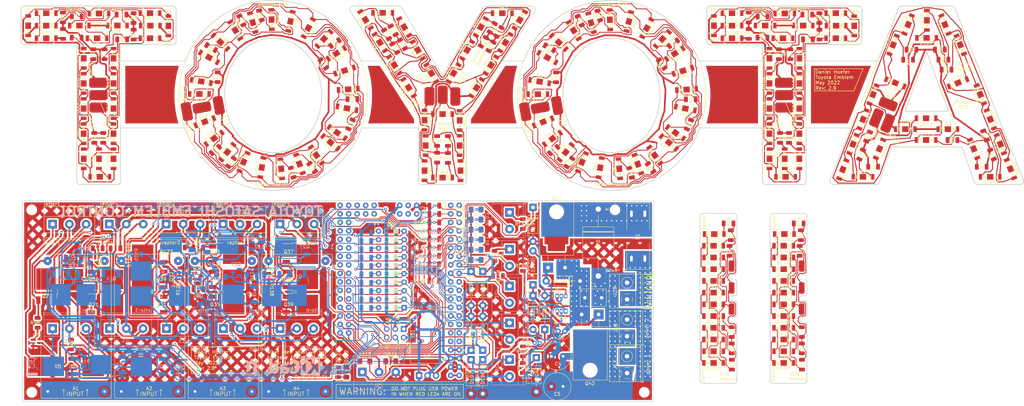
<source format=kicad_pcb>
(kicad_pcb (version 20211014) (generator pcbnew)
  (layers (0 "F.Cu" signal) (31 "B.Cu" signal) (34 "B.Paste" user) (35 "F.Paste" user) (36 "B.SilkS" user "B.Silkscreen") (37 "F.SilkS" user "F.Silkscreen") (38 "B.Mask" user) (39 "F.Mask" user) (44 "Edge.Cuts" user))
  (net 0 "")
  (footprint "afootprints:LM2596 Buck Converter" (layer "F.Cu") (at 54.935 146.22 180)
    (fp_text reference "A1")
    (fp_text value "LM2596 Buck")
  )
  (footprint "afootprints:5730 LED W" (layer "F.Cu") (at 256.146908 31.292962)
    (fp_text reference "D101")
    (fp_text value "WLED")
  )
  (footprint "afootprints:1206 R" (layer "F.Cu") (at 261.263103 136.19182 -90)
    (fp_text reference "R73")
    (fp_text value "4.7")
  )
  (footprint "afootprints:5730 LED A" (layer "F.Cu") (at 323.570654 77.740261 -68)
    (fp_text reference "D139")
    (fp_text value "ALED")
  )
  (footprint "TerminalBlock_Phoenix:TerminalBlock_Phoenix_MKDS-1,5-3_1x03_P5.00mm_Horizontal" (layer "F.Cu") (at 37.435 94.225)
    (fp_text reference "J11")
    (fp_text value "Letter Terminal")
  )
  (footprint "afootprints:Pad 2" (layer "F.Cu") (at 240.271167 113.30182 90)
    (fp_text reference "7V+" hide)
    (fp_text value "Pad 2")
  )
  (footprint "afootprints:1206 R" (layer "F.Cu") (at 151.435 101.22)
    (fp_text reference "R126")
    (fp_text value "10K")
  )
  (footprint "afootprints:1206 R" (layer "F.Cu") (at 86.721908 50.292962 -90)
    (fp_text reference "R19")
    (fp_text value "4.7")
  )
  (footprint "afootprints:1206 R" (layer "F.Cu") (at 318.043734 73.437917 -68)
    (fp_text reference "R64")
    (fp_text value "4.7")
  )
  (footprint "afootprints:1206 R" (layer "F.Cu") (at 169.435 103.72 90)
    (fp_text reference "R142")
    (fp_text value "1K")
  )
  (footprint "afootprints:5730 LED A" (layer "F.Cu") (at 261.646908 34.892962 180)
    (fp_text reference "D114")
    (fp_text value "ALED")
  )
  (footprint "Button_Switch_THT:SW_DIP_SPSTx10_Slide_9.78x27.58mm_W7.62mm_P2.54mm" (layer "F.Cu") (at 142.435 119.165 180)
    (fp_text reference "SW1")
    (fp_text value "SW_DIP_x10")
  )
  (footprint "afootprints:1206 R" (layer "F.Cu") (at 278.962994 73.422933 -112)
    (fp_text reference "R62")
    (fp_text value "4.7")
  )
  (footprint "afootprints:5730 LED W" (layer "F.Cu") (at 206.721908 77.667962 95.4)
    (fp_text reference "D82")
    (fp_text value "WLED")
  )
  (footprint "Capacitor_THT:C_Radial_D5.0mm_H11.0mm_P2.00mm" (layer "F.Cu") (at 190.435 126.22 180)
    (fp_text reference "C2")
    (fp_text value "47uF 50V")
  )
  (footprint "afootprints:Pad 1" (layer "F.Cu") (at 183.111908 59.449986 100)
    (fp_text reference "P" hide)
    (fp_text value "Pad 1")
  )
  (footprint "afootprints:5730 LED A" (layer "F.Cu") (at 260.496908 74.692962 90)
    (fp_text reference "D115")
    (fp_text value "ALED")
  )
  (footprint "afootprints:M2.5_Mechanical" (layer "F.Cu") (at 235.052584 93 90)
    (fp_text reference "REF**" hide)
    (fp_text value "M2.5_Mechanical")
  )
  (footprint "afootprints:1206 R" (layer "F.Cu") (at 90.721908 75.792962 55)
    (fp_text reference "R24")
    (fp_text value "4.7")
  )
  (footprint "afootprints:5730 LED W" (layer "F.Cu") (at 168.39381 46.740891 57.5)
    (fp_text reference "D53")
    (fp_text value "WLED")
  )
  (footprint "afootprints:Pad 1" (layer "F.Cu") (at 157.721908 56.092962)
    (fp_text reference "P" hide)
    (fp_text value "Pad 1")
  )
  (footprint "afootprints:1206 R" (layer "F.Cu") (at 200.611908 31.899986 105)
    (fp_text reference "R38")
    (fp_text value "4.7")
  )
  (footprint "afootprints:1206 R" (layer "F.Cu") (at 293.021908 45.092962 180)
    (fp_text reference "R61")
    (fp_text value "4.7")
  )
  (footprint "afootprints:1206 R" (layer "F.Cu") (at 139.207016 36.339911 120.5)
    (fp_text reference "R25")
    (fp_text value "4.7")
  )
  (footprint "afootprints:1206 R" (layer "F.Cu") (at 302.464408 42.112962)
    (fp_text reference "R66")
    (fp_text value "4.7")
  )
  (footprint "afootprints:1206 R" (layer "F.Cu") (at 294.021908 42.092962 180)
    (fp_text reference "R67")
    (fp_text value "4.7")
  )
  (footprint "afootprints:5730 LED W" (layer "F.Cu") (at 122.182328 43.224743 -147)
    (fp_text reference "D30")
    (fp_text value "WLED")
  )
  (footprint "afootprints:5730 LED A" (layer "F.Cu") (at 260.496908 59.692962 90)
    (fp_text reference "D120")
    (fp_text value "ALED")
  )
  (footprint "afootprints:5730 LED W" (layer "F.Cu") (at 125.728003 53.945873 -176.4)
    (fp_text reference "D31")
    (fp_text value "WLED")
  )
  (footprint "afootprints:5730 LED W" (layer "F.Cu") (at 276.53135 70.345374 -112)
    (fp_text reference "D123")
    (fp_text value "WLED")
  )
  (footprint "TerminalBlock_Phoenix:TerminalBlock_Phoenix_MKDS-1,5-3-5.08_1x03_P5.08mm_Horizontal" (layer "F.Cu") (at 71.35 94.22)
    (fp_text reference "J20")
    (fp_text value "Raptor Terminal")
  )
  (footprint "afootprints:1206 R" (layer "F.Cu") (at 137.207016 37.539911 120.5)
    (fp_text reference "R32")
    (fp_text value "4.7")
  )
  (footprint "afootprints:5730 LED W" (layer "F.Cu") (at 251.596908 52.192962 90)
    (fp_text reference "D106")
    (fp_text value "WLED")
  )
  (footprint "afootprints:5730 LED A" (layer "F.Cu") (at 66.521908 38.692962 180)
    (fp_text reference "D15")
    (fp_text value "ALED")
  )
  (footprint "afootprints:Pad 2" (layer "F.Cu") (at 261.208103 106.749999 90)
    (fp_text reference "wht-" hide)
    (fp_text value "Pad 2")
  )
  (footprint "afootprints:5730 LED A" (layer "F.Cu") (at 108.489223 33.654525 -102.9)
    (fp_text reference "D40")
    (fp_text value "ALED")
  )
  (footprint "afootprints:5730 LED W" (layer "F.Cu") (at 139.490604 46.689296 122.5)
    (fp_text reference "D49")
    (fp_text value "WLED")
  )
  (footprint "afootprints:IRLR7843" (layer "F.Cu") (at 43.66 110.82 -90)
    (fp_text reference "Q23")
    (fp_text value "IRLR7843")
  )
  (footprint "afootprints:1206 R" (layer "F.Cu") (at 177.955 94.2025 90)
    (fp_text reference "R143")
    (fp_text value "1K")
  )
  (footprint "afootprints:5730 LED A" (layer "F.Cu") (at 255.833103 118.19182 180)
    (fp_text reference "D154")
    (fp_text value "ALED")
  )
  (footprint "afootprints:5730 LED A" (layer "F.Cu") (at 234.885687 118.19182 180)
    (fp_text reference "D154")
    (fp_text value "ALED")
  )
  (footprint "afootprints:5730 LED A" (layer "F.Cu") (at 198.292567 34.066247 -73.5)
    (fp_text reference "D87")
    (fp_text value "ALED")
  )
  (footprint "afootprints:1206 R" (layer "F.Cu") (at 240.315687 126.49182 90)
    (fp_text reference "R74")
    (fp_text value "4.7")
  )
  (footprint "afootprints:1206 R" (layer "F.Cu") (at 187.811908 50.349986 -90)
    (fp_text reference "R43")
    (fp_text value "4.7")
  )
  (footprint "afootprints:5730 LED W" (layer "F.Cu") (at 271.496908 34.942962 180)
    (fp_text reference "D100")
    (fp_text value "WLED")
  )
  (footprint "afootprints:5730 LED W" (layer "F.Cu") (at 234.885687 107.69182 180)
    (fp_text reference "D149")
    (fp_text value "WLED")
  )
  (footprint "afootprints:5730 LED A" (layer "F.Cu") (at 255.833103 132.19182 180)
    (fp_text reference "D152")
    (fp_text value "ALED")
  )
  (footprint "afootprints:5730 LED A" (layer "F.Cu") (at 240.396908 38.692962)
    (fp_text reference "D109")
    (fp_text value "ALED")
  )
  (footprint "afootprints:5730 LED A" (layer "F.Cu") (at 135.192207 39.942164 122.5)
    (fp_text reference "D61")
    (fp_text value "ALED")
  )
  (footprint "afootprints:5730 LED A" (layer "F.Cu") (at 148.871908 70.742962 -90)
    (fp_text reference "D70")
    (fp_text value "ALED")
  )
  (footprint "afootprints:Pad 1" (layer "F.Cu") (at 153.951908 55.562962)
    (fp_text reference "P" hide)
    (fp_text value "Pad 1")
  )
  (footprint "afootprints:1206 R" (layer "F.Cu") (at 121.771908 40.092962 -145)
    (fp_text reference "R21")
    (fp_text value "4.7")
  )
  (footprint "afootprints:5730 LED W" (layer "F.Cu") (at 46.721908 67.192962 90)
    (fp_text reference "D9")
    (fp_text value "WLED")
  )
  (footprint "Diode_THT:D_DO-41_SOD81_P10.16mm_Horizontal" (layer "F.Cu") (at 162.435 134.72 -90)
    (fp_text reference "D197")
    (fp_text value "1N4732A")
  )
  (footprint "afootprints:5730 LED W" (layer "F.Cu") (at 150.575424 49.137319 120.5)
    (fp_text reference "D51")
    (fp_text value "WLED")
  )
  (footprint "afootprints:1206 R" (layer "F.Cu") (at 266.496908 32.692962 90)
    (fp_text reference "R50")
    (fp_text value "4.7")
  )
  (footprint "Package_TO_SOT_THT:TO-92_Inline" (layer "F.Cu") (at 188.165 115.72)
    (fp_text reference "Q44")
    (fp_text value "BC337")
  )
  (footprint "Package_TO_SOT_SMD:SOT-23" (layer "F.Cu") (at 49.185 105.02 -90)
    (fp_text reference "Q24")
    (fp_text value "MMBT3904")
  )
  (footprint "afootprints:1206 R" (layer "F.Cu") (at 177.935 106.72 -90)
    (fp_text reference "R148")
    (fp_text value "10K")
  )
  (footprint "afootprints:5730 LED A" (layer "F.Cu") (at 298.371908 69.092962)
    (fp_text reference "D144")
    (fp_text value "ALED")
  )
  (footprint "afootprints:Pad 1" (layer "F.Cu") (at 283.521908 62.492962 -22)
    (fp_text reference "P" hide)
    (fp_text value "Pad 1")
  )
  (footprint "LED_SMD:LED_1206_3216Metric_Pad1.42x1.75mm_HandSolder" (layer "F.Cu") (at 163.9225 92.88 180)
    (fp_text reference "D207")
    (fp_text value "LED")
  )
  (footprint "afootprints:5730 LED A" (layer "F.Cu") (at 234.885687 132.19182 180)
    (fp_text reference "D152")
    (fp_text value "ALED")
  )
  (footprint "afootprints:5730 LED A" (layer "F.Cu") (at 153.921908 61.342962)
    (fp_text reference "D72")
    (fp_text value "ALED")
  )
  (footprint "afootprints:5730 LED W" (layer "F.Cu") (at 256.146908 74.692962 90)
    (fp_text reference "D104")
    (fp_text value "WLED")
  )
  (footprint "LED_SMD:LED_1206_3216Metric_Pad1.42x1.75mm_HandSolder" (layer "F.Cu") (at 163.9225 104.88 180)
    (fp_text reference "D211")
    (fp_text value "LED")
  )
  (footprint "afootprints:5730 LED W" (layer "F.Cu") (at 193.085807 36.368131 -58.8)
    (fp_text reference "D75")
    (fp_text value "WLED")
  )
  (footprint "afootprints:5730 LED A" (layer "F.Cu") (at 82.877551 63.64194 21.9)
    (fp_text reference "D48")
    (fp_text value "ALED")
  )
  (footprint "afootprints:1206 R" (layer "F.Cu") (at 177.935 137.22 90)
    (fp_text reference "R144")
    (fp_text value "1K")
  )
  (footprint "afootprints:IRLR7843" (layer "F.Cu") (at 33.335 136.72 180)
    (fp_text reference "Q1")
    (fp_text value "IRLR7843")
  )
  (footprint "afootprints:5730 LED A" (layer "F.Cu") (at 45.421908 34.892962 180)
    (fp_text reference "D17")
    (fp_text value "ALED")
  )
  (footprint "afootprints:1206 R" (layer "F.Cu") (at 118.271908 46.342962 -55)
    (fp_text reference "R15")
    (fp_text value "4,7")
  )
  (footprint "afootprints:5730 LED A" (layer "F.Cu") (at 298.371908 62.592962 180)
    (fp_text reference "D142")
    (fp_text value "ALED")
  )
  (footprint "afootprints:5730 LED W" (layer "F.Cu") (at 214.920245 35.681956 -117.6)
    (fp_text reference "D77")
    (fp_text value "WLED")
  )
  (footprint "afootprints:M2.5_Mechanical" (layer "F.Cu") (at 123.371908 63.192962)
    (fp_text reference "REF**" hide)
    (fp_text value "M2.5_Mechanical")
  )
  (footprint "afootprints:Pad 2" (layer "F.Cu") (at 240.260687 106.749999 90)
    (fp_text reference "wht-" hide)
    (fp_text value "Pad 2")
  )
  (footprint "Diode_THT:D_DO-41_SOD81_P10.16mm_Horizontal" (layer "F.Cu") (at 184.435 125.72 90)
    (fp_text reference "D205")
    (fp_text value "1N4738A")
  )
  (footprint "afootprints:1206 R" (layer "F.Cu") (at 155.541908 69.400462 90)
    (fp_text reference "R30")
    (fp_text value "4.7")
  )
  (footprint "afootprints:5730 LED W" (layer "F.Cu") (at 142.45481 35.351252 120.5)
    (fp_text reference "D52")
    (fp_text value "WLED")
  )
  (footprint "afootprints:M2.5_Mechanical" (layer "F.Cu") (at 289.646908 48.217962)
    (fp_text reference "REF**" hide)
    (fp_text value "M2.5_Mechanical")
  )
  (footprint "afootprints:5730 LED W" (layer "F.Cu") (at 182.361908 55.399986 180)
    (fp_text reference "D73")
    (fp_text value "WLED")
  )
  (footprint "afootprints:1206 R" (layer "F.Cu") (at 32.935 123.72 90)
    (fp_text reference "R98")
    (fp_text value "1K")
  )
  (footprint "Diode_THT:D_DO-41_SOD81_P10.16mm_Horizontal" (layer "F.Cu") (at 162.435 108.38 -90)
    (fp_text reference "D193")
    (fp_text value "1N4732A")
  )
  (footprint "afootprints:5730 LED W" (layer "F.Cu") (at 113.830245 35.624932 -117.6)
    (fp_text reference "D29")
    (fp_text value "WLED")
  )
  (footprint "Diode_THT:D_DO-41_SOD81_P10.16mm_Horizontal" (layer "F.Cu") (at 181.935 134.14 -90)
    (fp_text reference "D204")
    (fp_text value "1N4746A")
  )
  (footprint "afootprints:5730 LED W" (layer "F.Cu") (at 35.521908 34.942962)
    (fp_text reference "D2")
    (fp_text value "WLED")
  )
  (footprint "afootprints:5730 LED A" (layer "F.Cu") (at 250.296908 34.892962 180)
    (fp_text reference "D113")
    (fp_text value "ALED")
  )
  (footprint "afootprints:5730 LED W" (layer "F.Cu") (at 130.89381 33.195033 122.5)
    (fp_text reference "D50")
    (fp_text value "WLED")
  )
  (footprint "afootprints:5730 LED A" (layer "F.Cu") (at 271.396908 38.692962 180)
    (fp_text reference "D111")
    (fp_text value "ALED")
  )
  (footprint "LED_SMD:LED_1206_3216Metric_Pad1.42x1.75mm_HandSolder" (layer "F.Cu") (at 163.9225 95.88 180)
    (fp_text reference "D208")
    (fp_text value "LED")
  )
  (footprint "afootprints:5730 LED W" (layer "F.Cu") (at 51.271908 74.692962 90)
    (fp_text reference "D8")
    (fp_text value "WLED")
  )
  (footprint "afootprints:5730 LED A" (layer "F.Cu") (at 240.396908 31.192962 180)
    (fp_text reference "D110")
    (fp_text value "ALED")
  )
  (footprint "afootprints:1206 R" (layer "F.Cu") (at 316.000082 67.748007 112)
    (fp_text reference "R70")
    (fp_text value "4.7")
  )
  (footprint "afootprints:1206 R" (layer "F.Cu") (at 127.021908 56.842962 180)
    (fp_text reference "R22")
    (fp_text value "4.7")
  )
  (footprint "afootprints:1206 R" (layer "F.Cu") (at 74.935 113.72 180)
    (fp_text reference "R125")
    (fp_text value "1K")
  )
  (footprint "afootprints:5730 LED W" (layer "F.Cu") (at 148.521908 63.182962 -90)
    (fp_text reference "D57")
    (fp_text value "WLED")
  )
  (footprint "afootprints:1206 R" (layer "F.Cu") (at 42.935 130.22 90)
    (fp_text reference "R97")
    (fp_text value "10K")
  )
  (footprint "afootprints:5730 LED W" (layer "F.Cu") (at 320.573801 70.32279 112)
    (fp_text reference "D127")
    (fp_text value "WLED")
  )
  (footprint "afootprints:5730 LED W" (layer "F.Cu") (at 203.913019 33.160965 -88.2)
    (fp_text reference "D76")
    (fp_text value "WLED")
  )
  (footprint "afootprints:5730 LED W" (layer "F.Cu") (at 255.596908 38.692962 180)
    (fp_text reference "D102")
    (fp_text value "WLED")
  )
  (footprint "afootprints:1206 R" (layer "F.Cu") (at 260.983103 97.50932 -90)
    (fp_text reference "R75")
    (fp_text value "4.7")
  )
  (footprint "afootprints:5730 LED A" (layer "F.Cu") (at 293.021908 34.614807 68)
    (fp_text reference "D133")
    (fp_text value "ALED")
  )
  (footprint "afootprints:1206 R" (layer "F.Cu") (at 52.521908 68.442962 -90)
    (fp_text reference "R10")
    (fp_text value "4.7")
  )
  (footprint "afootprints:5730 LED A" (layer "F.Cu") (at 87.543598 39.858902 -44.1)
    (fp_text reference "D38")
    (fp_text value "ALED")
  )
  (footprint "afootprints:1206 R" (layer "F.Cu") (at 152.291908 69.400462 90)
    (fp_text reference "R36")
    (fp_text value "4.7")
  )
  (footprint "afootprints:1206 R" (layer "F.Cu") (at 191.811908 75.849986 55)
    (fp_text reference "R48")
    (fp_text value "4.7")
  )
  (footprint "afootprints:Pad 1" (layer "F.Cu") (at 51.121908 55.692962 90)
    (fp_text reference "P" hide)
    (fp_text value "Pad 1")
  )
  (footprint "afootprints:5730 LED A" (layer "F.Cu") (at 209.579223 33.711549 -102.9)
    (fp_text reference "D88")
    (fp_text value "ALED")
  )
  (footprint "afootprints:1206 R" (layer "F.Cu") (at 80.935 113.72)
    (fp_text reference "R130")
    (fp_text value "1K")
  )
  (footprint "afootprints:5730 LED W" (layer "F.Cu") (at 176.990604 33.246628 57.5)
    (fp_text reference "D54")
    (fp_text value "WLED")
  )
  (footprint "afootprints:IRLR7843" (layer "F.Cu") (at 91.535 110.72)
    (fp_text reference "Q34")
    (fp_text value "IRLR7843")
  )
  (footprint "afootprints:1206 R" (layer "F.Cu") (at 240.315687 136.19182 -90)
    (fp_text reference "R73")
    (fp_text value "4.7")
  )
  (footprint "Capacitor_THT:C_Radial_D4.0mm_H7.0mm_P1.50mm" (layer "F.Cu") (at 181.435 129.72)
    (fp_text reference "C3")
    (fp_text value "10uF")
  )
  (footprint "afootprints:1206 R" (layer "F.Cu") (at 194.861908 33.399986 -65)
    (fp_text reference "R44")
    (fp_text value "4.7")
  )
  (footprint "afootprints:5730 LED A" (layer "F.Cu") (at 35.521908 38.692962)
    (fp_text reference "D13")
    (fp_text value "ALED")
  )
  (footprint "afootprints:5730 LED A" (layer "F.Cu") (at 171.771908 31.217962)
    (fp_text reference "D67")
    (fp_text value "ALED")
  )
  (footprint "afootprints:1206 R" (layer "F.Cu") (at 151.435 108.72)
    (fp_text reference "R131")
    (fp_text value "10K")
  )
  (footprint "afootprints:Pad 1" (layer "F.Cu") (at 87.051908 58.742962 10)
    (fp_text reference "P" hide)
    (fp_text value "Pad 1")
  )
  (footprint "afootprints:5730 LED A" (layer "F.Cu") (at 234.885687 111.19182)
    (fp_text reference "D153")
    (fp_text value "ALED")
  )
  (footprint "afootprints:5730 LED W" (layer "F.Cu") (at 279.521908 80.092962)
    (fp_text reference "D124")
    (fp_text value "WLED")
  )
  (footprint "afootprints:1206 R" (layer "F.Cu") (at 52.921908 43.442962 -90)
    (fp_text reference "R12")
    (fp_text value "4.7")
  )
  (footprint "afootprints:5730 LED W" (layer "F.Cu") (at 226.818003 54.002897 -176.4)
    (fp_text reference "D79")
    (fp_text value "WLED")
  )
  (footprint "afootprints:5730 LED A" (layer "F.Cu") (at 66.521908 31.192962)
    (fp_text reference "D16")
    (fp_text value "ALED")
  )
  (footprint "afootprints:1206 R" (layer "F.Cu") (at 99.521908 31.842962 105)
    (fp_text reference "R14")
    (fp_text value "4.7")
  )
  (footprint "Diode_THT:D_DO-41_SOD81_P10.16mm_Horizontal" (layer "F.Cu") (at 165.935 134.72 -90)
    (fp_text reference "D196")
    (fp_text value "1N4732A")
  )
  (footprint "afootprints:5730 LED W" (layer "F.Cu") (at 256.396908 80.092962)
    (fp_text reference "D103")
    (fp_text value "WLED")
  )
  (footprint "afootprints:1206 R" (layer "F.Cu") (at 254.721908 68.442962 -90)
    (fp_text reference "R52")
    (fp_text value "4.7")
  )
  (footprint "Diode_THT:D_DO-41_SOD81_P10.16mm_Horizontal" (layer "F.Cu") (at 180.935 115.56 -90)
    (fp_text reference "D203")
    (fp_text value "1N4007")
  )
  (footprint "afootprints:M2.5_Mechanical" (layer "F.Cu") (at 145.221908 48.217962)
    (fp_text reference "REF**" hide)
    (fp_text value "M2.5_Mechanical")
  )
  (footprint "afootprints:5730 LED W" (layer "F.Cu") (at 148.521908 78.242962 -90)
    (fp_text reference "D58")
    (fp_text value "WLED")
  )
  (footprint "afootprints:M2.5_Mechanical" (layer "F.Cu") (at 235.052584 139.8 90)
    (fp_text reference "REF**" hide)
    (fp_text value "M2.5_Mechanical")
  )
  (footprint "afootprints:5730 LED A" (layer "F.Cu") (at 317.576948 62.905319 -68)
    (fp_text reference "D140")
    (fp_text value "ALED")
  )
  (footprint "afootprints:5730 LED A" (layer "F.Cu") (at 81.821908 51.592962 -9.7)
    (fp_text reference "D37")
    (fp_text value "ALED")
  )
  (footprint "afootprints:1206 R" (layer "F.Cu") (at 115.021908 77.342962 125)
    (fp_text reference "R23")
    (fp_text value "4.7")
  )
  (footprint "afootprints:1206 R" (layer "F.Cu") (at 187.111908 72.149986 40)
    (fp_text reference "R42")
    (fp_text value "4.7")
  )
  (footprint "afootprints:5730 LED A" (layer "F.Cu") (at 46.721908 59.692962 90)
    (fp_text reference "D22")
    (fp_text value "ALED")
  )
  (footprint "afootprints:5730 LED A" (layer "F.Cu") (at 153.921908 80.342962)
    (fp_text reference "D69")
    (fp_text value "ALED")
  )
  (footprint "TerminalBlock_Phoenix:TerminalBlock_Phoenix_MKDS-1,5-2_1x02_P5.00mm_Horizontal" (layer "F.Cu") (at 209.035 138.72 90)
    (fp_text reference "J17")
    (fp_text value "Power 1")
  )
  (footprint "afootprints:1206 R" (layer "F.Cu") (at 75.435 101.22)
    (fp_text reference "R123")
    (fp_text value "10K")
  )
  (footprint "afootprints:5730 LED A" (layer "F.Cu") (at 172.692207 39.993759 57.5)
    (fp_text reference "D65")
    (fp_text value "ALED")
  )
  (footprint "afootprints:IRLR7843" (layer "F.Cu") (at 64.335 118.22 180)
    (fp_text reference "Q31")
    (fp_text value "IRLR7843")
  )
  (footprint "Package_TO_SOT_THT:TO-92_Inline" (layer "F.Cu") (at 190.705 120.22 180)
    (fp_text reference "Q43")
    (fp_text value "BC327")
  )
  (footprint "afootprints:IRLR7843" (layer "F.Cu") (at 64.335 103.22 180)
    (fp_text reference "Q28")
    (fp_text value "IRLR7843")
  )
  (footprint "afootprints:5730 LED W" (layer "F.Cu") (at 288.518761 40.675491 68)
    (fp_text reference "D122")
    (fp_text value "WLED")
  )
  (footprint "afootprints:1206 R" (layer "F.Cu") (at 249.496908 32.192962)
    (fp_text reference "R49")
    (fp_text value "4.7")
  )
  (footprint "afootprints:5730 LED A" (layer "F.Cu") (at 146.515117 42.244285 120.5)
    (fp_text reference "D64")
    (fp_text value "ALED")
  )
  (footprint "afootprints:1206 R" (layer "F.Cu") (at 61.621908 37.592962 -90)
    (fp_text reference "R8")
    (fp_text value "4.7")
  )
  (footprint "afootprints:5730 LED W" (layer "F.Cu") (at 85.659219 68.608965 36.6)
    (fp_text reference "D36")
    (fp_text value "WLED")
  )
  (footprint "afootprints:5730 LED A" (layer "F.Cu") (at 284.454279 71.735436 -112)
    (fp_text reference "D141")
    (fp_text value "ALED")
  )
  (footprint "TerminalBlock_Phoenix:TerminalBlock_Phoenix_MKDS-1,5-3-5.08_1x03_P5.08mm_Horizontal" (layer "F.Cu") (at 54.35 94.22)
    (fp_text reference "J19")
    (fp_text value "Raptor Terminal")
  )
  (footprint "afootprints:IRLR7843" (layer "F.Cu") (at 55.335 110.745)
    (fp_text reference "Q20")
    (fp_text value "IRLR7843")
  )
  (footprint "afootprints:M2.5_Mechanical" (layer "F.Cu") (at 51.121908 63.192962)
    (fp_text reference "REF**" hide)
    (fp_text value "M2.5_Mechanical")
  )
  (footprint "afootprints:5730 LED A" (layer "F.Cu") (at 55.621908 74.692962 90)
    (fp_text reference "D19")
    (fp_text value "ALED")
  )
  (footprint "afootprints:1206 R" (layer "F.Cu") (at 40.521908 32.492962 90)
    (fp_text reference "R9")
    (fp_text value "4.7")
  )
  (footprint "afootprints:5730 LED W" (layer "F.Cu") (at 308.58639 40.652906 112)
    (fp_text reference "D126")
    (fp_text value "WLED")
  )
  (footprint "afootprints:1206 R" (layer "F.Cu") (at 139.6368 41.646013 -59.5)
    (fp_text reference "R31")
    (fp_text value "4.7")
  )
  (footprint "afootprints:5730 LED W" (layer "F.Cu") (at 255.833103 121.69182)
    (fp_text reference "D148")
    (fp_text value "WLED")
  )
  (footprint "afootprints:Pad 2" (layer "F.Cu") (at 261.183103 119.61682 90)
    (fp_text reference "amb-" hide)
    (fp_text value "Pad 2")
  )
  (footprint "TerminalBlock_Phoenix:TerminalBlock_Phoenix_MKDS-1,5-2_1x02_P5.00mm_Horizontal" (layer "F.Cu") (at 209.035 127.72 90)
    (fp_text reference "J18")
    (fp_text value "Power 2")
  )
  (footprint "afootprints:5730 LED W" (layer "F.Cu") (at 185.227401 44.477377 -29.4)
    (fp_text reference "D74")
    (fp_text value "WLED")
  )
  (footprint "afootprints:1206 R" (layer "F.Cu") (at 266.496908 37.592962 -90)
    (fp_text reference "R56")
    (fp_text value "4.7")
  )
  (footprint "afootprints:Pad 1" (layer "F.Cu") (at 178.611908 60.649986 10)
    (fp_text reference "P" hide)
    (fp_text value "Pad 1")
  )
  (footprint "afootprints:M2.5_Mechanical" (layer "F.Cu") (at 256 93 90)
    (fp_text reference "REF**" hide)
    (fp_text value "M2.5_Mechanical")
  )
  (footprint "afootprints:1206 R" (layer "F.Cu") (at 228.111908 56.899986 180)
    (fp_text reference "R46")
    (fp_text value "4.7")
  )
  (footprint "TerminalBlock_Phoenix:TerminalBlock_Phoenix_MKDS-1,5-3-5.08_1x03_P5.08mm_Horizontal" (layer "F.Cu") (at 88.35 94.22)
    (fp_text reference "J23")
    (fp_text value "Raptor Terminal")
  )
  (footprint "afootprints:1206 R" (layer "F.Cu") (at 170.435 109.72)
    (fp_text reference "R139")
    (fp_text value "1K")
  )
  (footprint "afootprints:1206 R" (layer "F.Cu") (at 151.435 93.72)
    (fp_text reference "R108")
    (fp_text value "10K")
  )
  (footprint "afootprints:5730 LED A" (layer "F.Cu") (at 55.621908 59.692962 90)
    (fp_text reference "D24")
    (fp_text value "ALED")
  )
  (footprint "afootprints:1206 R" (layer "F.Cu") (at 151.435 91.22)
    (fp_text reference "R112")
    (fp_text value "10K")
  )
  (footprint "afootprints:5730 LED W" (layer "F.Cu") (at 159.021908 63.242962 -90)
    (fp_text reference "D59")
    (fp_text value "WLED")
  )
  (footprint "afootprints:5730 LED W" (layer "F.Cu") (at 255.833103 135.69182 180)
    (fp_text reference "D145")
    (fp_text value "WLED")
  )
  (footprint "afootprints:5730 LED A" (layer "F.Cu") (at 99.926223 77.300502 80.7)
    (fp_text reference "D46")
    (fp_text value "ALED")
  )
  (footprint "LED_SMD:LED_1206_3216Metric_Pad1.42x1.75mm_HandSolder" (layer "F.Cu") (at 130.685 135.22 180)
    (fp_text reference "D213")
    (fp_text value "RED 1206")
  )
  (footprint "afootprints:5730 LED A" (layer "F.Cu") (at 260.496908 44.692962 90)
    (fp_text reference "D119")
    (fp_text value "ALED")
  )
  (footprint "afootprints:IRLR7843" (layer "F.Cu") (at 113.535 118.22)
    (fp_text reference "Q39")
    (fp_text value "IRLR7843")
  )
  (footprint "afootprints:5730 LED A" (layer "F.Cu") (at 271.396908 31.192962)
    (fp_text reference "D112")
    (fp_text value "ALED")
  )
  (footprint "afootprints:5730 LED W" (layer "F.Cu") (at 122.421908 66.892962 144.2)
    (fp_text reference "D32")
    (fp_text value "WLED")
  )
  (footprint "afootprints:1206 R" (layer "F.Cu") (at 249.496908 38.492962 180)
    (fp_text reference "R59")
    (fp_text value "4.7")
  )
  (footprint "afootprints:5730 LED A" (layer "F.Cu") (at 235.085687 97.19182)
    (fp_text reference "D155")
    (fp_text value "ALED")
  )
  (footprint "afootprints:5730 LED A" (layer "F.Cu") (at 46.721908 44.692962 90)
    (fp_text reference "D21")
    (fp_text value "ALED")
  )
  (footprint "afootprints:MODULE_MEGA_PRO_EMBED_CH340G___ATMEGA2560" (layer "F.Cu") (at 141.11 114.22 90)
    (fp_text reference "U1")
    (fp_text value "MEGA_PRO_EMBED_CH340G_{slash}_ATMEGA2560")
  )
  (footprint "LED_SMD:LED_1206_3216Metric_Pad1.42x1.75mm_HandSolder" (layer "F.Cu") (at 163.9225 89.88 180)
    (fp_text reference "D206")
    (fp_text value "LED")
  )
  (footprint "afootprints:5730 LED W" (layer "F.Cu") (at 282.525055 55.510433 68)
    (fp_text reference "D121")
    (fp_text value "WLED")
  )
  (footprint "afootprints:IRF4905" (layer "F.Cu") (at 185.435 107.22)
    (fp_text reference "Q41")
    (fp_text value "IRF4905")
  )
  (footprint "afootprints:5730 LED W" (layer "F.Cu") (at 234.885687 114.69182 180)
    (fp_text reference "D147")
    (fp_text value "WLED")
  )
  (footprint "afootprints:1206 R" (layer "F.Cu") (at 216.111908 77.399986 125)
    (fp_text reference "R47")
    (fp_text value "4.7")
  )
  (footprint "afootprints:5730 LED W" (layer "F.Cu") (at 81.271908 55.342962 180)
    (fp_text reference "D25")
    (fp_text value "WLED")
  )
  (footprint "afootprints:5730 LED A" (layer "F.Cu") (at 234.885687 125.19182)
    (fp_text reference "D151")
    (fp_text value "ALED")
  )
  (footprint "afootprints:1206 R" (layer "F.Cu") (at 141.921908 40.492962 -59.5)
    (fp_text reference "R26")
    (fp_text value "4.7")
  )
  (footprint "afootprints:1206 R" (layer "F.Cu") (at 151.435 96.22)
    (fp_text reference "R104")
    (fp_text value "10K")
  )
  (footprint "afootprints:1206 R" (layer "F.Cu") (at 61.621908 32.692962 90)
    (fp_text reference "R2")
    (fp_text value "4.7")
  )
  (footprint "Diode_THT:D_DO-41_SOD81_P10.16mm_Horizontal" (layer "F.Cu") (at 195.015 111.22 180)
    (fp_text reference "D202")
    (fp_text value "1N4739A")
  )
  (footprint "afootprints:5730 LED W" (layer "F.Cu") (at 255.833103 128.69182)
    (fp_text reference "D146")
    (fp_text value "WLED")
  )
  (footprint "afootprints:1206 R" (layer "F.Cu") (at 102.935 113.72)
    (fp_text reference "R138")
    (fp_text value "1K")
  )
  (footprint "afootprints:1206 R" (layer "F.Cu") (at 58.021908 31.592962 180)
    (fp_text reference "R3")
    (fp_text value "4,7")
  )
  (footprint "afootprints:5730 LED W" (layer "F.Cu") (at 159.271908 78.242962 -90)
    (fp_text reference "D60")
    (fp_text value "WLED")
  )
  (footprint "afootprints:5730 LED A" (layer "F.Cu") (at 111.168336 76.237809 110.1)
    (fp_text reference "D45")
    (fp_text value "ALED")
  )
  (footprint "afootprints:1206 R" (layer "F.Cu") (at 49.846908 68.442962 -90)
    (fp_text reference "R4")
    (fp_text value "4.7")
  )
  (footprint "Package_TO_SOT_SMD:SOT-23" (layer "F.Cu") (at 32.585 129.72)
    (fp_text reference "Q4")
    (fp_text value "MMBT3904")
  )
  (footprint "afootprints:5730 LED A" (layer "F.Cu") (at 221.530941 69.850205 139.5)
    (fp_text reference "D92")
    (fp_text value "ALED")
  )
  (footprint "afootprints:5730 LED W" (layer "F.Cu") (at 292.171908 65.842962)
    (fp_text reference "D129")
    (fp_text value "WLED")
  )
  (footprint "afootprints:5730 LED A" (layer "F.Cu") (at 251.596908 74.692962 -90)
    (fp_text reference "D116")
    (fp_text value "ALED")
  )
  (footprint "afootprints:5730 LED A" (layer "F.Cu") (at 273.478306 77.901923 -112)
    (fp_text reference "D135")
    (fp_text value "ALED")
  )
  (footprint "afootprints:5730 LED W" (layer "F.Cu") (at 105.721908 77.692962 95.4)
    (fp_text reference "D34")
    (fp_text value "WLED")
  )
  (footprint "afootprints:5730 LED W" (layer "F.Cu") (at 255.833103 107.69182 180)
    (fp_text reference "D149")
    (fp_text value "WLED")
  )
  (footprint "afootprints:5730 LED W" (layer "F.Cu") (at 234.996908 34.942962 -90)
    (fp_text reference "D97")
    (fp_text value "WLED")
  )
  (footprint "MountingHole:MountingHole_2.2mm_M2" (layer "F.Cu") (at 31.185 144.47)
    (fp_text reference "MT2" hide)
    (fp_text value "MountingHole_2.2mm_M2")
  )
  (footprint "afootprints:5730 LED W" (layer "F.Cu") (at 276.896908 34.992962 -90)
    (fp_text reference "D99")
    (fp_text value "WLED")
  )
  (footprint "afootprints:1206 R" (layer "F.Cu") (at 240.035687 97.50932 -90)
    (fp_text reference "R75")
    (fp_text value "4.7")
  )
  (footprint "afootprints:5730 LED A" (layer "F.Cu") (at 190.700259 72.764563 51.3)
    (fp_text reference "D95")
    (fp_text value "ALED")
  )
  (footprint "afootprints:Pad 1" (layer "F.Cu") (at 287.021908 58.368333 -112)
    (fp_text reference "P" hide)
    (fp_text value "Pad 1")
  )
  (footprint "afootprints:5730 LED W" (layer "F.Cu") (at 255.833103 100.69182)
    (fp_text reference "D150")
    (fp_text value "WLED")
  )
  (footprint "afootprints:1206 R" (layer "F.Cu") (at 245.396908 32.492962 90)
    (fp_text reference "R57")
    (fp_text value "4.7")
  )
  (footprint "afootprints:Pad 1" (layer "F.Cu") (at 255.996908 59.392962 90)
    (fp_text reference "P" hide)
    (fp_text value "Pad 1")
  )
  (footprint "afootprints:5730 LED A" (layer "F.Cu") (at 251.596908 59.692962 90)
    (fp_text reference "D118")
    (fp_text value "ALED")
  )
  (footprint "afootprints:5730 LED A" (layer "F.Cu") (at 251.596908 44.692962 90)
    (fp_text reference "D117")
    (fp_text value "ALED")
  )
  (footprint "Capacitor_THT:C_Radial_D8.0mm_H11.5mm_P3.50mm" (layer "F.Cu") (at 189.935 142.72 180)
    (fp_text reference "C5")
    (fp_text value "470uF")
  )
  (footprint "afootprints:5730 LED A" (layer "F.Cu") (at 143.789001 53.436428 122.5)
    (fp_text reference "D62")
    (fp_text value "ALED")
  )
  (footprint "afootprints:1206 R" (layer "F.Cu") (at 151.435 106.22)
    (fp_text reference "R128")
    (fp_text value "10K")
  )
  (footprint "Diode_THT:D_DO-41_SOD81_P10.16mm_Horizontal" (layer "F.Cu") (at 165.935 108.36 -90)
    (fp_text reference "D198")
    (fp_text value "1N4732A")
  )
  (footprint "afootprints:1206 R" (layer "F.Cu") (at 240.285687 131.33432 -90)
    (fp_text reference "R76")
    (fp_text value "4.7")
  )
  (footprint "afootprints:Pad 2" (layer "F.Cu") (at 240.235687 119.61682 90)
    (fp_text reference "amb-" hide)
    (fp_text value "Pad 2")
  )
  (footprint "Capacitor_THT:C_Radial_D8.0mm_H11.5mm_P3.50mm" (layer "F.Cu") (at 189.935 133.72 180)
    (fp_text reference "C4")
    (fp_text value "470uF")
  )
  (footprint "afootprints:5730 LED W" (layer "F.Cu") (at 116.220285 73.613532 124.8)
    (fp_text reference "D33")
    (fp_text value "WLED")
  )
  (footprint "afootprints:Pad 1" (layer "F.Cu") (at 150.021908 56.042962)
    (fp_text reference "P" hide)
    (fp_text value "Pad 1")
  )
  (footprint "afootprints:1206 R" (layer "F.Cu") (at 315.004408 77.072962 180)
    (fp_text reference "R72")
    (fp_text value "4.7")
  )
  (footprint "afootprints:1206 R" (layer "F.Cu") (at 58.221908 38.992962 180)
    (fp_text reference "R6")
    (fp_text value "4.7")
  )
  (footprint "afootprints:1206 R" (layer "F.Cu") (at 219.361908 46.399986 -55)
    (fp_text reference "R39")
    (fp_text value "4,7")
  )
  (footprint "afootprints:1206 R" (layer "F.Cu") (at 44.621908 32.192962)
    (fp_text reference "R1")
    (fp_text value "4.7")
  )
  (footprint "afootprints:1206 R" (layer "F.Cu") (at 304.464408 48.112962)
    (fp_text reference "R63")
    (fp_text value "4,7")
  )
  (footprint "afootprints:5730 LED A" (layer "F.Cu") (at 55.621908 44.692962 90)
    (fp_text reference "D23")
    (fp_text value "ALED")
  )
  (footprint "LED_SMD:LED_1206_3216Metric_Pad1.42x1.75mm_HandSolder" (layer "F.Cu") (at 163.9225 98.88 180)
    (fp_text reference "D209")
    (fp_text value "LED")
  )
  (footprint "afootprints:5730 LED W" (layer "F.Cu") (at 255.833103 114.69182 180)
    (fp_text reference "D147")
    (fp_text value "WLED")
  )
  (footprint "afootprints:5730 LED W" (layer "F.Cu") (at 234.885687 128.69182)
    (fp_text reference "D146")
    (fp_text value "WLED")
  )
  (footprint "afootprints:5730 LED A" (layer "F.Cu") (at 118.496436 38.88617 -132.3)
    (fp_text reference "D41")
    (fp_text value "ALED")
  )
  (footprint "afootprints:1206 R" (layer "F.Cu") (at 151.435 103.72)
    (fp_text reference "R127")
    (fp_text value "10K")
  )
  (footprint "afootprints:5730 LED W" (layer "F.Cu") (at 51.521908 80.092962)
    (fp_text reference "D7")
    (fp_text value "WLED")
  )
  (footprint "afootprints:L7805" (layer "F.Cu") (at 146.895 139.45)
    (fp_text reference "U2")
    (fp_text value "L7805")
  )
  (footprint "afootprints:1206 R" (layer "F.Cu") (at 151.435 98.72)
    (fp_text reference "R120")
    (fp_text value "10K")
  )
  (footprint "afootprints:5730 LED W" (layer "F.Cu") (at 51.271908 31.292962)
    (fp_text reference "D5")
    (fp_text value "WLED")
  )
  (footprint "afootprints:M2.5_Mechanical" (layer "F.Cu") (at 51.121908 48.217962)
    (fp_text reference "REF**" hide)
    (fp_text value "M2.5_Mechanical")
  )
  (footprint "afootprints:1206 R" (layer "F.Cu") (at 177.935 132.22 -90)
    (fp_text reference "R146")
    (fp_text value "1K")
  )
  (footprint "afootprints:5730 LED W" (layer "F.Cu") (at 234.885687 135.69182 180)
    (fp_text reference "D145")
    (fp_text value "WLED")
  )
  (footprint "afootprints:5730 LED A" (layer "F.Cu") (at 136.021908 31.092962 180)
    (fp_text reference "D63")
    (fp_text value "ALED")
  )
  (footprint "afootprints:1206 R" (layer "F.Cu") (at 261.233103 131.33432 -90)
    (fp_text reference "R76")
    (fp_text value "4.7")
  )
  (footprint "afootprints:M2.5_Mechanical" (layer "F.Cu") (at 224.446908 63.217962)
    (fp_text reference "REF**" hide)
    (fp_text value "M2.5_Mechanical")
  )
  (footprint "afootprints:5730 LED A" (layer "F.Cu") (at 164.095413 53.488023 57.5)
    (fp_text reference "D66")
    (fp_text value "ALED")
  )
  (footprint "afootprints:LM2596 Buck Converter" (layer "F.Cu") (at 120.935 146.22 180)
    (fp_text reference "A4")
    (fp_text value "LM2596 Buck")
  )
  (footprint "afootprints:M2.5_Mechanical" (layer "F.Cu") (at 162.396908 48.242962)
    (fp_text reference "REF**" hide)
    (fp_text value "M2.5_Mechanical")
  )
  (footprint "afootprints:LM2596 Buck Converter" (layer "F.Cu") (at 98.935 146.22 180)
    (fp_text reference "A3")
    (fp_text value "LM2596 Buck")
  )
  (footprint "afootprints:IRLR7843" (layer "F.Cu") (at 49.535 136.72)
    (fp_text reference "Q3")
    (fp_text value "IRLR7843")
  )
  (footprint "afootprints:Pad 1" (layer "F.Cu") (at 51.096908 51.992962 90)
    (fp_text reference "wht" hide)
    (fp_text value "Pad 1")
  )
  (footprint "afootprints:5730 LED W" (layer "F.Cu") (at 223.511908 66.949986 144.2)
    (fp_text reference "D80")
    (fp_text value "WLED")
  )
  (footprint "afootprints:1206 R" (layer "F.Cu") (at 122.685 138.47 90)
    (fp_text reference "R124")
    (fp_text value "50")
  )
  (footprint "afootprints:5730 LED W" (layer "F.Cu") (at 91.995807 36.311107 -58.8)
    (fp_text reference "D27")
    (fp_text value "WLED")
  )
  (footprint "afootprints:1206 R" (layer "F.Cu") (at 222.861908 40.149986 -145)
    (fp_text reference "R45")
    (fp_text value "4.7")
  )
  (footprint "afootprints:5730 LED W" (layer "F.Cu") (at 251.596908 67.192962 90)
    (fp_text reference "D105")
    (fp_text value "WLED")
  )
  (footprint "afootprints:5730 LED W" (layer "F.Cu") (at 46.721908 52.192962 90)
    (fp_text reference "D10")
    (fp_text value "WLED")
  )
  (footprint "afootprints:1206 R" (layer "F.Cu") (at 210.111908 78.899986 105)
    (fp_text reference "R41")
    (fp_text value "4.7")
  )
  (footprint "afootprints:IRLR7843" (layer "F.Cu") (at 55.31 118.245)
    (fp_text reference "Q21")
    (fp_text value "IRLR7843")
  )
  (footprint "afootprints:1206 R" (layer "F.Cu") (at 80.935 101.22 180)
    (fp_text reference "R129")
    (fp_text value "10K")
  )
  (footprint "afootprints:5730 LED A" (layer "F.Cu") (at 120.440941 69.793181 139.5)
    (fp_text reference "D44")
    (fp_text value "ALED")
  )
  (footprint "afootprints:5730 LED A" (layer "F.Cu") (at 307.914382 52.025333 22)
    (fp_text reference "D138")
    (fp_text value "ALED")
  )
  (footprint "afootprints:5730 LED W" (layer "F.Cu") (at 260.496908 52.192962 90)
    (fp_text reference "D108")
    (fp_text value "WLED")
  )
  (footprint "afootprints:5730 LED W" (layer "F.Cu") (at 298.621908 33.342962 90)
    (fp_text reference "D132")
    (fp_text value "WLED")
  )
  (footprint "afootprints:M2.5_Mechanical" (layer "F.Cu") (at 83.121908 48.217962)
    (fp_text reference "REF**" hide)
    (fp_text value "M2.5_Mechanical")
  )
  (footprint "afootprints:5730 LED A" (layer "F.Cu") (at 255.833103 104.19182 180)
    (fp_text reference "D156")
    (fp_text value "ALED")
  )
  (footprint "afootprints:IRLR7843" (layer "F.Cu") (at 113.535 103.22)
    (fp_text reference "Q37")
    (fp_text value "IRLR7843")
  )
  (footprint "afootprints:5730 LED A" (layer "F.Cu") (at 312.589537 71.735436 -68)
    (fp_text reference "D143")
    (fp_text value "ALED")
  )
  (footprint "afootprints:1206 R" (layer "F.Cu") (at 303.521908 45.112962)
    (fp_text reference "R69")
    (fp_text value "4.7")
  )
  (footprint "afootprints:IRF4905" (layer "F.Cu") (at 200.535 121.22 180)
    (fp_text reference "Q42")
    (fp_text value "IRF4905")
  )
  (footprint "afootprints:Pad 1" (layer "F.Cu") (at 82.021908 59.392962 100)
    (fp_text reference "P" hide)
    (fp_text value "Pad 1")
  )
  (footprint "afootprints:1206 R" (layer "F.Cu") (at 260.333103 93.999999 180)
    (fp_text reference "R78")
    (fp_text value "4.7")
  )
  (footprint "afootprints:1206 R" (layer "F.Cu") (at 166.072551 39.725711 -120.5)
    (fp_text reference "R34")
    (fp_text value "4.7")
  )
  (footprint "afootprints:5730 LED A" (layer "F.Cu") (at 89.610259 72.707539 51.3)
    (fp_text reference "D47")
    (fp_text value "ALED")
  )
  (footprint "afootprints:5730 LED A" (layer "F.Cu") (at 226.44567 59.6836 168.9)
    (fp_text reference "D91")
    (fp_text value "ALED")
  )
  (footprint "afootprints:5730 LED A" (layer "F.Cu") (at 225.736625 48.413654 -161.7)
    (fp_text reference "D90")
    (fp_text value "ALED")
  )
  (footprint "afootprints:5730 LED W" (layer "F.Cu") (at 260.496908 67.192962 90)
    (fp_text reference "D107")
    (fp_text value "WLED")
  )
  (footprint "Package_TO_SOT_SMD:SOT-23" (layer "F.Cu") (at 102.935 109.77)
    (fp_text reference "Q40")
    (fp_text value "MMBT3904")
  )
  (footprint "afootprints:5730 LED A" (layer "F.Cu") (at 234.885687 104.19182 180)
    (fp_text reference "D156")
    (fp_text value "ALED")
  )
  (footprint "afootprints:M2.5_Mechanical" (layer "F.Cu") (at 256 139.8 90)
    (fp_text reference "REF**" hide)
    (fp_text value "M2.5_Mechanical")
  )
  (footprint "afootprints:5730 LED W" (layer "F.Cu") (at 55.621908 52.192962 90)
    (fp_text reference "D12")
    (fp_text value "WLED")
  )
  (footprint "afootprints:5730 LED A" (layer "F.Cu") (at 124.646625 48.35663 -161.7)
    (fp_text reference "D42")
    (fp_text value "ALED")
  )
  (footprint "afootprints:5730 LED W" (layer "F.Cu") (at 223.272328 43.281767 -147)
    (fp_text reference "D78")
    (fp_text value "WLED")
  )
  (footprint "afootprints:5730 LED A" (layer "F.Cu") (at 188.633598 39.915926 -44.1)
    (fp_text reference "D86")
    (fp_text value "ALED")
  )
  (footprint "afootprints:1206 R" (layer "F.Cu") (at 257.796908 43.442962 -90)
    (fp_text reference "R60")
    (fp_text value "4.7")
  )
  (footprint "Diode_THT:D_DO-41_SOD81_P10.16mm_Horizontal" (layer "F.Cu") (at 165.935 131.88 90)
    (fp_text reference "D195")
    (fp_text value "1N4732A")
  )
  (footprint "TerminalBlock_Phoenix:TerminalBlock_Phoenix_MKDS-1,5-2_1x02_P5.00mm_Horizontal" (layer "F.Cu") (at 209.035 116.72 90)
    (fp_text reference "J29")
    (fp_text value "Power In")
  )
  (footprint "afootprints:M2.5_Mechanical" (layer "F.Cu") (at 184.196908 48.242962)
    (fp_text reference "REF**" hide)
    (fp_text value "M2.5_Mechanical")
  )
  (footprint "afootprints:Pad 1" (layer "F.Cu") (at 255.996908 55.692962 90)
    (fp_text reference "P" hide)
    (fp_text value "Pad 1")
  )
  (footprint "afootprints:M2.5_Mechanical" (layer "F.Cu") (at 313.396908 63.192962)
    (fp_text reference "REF**" hide)
    (fp_text value "M2.5_Mechanical")
  )
  (footprint "afootprints:Pad 1" (layer "F.Cu") (at 255.971908 51.992962 90)
    (fp_text reference "wht-" hide)
    (fp_text value "Pad 1")
  )
  (footprint "afootprints:1206 R" (layer "F.Cu") (at 306.271908 69.092962 180)
    (fp_text reference "R65")
    (fp_text value "4.7")
  )
  (footprint "afootprints:1206 R" (layer "F.Cu") (at 50.885 101.47)
    (fp_text reference "R117")
    (fp_text value "1K")
  )
  (footprint "afootprints:IRLR7843" (layer "F.Cu") (at 113.535 110.72)
    (fp_text reference "Q38")
    (fp_text value "IRLR7843")
  )
  (footprint "afootprints:5730 LED A" (layer "F.Cu") (at 201.016223 77.357526 80.7)
    (fp_text reference "D94")
    (fp_text value "ALED")
  )
  (footprint "afootprints:1206 R" (layer "F.Cu") (at 49.521908 43.442962 -90)
    (fp_text reference "R5")
    (fp_text value "4.7")
  )
  (footprint "afootprints:Pad 1" (layer "F.Cu") (at 286.921908 64.092962 -22)
    (fp_text reference "P" hide)
    (fp_text value "Pad 1")
  )
  (footprint "afootprints:1206 R" (layer "F.Cu") (at 56.185 101.47)
    (fp_text reference "R115")
    (fp_text value "10K")
  )
  (footprint "afootprints:1206 R" (layer "F.Cu") (at 245.396908 37.392962 -90)
    (fp_text reference "R55")
    (fp_text value "4.7")
  )
  (footprint "afootprints:1206 R" (layer "F.Cu") (at 254.396908 43.442962 -90)
    (fp_text reference "R53")
    (fp_text value "4.7")
  )
  (footprint "MountingHole:MountingHole_2.2mm_M2" (layer "F.Cu") (at 205.435 89.97)
    (fp_text reference "MT4" hide)
    (fp_text value "MountingHole_2.2mm_M2")
  )
  (footprint "afootprints:1206 R" (layer "F.Cu") (at 261.263103 126.49182 90)
    (fp_text reference "R74")
    (fp_text value "4.7")
  )
  (footprint "afootprints:IRLR7843" (layer "F.Cu") (at 91.535 118.22)
    (fp_text reference "Q35")
    (fp_text value "IRLR7843")
  )
  (footprint "afootprints:1206 R" (layer "F.Cu") (at 168.372551 41.125711 -120.5)
    (fp_text reference "R33")
    (fp_text value "4.7")
  )
  (footprint "afootprints:1206 R" (layer "F.Cu") (at 102.935 101.22 180)
    (fp_text reference "R137")
    (fp_text value "10K")
  )
  (footprint "afootprints:5730 LED A" (layer "F.Cu") (at 255.833103 125.19182)
    (fp_text reference "D151")
    (fp_text value "ALED")
  )
  (footprint "LED_SMD:LED_1206_3216Metric_Pad1.42x1.75mm_HandSolder" (layer "F.Cu") (at 138.435 135.22 180)
    (fp_text reference "D214")
    (fp_text value "RED 1206")
  )
  (footprint "afootprints:Pad 1" (layer "F.Cu") (at 188.141908 58.799986 10)
    (fp_text reference "P" hide)
    (fp_text value "Pad 1")
  )
  (footprint "afootprints:5730 LED W" (layer "F.Cu") (at 217.310285 73.670556 124.8)
    (fp_text reference "D81")
    (fp_text value "WLED")
  )
  (footprint "afootprints:1206 R" (layer "F.Cu") (at 40.521908 37.392962 -90)
    (fp_text reference "R7")
    (fp_text value "4.7")
  )
  (footprint "afootprints:1206 R" (layer "F.Cu") (at 168.771908 35.592962 59.5)
    (fp_text reference "R28")
    (fp_text value "4.7")
  )
  (footprint "afootprints:5730 LED W" (layer "F.Cu") (at 240.396908 34.942962)
    (fp_text reference "D98")
    (fp_text value "WLED")
  )
  (footprint "afootprints:5730 LED A" (layer "F.Cu") (at 279.528203 62.927903 -112)
    (fp_text reference "D136")
    (fp_text value "ALED")
  )
  (footprint "afootprints:M2.5_Mechanical" (layer "F.Cu") (at 255.971908 63.192962)
    (fp_text reference "REF**" hide)
    (fp_text value "M2.5_Mechanical")
  )
  (footprint "afootprints:1206 R" (layer "F.Cu") (at 109.021908 78.842962 105)
    (fp_text reference "R17")
    (fp_text value "4.7")
  )
  (footprint "afootprints:1206 R" (layer "F.Cu") (at 262.896908 31.592962 180)
    (fp_text reference "R51")
    (fp_text value "4,7")
  )
  (footprint "afootprints:1206 R" (layer "F.Cu") (at 260.583103 102.19182 -90)
    (fp_text reference "R77")
    (fp_text value "4.7")
  )
  (footprint "afootprints:Pad 1" (layer "F.Cu") (at 77.521908 60.592962 10)
    (fp_text reference "P" hide)
    (fp_text value "Pad 1")
  )
  (footprint "Diode_THT:D_DO-41_SOD81_P10.16mm_Horizontal" (layer "F.Cu") (at 162.435 131.88 90)
    (fp_text reference "D194")
    (fp_text value "1N4732A")
  )
  (footprint "afootprints:5730 LED A" (layer "F.Cu") (at 219.586436 38.943194 -132.3)
    (fp_text reference "D89")
    (fp_text value "ALED")
  )
  (footprint "afootprints:5730 LED W" (layer "F.Cu") (at 317.521908 80.092962 180)
    (fp_text reference "D128")
    (fp_text value "WLED")
  )
  (footprint "MountingHole:MountingHole_2.2mm_M2" (layer "F.Cu") (at 214.185 144.47)
    (fp_text reference "MT3" hide)
    (fp_text value "MountingHole_2.2mm_M2")
  )
  (footprint "afootprints:IRLR7843" (layer "F.Cu") (at 64.335 110.72 180)
    (fp_text reference "Q29")
    (fp_text value "IRLR7843")
  )
  (footprint "MountingHole:MountingHole_2.2mm_M2" (layer "F.Cu") (at 31.185 89.97)
    (fp_text reference "MT1" hide)
    (fp_text value "MountingHole_2.2mm_M2")
  )
  (footprint "afootprints:5730 LED W" (layer "F.Cu") (at 186.749219 68.665989 36.6)
    (fp_text reference "D84")
    (fp_text value "WLED")
  )
  (footprint "afootprints:1206 R" (layer "F.Cu") (at 44.621908 38.492962 180)
    (fp_text reference "R11")
    (fp_text value "4.7")
  )
  (footprint "LED_SMD:LED_1206_3216Metric_Pad1.42x1.75mm_HandSolder" (layer "F.Cu") (at 125.185 138.47 -90)
    (fp_text reference "D212")
    (fp_text value "RED 1206")
  )
  (footprint "afootprints:1206 R" (layer "F.Cu") (at 152.271908 74.342962 -90)
    (fp_text reference "R29")
    (fp_text value "4.7")
  )
  (footprint "afootprints:5730 LED A" (layer "F.Cu") (at 182.911908 51.649986 -9.7)
    (fp_text reference "D85")
    (fp_text value "ALED")
  )
  (footprint "afootprints:5730 LED A" (layer "F.Cu") (at 56.771908 34.892962 180)
    (fp_text reference "D18")
    (fp_text value "ALED")
  )
  (footprint "Diode_THT:D_DO-41_SOD81_P10.16mm_Horizontal" (layer "F.Cu") (at 180.935 112.38 90)
    (fp_text reference "D200")
    (fp_text value "1N4007")
  )
  (footprint "afootprints:1206 R" (layer "F.Cu") (at 84.721908 41.492962 -30)
    (fp_text reference "R13")
    (fp_text value "4.7")
  )
  (footprint "afootprints:1206 R" (layer "F.Cu") (at 239.635687 102.19182 -90)
    (fp_text reference "R77")
    (fp_text value "4.7")
  )
  (footprint "Diode_THT:D_DO-41_SOD81_P10.16mm_Horizontal" (layer "F.Cu") (at 180.935 89.22 -90)
    (fp_text reference "D199")
    (fp_text value "1N4732A")
  )
  (footprint "afootprints:5730 LED W" (layer "F.Cu") (at 165.339006 35.351253 59.5)
    (fp_text reference "D56")
    (fp_text value "WLED")
  )
  (footprint "afootprints:5730 LED W" (layer "F.Cu") (at 50.721908 38.692962 180)
    (fp_text reference "D6")
    (fp_text value "WLED")
  )
  (footprint "afootprints:5730 LED A" (layer "F.Cu") (at 183.967551 63.698964 21.9)
    (fp_text reference "D96")
    (fp_text value "ALED")
  )
  (footprint "Connector_PinHeader_2.54mm:PinHeader_2x03_P2.54mm_Vertical" (layer "F.Cu") (at 142.31 125.57 -90)
    (fp_text reference "J31")
    (fp_text value "Extra Access")
  )
  (footprint "afootprints:1206 R" (layer "F.Cu") (at 151.435 88.72)
    (fp_text reference "R119")
    (fp_text value "10K")
  )
  (footprint "TerminalBlock_Phoenix:TerminalBlock_Phoenix_MKDS-1,5-3-5.08_1x03_P5.08mm_Horizontal" (layer "F.Cu") (at 105.355 94.22)
    (fp_text reference "J25")
    (fp_text value "Raptor Terminal")
  )
  (footprint "afootprints:1206 R" (layer "F.Cu") (at 151.435 111.22)
    (fp_text reference "R100")
    (fp_text value "10K")
  )
  (footprint "afootprints:IRLR7843" (layer "F.Cu") (at 91.535 103.22)
    (fp_text reference "Q33")
    (fp_text value "IRLR7843")
  )
  (footprint "afootprints:IRLR7843" (layer "F.Cu") (at 35.435 110.62 90)
    (fp_text reference "Q2")
    (fp_text value "IRLR7843")
  )
  (footprint "afootprints:5730 LED W" (layer "F.Cu") (at 55.621908 67.192962 90)
    (fp_text reference "D11")
    (fp_text value "WLED")
  )
  (footprint "afootprints:5730 LED A" (layer "F.Cu") (at 46.721908 74.692962 -90)
    (fp_text reference "D20")
    (fp_text value "ALED")
  )
  (footprint "afootprints:M2.5_Mechanical" (layer "F.Cu") (at 255.971908 48.217962)
    (fp_text reference "REF**" hide)
    (fp_text value "M2.5_Mechanical")
  )
  (footprint "afootprints:5730 LED A" (layer "F.Cu") (at 212.258336 76.294833 110.1)
    (fp_text reference "D93")
    (fp_text value "ALED")
  )
  (footprint "afootprints:5730 LED W" (layer "F.Cu") (at 304.871908 65.842962)
    (fp_text reference "D130")
    (fp_text value "WLED")
  )
  (footprint "afootprints:1206 R" (layer "F.Cu") (at 282.521908 77.092962)
    (fp_text reference "R71")
    (fp_text value "4.7")
  )
  (footprint "afootprints:1206 R" (layer "F.Cu") (at 93.771908 33.342962 -65)
    (fp_text reference "R20")
    (fp_text value "4.7")
  )
  (footprint "afootprints:5730 LED A" (layer "F.Cu") (at 97.202567 34.009223 -73.5)
    (fp_text reference "D39")
    (fp_text value "ALED")
  )
  (footprint "afootprints:5730 LED A" (layer "F.Cu") (at 304.021908 34.614807 112)
    (fp_text reference "D137")
    (fp_text value "ALED")
  )
  (footprint "afootprints:5730 LED W" (layer "F.Cu") (at 314.580096 55.487848 112)
    (fp_text reference "D125")
    (fp_text value "WLED")
  )
  (footprint "Package_TO_SOT_SMD:SOT-23" (layer "F.Cu") (at 75.335 109.87 90)
    (fp_text reference "Q32")
    (fp_text value "MMBT3904")
  )
  (footprint "afootprints:5730 LED W" (layer "F.Cu") (at 234.885687 121.69182)
    (fp_text reference "D148")
    (fp_text value "WLED")
  )
  (footprint "afootprints:5730 LED W" (layer "F.Cu") (at 84.137401 44.420353 -29.4)
    (fp_text reference "D26")
    (fp_text value "WLED")
  )
  (footprint "afootprints:LM2596 Buck Converter" (layer "F.Cu") (at 76.935 146.22 180)
    (fp_text reference "A2")
    (fp_text value "LM2596 Buck")
  )
  (footprint "afootprints:Pad 1" (layer "F.Cu") (at 51.121908 59.392962 90)
    (fp_text reference "P" hide)
    (fp_text value "Pad 1")
  )
  (footprint "afootprints:5KP16A" (layer "F.Cu") (at 200.435 89.72 -90)
    (fp_text reference "D201")
    (fp_text value "5KP16A")
  )
  (footprint "afootprints:5730 LED A" (layer "F.Cu") (at 159.021908 70.742962 -90)
    (fp_text reference "D71")
    (fp_text value "ALED")
  )
  (footprint "afootprints:1206 R" (layer "F.Cu") (at 185.811908 41.549986 -30)
    (fp_text reference "R37")
    (fp_text value "4.7")
  )
  (footprint "LED_SMD:LED_1206_3216Metric_Pad1.42x1.75mm_HandSolder" (layer "F.Cu") (at 163.9225 101.88 180)
    (fp_text reference "D210")
    (fp_text value "LED")
  )
  (footprint "afootprints:5730 LED W" (layer "F.Cu") (at 94.472018 75.669348 66)
    (fp_text reference "D35")
    (fp_text value "WLED")
  )
  (footprint "afootprints:5730 LED W" (layer "F.Cu") (at 234.885687 100.69182)
    (fp_text reference "D150")
    (fp_text value "WLED")
  )
  (footprint "afootprints:1206 R" (layer "F.Cu") (at 155.501908 74.435462 -90)
    (fp_text reference "R35")
    (fp_text value "4.7")
  )
  (footprint "afootprints:1206 R" (layer "F.Cu") (at 86.021908 72.092962 40)
    (fp_text reference "R18")
    (fp_text value "4.7")
  )
  (footprint "afootprints:5730 LED W" (layer "F.Cu") (at 30.121908 34.942962 -90)
    (fp_text reference "D1")
    (fp_text value "WLED")
  )
  (footprint "afootprints:5730 LED W" (layer "F.Cu") (at 102.823019 33.103941 -88.2)
    (fp_text reference "D28")
    (fp_text value "WLED")
  )
  (footprint "afootprints:5730 LED A" (layer "F.Cu") (at 256.033103 97.19182)
    (fp_text reference "D155")
    (fp_text value "ALED")
  )
  (footprint "afootprints:Univ_AUTO_Fuse" (layer "F.Cu") (at 215.74 87.915 -90)
    (fp_text reference "F1")
    (fp_text value "10A")
  )
  (footprint "afootprints:5730 LED A" (layer "F.Cu") (at 35.521908 31.192962 180)
    (fp_text reference "D14")
    (fp_text value "ALED")
  )
  (footprint "afootprints:5730 LED W" (layer "F.Cu") (at 195.562018 75.726372 66)
    (fp_text reference "D83")
    (fp_text value "WLED")
  )
  (footprint "afootprints:5730 LED W" (layer "F.Cu") (at 298.521908 38.592962 180)
    (fp_text reference "D131")
    (fp_text value "WLED")
  )
  (footprint "afootprints:5730 LED A" (layer "F.Cu") (at 289.173753 52.025333 158)
    (fp_text reference "D134")
    (fp_text value "ALED")
  )
  (footprint "afootprints:1206 R" (layer "F.Cu") (at 239.385687 93.999999 180)
    (fp_text reference "R78")
    (fp_text value "4.7")
  )
  (footprint "afootprints:5730 LED W" (layer "F.Cu") (at 66.621908 34.942962 180)
    (fp_text reference "D4")
    (fp_text value "WLED")
  )
  (footprint "afootprints:1206 R" (layer "F.Cu") (at 257.396908 68.442962 -90)
    (fp_text reference "R58")
    (fp_text value "4.7")
  )
  (footprint "Package_TO_SOT_SMD:SOT-23" (layer "F.Cu") (at 80.835 109.72)
    (fp_text reference "Q36")
    (fp_text value "MMBT3904")
  )
  (footprint "afootprints:1206 R" (layer "F.Cu") (at 227.511908 64.449986 -115)
    (fp_text reference "R40")
    (fp_text value "4.7")
  )
  (footprint "afootprints:1206 R" (layer "F.Cu") (at 281.080822 68.092962 68)
    (fp_text reference "R68")
    (fp_text value "4.7")
  )
  (footprint "afootprints:1206 R" (layer "F.Cu") (at 126.421908 64.392962 -115)
    (fp_text reference "R16")
    (fp_text value "4.7")
  )
  (footprint "afootprints:5730 LED A" (layer "F.Cu") (at 125.35567 59.626576 168.9)
    (fp_text reference "D43")
    (fp_text value "ALED")
  )
  (footprint "afootprints:1206 R" (layer "F.Cu") (at 170.771908 36.842962 59.5)
    (fp_text reference "R27")
    (fp_text value "4,7")
  )
  (footprint "Capacitor_THT:C_Disc_D7.5mm_W5.0mm_P5.00mm" (layer "F.Cu") (at 196.435 116.22)
    (fp_text reference "C1")
    (fp_text value "0.1uF 50V")
  )
  (footprint "afootprints:1206 R" (layer "F.Cu") (at 263.096908 38.992962 180)
    (fp_text reference "R54")
    (fp_text value "4.7")
  )
  (footprint "afootprints:5730 LED A" (layer "F.Cu") (at 161.278699 42.244286 59.5)
    (fp_text reference "D68")
    (fp_text value "ALED")
  )
  (footprint "afootprints:5730 LED W" (layer "F.Cu") (at 72.021908 34.992962 -90)
    (fp_text reference "D3")
    (fp_text value "WLED")
  )
  (footprint "afootprints:5730 LED A" (layer "F.Cu") (at 255.833103 111.19182)
    (fp_text reference "D153")
    (fp_text value "ALED")
  )
  (footprint "afootprints:5730 LED W" (layer "F.Cu") (at 157.218392 49.137319 59.5)
    (fp_text reference "D55")
    (fp_text value "WLED")
  )
  (footprint "afootprints:Pad 2" (layer "F.Cu") (at 261.218583 113.30182 90)
    (fp_text reference "7V+" hide)
    (fp_text value "Pad 2")
  )
  (footprint "Symbol:WEEE-Logo_4.2x6mm_SilkScreen" (layer "B.Cu") (at 31.185 136.47 180)
    (fp_text reference "LOGO3" hide)
    (fp_text value "WEEE-Logo_4.2x6mm_SilkScreen" hide)
  )
  (footprint "afootprints:IRLR7843" (layer "B.Cu") (at 47.435 115.32 -90)
    (fp_text reference "Q13")
    (fp_text value "IRLR7843")
  )
  (footprint "afootprints:1206 R" (layer "B.Cu") (at 79.935 110.72)
    (fp_text reference "R106")
    (fp_text value "1K")
  )
  (footprint "afootprints:IRLR7843" (layer "B.Cu") (at 51.91 136.22 180)
    (fp_text reference "Q7")
    (fp_text value "IRLR7843")
  )
  (footprint "TerminalBlock_Phoenix:TerminalBlock_Phoenix_MKDS-1,5-3_1x03_P5.00mm_Horizontal" (layer "B.Cu") (at 88.435 125.42)
    (fp_text reference "J15")
    (fp_text value "Letter Terminal")
  )
  (footprint "afootprints:1206 R" (layer "B.Cu") (at 182.435 138.22 90)
    (fp_text reference "R145")
    (fp_text value "1K")
  )
  (footprint "Package_TO_SOT_SMD:SOT-23" (layer "B.Cu") (at 96.035 100.52 180)
    (fp_text reference "Q30")
    (fp_text value "MMBT3904")
  )
  (footprint "afootprints:1206 R" (layer "B.Cu") (at 138.61 106.72)
    (fp_text reference "R160")
    (fp_text value "10K")
  )
  (footprint "afootprints:1206 R" (layer "B.Cu") (at 99.685 100.97 90)
    (fp_text reference "R122")
    (fp_text value "1K")
  )
  (footprint "afootprints:1206 R" (layer "B.Cu") (at 46.935 105.72)
    (fp_text reference "R110")
    (fp_text value "1K")
  )
  (footprint "afootprints:1206 R" (layer "B.Cu") (at 138.61 109.22)
    (fp_text reference "R158")
    (fp_text value "10K")
  )
  (footprint "afootprints:1206 R" (layer "B.Cu") (at 138.61 96.72)
    (fp_text reference "R168")
    (fp_text value "10K")
  )
  (footprint "TerminalBlock_Phoenix:TerminalBlock_Phoenix_MKDS-1,5-2_1x02_P5.00mm_Horizontal" (layer "B.Cu") (at 173.935 101.72 -90)
    (fp_text reference "J22")
    (fp_text value "Serial 2")
  )
  (footprint "afootprints:IRLR7843" (layer "B.Cu") (at 63.835 115.72 180)
    (fp_text reference "Q9")
    (fp_text value "IRLR7843")
  )
  (footprint "afootprints:1206 R" (layer "B.Cu") (at 131.11 119.22)
    (fp_text reference "R151")
    (fp_text value "1K")
  )
  (footprint "Symbol:OSHW-Logo_5.7x6mm_SilkScreen" (layer "B.Cu") (at 96.935 137.47 180)
    (fp_text reference "LOGO1" hide)
    (fp_text value "OSHW-Logo_5.7x6mm_SilkScreen" hide)
  )
  (footprint "Package_TO_SOT_SMD:SOT-23" (layer "B.Cu") (at 92.235 108.57 180)
    (fp_text reference "Q22")
    (fp_text value "MMBT3904")
  )
  (footprint "afootprints:1206 R" (layer "B.Cu") (at 164.435 124.72)
    (fp_text reference "R133")
    (fp_text value "1K")
  )
  (footprint "afootprints:1206 R" (layer "B.Cu") (at 138.5525 111.7)
    (fp_text reference "R156")
    (fp_text value "10K")
  )
  (footprint "TerminalBlock_Phoenix:TerminalBlock_Phoenix_MKDS-1,5-2_1x02_P5.00mm_Horizontal" (layer "B.Cu") (at 173.935 123.72 -90)
    (fp_text reference "J27")
    (fp_text value "Misc. Sig.")
  )
  (footprint "afootprints:IRLR7843" (layer "B.Cu") (at 54.91 115.395 -90)
    (fp_text reference "Q14")
    (fp_text value "IRLR7843")
  )
  (footprint "afootprints:1206 R" (layer "B.Cu") (at 138.61 116.72)
    (fp_text reference "R152")
    (fp_text value "10K")
  )
  (footprint "afootprints:1206 R" (layer "B.Cu") (at 74.735 138.22 180)
    (fp_text reference "R102")
    (fp_text value "1K")
  )
  (footprint "afootprints:IRLR7843" (layer "B.Cu") (at 39.935 115.32 -90)
    (fp_text reference "Q15")
    (fp_text value "IRLR7843")
  )
  (footprint "afootprints:1206 R" (layer "B.Cu") (at 131.11 111.7)
    (fp_text reference "R157")
    (fp_text value "1K")
  )
  (footprint "Package_TO_SOT_SMD:SOT-23" (layer "B.Cu") (at 74.585 109.72)
    (fp_text reference "Q12")
    (fp_text value "MMBT3904")
  )
  (footprint "TerminalBlock_Phoenix:TerminalBlock_Phoenix_MKDS-1,5-3_1x03_P5.00mm_Horizontal" (layer "B.Cu") (at 54.435 125.415)
    (fp_text reference "J14")
    (fp_text value "Letter Terminal")
  )
  (footprint "afootprints:1206 R" (layer "B.Cu") (at 138.61 101.72)
    (fp_text reference "R164")
    (fp_text value "10K")
  )
  (footprint "afootprints:IRLR7843" (layer "B.Cu") (at 63.91 136.745 180)
    (fp_text reference "Q6")
    (fp_text value "IRLR7843")
  )
  (footprint "afootprints:IRLR7843" (layer "B.Cu") (at 102.935 115.57 -90)
    (fp_text reference "Q19")
    (fp_text value "IRLR7843")
  )
  (footprint "afootprints:1206 R" (layer "B.Cu") (at 131.11 99.22)
    (fp_text reference "R167")
    (fp_text value "1K")
  )
  (footprint "TerminalBlock_Phoenix:TerminalBlock_Phoenix_MKDS-1,5-2_1x02_P5.00mm_Horizontal" (layer "B.Cu") (at 173.935 90.72 -90)
    (fp_text reference "J24")
    (fp_text value "Serial 1")
  )
  (footprint "afootprints:1206 R" (layer "B.Cu") (at 164.435 140.72)
    (fp_text reference "R134")
    (fp_text value "1K")
  )
  (footprint "afootprints:1206 R" (layer "B.Cu") (at 163.9175 98.9 180)
    (fp_text reference "R111")
    (fp_text value "1K")
  )
  (footprint "afootprints:IRLR7843" (layer "B.Cu") (at 75.335 115.72 180)
    (fp_text reference "Q10")
    (fp_text value "IRLR7843")
  )
  (footprint "afootprints:1206 R" (layer "B.Cu") (at 164.435 138.22)
    (fp_text reference "R135")
    (fp_text value "1K")
  )
  (footprint "afootprints:1206 R" (layer "B.Cu") (at 138.61 99.22)
    (fp_text reference "R166")
    (fp_text value "10K")
  )
  (footprint "afootprints:IRLR7843" (layer "B.Cu") (at 110.435 115.47 -90)
    (fp_text reference "Q18")
    (fp_text value "IRLR7843")
  )
  (footprint "afootprints:1206 R" (layer "B.Cu") (at 131.11 114.22)
    (fp_text reference "R155")
    (fp_text value "1K")
  )
  (footprint "afootprints:1206 R" (layer "B.Cu") (at 138.61 114.22)
    (fp_text reference "R154")
    (fp_text value "10K")
  )
  (footprint "afootprints:1206 R" (layer "B.Cu") (at 96.935 109.42)
    (fp_text reference "R114")
    (fp_text value "1K")
  )
  (footprint "TerminalBlock_Phoenix:TerminalBlock_Phoenix_MKDS-1,5-3_1x03_P5.00mm_Horizontal" (layer "B.Cu") (at 129.935 138.415)
    (fp_text reference "J30")
    (fp_text value "Sensor Term.")
  )
  (footprint "afootprints:1206 R" (layer "B.Cu") (at 163.9175 89.9 180)
    (fp_text reference "R99")
    (fp_text value "1K")
  )
  (footprint "afootprints:1206 R" (layer "B.Cu") (at 85.935 106.22 -90)
    (fp_text reference "R121")
    (fp_text value "10K")
  )
  (footprint "afootprints:1206 R" (layer "B.Cu") (at 138.61 119.22)
    (fp_text reference "R150")
    (fp_text value "10K")
  )
  (footprint "afootprints:IRLR7843" (layer "B.Cu") (at 72.835 99.72 180)
    (fp_text reference "Q26")
    (fp_text value "IRLR7843")
  )
  (footprint "afootprints:1206 R" (layer "B.Cu") (at 131.11 116.72)
    (fp_text reference "R153")
    (fp_text value "1K")
  )
  (footprint "afootprints:1206 R" (layer "B.Cu") (at 163.9175 95.9 180)
    (fp_text reference "R107")
    (fp_text value "1K")
  )
  (footprint "TerminalBlock_Phoenix:TerminalBlock_Phoenix_MKDS-1,5-3_1x03_P5.00mm_Horizontal" (layer "B.Cu") (at 37.435 125.415)
    (fp_text reference "J12")
    (fp_text value "Letter Terminal")
  )
  (footprint "TerminalBlock_Phoenix:TerminalBlock_Phoenix_MKDS-1,5-3_1x03_P5.00mm_Horizontal" (layer "B.Cu") (at 105.385 125.42)
    (fp_text reference "J16")
    (fp_text value "Letter Terminal")
  )
  (footprint "afootprints:1206 R" (layer "B.Cu") (at 131.11 101.72)
    (fp_text reference "R165")
    (fp_text value "1K")
  )
  (footprint "afootprints:IRLR7843" (layer "B.Cu") (at 107.085 100.97 180)
    (fp_text reference "Q27")
    (fp_text value "IRLR7843")
  )
  (footprint "afootprints:1206 R" (layer "B.Cu") (at 138.61 104.22)
    (fp_text reference "R162")
    (fp_text value "10K")
  )
  (footprint "TerminalBlock_Phoenix:TerminalBlock_Phoenix_MKDS-1,5-2_1x02_P5.00mm_Horizontal" (layer "B.Cu") (at 173.935 112.72 -90)
    (fp_text reference "J21")
    (fp_text value "Serial 3")
  )
  (footprint "afootprints:1206 R" (layer "B.Cu") (at 62.435 103.22 180)
    (fp_text reference "R105")
    (fp_text value "10K")
  )
  (footprint "afootprints:IRLR7843" (layer "B.Cu") (at 37.635 136.72 180)
    (fp_text reference "Q5")
    (fp_text value "IRLR7843")
  )
  (footprint "afootprints:1206 R" (layer "B.Cu") (at 87.685 109.97 180)
    (fp_text reference "R113")
    (fp_text value "10K")
  )
  (footprint "Symbol:KiCad-Logo2_6mm_SilkScreen" (layer "B.Cu") (at 109.685 136.47 180)
    (fp_text reference "LOGO2" hide)
    (fp_text value "KiCad-Logo2_6mm_SilkScreen" hide)
  )
  (footprint "TerminalBlock_Phoenix:TerminalBlock_Phoenix_MKDS-1,5-2_1x02_P5.00mm_Horizontal" (layer "B.Cu") (at 173.935 134.72 -90)
    (fp_text reference "J26")
    (fp_text value "Turn Sig.")
  )
  (footprint "afootprints:IRLR7843" (layer "B.Cu") (at 89.785 100.22)
    (fp_text reference "Q25")
    (fp_text value "IRLR7843")
  )
  (footprint "afootprints:IRLR7843" (layer "B.Cu") (at 91.26 115.22 180)
    (fp_text reference "Q17")
    (fp_text value "IRLR7843")
  )
  (footprint "afootprints:1206 R" (layer "B.Cu") (at 180.935 120.64 90)
    (fp_text reference "R149")
    (fp_text value "10K")
  )
  (footprint "afootprints:1206 R" (layer "B.Cu") (at 164.435 127.22)
    (fp_text reference "R132")
    (fp_text value "1K")
  )
  (footprint "afootprints:1206 R" (layer "B.Cu") (at 46.735 135.22 90)
    (fp_text reference "R101")
    (fp_text value "10K")
  )
  (footprint "afootprints:1206 R" (layer "B.Cu") (at 131.11 104.22)
    (fp_text reference "R163")
    (fp_text value "1K")
  )
  (footprint "afootprints:1206 R" (layer "B.Cu") (at 163.9175 101.9 180)
    (fp_text reference "R116")
    (fp_text value "1K")
  )
  (footprint "afootprints:1206 R" (layer "B.Cu") (at 163.9175 92.9 180)
    (fp_text reference "R103")
    (fp_text value "1K")
  )
  (footprint "Package_TO_SOT_SMD:SOT-23" (layer "B.Cu") (at 41.185 104.82 90)
    (fp_text reference "Q16")
    (fp_text value "MMBT3904")
  )
  (footprint "TerminalBlock_Phoenix:TerminalBlock_Phoenix_MKDS-1,5-3_1x03_P5.00mm_Horizontal" (layer "B.Cu") (at 71.435 125.415)
    (fp_text reference "J13")
    (fp_text value "Letter Terminal")
  )
  (footprint "afootprints:1206 R" (layer "B.Cu") (at 131.11 106.72)
    (fp_text reference "R161")
    (fp_text value "1K")
  )
  (footprint "afootprints:IRLR7843" (layer "B.Cu") (at 63.835 108.22 180)
    (fp_text reference "Q11")
    (fp_text value "IRLR7843")
  )
  (footprint "Package_TO_SOT_SMD:SOT-23" (layer "B.Cu") (at 76.035 134.77)
    (fp_text reference "Q8")
    (fp_text value "MMBT3904")
  )
  (footprint "afootprints:1206 R" (layer "B.Cu") (at 131.11 96.72)
    (fp_text reference "R169")
    (fp_text value "1K")
  )
  (footprint "afootprints:1206 R" (layer "B.Cu") (at 163.9175 104.9 180)
    (fp_text reference "R118")
    (fp_text value "1K")
  )
  (footprint "afootprints:1206 R" (layer "B.Cu") (at 184.415 120.6225 90)
    (fp_text reference "R147")
    (fp_text value "1K")
  )
  (footprint "afootprints:1206 R" (layer "B.Cu") (at 46.9525 103.2)
    (fp_text reference "R109")
    (fp_text value "10K")
  )
  (footprint "afootprints:1206 R" (layer "B.Cu") (at 131.11 109.2)
    (fp_text reference "R159")
    (fp_text value "1K")
  )
  (gr_curve (pts (xy 234.028459 55.821507) (xy 234.028459 52.825136) (xy 233.588865 49.879062) (xy 232.720012 47.036342)) (layer "F.Cu") (width 0.2))
  (gr_poly (pts (xy 176.087465 47.036342) (xy 175.293768 49.936253) (xy 174.843768 53.546253) (xy 174.843768 58.126253) (xy 175.423768 62.156253) (xy 175.91366 64.036165) (xy 162.573768 64.026253) (xy 162.563768 62.906253) (xy 172.733768 47.026253)) (layer "F.Cu") (width 0) (fill solid))
  (gr_poly (pts (xy 248.063768 47.086253) (xy 248.043768 64.016253) (xy 232.913768 63.996253) (xy 233.603768 60.896253) (xy 233.863768 58.496253) (xy 234.013768 56.316253) (xy 233.993768 54.076253) (xy 233.773768 51.786253) (xy 233.383768 49.506253) (xy 232.923768 47.796253) (xy 232.720012 47.016253) (xy 248.023768 47.006253)) (layer "F.Cu") (width 0) (fill solid))
  (gr_curve (pts (xy 172.717473 47.036342) (xy 172.717473 47.036342) (xy 176.087465 47.036342) (xy 176.087465 47.036342)) (layer "F.Cu") (width 0.2))
  (gr_line (start 264.095874 47.036342) (end 281.717193 47.036342) (layer "F.Cu") (width 0.2))
  (gr_poly (pts (xy 145.283768 62.896253) (xy 145.280905 64.036165) (xy 131.824189 64.036165) (xy 132.263768 62.426253) (xy 132.703768 59.836253) (xy 132.913768 57.266253) (xy 132.953768 54.326253) (xy 132.553768 50.876253) (xy 132.023768 48.386253) (xy 131.672341 47.056204) (xy 135.133768 47.036342)) (layer "F.Cu") (width 0) (fill solid))
  (gr_curve (pts (xy 135.101509 47.036342) (xy 135.101509 47.036342) (xy 145.281077 62.909964) (xy 145.281077 62.909964)) (layer "F.Cu") (width 0.2))
  (gr_curve (pts (xy 162.538077 62.909964) (xy 162.538077 62.909964) (xy 172.717473 47.036342) (xy 172.717473 47.036342)) (layer "F.Cu") (width 0.2))
  (gr_curve (pts (xy 145.281077 62.909964) (xy 145.281077 62.909964) (xy 145.280905 64.036165) (xy 145.280905 64.036165)) (layer "F.Cu") (width 0.2))
  (gr_curve (pts (xy 174.778846 55.821507) (xy 174.778846 58.62082) (xy 175.159873 61.375174) (xy 175.91366 64.036165)) (layer "F.Cu") (width 0.2))
  (gr_curve (pts (xy 73.716797 55.791707) (xy 73.716797 58.602905) (xy 74.100409 61.366905) (xy 74.859191 64.036165)) (layer "F.Cu") (width 0.2))
  (gr_curve (pts (xy 59.230343 64.036165) (xy 59.230343 64.036165) (xy 59.230343 47.036342) (xy 59.230343 47.036342)) (layer "F.Cu") (width 0.2))
  (gr_line (start 281.717193 47.036342) (end 274.934834 64.036165) (layer "F.Cu") (width 0.2))
  (gr_curve (pts (xy 232.893989 64.036165) (xy 233.647432 61.375518) (xy 234.028459 58.62082) (xy 234.028459 55.821507)) (layer "F.Cu") (width 0.2))
  (gr_poly (pts (xy 281.683768 47.036253) (xy 274.893768 63.986253) (xy 264.093768 64.006253) (xy 264.053768 47.016253) (xy 264.073768 47.016253)) (layer "F.Cu") (width 0) (fill solid))
  (gr_curve (pts (xy 132.966583 55.791707) (xy 132.966583 52.806015) (xy 132.530089 49.870105) (xy 131.667093 47.036342)) (layer "F.Cu") (width 0.2))
  (gr_curve (pts (xy 232.720012 47.036342) (xy 232.720012 47.036342) (xy 248.045519 47.036342) (xy 248.045519 47.036342)) (layer "F.Cu") (width 0.2))
  (gr_curve (pts (xy 175.91366 64.036165) (xy 175.91366 64.036165) (xy 162.538077 64.036165) (xy 162.538077 64.036165)) (layer "F.Cu") (width 0.2))
  (gr_curve (pts (xy 74.859191 64.036165) (xy 74.859191 64.036165) (xy 59.230343 64.036165) (xy 59.230343 64.036165)) (layer "F.Cu") (width 0.2))
  (gr_curve (pts (xy 248.045519 64.036165) (xy 248.045519 64.036165) (xy 232.893989 64.036165) (xy 232.893989 64.036165)) (layer "F.Cu") (width 0.2))
  (gr_poly (pts (xy 74.403768 49.256253) (xy 73.853768 52.666253) (xy 73.703768 55.796253) (xy 73.943768 59.746253) (xy 74.213768 61.246253) (xy 74.823768 64.056253) (xy 59.233768 64.006253) (xy 59.253768 47.046253) (xy 59.230343 47.036342) (xy 75.016287 47.036342)) (layer "F.Cu") (width 0) (fill solid))
  (gr_curve (pts (xy 248.045519 47.036342) (xy 248.045519 47.036342) (xy 248.045519 64.036165) (xy 248.045519 64.036165)) (layer "F.Cu") (width 0.2))
  (gr_line (start 274.934834 64.036165) (end 264.095874 64.036165) (layer "F.Cu") (width 0.2))
  (gr_curve (pts (xy 131.824189 64.036165) (xy 132.582972 61.366905) (xy 132.966583 58.602561) (xy 132.966583 55.791707)) (layer "F.Cu") (width 0.2))
  (gr_line (start 264.095874 64.036165) (end 264.095874 47.036342) (layer "F.Cu") (width 0.2))
  (gr_curve (pts (xy 75.016287 47.036342) (xy 74.153291 49.870105) (xy 73.716797 52.806188) (xy 73.716797 55.791707)) (layer "F.Cu") (width 0.2))
  (gr_curve (pts (xy 145.280905 64.036165) (xy 145.280905 64.036165) (xy 131.824189 64.036165) (xy 131.824189 64.036165)) (layer "F.Cu") (width 0.2))
  (gr_curve (pts (xy 131.667093 47.036342) (xy 131.667093 47.036342) (xy 135.101509 47.036342) (xy 135.101509 47.036342)) (layer "F.Cu") (width 0.2))
  (gr_curve (pts (xy 59.230343 47.036342) (xy 59.230343 47.036342) (xy 75.016287 47.036342) (xy 75.016287 47.036342)) (layer "F.Cu") (width 0.2))
  (gr_curve (pts (xy 162.538077 64.036165) (xy 162.538077 64.036165) (xy 162.538077 62.909964) (xy 162.538077 62.909964)) (layer "F.Cu") (width 0.2))
  (gr_curve (pts (xy 176.087465 47.036342) (xy 175.218268 49.879579) (xy 174.778846 52.82548) (xy 174.778846 55.821507)) (layer "F.Cu") (width 0.2))
  (gr_line (start 75.621908 52.992962) (end 75.621908 57.392962) (layer "F.SilkS") (width 0.15))
  (gr_curve (pts (xy 269.702283 81.047641) (xy 269.440273 81.704384) (xy 269.924016 82.418194) (xy 270.631095 82.418194)) (layer "F.SilkS") (width 0.2))
  (gr_line (start 77.121908 63.992962) (end 78.321908 68.292962) (layer "F.SilkS") (width 0.15))
  (gr_curve (pts (xy 56.686806 82.418203) (xy 57.239091 82.418203) (xy 57.686806 81.970488) (xy 57.686806 81.418203)) (layer "F.SilkS") (width 0.2))
  (gr_line (start 289.521908 70.492962) (end 286.421908 67.192962) (layer "F.SilkS") (width 0.15))
  (gr_line (start 146.021908 50.092962) (end 147.821908 53.392962) (layer "F.SilkS") (width 0.15))
  (gr_line (start 253.321908 60.892962) (end 253.321908 65.692962) (layer "F.SilkS") (width 0.15))
  (gr_curve (pts (xy 140.874219 29.07819) (xy 140.874219 29.07819) (xy 127.180958 29.07819) (xy 127.180958 29.07819)) (layer "F.SilkS") (width 0.2))
  (gr_curve (pts (xy 131.422925 55.748192) (xy 131.422925 40.074149) (xy 118.830971 27.367818) (xy 103.298026 27.367818)) (layer "F.SilkS") (width 0.2))
  (gr_line (start 152.421908 58.492962) (end 152.521908 58.892962) (layer "F.SilkS") (width 0.15))
  (gr_line (start 279.571908 47.792962) (end 276.771908 54.442962) (layer "F.SilkS") (width 0.15))
  (gr_curve (pts (xy 292.057651 60.512727) (xy 292.057651 60.512727) (xy 298.577968 42.86572) (xy 298.577968 42.86572)) (layer "F.SilkS") (width 0.2))
  (gr_line (start 253.121908 46.292962) (end 254.821908 46.292962) (layer "F.SilkS") (width 0.15))
  (gr_line (start 79.321908 57.592962) (end 79.321908 57.292962) (layer "F.SilkS") (width 0.15))
  (gr_curve (pts (xy 204.360038 38.649867) (xy 212.368378 38.649867) (xy 218.860424 46.318327) (xy 218.860424 55.777849)) (layer "F.SilkS") (width 0.2))
  (gr_curve (pts (xy 278.18874 29.078192) (xy 278.18874 29.078192) (xy 256.388464 29.078192) (xy 256.388464 29.078192)) (layer "F.SilkS") (width 0.2))
  (gr_curve (pts (xy 75.173128 55.748192) (xy 75.173128 71.422235) (xy 87.765081 84.128544) (xy 103.298026 84.128544)) (layer "F.SilkS") (width 0.2))
  (gr_curve (pts (xy 29 29.078203) (xy 28.447715 29.078203) (xy 28 29.525918) (xy 28 30.078203)) (layer "F.SilkS") (width 0.2))
  (gr_line (start 265.021908 54.442962) (end 265.021908 47.792962) (layer "F.SilkS") (width 0.15))
  (gr_curve (pts (xy 103.298026 84.128544) (xy 118.830971 84.128544) (xy 131.422925 71.422235) (xy 131.422925 55.748192)) (layer "F.SilkS") (width 0.2))
  (gr_line (start 257.221908 62.192962) (end 257.221908 61.492962) (layer "F.SilkS") (width 0.15))
  (gr_line (start 54.196908 64.692962) (end 52.421908 64.692962) (layer "F.SilkS") (width 0.15))
  (gr_line (start 50.021908 62.042962) (end 50.021908 60.942962) (layer "F.SilkS") (width 0.15))
  (gr_curve (pts (xy 29 40.635209) (xy 29 40.635209) (xy 44.636565 40.635209) (xy 44.636565 40.635209)) (layer "F.SilkS") (width 0.2))
  (gr_line (start 151.721908 59.392962) (end 152.421908 58.492962) (layer "F.SilkS") (width 0.15))
  (gr_curve (pts (xy 147.73735 82.418194) (xy 147.73735 82.418194) (xy 153.865898 82.418194) (xy 153.865898 82.418194)) (layer "F.SilkS") (width 0.2))
  (gr_line (start 147.521908 49.392962) (end 146.021908 50.092962) (layer "F.SilkS") (width 0.15))
  (gr_line (start 77.621908 56.292962) (end 79.321908 57.592962) (layer "F.SilkS") (width 0.15))
  (gr_curve (pts (xy 232.484936 55.777849) (xy 232.484936 40.103805) (xy 219.892983 27.397475) (xy 204.360038 27.397475)) (layer "F.SilkS") (width 0.2))
  (gr_line (start 51.421908 57.292962) (end 51.321908 57.592962) (layer "F.SilkS") (width 0.15))
  (gr_curve (pts (xy 204.360038 84.158201) (xy 219.892983 84.158201) (xy 232.484936 71.451892) (xy 232.484936 55.777849)) (layer "F.SilkS") (width 0.2))
  (gr_curve (pts (xy 103.298026 72.876152) (xy 95.289686 72.876152) (xy 88.797641 65.207714) (xy 88.797641 55.748192)) (layer "F.SilkS") (width 0.2))
  (gr_line (start 152.421908 58.492962) (end 152.021908 58.492962) (layer "F.SilkS") (width 0.15))
  (gr_line (start 256.221908 57.392962) (end 257.921908 61.392962) (layer "F.SilkS") (width 0.15))
  (gr_rect (start 122.11 142.09) (end 160.115 146.22) (layer "F.SilkS") (width 0.15) (fill none))
  (gr_line (start 77.521908 57.392962) (end 77.521908 52.992962) (layer "F.SilkS") (width 0.15))
  (gr_curve (pts (xy 278.18874 40.635198) (xy 278.741025 40.635198) (xy 279.18874 40.187483) (xy 279.18874 39.635198)) (layer "F.SilkS") (width 0.2))
  (gr_line (start 190.821908 64.692962) (end 189.921908 61.492962) (layer "F.SilkS") (width 0.15))
  (gr_curve (pts (xy 166.857577 29.07819) (xy 166.505653 29.07819) (xy 166.179635 29.263178) (xy 165.999131 29.565285)) (layer "F.SilkS") (width 0.2))
  (gr_line (start 179.521908 68.192962) (end 181.221908 67.692962) (layer "F.SilkS") (width 0.15))
  (gr_curve (pts (xy 312.780786 81.744793) (xy 312.920048 82.147813) (xy 313.299546 82.418194) (xy 313.725949 82.418194)) (layer "F.SilkS") (width 0.2))
  (gr_line (start 180.521908 57.892962) (end 180.121908 57.892962) (layer "F.SilkS") (width 0.15))
  (gr_line (start 257.421908 61.492962) (end 257.221908 61.492962) (layer "F.SilkS") (width 0.15))
  (gr_curve (pts (xy 204.360038 27.397475) (xy 188.827093 27.397475) (xy 176.23514 40.103805) (xy 176.23514 55.777849)) (layer "F.SilkS") (width 0.2))
  (gr_curve (pts (xy 28 39.635209) (xy 28 40.187494) (xy 28.447715 40.635209) (xy 29 40.635209)) (layer "F.SilkS") (width 0.2))
  (gr_curve (pts (xy 232.865368 30.078192) (xy 232.865368 30.078192) (xy 232.865368 39.635198) (xy 232.865368 39.635198)) (layer "F.SilkS") (width 0.2))
  (gr_curve (pts (xy 146.73735 81.418194) (xy 146.73735 81.970479) (xy 147.185065 82.418194) (xy 147.73735 82.418194)) (layer "F.SilkS") (width 0.2))
  (gr_line (start 77.521908 52.992962) (end 75.621908 52.992962) (layer "F.SilkS") (width 0.15))
  (gr_line (start 256.221908 57.392962) (end 256.121908 57.692962) (layer "F.SilkS") (width 0.15))
  (gr_curve (pts (xy 327.453652 81.047641) (xy 327.453652 81.047641) (xy 306.971356 29.707637) (xy 306.971356 29.707637)) (layer "F.SilkS") (width 0.2))
  (gr_line (start 284.821908 68.392962) (end 284.621908 64.692962) (layer "F.SilkS") (width 0.15))
  (gr_curve (pts (xy 73.323371 29.078203) (xy 73.323371 29.078203) (xy 51.523095 29.078203) (xy 51.523095 29.078203)) (layer "F.SilkS") (width 0.2))
  (gr_line (start 257.221908 64.792962) (end 257.221908 64.092962) (layer "F.SilkS") (width 0.15))
  (gr_curve (pts (xy 45.636565 82.418203) (xy 45.636565 82.418203) (xy 51.161686 82.418203) (xy 51.161686 82.418203)) (layer "F.SilkS") (width 0.2))
  (gr_curve (pts (xy 153.865898 49.872614) (xy 153.865898 49.872614) (xy 141.732665 29.565285) (xy 141.732665 29.565285)) (layer "F.SilkS") (width 0.2))
  (gr_line (start 148.921908 59.392962) (end 151.721908 59.392962) (layer "F.SilkS") (width 0.15))
  (gr_line (start 148.121908 57.392962) (end 144.721908 57.392962) (layer "F.SilkS") (width 0.15))
  (gr_curve (pts (xy 51.161686 82.418203) (xy 51.161686 82.418203) (xy 56.686806 82.418203) (xy 56.686806 82.418203)) (layer "F.SilkS") (width 0.2))
  (gr_line (start 256.221908 57.392962) (end 256.621908 57.492962) (layer "F.SilkS") (width 0.15))
  (gr_line (start 178.321908 63.892962) (end 179.521908 68.192962) (layer "F.SilkS") (width 0.15))
  (gr_line (start 265.021908 47.792962) (end 279.571908 47.792962) (layer "F.SilkS") (width 0.15))
  (gr_line (start 48.296908 49.792962) (end 48.321908 46.292962) (layer "F.SilkS") (width 0.15))
  (gr_line (start 54.121908 61.392962) (end 54.196908 64.692962) (layer "F.SilkS") (width 0.15))
  (gr_line (start 180.521908 57.892962) (end 180.521908 57.492962) (layer "F.SilkS") (width 0.15))
  (gr_line (start 148.121908 58.892962) (end 148.121908 57.392962) (layer "F.SilkS") (width 0.15))
  (gr_line (start 50.021908 49.392962) (end 50.021908 50.192962) (layer "F.SilkS") (width 0.15))
  (gr_curve (pts (xy 284.37515 81.744793) (xy 284.37515 81.744793) (xy 288.035179 71.152818) (xy 288.035179 71.152818)) (layer "F.SilkS") (width 0.2))
  (gr_line (start 79.321908 57.592962) (end 79.021908 57.592962) (layer "F.SilkS") (width 0.15))
  (gr_curve (pts (xy 288.035179 71.152818) (xy 288.035179 71.152818) (xy 298.577968 71.152818) (xy 298.577968 71.152818)) (layer "F.SilkS") (width 0.2))
  (gr_line (start 87.121908 61.892962) (end 87.821908 64.892962) (layer "F.SilkS") (width 0.15))
  (gr_line (start 258.996908 64.792962) (end 257.221908 64.792962) (layer "F.SilkS") (width 0.15))
  (gr_line (start 144.721908 58.892962) (end 148.121908 58.892962) (layer "F.SilkS") (width 0.15))
  (gr_line (start 214.185 119.47) (end 216.685 119.47) (layer "F.SilkS") (width 0.3))
  (gr_curve (pts (xy 159.994447 82.418194) (xy 160.546731 82.418194) (xy 160.994447 81.970479) (xy 160.994447 81.418194)) (layer "F.SilkS") (width 0.2))
  (gr_line (start 258.921908 61.492962) (end 258.996908 64.792962) (layer "F.SilkS") (width 0.15))
  (gr_line (start 188.121908 62.092962) (end 188.821908 65.092962) (layer "F.SilkS") (width 0.15))
  (gr_curve (pts (xy 232.865368 39.635198) (xy 232.865368 40.187483) (xy 233.313083 40.635198) (xy 233.865368 40.635198)) (layer "F.SilkS") (width 0.2))
  (gr_line (start 51.421908 57.292962) (end 53.121908 61.292962) (layer "F.SilkS") (width 0.15))
  (gr_line (start 52.621908 61.392962) (end 52.421908 61.392962) (layer "F.SilkS") (width 0.15))
  (gr_curve (pts (xy 261.552175 82.418192) (xy 262.10446 82.418192) (xy 262.552175 81.970477) (xy 262.552175 81.418192)) (layer "F.SilkS") (width 0.2))
  (gr_line (start 159.921908 48.892962) (end 161.521908 49.792962) (layer "F.SilkS") (width 0.15))
  (gr_curve (pts (xy 313.725949 82.418194) (xy 313.725949 82.418194) (xy 326.524841 82.418194) (xy 326.524841 82.418194)) (layer "F.SilkS") (width 0.2))
  (gr_curve (pts (xy 256.388464 29.078192) (xy 256.388464 29.078192) (xy 255.665645 29.078192) (xy 255.665645 29.078192)) (layer "F.SilkS") (width 0.2))
  (gr_curve (pts (xy 279.18874 39.635198) (xy 279.18874 39.635198) (xy 279.18874 30.078192) (xy 279.18874 30.078192)) (layer "F.SilkS") (width 0.2))
  (gr_curve (pts (xy 218.860424 55.777849) (xy 218.860424 65.23737) (xy 212.368378 72.905808) (xy 204.360038 72.905808)) (layer "F.SilkS") (width 0.2))
  (gr_line (start 52.421908 64.692962) (end 52.421908 63.992962) (layer "F.SilkS") (width 0.15))
  (gr_line (start 257.421908 61.492962) (end 258.921908 61.492962) (layer "F.SilkS") (width 0.15))
  (gr_line (start 291.221908 56.592962) (end 290.021908 58.192962) (layer "F.SilkS") (width 0.15))
  (gr_line (start 290.821908 69.392962) (end 289.521908 70.492962) (layer "F.SilkS") (width 0.15))
  (gr_line (start 253.096908 49.792962) (end 253.121908 46.292962) (layer "F.SilkS") (width 0.15))
  (gr_line (start 147.621908 49.492962) (end 149.421908 52.892962) (layer "F.SilkS") (width 0.15))
  (gr_curve (pts (xy 255.665645 29.078192) (xy 255.665645 29.078192) (xy 233.865368 29.078192) (xy 233.865368 29.078192)) (layer "F.SilkS") (width 0.2))
  (gr_curve (pts (xy 181.392621 30.618006) (xy 181.819433 29.952441) (xy 181.3415 29.07819) (xy 180.550838 29.07819)) (layer "F.SilkS") (width 0.2))
  (gr_line (start 51.421908 57.292962) (end 51.821908 57.392962) (layer "F.SilkS") (width 0.15))
  (gr_curve (pts (xy 73.323371 40.635209) (xy 73.875656 40.635209) (xy 74.323371 40.187494) (xy 74.323371 39.635209)) (layer "F.SilkS") (width 0.2))
  (gr_curve (pts (xy 270.631095 82.418194) (xy 270.631095 82.418194) (xy 283.429987 82.418194) (xy 283.429987 82.418194)) (layer "F.SilkS") (width 0.2))
  (gr_line (start 253.321908 65.692962) (end 254.921908 65.692962) (layer "F.SilkS") (width 0.15))
  (gr_curve (pts (xy 326.524841 82.418194) (xy 327.23192 82.418194) (xy 327.715663 81.704384) (xy 327.453652 81.047641)) (layer "F.SilkS") (width 0.2))
  (gr_line (start 178.721908 53.292962) (end 176.821908 53.292962) (layer "F.SilkS") (width 0.15))
  (gr_curve (pts (xy 74.323371 30.078203) (xy 74.323371 29.525918) (xy 73.875656 29.078203) (xy 73.323371 29.078203)) (layer "F.SilkS") (width 0.2))
  (gr_curve (pts (xy 250.501933 82.418192) (xy 250.501933 82.418192) (xy 256.027054 82.418192) (xy 256.027054 82.418192)) (layer "F.SilkS") (width 0.2))
  (gr_line (start 177.021908 57.692962) (end 178.721908 57.692962) (layer "F.SilkS") (width 0.15))
  (gr_line (start 78.321908 68.292962) (end 80.021908 67.792962) (layer "F.SilkS") (width 0.15))
  (gr_curve (pts (xy 279.18874 30.078192) (xy 279.18874 29.525907) (xy 278.741025 29.078192) (xy 278.18874 29.078192)) (layer "F.SilkS") (width 0.2))
  (gr_curve (pts (xy 306.971356 29.707637) (xy 306.819714 29.327536) (xy 306.451778 29.07819) (xy 306.042545 29.07819)) (layer "F.SilkS") (width 0.2))
  (gr_curve (pts (xy 298.577968 29.07819) (xy 298.577968 29.07819) (xy 291.113391 29.07819) (xy 291.113391 29.07819)) (layer "F.SilkS") (width 0.2))
  (gr_line (start 59.435 103.72) (end 57.935 102.47) (layer "F.SilkS") (width 0.15))
  (gr_curve (pts (xy 291.113391 29.07819) (xy 290.704157 29.07819) (xy 290.336222 29.327536) (xy 290.18458 29.707637)) (layer "F.SilkS") (width 0.2))
  (gr_line (start 75.821908 57.392962) (end 77.521908 57.392962) (layer "F.SilkS") (width 0.15))
  (gr_line (start 286.621908 54.892962) (end 291.221908 56.592962) (layer "F.SilkS") (width 0.15))
  (gr_curve (pts (xy 165.999131 29.565285) (xy 165.999131 29.565285) (xy 153.865898 49.872614) (xy 153.865898 49.872614)) (layer "F.SilkS") (width 0.2))
  (gr_curve (pts (xy 153.865898 82.418194) (xy 153.865898 82.418194) (xy 159.994447 82.418194) (xy 159.994447 82.418194)) (layer "F.SilkS") (width 0.2))
  (gr_line (start 52.621908 61.392962) (end 54.121908 61.392962) (layer "F.SilkS") (width 0.15))
  (gr_line (start 89.821908 64.492962) (end 88.921908 61.292962) (layer "F.SilkS") (width 0.15))
  (gr_curve (pts (xy 262.552175 81.418192) (xy 262.552175 81.418192) (xy 262.552175 40.635198) (xy 262.552175 40.635198)) (layer "F.SilkS") (width 0.2))
  (gr_curve (pts (xy 262.552175 40.635198) (xy 262.552175 40.635198) (xy 278.18874 40.635198) (xy 278.18874 40.635198)) (layer "F.SilkS") (width 0.2))
  (gr_curve (pts (xy 256.027054 82.418192) (xy 256.027054 82.418192) (xy 261.552175 82.418192) (xy 261.552175 82.418192)) (layer "F.SilkS") (width 0.2))
  (gr_line (start 48.421908 60.842962) (end 48.421908 65.642962) (layer "F.SilkS") (width 0.15))
  (gr_curve (pts (xy 160.994447 62.42665) (xy 160.994447 62.42665) (xy 181.392621 30.618006) (xy 181.392621 30.618006)) (layer "F.SilkS") (width 0.2))
  (gr_line (start 87.821908 64.892962) (end 89.821908 64.492962) (layer "F.SilkS") (width 0.15))
  (gr_curve (pts (xy 126.339176 30.618006) (xy 126.339176 30.618006) (xy 146.73735 62.42665) (xy 146.73735 62.42665)) (layer "F.SilkS") (width 0.2))
  (gr_curve (pts (xy 249.501933 81.418192) (xy 249.501933 81.970477) (xy 249.949649 82.418192) (xy 250.501933 82.418192)) (layer "F.SilkS") (width 0.2))
  (gr_curve (pts (xy 103.298026 38.620211) (xy 111.306366 38.620211) (xy 117.798412 46.28867) (xy 117.798412 55.748192)) (layer "F.SilkS") (width 0.2))
  (gr_line (start 50.021908 65.642962) (end 50.021908 64.242962) (layer "F.SilkS") (width 0.15))
  (gr_line (start 282.921908 65.392962) (end 283.121908 68.492962) (layer "F.SilkS") (width 0.15))
  (gr_curve (pts (xy 57.686806 81.418203) (xy 57.686806 81.418203) (xy 57.686806 40.635209) (xy 57.686806 40.635209)) (layer "F.SilkS") (width 0.2))
  (gr_line (start 157.721908 52.992962) (end 159.921908 48.892962) (layer "F.SilkS") (width 0.15))
  (gr_line (start 188.821908 65.092962) (end 190.821908 64.692962) (layer "F.SilkS") (width 0.15))
  (gr_curve (pts (xy 44.636565 81.418203) (xy 44.636565 81.970488) (xy 45.08428 82.418203) (xy 45.636565 82.418203)) (layer "F.SilkS") (width 0.2))
  (gr_curve (pts (xy 28 30.078203) (xy 28 30.078203) (xy 28 39.635209) (xy 28 39.635209)) (layer "F.SilkS") (width 0.2))
  (gr_line (start 254.821908 49.392962) (end 254.821908 50.192962) (layer "F.SilkS") (width 0.15))
  (gr_line (start 144.721908 57.392962) (end 144.721908 58.892962) (layer "F.SilkS") (width 0.15))
  (gr_curve (pts (xy 57.686806 40.635209) (xy 57.686806 40.635209) (xy 73.323371 40.635209) (xy 73.323371 40.635209)) (layer "F.SilkS") (width 0.2))
  (gr_line (start 147.621908 49.492962) (end 147.521908 49.392962) (layer "F.SilkS") (width 0.15))
  (gr_line (start 254.821908 46.292962) (end 254.821908 47.092962) (layer "F.SilkS") (width 0.15))
  (gr_curve (pts (xy 233.865368 29.078192) (xy 233.313083 29.078192) (xy 232.865368 29.525907) (xy 232.865368 30.078192)) (layer "F.SilkS") (width 0.2))
  (gr_line (start 148.121908 58.892962) (end 148.921908 59.392962) (layer "F.SilkS") (width 0.15))
  (gr_curve (pts (xy 204.360038 72.905808) (xy 196.351698 72.905808) (xy 189.859653 65.23737) (xy 189.859653 55.777849)) (layer "F.SilkS") (width 0.2))
  (gr_curve (pts (xy 309.120757 71.152818) (xy 309.120757 71.152818) (xy 312.780786 81.744793) (xy 312.780786 81.744793)) (layer "F.SilkS") (width 0.2))
  (gr_line (start 80.021908 67.792962) (end 78.821908 63.692962) (layer "F.SilkS") (width 0.15))
  (gr_curve (pts (xy 306.042545 29.07819) (xy 306.042545 29.07819) (xy 298.577968 29.07819) (xy 298.577968 29.07819)) (layer "F.SilkS") (width 0.2))
  (gr_line (start 254.921908 62.092962) (end 254.921908 60.992962) (layer "F.SilkS") (width 0.15))
  (gr_curve (pts (xy 305.098263 60.512727) (xy 305.098263 60.512727) (xy 298.577968 60.512727) (xy 298.577968 60.512727)) (layer "F.SilkS") (width 0.2))
  (gr_curve (pts (xy 74.323371 39.635209) (xy 74.323371 39.635209) (xy 74.323371 30.078203) (xy 74.323371 30.078203)) (layer "F.SilkS") (width 0.2))
  (gr_curve (pts (xy 180.550838 29.07819) (xy 180.550838 29.07819) (xy 166.857577 29.07819) (xy 166.857577 29.07819)) (layer "F.SilkS") (width 0.2))
  (gr_curve (pts (xy 290.18458 29.707637) (xy 290.18458 29.707637) (xy 269.702283 81.047641) (xy 269.702283 81.047641)) (layer "F.SilkS") (width 0.2))
  (gr_line (start 214.185 114.47) (end 216.685 114.47) (layer "F.SilkS") (width 0.3))
  (gr_curve (pts (xy 141.732665 29.565285) (xy 141.552161 29.263178) (xy 141.226143 29.07819) (xy 140.874219 29.07819)) (layer "F.SilkS") (width 0.2))
  (gr_curve (pts (xy 146.73735 62.42665) (xy 146.73735 62.42665) (xy 146.73735 81.418194) (xy 146.73735 81.418194)) (layer "F.SilkS") (width 0.2))
  (gr_line (start 178.721908 57.692962) (end 178.721908 53.292962) (layer "F.SilkS") (width 0.15))
  (gr_line (start 276.771908 54.442962) (end 265.021908 54.442962) (layer "F.SilkS") (width 0.15))
  (gr_line (start 254.921908 65.692962) (end 254.921908 64.292962) (layer "F.SilkS") (width 0.15))
  (gr_line (start 214.185 109.22) (end 216.685 109.22) (layer "F.SilkS") (width 0.3))
  (gr_line (start 176.821908 53.292962) (end 176.821908 57.692962) (layer "F.SilkS") (width 0.15))
  (gr_curve (pts (xy 298.577968 71.152818) (xy 298.577968 71.152818) (xy 309.120757 71.152818) (xy 309.120757 71.152818)) (layer "F.SilkS") (width 0.2))
  (gr_line (start 48.421908 65.642962) (end 50.021908 65.642962) (layer "F.SilkS") (width 0.15))
  (gr_line (start 178.821908 56.592962) (end 180.521908 57.892962) (layer "F.SilkS") (width 0.15))
  (gr_curve (pts (xy 160.994447 81.418194) (xy 160.994447 81.418194) (xy 160.994447 62.42665) (xy 160.994447 62.42665)) (layer "F.SilkS") (width 0.2))
  (gr_curve (pts (xy 51.523095 29.078203) (xy 51.523095 29.078203) (xy 50.800276 29.078203) (xy 50.800276 29.078203)) (layer "F.SilkS") (width 0.2))
  (gr_line (start 161.521908 49.792962) (end 159.421908 53.592962) (layer "F.SilkS") (width 0.15))
  (gr_curve (pts (xy 50.800276 29.078203) (xy 50.800276 29.078203) (xy 29 29.078203) (xy 29 29.078203)) (layer "F.SilkS") (width 0.2))
  (gr_curve (pts (xy 298.577968 42.86572) (xy 298.577968 42.86572) (xy 305.098263 60.512727) (xy 305.098263 60.512727)) (layer "F.SilkS") (width 0.2))
  (gr_curve (pts (xy 233.865368 40.635198) (xy 233.865368 40.635198) (xy 249.501933 40.635198) (xy 249.501933 40.635198)) (layer "F.SilkS") (width 0.2))
  (gr_curve (pts (xy 127.180958 29.07819) (xy 126.390296 29.07819) (xy 125.912363 29.952441) (xy 126.339176 30.618006)) (layer "F.SilkS") (width 0.2))
  (gr_line (start 52.421908 62.092962) (end 52.421908 61.392962) (layer "F.SilkS") (width 0.15))
  (gr_curve (pts (xy 176.23514 55.777849) (xy 176.23514 71.451892) (xy 188.827093 84.158201) (xy 204.360038 84.158201)) (layer "F.SilkS") (width 0.2))
  (gr_curve (pts (xy 103.298026 27.367818) (xy 87.765081 27.367818) (xy 75.173128 40.074149) (xy 75.173128 55.748192)) (layer "F.SilkS") (width 0.2))
  (gr_line (start 287.821908 66.592962) (end 290.821908 69.392962) (layer "F.SilkS") (width 0.15))
  (gr_curve (pts (xy 117.798412 55.748192) (xy 117.798412 65.207714) (xy 111.306366 72.876152) (xy 103.298026 72.876152)) (layer "F.SilkS") (width 0.2))
  (gr_curve (pts (xy 189.859653 55.777849) (xy 189.859653 46.318327) (xy 196.351698 38.649867) (xy 204.360038 38.649867)) (layer "F.SilkS") (width 0.2))
  (gr_line (start 285.921908 56.392962) (end 286.621908 54.892962) (layer "F.SilkS") (width 0.15))
  (gr_rect (start 78.86 130.9) (end 97.95 138.84) (layer "F.SilkS") (width 0.15) (fill none))
  (gr_line (start 283.121908 68.492962) (end 284.821908 68.392962) (layer "F.SilkS") (width 0.15))
  (gr_line (start 176.821908 57.692962) (end 177.021908 57.692962) (layer "F.SilkS") (width 0.15))
  (gr_line (start 48.321908 46.292962) (end 50.021908 46.292962) (layer "F.SilkS") (width 0.15))
  (gr_line (start 181.221908 67.692962) (end 180.021908 63.592962) (layer "F.SilkS") (width 0.15))
  (gr_curve (pts (xy 44.636565 40.635209) (xy 44.636565 40.635209) (xy 44.636565 81.418203) (xy 44.636565 81.418203)) (layer "F.SilkS") (width 0.2))
  (gr_curve (pts (xy 298.577968 60.512727) (xy 298.577968 60.512727) (xy 292.057651 60.512727) (xy 292.057651 60.512727)) (layer "F.SilkS") (width 0.2))
  (gr_curve (pts (xy 283.429987 82.418194) (xy 283.85639 82.418194) (xy 284.235888 82.147813) (xy 284.37515 81.744793)) (layer "F.SilkS") (width 0.2))
  (gr_curve (pts (xy 88.797641 55.748192) (xy 88.797641 46.28867) (xy 95.289686 38.620211) (xy 103.298026 38.620211)) (layer "F.SilkS") (width 0.2))
  (gr_curve (pts (xy 249.501933 40.635198) (xy 249.501933 40.635198) (xy 249.501933 81.418192) (xy 249.501933 81.418192)) (layer "F.SilkS") (width 0.2))
  (gr_line (start 50.021908 46.292962) (end 50.021908 47.092962) (layer "F.SilkS") (width 0.15))
  (gr_curve (pts (xy 239.660651 110.307318) (xy 239.660651 110.307318) (xy 239.660651 109.807413) (xy 239.660651 109.807413)) (layer "Edge.Cuts") (width 0.2))
  (gr_curve (pts (xy 230.825634 141.046764) (xy 230.825634 141.17968) (xy 230.865751 141.302735) (xy 230.930507 141.411513)) (layer "Edge.Cuts") (width 0.2))
  (gr_curve (pts (xy 262.230802 117.159032) (xy 262.231011 117.158773) (xy 261.301716 117.158773) (xy 261.301716 117.158773)) (layer "Edge.Cuts") (width 0.2))
  (gr_curve (pts (xy 103.298019 72.87614) (xy 95.289679 72.87614) (xy 88.797633 65.207702) (xy 88.797633 55.74818)) (layer "Edge.Cuts") (width 0.2))
  (gr_curve (pts (xy 141.732529 29.565284) (xy 141.552025 29.263177) (xy 141.226007 29.078189) (xy 140.874083 29.078189)) (layer "Edge.Cuts") (width 0.2))
  (gr_curve (pts (xy 262.77305 111.307666) (xy 262.77305 111.03152) (xy 262.530714 110.807675) (xy 262.231757 110.807675)) (layer "Edge.Cuts") (width 0.2))
  (gr_curve (pts (xy 232.865242 30.078189) (xy 232.865242 30.078189) (xy 232.865242 39.635193) (xy 232.865242 39.635193)) (layer "Edge.Cuts") (width 0.2))
  (gr_curve (pts (xy 240.355279 110.807417) (xy 239.971659 110.807417) (xy 239.660651 110.58355) (xy 239.660651 110.307426)) (layer "Edge.Cuts") (width 0.2))
  (gr_curve (pts (xy 159.99431 82.418193) (xy 160.546595 82.418193) (xy 160.99431 81.970478) (xy 160.99431 81.418193)) (layer "Edge.Cuts") (width 0.2))
  (gr_curve (pts (xy 241.824934 91.770745) (xy 241.824934 91.349905) (xy 241.455603 91.008776) (xy 241 91.008776)) (layer "Edge.Cuts") (width 0.2))
  (gr_curve (pts (xy 241.825634 111.307666) (xy 241.825634 111.03152) (xy 241.583298 110.807675) (xy 241.284341 110.807675)) (layer "Edge.Cuts") (width 0.2))
  (gr_curve (pts (xy 306.971221 29.707636) (xy 306.819578 29.327535) (xy 306.451643 29.078189) (xy 306.04241 29.078189)) (layer "Edge.Cuts") (width 0.2))
  (gr_curve (pts (xy 45.636443 82.418193) (xy 45.636443 82.418193) (xy 51.161561 82.418193) (xy 51.161561 82.418193)) (layer "Edge.Cuts") (width 0.2))
  (gr_curve (pts (xy 261.259921 141.808647) (xy 261.259921 141.808647) (xy 261.947393 141.808647) (xy 261.947393 141.808647)) (layer "Edge.Cuts") (width 0.2))
  (gr_curve (pts (xy 218.860431 55.777851) (xy 218.860431 65.237373) (xy 212.368385 72.905811) (xy 204.360046 72.905811)) (layer "Edge.Cuts") (width 0.2))
  (gr_curve (pts (xy 44.636443 81.418193) (xy 44.636443 81.970478) (xy 45.084158 82.418193) (xy 45.636443 82.418193)) (layer "Edge.Cuts") (width 0.2))
  (gr_curve (pts (xy 241.824678 115.158788) (xy 241.824678 115.158788) (xy 241.825634 111.307666) (xy 241.825634 111.307666)) (layer "Edge.Cuts") (width 0.2))
  (gr_curve (pts (xy 260.6076 122.507413) (xy 260.6076 122.507413) (xy 260.6076 122.507306) (xy 260.6076 122.507306)) (layer "Edge.Cuts") (width 0.2))
  (gr_curve (pts (xy 126.339039 30.618006) (xy 126.339039 30.618006) (xy 135.877842 45.492691) (xy 135.877842 45.492691)) (layer "Edge.Cuts") (width 0.2))
  (gr_curve (pts (xy 178.147565 45.492691) (xy 178.147565 45.492691) (xy 171.853682 45.492691) (xy 171.853682 45.492691)) (layer "Edge.Cuts") (width 0.2))
  (gr_curve (pts (xy 127.180822 29.078189) (xy 126.39016 29.078189) (xy 125.912227 29.95244) (xy 126.339039 30.618006)) (layer "Edge.Cuts") (width 0.2))
  (gr_curve (pts (xy 279.18862 30.078189) (xy 279.18862 29.525904) (xy 278.740905 29.078189) (xy 278.18862 29.078189)) (layer "Edge.Cuts") (width 0.2))
  (gr_curve (pts (xy 241.283246 115.65865) (xy 241.582226 115.65865) (xy 241.824608 115.434804) (xy 241.824678 115.158637)) (layer "Edge.Cuts") (width 0.2))
  (gr_curve (pts (xy 241.283852 123.507675) (xy 241.284085 123.507417) (xy 240.35479 123.507417) (xy 240.35479 123.507417)) (layer "Edge.Cuts") (width 0.2))
  (gr_curve (pts (xy 240.999977 141.808647) (xy 241.45558 141.808647) (xy 241.824911 141.467496) (xy 241.824911 141.046656)) (layer "Edge.Cuts") (width 0.2))
  (gr_curve (pts (xy 262.772327 141.046656) (xy 262.772327 141.046656) (xy 262.772583 124.007666) (xy 262.772583 124.007666)) (layer "Edge.Cuts") (width 0.2))
  (gr_curve (pts (xy 270.630959 82.418193) (xy 270.630959 82.418193) (xy 283.429852 82.418193) (xy 283.429852 82.418193)) (layer "Edge.Cuts") (width 0.2))
  (gr_curve (pts (xy 241.814188 121.608071) (xy 241.816309 121.598489) (xy 241.81589 121.588176) (xy 241.817405 121.578422)) (layer "Edge.Cuts") (width 0.2))
  (gr_curve (pts (xy 284.375015 81.744792) (xy 284.375015 81.744792) (xy 288.035044 71.152817) (xy 288.035044 71.152817)) (layer "Edge.Cuts") (width 0.2))
  (gr_curve (pts (xy 239.659695 116.658782) (xy 239.659695 116.658782) (xy 239.659695 116.658653) (xy 239.659695 116.658653)) (layer "Edge.Cuts") (width 0.2))
  (gr_curve (pts (xy 262.772094 115.158637) (xy 262.772094 115.158637) (xy 262.772094 115.158788) (xy 262.772094 115.158788)) (layer "Edge.Cuts") (width 0.2))
  (gr_curve (pts (xy 262.77235 91.770745) (xy 262.77235 91.349905) (xy 262.403019 91.008776) (xy 261.947416 91.008776)) (layer "Edge.Cuts") (width 0.2))
  (gr_curve (pts (xy 204.360046 38.64987) (xy 212.368385 38.64987) (xy 218.860431 46.31833) (xy 218.860431 55.777851)) (layer "Edge.Cuts") (width 0.2))
  (gr_curve (pts (xy 252.597914 141.808647) (xy 252.597914 141.808647) (xy 253.147878 141.808647) (xy 253.147878 141.808647)) (layer "Edge.Cuts") (width 0.2))
  (gr_curve (pts (xy 251.773073 91.770767) (xy 251.773073 91.770767) (xy 251.77305 141.046764) (xy 251.77305 141.046764)) (layer "Edge.Cuts") (width 0.2))
  (gr_curve (pts (xy 27.999883 30.078189) (xy 27.999883 30.078189) (xy 27.999883 39.635214) (xy 27.999883 39.635214)) (layer "Edge.Cuts") (width 0.2))
  (gr_curve (pts (xy 278.18862 40.635193) (xy 278.740905 40.635193) (xy 279.18862 40.187477) (xy 279.18862 39.635193)) (layer "Edge.Cuts") (width 0.2))
  (gr_curve (pts (xy 256.02692 82.418193) (xy 256.02692 82.418193) (xy 261.552039 82.418193) (xy 261.552039 82.418193)) (layer "Edge.Cuts") (width 0.2))
  (gr_curve (pts (xy 51.522973 29.078189) (xy 51.522973 29.078189) (xy 50.800149 29.078189) (xy 50.800149 29.078189)) (layer "Edge.Cuts") (width 0.2))
  (gr_curve (pts (xy 241.825167 121.50728) (xy 241.825167 121.50728) (xy 241.824678 117.659023) (xy 241.824678 117.659023)) (layer "Edge.Cuts") (width 0.2))
  (gr_curve (pts (xy 117.798404 55.74818) (xy 117.798404 65.207702) (xy 111.306359 72.87614) (xy 103.298019 72.87614)) (layer "Edge.Cuts") (width 0.2))
  (gr_curve (pts (xy 239.660651 109.807306) (xy 239.660651 109.53116) (xy 239.971659 109.307315) (xy 240.355279 109.307315)) (layer "Edge.Cuts") (width 0.2))
  (gr_curve (pts (xy 275.907856 65.492676) (xy 275.907856 65.492676) (xy 269.702148 81.047641) (xy 269.702148 81.047641)) (layer "Edge.Cuts") (width 0.2))
  (gr_curve (pts (xy 57.68668 40.635214) (xy 57.68668 40.635214) (xy 73.32324 40.635214) (xy 73.32324 40.635214)) (layer "Edge.Cuts") (width 0.2))
  (gr_curve (pts (xy 261.301716 115.65865) (xy 261.301716 115.65865) (xy 262.230662 115.65865) (xy 262.230662 115.65865)) (layer "Edge.Cuts") (width 0.2))
  (gr_curve (pts (xy 240.35479 122.007315) (xy 240.35479 122.007315) (xy 241.283898 122.007315) (xy 241.283898 122.007315)) (layer "Edge.Cuts") (width 0.2))
  (gr_curve (pts (xy 231.650591 91.008776) (xy 231.194988 91.008776) (xy 230.825657 91.349927) (xy 230.825657 91.770767)) (layer "Edge.Cuts") (width 0.2))
  (gr_curve (pts (xy 239.660651 110.307426) (xy 239.660651 110.307426) (xy 239.660651 110.307318) (xy 239.660651 110.307318)) (layer "Edge.Cuts") (width 0.2))
  (gr_curve (pts (xy 278.18862 29.078189) (xy 278.18862 29.078189) (xy 256.388332 29.078189) (xy 256.388332 29.078189)) (layer "Edge.Cuts") (width 0.2))
  (gr_curve (pts (xy 230.792716 65.492676) (xy 230.792716 65.492676) (xy 249.501802 65.492676) (xy 249.501802 65.492676)) (layer "Edge.Cuts") (width 0.2))
  (gr_curve (pts (xy 251.877923 141.411513) (xy 252.018229 141.647093) (xy 252.286253 141.808647) (xy 252.597914 141.808647)) (layer "Edge.Cuts") (width 0.2))
  (gr_curve (pts (xy 231.650498 141.808647) (xy 231.650498 141.808647) (xy 232.200462 141.808647) (xy 232.200462 141.808647)) (layer "Edge.Cuts") (width 0.2))
  (gr_curve (pts (xy 233.865242 29.078189) (xy 233.312957 29.078189) (xy 232.865242 29.525904) (xy 232.865242 30.078189)) (layer "Edge.Cuts") (width 0.2))
  (gr_curve (pts (xy 44.636443 40.635214) (xy 44.636443 40.635214) (xy 44.636443 45.492691) (xy 44.636443 45.492691)) (layer "Edge.Cuts") (width 0.2))
  (gr_curve (pts (xy 180.550702 29.078189) (xy 180.550702 29.078189) (xy 166.857441 29.078189) (xy 166.857441 29.078189)) (layer "Edge.Cuts") (width 0.2))
  (gr_rect (start 28.435 87.22) (end 216.935 147.22) (layer "Edge.Cuts") (width 0.15) (fill none))
  (gr_curve (pts (xy 261.301716 117.158773) (xy 260.918096 117.158773) (xy 260.607111 116.934907) (xy 260.607111 116.658782)) (layer "Edge.Cuts") (width 0.2))
  (gr_curve (pts (xy 309.120622 71.152817) (xy 309.120622 71.152817) (xy 312.780651 81.744792) (xy 312.780651 81.744792)) (layer "Edge.Cuts") (width 0.2))
  (gr_curve (pts (xy 321.24781 65.492676) (xy 321.24781 65.492676) (xy 321.245076 65.485829) (xy 321.245076 65.485829)) (layer "Edge.Cuts") (width 0.2))
  (gr_curve (pts (xy 260.607111 116.658653) (xy 260.607111 116.658653) (xy 260.607111 116.15877) (xy 260.607111 116.15877)) (layer "Edge.Cuts") (width 0.2))
  (gr_curve (pts (xy 28.999883 29.078189) (xy 28.447598 29.078189) (xy 27.999883 29.525904) (xy 27.999883 30.078189)) (layer "Edge.Cuts") (width 0.2))
  (gr_curve (pts (xy 283.886934 45.492691) (xy 283.886934 45.492691) (xy 262.552039 45.492691) (xy 262.552039 45.492691)) (layer "Edge.Cuts") (width 0.2))
  (gr_curve (pts (xy 44.636443 65.492676) (xy 44.636443 65.492676) (xy 44.636443 81.418193) (xy 44.636443 81.418193)) (layer "Edge.Cuts") (width 0.2))
  (gr_curve (pts (xy 73.32324 29.078189) (xy 73.32324 29.078189) (xy 51.522973 29.078189) (xy 51.522973 29.078189)) (layer "Edge.Cuts") (width 0.2))
  (gr_curve (pts (xy 140.874083 29.078189) (xy 140.874083 29.078189) (xy 127.180822 29.078189) (xy 127.180822 29.078189)) (layer "Edge.Cuts") (width 0.2))
  (gr_curve (pts (xy 57.68668 65.492676) (xy 57.68668 65.492676) (xy 76.875043 65.492676) (xy 76.875043 65.492676)) (layer "Edge.Cuts") (width 0.2))
  (gr_curve (pts (xy 171.853682 45.492691) (xy 171.853682 45.492691) (xy 181.392485 30.618006) (xy 181.392485 30.618006)) (layer "Edge.Cuts") (width 0.2))
  (gr_curve (pts (xy 103.297892 84.128533) (xy 115.438021 84.128533) (xy 125.781317 76.366668) (xy 129.720741 65.492676)) (layer "Edge.Cuts") (width 0.2))
  (gr_curve (pts (xy 262.552039 40.635193) (xy 262.552039 40.635193) (xy 278.18862 40.635193) (xy 278.18862 40.635193)) (layer "Edge.Cuts") (width 0.2))
  (gr_curve (pts (xy 262.552039 45.492691) (xy 262.552039 45.492691) (xy 262.552039 40.635193) (xy 262.552039 40.635193)) (layer "Edge.Cuts") (width 0.2))
  (gr_curve (pts (xy 261.302695 110.807417) (xy 260.919075 110.807417) (xy 260.608067 110.58355) (xy 260.608067 110.307426)) (layer "Edge.Cuts") (width 0.2))
  (gr_curve (pts (xy 298.577833 71.152817) (xy 298.577833 71.152817) (xy 309.120622 71.152817) (xy 309.120622 71.152817)) (layer "Edge.Cuts") (width 0.2))
  (gr_curve (pts (xy 74.32324 39.635214) (xy 74.32324 39.635214) (xy 74.32324 30.078189) (xy 74.32324 30.078189)) (layer "Edge.Cuts") (width 0.2))
  (gr_curve (pts (xy 312.780651 81.744792) (xy 312.919913 82.147812) (xy 313.299411 82.418193) (xy 313.725814 82.418193)) (layer "Edge.Cuts") (width 0.2))
  (gr_curve (pts (xy 279.18862 39.635193) (xy 279.18862 39.635193) (xy 279.18862 30.078189) (xy 279.18862 30.078189)) (layer "Edge.Cuts") (width 0.2))
  (gr_curve (pts (xy 260.6076 123.007318) (xy 260.6076 123.007318) (xy 260.6076 122.507413) (xy 260.6076 122.507413)) (layer "Edge.Cuts") (width 0.2))
  (gr_curve (pts (xy 204.359919 27.397478) (xy 192.423309 27.397478) (xy 182.230822 34.904879) (xy 178.147565 45.492691)) (layer "Edge.Cuts") (width 0.2))
  (gr_curve (pts (xy 292.057643 60.512726) (xy 292.057643 60.512726) (xy 298.577959 42.86572) (xy 298.577959 42.86572)) (layer "Edge.Cuts") (width 0.2))
  (gr_curve (pts (xy 261.947416 91.008776) (xy 261.947416 91.008776) (xy 252.598007 91.008776) (xy 252.598007 91.008776)) (layer "Edge.Cuts") (width 0.2))
  (gr_curve (pts (xy 262.231268 123.507675) (xy 262.231501 123.507417) (xy 261.302206 123.507417) (xy 261.302206 123.507417)) (layer "Edge.Cuts") (width 0.2))
  (gr_curve (pts (xy 260.608067 110.307426) (xy 260.608067 110.307426) (xy 260.608067 110.307318) (xy 260.608067 110.307318)) (layer "Edge.Cuts") (width 0.2))
  (gr_curve (pts (xy 146.737213 81.418193) (xy 146.737213 81.970478) (xy 147.184929 82.418193) (xy 147.737213 82.418193)) (layer "Edge.Cuts") (width 0.2))
  (gr_curve (pts (xy 306.04241 29.078189) (xy 306.04241 29.078189) (xy 298.577833 29.078189) (xy 298.577833 29.078189)) (layer "Edge.Cuts") (width 0.2))
  (gr_curve (pts (xy 135.877842 45.492691) (xy 135.877842 45.492691) (xy 129.52183 45.492691) (xy 129.52183 45.492691)) (layer "Edge.Cuts") (width 0.2))
  (gr_curve (pts (xy 298.577833 29.078189) (xy 298.577833 29.078189) (xy 291.113256 29.078189) (xy 291.113256 29.078189)) (layer "Edge.Cuts") (width 0.2))
  (gr_curve (pts (xy 291.113256 29.078189) (xy 290.704022 29.078189) (xy 290.336087 29.327535) (xy 290.184445 29.707636)) (layer "Edge.Cuts") (width 0.2))
  (gr_curve (pts (xy 305.098255 60.512726) (xy 305.098255 60.512726) (xy 298.577959 60.512726) (xy 298.577959 60.512726)) (layer "Edge.Cuts") (width 0.2))
  (gr_curve (pts (xy 269.702148 81.047641) (xy 269.440138 81.704384) (xy 269.92388 82.418193) (xy 270.630959 82.418193)) (layer "Edge.Cuts") (width 0.2))
  (gr_curve (pts (xy 262.552039 81.418193) (xy 262.552039 81.418193) (xy 262.552039 65.492676) (xy 262.552039 65.492676)) (layer "Edge.Cuts") (width 0.2))
  (gr_curve (pts (xy 230.825657 91.770767) (xy 230.825657 91.770767) (xy 230.825634 141.046764) (xy 230.825634 141.046764)) (layer "Edge.Cuts") (width 0.2))
  (gr_curve (pts (xy 232.865242 39.635193) (xy 232.865242 40.187477) (xy 233.312957 40.635193) (xy 233.865242 40.635193)) (layer "Edge.Cuts") (width 0.2))
  (gr_curve (pts (xy 240.312505 141.808647) (xy 240.312505 141.808647) (xy 240.999977 141.808647) (xy 240.999977 141.808647)) (layer "Edge.Cuts") (width 0.2))
  (gr_curve (pts (xy 260.607111 116.15877) (xy 260.607111 116.15877) (xy 260.607111 116.158641) (xy 260.607111 116.158641)) (layer "Edge.Cuts") (width 0.2))
  (gr_curve (pts (xy 239.660651 109.807413) (xy 239.660651 109.807413) (xy 239.660651 109.807306) (xy 239.660651 109.807306)) (layer "Edge.Cuts") (width 0.2))
  (gr_curve (pts (xy 57.68668 81.418193) (xy 57.68668 81.418193) (xy 57.68668 65.492676) (xy 57.68668 65.492676)) (layer "Edge.Cuts") (width 0.2))
  (gr_curve (pts (xy 129.720741 65.492676) (xy 129.720741 65.492676) (xy 146.737213 65.492676) (xy 146.737213 65.492676)) (layer "Edge.Cuts") (width 0.2))
  (gr_curve (pts (xy 129.52183 45.492691) (xy 125.446217 34.889204) (xy 115.245677 27.367828) (xy 103.297892 27.367828)) (layer "Edge.Cuts") (width 0.2))
  (gr_curve (pts (xy 298.577959 42.86572) (xy 298.577959 42.86572) (xy 305.098255 60.512726) (xy 305.098255 60.512726)) (layer "Edge.Cuts") (width 0.2))
  (gr_curve (pts (xy 77.073955 45.492691) (xy 77.073955 45.492691) (xy 57.68668 45.492691) (xy 57.68668 45.492691)) (layer "Edge.Cuts") (width 0.2))
  (gr_curve (pts (xy 262.761604 121.608071) (xy 262.763725 121.598489) (xy 262.763306 121.588176) (xy 262.764821 121.578422)) (layer "Edge.Cuts") (width 0.2))
  (gr_curve (pts (xy 153.865898 49.872614) (xy 153.865898 49.872614) (xy 141.732529 29.565284) (xy 141.732529 29.565284)) (layer "Edge.Cuts") (width 0.2))
  (gr_curve (pts (xy 153.865762 82.418193) (xy 153.865762 82.418193) (xy 159.99431 82.418193) (xy 159.99431 82.418193)) (layer "Edge.Cuts") (width 0.2))
  (gr_curve (pts (xy 189.85966 55.777851) (xy 189.85966 46.31833) (xy 196.351706 38.64987) (xy 204.360046 38.64987)) (layer "Edge.Cuts") (width 0.2))
  (gr_curve (pts (xy 241.824678 117.659023) (xy 241.824678 117.382877) (xy 241.582319 117.159032) (xy 241.283386 117.159032)) (layer "Edge.Cuts") (width 0.2))
  (gr_curve (pts (xy 290.184445 29.707636) (xy 290.184445 29.707636) (xy 283.886934 45.492691) (xy 283.886934 45.492691)) (layer "Edge.Cuts") (width 0.2))
  (gr_curve (pts (xy 230.930507 141.411513) (xy 231.070813 141.647093) (xy 231.338837 141.808647) (xy 231.650498 141.808647)) (layer "Edge.Cuts") (width 0.2))
  (gr_curve (pts (xy 240.311246 141.808776) (xy 240.311689 141.808776) (xy 240.312062 141.808647) (xy 240.312505 141.808647)) (layer "Edge.Cuts") (width 0.2))
  (gr_curve (pts (xy 76.875043 65.492676) (xy 80.814467 76.366668) (xy 91.157763 84.128533) (xy 103.297892 84.128533)) (layer "Edge.Cuts") (width 0.2))
  (gr_curve (pts (xy 321.245076 65.485829) (xy 321.245076 65.485829) (xy 306.971221 29.707636) (xy 306.971221 29.707636)) (layer "Edge.Cuts") (width 0.2))
  (gr_curve (pts (xy 260.608067 109.807413) (xy 260.608067 109.807413) (xy 260.608067 109.807306) (xy 260.608067 109.807306)) (layer "Edge.Cuts") (width 0.2))
  (gr_curve (pts (xy 261.552039 82.418193) (xy 262.104324 82.418193) (xy 262.552039 81.970478) (xy 262.552039 81.418193)) (layer "Edge.Cuts") (width 0.2))
  (gr_curve (pts (xy 262.77305 108.807302) (xy 262.77305 108.807302) (xy 262.77235 91.770745) (xy 262.77235 91.770745)) (layer "Edge.Cuts") (width 0.2))
  (gr_curve (pts (xy 327.453518 81.047641) (xy 327.453518 81.047641) (xy 321.24781 65.492676) (xy 321.24781 65.492676)) (layer "Edge.Cuts") (width 0.2))
  (gr_curve (pts (xy 56.68668 82.418193) (xy 57.238964 82.418193) (xy 57.68668 81.970478) (xy 57.68668 81.418193)) (layer "Edge.Cuts") (width 0.2))
  (gr_curve (pts (xy 160.99431 81.418193) (xy 160.99431 81.418193) (xy 160.99431 65.492676) (xy 160.99431 65.492676)) (layer "Edge.Cuts") (width 0.2))
  (gr_curve (pts (xy 44.636443 45.492691) (xy 44.636443 45.492691) (xy 44.636443 65.492676) (xy 44.636443 65.492676)) (layer "Edge.Cuts") (width 0.2))
  (gr_curve (pts (xy 261.258662 141.808776) (xy 261.259105 141.808776) (xy 261.259478 141.808647) (xy 261.259921 141.808647)) (layer "Edge.Cuts") (width 0.2))
  (gr_curve (pts (xy 241.283386 117.159032) (xy 241.283595 117.158773) (xy 240.3543 117.158773) (xy 240.3543 117.158773)) (layer "Edge.Cuts") (width 0.2))
  (gr_curve (pts (xy 230.572272 45.492691) (xy 226.489016 34.904879) (xy 216.296529 27.397478) (xy 204.359919 27.397478)) (layer "Edge.Cuts") (width 0.2))
  (gr_curve (pts (xy 240.3543 115.65865) (xy 240.3543 115.65865) (xy 241.283246 115.65865) (xy 241.283246 115.65865)) (layer "Edge.Cuts") (width 0.2))
  (gr_curve (pts (xy 241.824911 141.046656) (xy 241.824911 141.046656) (xy 241.825167 124.007666) (xy 241.825167 124.007666)) (layer "Edge.Cuts") (width 0.2))
  (gr_curve (pts (xy 240.355279 109.307315) (xy 240.355279 109.307315) (xy 241.284341 109.307315) (xy 241.284341 109.307315)) (layer "Edge.Cuts") (width 0.2))
  (gr_curve (pts (xy 239.660184 123.007318) (xy 239.660184 123.007318) (xy 239.660184 122.507413) (xy 239.660184 122.507413)) (layer "Edge.Cuts") (width 0.2))
  (gr_curve (pts (xy 261.947393 141.808647) (xy 262.402996 141.808647) (xy 262.772327 141.467496) (xy 262.772327 141.046656)) (layer "Edge.Cuts") (width 0.2))
  (gr_curve (pts (xy 239.660184 123.007426) (xy 239.660184 123.007426) (xy 239.660184 123.007318) (xy 239.660184 123.007318)) (layer "Edge.Cuts") (width 0.2))
  (gr_curve (pts (xy 261.302206 122.007315) (xy 261.302206 122.007315) (xy 262.231314 122.007315) (xy 262.231314 122.007315)) (layer "Edge.Cuts") (width 0.2))
  (gr_curve (pts (xy 262.230662 115.65865) (xy 262.529642 115.65865) (xy 262.772024 115.434804) (xy 262.772094 115.158637)) (layer "Edge.Cuts") (width 0.2))
  (gr_curve (pts (xy 239.659695 116.658653) (xy 239.659695 116.658653) (xy 239.659695 116.15877) (xy 239.659695 116.15877)) (layer "Edge.Cuts") (width 0.2))
  (gr_curve (pts (xy 249.501802 81.418193) (xy 249.501802 81.970478) (xy 249.949517 82.418193) (xy 250.501802 82.418193)) (layer "Edge.Cuts") (width 0.2))
  (gr_curve (pts (xy 262.764821 121.578422) (xy 262.768457 121.554974) (xy 262.772583 121.531655) (xy 262.772583 121.50728)) (layer "Edge.Cuts") (width 0.2))
  (gr_curve (pts (xy 73.32324 40.635214) (xy 73.875524 40.635214) (xy 74.32324 40.187499) (xy 74.32324 39.635214)) (layer "Edge.Cuts") (width 0.2))
  (gr_curve (pts (xy 166.857441 29.078189) (xy 166.505517 29.078189) (xy 166.179499 29.263177) (xy 165.998995 29.565284)) (layer "Edge.Cuts") (width 0.2))
  (gr_curve (pts (xy 239.659695 116.158641) (xy 239.659695 115.882495) (xy 239.97068 115.65865) (xy 240.3543 115.65865)) (layer "Edge.Cuts") (width 0.2))
  (gr_curve (pts (xy 313.725814 82.418193) (xy 313.725814 82.418193) (xy 326.524707 82.418193) (xy 326.524707 82.418193)) (layer "Edge.Cuts") (width 0.2))
  (gr_curve (pts (xy 165.998995 29.565284) (xy 165.998995 29.565284) (xy 153.865898 49.872614) (xy 153.865898 49.872614)) (layer "Edge.Cuts") (width 0.2))
  (gr_curve (pts (xy 239.659695 116.15877) (xy 239.659695 116.15877) (xy 239.659695 116.158641) (xy 239.659695 116.158641)) (layer "Edge.Cuts") (width 0.2))
  (gr_curve (pts (xy 204.359919 84.158203) (xy 216.510965 84.158203) (xy 226.86128 76.382063) (xy 230.792716 65.492676)) (layer "Edge.Cuts") (width 0.2))
  (gr_curve (pts (xy 103.298019 38.620199) (xy 111.306359 38.620199) (xy 117.798404 46.288659) (xy 117.798404 55.74818)) (layer "Edge.Cuts") (width 0.2))
  (gr_curve (pts (xy 74.32324 30.078189) (xy 74.32324 29.525904) (xy 73.875524 29.078189) (xy 73.32324 29.078189)) (layer "Edge.Cuts") (width 0.2))
  (gr_curve (pts (xy 260.608067 109.807306) (xy 260.608067 109.53116) (xy 260.919075 109.307315) (xy 261.302695 109.307315)) (layer "Edge.Cuts") (width 0.2))
  (gr_curve (pts (xy 204.360046 72.905811) (xy 196.351706 72.905811) (xy 189.85966 65.237373) (xy 189.85966 55.777851)) (layer "Edge.Cuts") (width 0.2))
  (gr_curve (pts (xy 240.35479 123.507417) (xy 239.971169 123.507417) (xy 239.660184 123.28355) (xy 239.660184 123.007426)) (layer "Edge.Cuts") (width 0.2))
  (gr_curve (pts (xy 241.825167 124.007666) (xy 241.825167 123.73152) (xy 241.582808 123.507675) (xy 241.283852 123.507675)) (layer "Edge.Cuts") (width 0.2))
  (gr_curve (pts (xy 50.800149 29.078189) (xy 50.800149 29.078189) (xy 28.999883 29.078189) (xy 28.999883 29.078189)) (layer "Edge.Cuts") (width 0.2))
  (gr_curve (pts (xy 103.297892 27.367828) (xy 91.350107 27.367828) (xy 81.149567 34.889204) (xy 77.073955 45.492691)) (layer "Edge.Cuts") (width 0.2))
  (gr_curve (pts (xy 262.772583 124.007666) (xy 262.772583 123.73152) (xy 262.530224 123.507675) (xy 262.231268 123.507675)) (layer "Edge.Cuts") (width 0.2))
  (gr_curve (pts (xy 261.302206 123.507417) (xy 260.918585 123.507417) (xy 260.6076 123.28355) (xy 260.6076 123.007426)) (layer "Edge.Cuts") (width 0.2))
  (gr_curve (pts (xy 249.501802 45.492691) (xy 249.501802 45.492691) (xy 230.572272 45.492691) (xy 230.572272 45.492691)) (layer "Edge.Cuts") (width 0.2))
  (gr_curve (pts (xy 260.607111 116.658782) (xy 260.607111 116.658782) (xy 260.607111 116.658653) (xy 260.607111 116.658653)) (layer "Edge.Cuts") (width 0.2))
  (gr_curve (pts (xy 57.68668 45.492691) (xy 57.68668 45.492691) (xy 57.68668 40.635214) (xy 57.68668 40.635214)) (layer "Edge.Cuts") (width 0.2))
  (gr_curve (pts (xy 181.392485 30.618006) (xy 181.819297 29.95244) (xy 181.341364 29.078189) (xy 180.550702 29.078189)) (layer "Edge.Cuts") (width 0.2))
  (gr_curve (pts (xy 262.231757 110.807675) (xy 262.23199 110.807417) (xy 261.302695 110.807417) (xy 261.302695 110.807417)) (layer "Edge.Cuts") (width 0.2))
  (gr_curve (pts (xy 256.388332 29.078189) (xy 256.388332 29.078189) (xy 255.665508 29.078189) (xy 255.665508 29.078189)) (layer "Edge.Cuts") (width 0.2))
  (gr_curve (pts (xy 262.231314 122.007315) (xy 262.492881 122.007315) (xy 262.711114 121.8359) (xy 262.761604 121.608071)) (layer "Edge.Cuts") (width 0.2))
  (gr_curve (pts (xy 260.608067 110.307318) (xy 260.608067 110.307318) (xy 260.608067 109.807413) (xy 260.608067 109.807413)) (layer "Edge.Cuts") (width 0.2))
  (gr_curve (pts (xy 241.284341 109.307315) (xy 241.583298 109.307315) (xy 241.825634 109.083448) (xy 241.825634 108.807302)) (layer "Edge.Cuts") (width 0.2))
  (gr_curve (pts (xy 232.200462 141.808647) (xy 232.200928 141.808647) (xy 232.201394 141.808776) (xy 232.20186 141.808776)) (layer "Edge.Cuts") (width 0.2))
  (gr_curve (pts (xy 249.501802 40.635193) (xy 249.501802 40.635193) (xy 249.501802 45.492691) (xy 249.501802 45.492691)) (layer "Edge.Cuts") (width 0.2))
  (gr_curve (pts (xy 262.552039 65.492676) (xy 262.552039 65.492676) (xy 275.907856 65.492676) (xy 275.907856 65.492676)) (layer "Edge.Cuts") (width 0.2))
  (gr_curve (pts (xy 298.577959 60.512726) (xy 298.577959 60.512726) (xy 292.057643 60.512726) (xy 292.057643 60.512726)) (layer "Edge.Cuts") (width 0.2))
  (gr_curve (pts (xy 241.284341 110.807675) (xy 241.284574 110.807417) (xy 240.355279 110.807417) (xy 240.355279 110.807417)) (layer "Edge.Cuts") (width 0.2))
  (gr_curve (pts (xy 233.865242 40.635193) (xy 233.865242 40.635193) (xy 249.501802 40.635193) (xy 249.501802 40.635193)) (layer "Edge.Cuts") (width 0.2))
  (gr_curve (pts (xy 283.429852 82.418193) (xy 283.856255 82.418193) (xy 284.235753 82.147812) (xy 284.375015 81.744792)) (layer "Edge.Cuts") (width 0.2))
  (gr_curve (pts (xy 249.501802 65.492676) (xy 249.501802 65.492676) (xy 249.501802 81.418193) (xy 249.501802 81.418193)) (layer "Edge.Cuts") (width 0.2))
  (gr_curve (pts (xy 260.6076 123.007426) (xy 260.6076 123.007426) (xy 260.6076 123.007318) (xy 260.6076 123.007318)) (layer "Edge.Cuts") (width 0.2))
  (gr_curve (pts (xy 241.817405 121.578422) (xy 241.821041 121.554974) (xy 241.825167 121.531655) (xy 241.825167 121.50728)) (layer "Edge.Cuts") (width 0.2))
  (gr_curve (pts (xy 28.999883 40.635214) (xy 28.999883 40.635214) (xy 44.636443 40.635214) (xy 44.636443 40.635214)) (layer "Edge.Cuts") (width 0.2))
  (gr_curve (pts (xy 240.3543 117.158773) (xy 239.97068 117.158773) (xy 239.659695 116.934907) (xy 239.659695 116.658782)) (layer "Edge.Cuts") (width 0.2))
  (gr_curve (pts (xy 261.302695 109.307315) (xy 261.302695 109.307315) (xy 262.231757 109.307315) (xy 262.231757 109.307315)) (layer "Edge.Cuts") (width 0.2))
  (gr_curve (pts (xy 51.161561 82.418193) (xy 51.161561 82.418193) (xy 56.68668 82.418193) (xy 56.68668 82.418193)) (layer "Edge.Cuts") (width 0.2))
  (gr_curve (pts (xy 253.147878 141.808647) (xy 253.148344 141.808647) (xy 253.14881 141.808776) (xy 253.149276 141.808776)) (layer "Edge.Cuts") (width 0.2))
  (gr_curve (pts (xy 251.77305 141.046764) (xy 251.77305 141.17968) (xy 251.813167 141.302735) (xy 251.877923 141.411513)) (layer "Edge.Cuts") (width 0.2))
  (gr_curve (pts (xy 253.149276 141.808776) (xy 253.149276 141.808776) (xy 261.258662 141.808776) (xy 261.258662 141.808776)) (layer "Edge.Cuts") (width 0.2))
  (gr_curve (pts (xy 241.283898 122.007315) (xy 241.545465 122.007315) (xy 241.763698 121.8359) (xy 241.814188 121.608071)) (layer "Edge.Cuts") (width 0.2))
  (gr_curve (pts (xy 241 91.008776) (xy 241 91.008776) (xy 231.650591 91.008776) (xy 231.650591 91.008776)) (layer "Edge.Cuts") (width 0.2))
  (gr_curve (pts (xy 241.824678 115.158637) (xy 241.824678 115.158637) (xy 241.824678 115.158788) (xy 241.824678 115.158788)) (layer "Edge.Cuts") (width 0.2))
  (gr_curve (pts (xy 262.772094 117.659023) (xy 262.772094 117.382877) (xy 262.529735 117.159032) (xy 262.230802 117.159032)) (layer "Edge.Cuts") (width 0.2))
  (gr_curve (pts (xy 262.772583 121.50728) (xy 262.772583 121.50728) (xy 262.772094 117.659023) (xy 262.772094 117.659023)) (layer "Edge.Cuts") (width 0.2))
  (gr_curve (pts (xy 241.825634 108.807302) (xy 241.825634 108.807302) (xy 241.824934 91.770745) (xy 241.824934 91.770745)) (layer "Edge.Cuts") (width 0.2))
  (gr_curve (pts (xy 146.737213 65.492676) (xy 146.737213 65.492676) (xy 146.737213 81.418193) (xy 146.737213 81.418193)) (layer "Edge.Cuts") (width 0.2))
  (gr_curve (pts (xy 239.660184 122.507306) (xy 239.660184 122.23116) (xy 239.971169 122.007315) (xy 240.35479 122.007315)) (layer "Edge.Cuts") (width 0.2))
  (gr_curve (pts (xy 262.772094 115.158788) (xy 262.772094 115.158788) (xy 262.77305 111.307666) (xy 262.77305 111.307666)) (layer "Edge.Cuts") (width 0.2))
  (gr_curve (pts (xy 326.524707 82.418193) (xy 327.231786 82.418193) (xy 327.715528 81.704384) (xy 327.453518 81.047641)) (layer "Edge.Cuts") (width 0.2))
  (gr_curve (pts (xy 177.927122 65.492676) (xy 181.858558 76.382063) (xy 192.208873 84.158203) (xy 204.359919 84.158203)) (layer "Edge.Cuts") (width 0.2))
  (gr_curve (pts (xy 239.660184 122.507413) (xy 239.660184 122.507413) (xy 239.660184 122.507306) (xy 239.660184 122.507306)) (layer "Edge.Cuts") (width 0.2))
  (gr_curve (pts (xy 260.607111 116.158641) (xy 260.607111 115.882495) (xy 260.918096 115.65865) (xy 261.301716 115.65865)) (layer "Edge.Cuts") (width 0.2))
  (gr_curve (pts (xy 260.6076 122.507306) (xy 260.6076 122.23116) (xy 260.918585 122.007315) (xy 261.302206 122.007315)) (layer "Edge.Cuts") (width 0.2))
  (gr_curve (pts (xy 160.99431 65.492676) (xy 160.99431 65.492676) (xy 177.927122 65.492676) (xy 177.927122 65.492676)) (layer "Edge.Cuts") (width 0.2))
  (gr_curve (pts (xy 252.598007 91.008776) (xy 252.142404 91.008776) (xy 251.773073 91.349927) (xy 251.773073 91.770767)) (layer "Edge.Cuts") (width 0.2))
  (gr_curve (pts (xy 88.797633 55.74818) (xy 88.797633 46.288659) (xy 95.289679 38.620199) (xy 103.298019 38.620199)) (layer "Edge.Cuts") (width 0.2))
  (gr_curve (pts (xy 288.035044 71.152817) (xy 288.035044 71.152817) (xy 298.577833 71.152817) (xy 298.577833 71.152817)) (layer "Edge.Cuts") (width 0.2))
  (gr_curve (pts (xy 232.20186 141.808776) (xy 232.20186 141.808776) (xy 240.311246 141.808776) (xy 240.311246 141.808776)) (layer "Edge.Cuts") (width 0.2))
  (gr_curve (pts (xy 147.737213 82.418193) (xy 147.737213 82.418193) (xy 153.865762 82.418193) (xy 153.865762 82.418193)) (layer "Edge.Cuts") (width 0.2))
  (gr_curve (pts (xy 250.501802 82.418193) (xy 250.501802 82.418193) (xy 256.02692 82.418193) (xy 256.02692 82.418193)) (layer "Edge.Cuts") (width 0.2))
  (gr_curve (pts (xy 255.665508 29.078189) (xy 255.665508 29.078189) (xy 233.865242 29.078189) (xy 233.865242 29.078189)) (layer "Edge.Cuts") (width 0.2))
  (gr_curve (pts (xy 27.999883 39.635214) (xy 27.999883 40.187499) (xy 28.447598 40.635214) (xy 28.999883 40.635214)) (layer "Edge.Cuts") (width 0.2))
  (gr_curve (pts (xy 262.231757 109.307315) (xy 262.530714 109.307315) (xy 262.77305 109.083448) (xy 262.77305 108.807302)) (layer "Edge.Cuts") (width 0.2))
  (gr_text "TOYOTA SATOSHI EMBLEM CONTROL" (at 78.435 90.47) (layer "B.SilkS") (effects (font (size 3 3) (thickness 0.6)) (justify mirror)))
  (gr_text "letter5" (at 101.185 119.97) (layer "B.SilkS") (effects (font (size 1 1)) (justify left mirror)))
  (gr_text "letter4" (at 84.185 131.47) (layer "B.SilkS") (effects (font (size 1 1)) (justify left mirror)))
  (gr_text "letter4" (at 84.185 119.97) (layer "B.SilkS") (effects (font (size 1 1)) (justify left mirror)))
  (gr_text "letter5" (at 101.185 131.47) (layer "B.SilkS") (effects (font (size 1 1)) (justify left mirror)))
  (gr_text "letter6" (at 118.185 119.97) (layer "B.SilkS") (effects (font (size 1 1)) (justify left mirror)))
  (gr_text "letter3" (at 67.185 131.47) (layer "B.SilkS") (effects (font (size 1 1)) (justify left mirror)))
  (gr_text "letter2" (at 50.185 131.47) (layer "B.SilkS") (effects (font (size 1 1)) (justify left mirror)))
  (gr_text "light sensor" (at 142.435 132.97) (layer "B.SilkS") (effects (font (size 1 1)) (justify left mirror)))
  (gr_text "misc signal" (at 179.435 131.22 270) (layer "B.SilkS") (effects (font (size 1 1)) (justify left mirror)))
  (gr_text "letter6" (at 118.185 131.47) (layer "B.SilkS") (effects (font (size 1 1)) (justify left mirror)))
  (gr_text "serial 2" (at 179.685 109.22 270) (layer "B.SilkS") (effects (font (size 1 1)) (justify left mirror)))
  (gr_text "serial 3" (at 179.435 120.22 270) (layer "B.SilkS") (effects (font (size 1 1)) (justify left mirror)))
  (gr_text "serial 1" (at 179.685 98.22 270) (layer "B.SilkS") (effects (font (size 1 1)) (justify left mirror)))
  (gr_text "letter3" (at 67.185 119.97) (layer "B.SilkS") (effects (font (size 1 1)) (justify left mirror)))
  (gr_text "letter2" (at 50.185 119.97) (layer "B.SilkS") (effects (font (size 1 1)) (justify left mirror)))
  (gr_text "turn signal" (at 179.435 142.22 270) (layer "B.SilkS") (effects (font (size 1 1)) (justify left mirror)))
  (gr_text "wht-" (at 288.721908 68.492962 -44) (layer "F.SilkS") (effects (font (size 1 1))))
  (gr_text "Romans\n8:31" (at 154.221908 64.992962) (layer "F.SilkS") (effects (font (size 1 0.9))))
  (gr_text "amb-" (at 177.621908 55.492962 92) (layer "F.SilkS") (effects (font (size 1 1))))
  (gr_text "A5\n\nD4\n\nGND" (at 140.635 129.67 90) (layer "F.SilkS") (effects (font (size 1 1)) (justify right)))
  (gr_text "A6\n\n14V\n\n5V" (at 140.685 123.97 90) (layer "F.SilkS") (effects (font (size 1 1)) (justify left)))
  (gr_text "raptor4" (at 110.935 99.72) (layer "F.SilkS") (effects (font (size 1 1)) (justify left)))
  (gr_text "wht-" (at 179.821908 65.892962 -78) (layer "F.SilkS") (effects (font (size 1 1))))
  (gr_text "7V+" (at 258.321908 63.092962 90) (layer "F.SilkS") (effects (font (size 1 1))))
  (gr_text "raptor2" (at 69.935 99.72) (layer "F.SilkS") (effects (font (size 1 1)) (justify left)))
  (gr_text "amb-" (at 76.421908 55.192962 92) (layer "F.SilkS") (effects (font (size 1 1))))
  (gr_text "Daniel\nHoefer" (at 164.621908 44.392962 60) (layer "F.SilkS") (effects (font (size 1 1))))
  (gr_text "7V+" (at 88.321908 63.192962 -78) (layer "F.SilkS") (effects (font (size 1 1))))
  (gr_text "What then shall we say\nto these things? If God \nis for us, who can be \nagainst us?" (at 101.405 134.83) (layer "F.SilkS") (effects (font (size 1 1) (thickness 0.15) italic) (justify left)))
  (gr_text "DO NOT PLUG USB POWER\nIN WHEN RED LEDs ARE ON" (at 138.505 144.19) (layer "F.SilkS") (effects (font (size 1 1)) (justify left)))
  (gr_text "raptor1" (at 51.435 87.97) (layer "F.SilkS") (effects (font (size 1 1)) (justify left)))
  (gr_text "Romans\n8:31" (at 257.458583 139.74182 180) (layer "F.SilkS") (effects (font (size 1 0.9)) (justify right)))
  (gr_text "7V+" (at 189.321908 63.392962 -78) (layer "F.SilkS") (effects (font (size 1 1))))
  (gr_text "7V+" (at 146.521908 58.192962) (layer "F.SilkS") (effects (font (size 1 1))))
  (gr_text "amb-" (at 49.121908 63.442962 90) (layer "F.SilkS") (effects (font (size 1 1))))
  (gr_text "wht-" (at 49.021908 48.292962 90) (layer "F.SilkS") (effects (font (size 1 1))))
  (gr_text "raptor1" (at 51.435 99.72) (layer "F.SilkS") (effects (font (size 1 1)) (justify left)))
  (gr_text "WARNING:" (at 129.965 144.22) (layer "F.SilkS") (effects (font (size 2 2) (thickness 0.2))))
  (gr_text "Daniel\n" (at 231.741167 139.05182 90) (layer "F.SilkS") (effects (font (size 1 1))))
  (gr_text "Daniel	 	 Hoefer" (at 50.121908 29.992962) (layer "F.SilkS") (effects (font (size 1 1))))
  (gr_text "power in" (at 202.435 107.97) (layer "F.SilkS") (effects (font (size 1 1)) (justify left)))
  (gr_text "letter1" (at 34.685 88.22) (layer "F.SilkS") (effects (font (size 1 1)) (justify left)))
  (gr_text "VIN" (at 215.685 118.97 90) (layer "F.SilkS") (effects (font (size 1.5 1.5) (thickness 0.25)) (justify left)))
  (gr_text "7V+" (at 283.921908 66.792962 90) (layer "F.SilkS") (effects (font (size 1 1))))
  (gr_text "Romans 8:31" (at 103.321908 28.592962) (layer "F.SilkS") (effects (font (size 1 0.9))))
  (gr_text "Romans\n8:31" (at 51.221908 34.992962) (layer "F.SilkS") (effects (font (size 1 0.9))))
  (gr_text "power 2" (at 214.935 128.47 90) (layer "F.SilkS") (effects (font (size 1 1)) (justify left)))
  (gr_text "GND" (at 215.685 114.22 90) (layer "F.SilkS") (effects (font (size 1.5 1.5) (thickness 0.25)) (justify left)))
  (gr_text "Daniel Hoefer\nToyota Emblem\nMay 2022\nRev: 2.8" (at 79.555 134.85) (layer "F.SilkS") (effects (font (size 1 1)) (justify left)))
  (gr_text "Daniel Hoefer" (at 204.421908 82.292962) (layer "F.SilkS") (effects (font (size 1 1))))
  (gr_text "Hoefer" (at 252.948583 93.599999 90) (layer "F.SilkS") (effects (font (size 1 1))))
  (gr_text "Romans 8:31" (at 204.821908 28.692962) (layer "F.SilkS") (effects (font (size 1 0.9))))
  (gr_text "Romans 8:31" (at 114.575 139.94) (layer "F.SilkS") (effects (font (size 1 1) (thickness 0.15) italic)))
  (gr_text "7V+" (at 53.521908 62.992962 90) (layer "F.SilkS") (effects (font (size 1 1))))
  (gr_text "Hoefer" (at 232.001167 93.599999 90) (layer "F.SilkS") (effects (font (size 1 1))))
  (gr_text "Romans\n8:31" (at 309.721908 58.492962) (layer "F.SilkS") (effects (font (size 1 0.9))))
  (gr_text "amb-" (at 159.521908 51.192962 60) (layer "F.SilkS") (effects (font (size 1 1))))
  (gr_text "raptor3" (at 89.435 99.72) (layer "F.SilkS") (effects (font (size 1 1)) (justify left)))
  (gr_text "raptor4" (at 102.685 87.97) (layer "F.SilkS") (effects (font (size 1 1)) (justify left)))
  (gr_text "Daniel Hoefer\nToyota Emblem\nMay 2022\nRev: 2.9" (at 265.181908 51.162962) (layer "F.SilkS") (effects (font (size 1 1)) (justify left)))
  (gr_text "amb-" (at 254.021908 63.492962 90) (layer "F.SilkS") (effects (font (size 1 1))))
  (gr_text "wht-" (at 147.621908 51.492962 -60) (layer "F.SilkS") (effects (font (size 1 1))))
  (gr_text "wht-" (at 78.621908 65.992962 -78) (layer "F.SilkS") (effects (font (size 1 1))))
  (gr_text "letter1" (at 34.685 99.97) (layer "F.SilkS") (effects (font (size 1 1)) (justify left)))
  (gr_text "Daniel\nHoefer" (at 309.721908 46.992962) (layer "F.SilkS") (effects (font (size 1 1))))
  (gr_text "Romans\n8:31" (at 256.121908 34.992962) (layer "F.SilkS") (effects (font (size 1 0.9))))
  (gr_text "Romans\n8:31" (at 236.511167 139.74182 180) (layer "F.SilkS") (effects (font (size 1 0.9)) (justify right)))
  (gr_text "Daniel Hoefer" (at 102.621908 82.292962) (layer "F.SilkS") (effects (font (size 1 1))))
  (gr_text "raptor2" (at 68.435 87.97) (layer "F.SilkS") (effects (font (size 1 1)) (justify left)))
  (gr_text "power 1" (at 215.185 139.22 90) (layer "F.SilkS") (effects (font (size 1 1)) (justify left)))
  (gr_text "Daniel	 	 Hoefer" (at 254.821908 29.892962) (layer "F.SilkS") (effects (font (size 1 1))))
  (gr_text "amb-" (at 288.521908 56.392962 -22) (layer "F.SilkS") (effects (font (size 1 1))))
  (gr_text "Daniel\n" (at 252.688583 139.05182 90) (layer "F.SilkS") (effects (font (size 1 1))))
  (gr_text "raptor3" (at 85.435 87.97) (layer "F.SilkS") (effects (font (size 1 1)) (justify left)))
  (segment (start 168.758989 109.933511) (end 168.9925 109.7) (width 0.508) (layer "F.Cu") (net 0))
  (segment (start 250.293397 42.864451) (end 250.709408 43.280462) (width 0.508) (layer "F.Cu") (net 0))
  (segment (start 46.63723 33.392962) (end 44.071908 33.392962) (width 0.254) (layer "F.Cu") (net 0))
  (segment (start 200.861908 36.899986) (end 200.111908 37.649986) (width 0.254) (layer "F.Cu") (net 0))
  (segment (start 236.861176 133.617309) (end 236.861176 129.566331) (width 0.25) (layer "F.Cu") (net 0))
  (segment (start 106.715 120.5) (end 103.21 116.995) (width 0.508) (layer "F.Cu") (net 0))
  (segment (start 266.516908 36.150462) (end 266.516908 37.035462) (width 0.3) (layer "F.Cu") (net 0))
  (segment (start 124.475428 38.905108) (end 125.026059 39.455739) (width 0.254) (layer "F.Cu") (net 0))
  (segment (start 245.234408 38.692962) (end 245.416908 38.875462) (width 0.508) (layer "F.Cu") (net 0))
  (segment (start 55.771908 64.342962) (end 55.321908 63.892962) (width 0.3) (layer "F.Cu") (net 0))
  (segment (start 165.611908 53.362962) (end 165.691908 53.182962) (width 0.3) (layer "F.Cu") (net 0))
  (segment (start 70.635 120.5) (end 70.135 120.5) (width 0.508) (layer "F.Cu") (net 0))
  (segment (start 153.041908 49.552962) (end 151.591908 47.212962) (width 0.3) (layer "F.Cu") (net 0))
  (segment (start 250.096908 71.04394) (end 251.097886 70.042962) (width 0.3) (layer "F.Cu") (net 0))
  (segment (start 251.596908 47.542962) (end 251.297886 47.542962) (width 0.3) (layer "F.Cu") (net 0))
  (segment (start 186.451908 54.309986) (end 186.611908 54.149986) (width 0.254) (layer "F.Cu") (net 0))
  (segment (start 187.361908 73.899986) (end 186.523808 73.061886) (width 0.254) (layer "F.Cu") (net 0))
  (segment (start 241.410687 121.06682) (end 241.435687 118.31682) (width 0.25) (layer "F.Cu") (net 0))
  (segment (start 32.915 127.5025) (end 31.6475 128.77) (width 0.508) (layer "F.Cu") (net 0))
  (segment (start 135.38852 130.67352) (end 134.685 129.97) (width 0.254) (layer "F.Cu") (net 0))
  (segment (start 49.537022 110.92) (end 50.588511 111.971489) (width 0.508) (layer "F.Cu") (net 0))
  (segment (start 186.611908 71.899986) (end 186.611908 70.899986) (width 0.254) (layer "F.Cu") (net 0))
  (segment (start 308.721908 44.892962) (end 310.556856 50.957704) (width 0.3) (layer "F.Cu") (net 0))
  (segment (start 87.947249 70.322172) (end 87.947249 66.909724) (width 0.254) (layer "F.Cu") (net 0))
  (segment (start 230.190428 62.571466) (end 229.861908 62.899986) (width 0.254) (layer "F.Cu") (net 0))
  (segment (start 153.935 117.578626) (end 153.935 123.72) (width 0.254) (layer "F.Cu") (net 0))
  (segment (start 54.535 107.22) (end 54.7425 107.0125) (width 0.508) (layer "F.Cu") (net 0))
  (segment (start 170.935 114.72) (end 173.935 117.72) (width 0.254) (layer "F.Cu") (net 0))
  (segment (start 189.361908 48.782962) (end 189.421908 49.972962) (width 0.508) (layer "F.Cu") (net 0))
  (segment (start 150.435 129.22) (end 149.435 130.22) (width 0.254) (layer "F.Cu") (net 0))
  (segment (start 85.433808 73.004862) (end 84.904033 73.004862) (width 0.254) (layer "F.Cu") (net 0))
  (segment (start 45.021908 68.591984) (end 45.021908 44.092962) (width 0.3) (layer "F.Cu") (net 0))
  (segment (start 119.685 98.72) (end 119.208489 98.243489) (width 0.254) (layer "F.Cu") (net 0))
  (segment (start 128.152354 60.175264) (end 127.939606 60.175264) (width 0.254) (layer "F.Cu") (net 0))
  (segment (start 181.323218 64.761979) (end 181.323218 61.438676) (width 0.254) (layer "F.Cu") (net 0))
  (segment (start 37.435 98.22) (end 30.666449 104.988551) (width 0.508) (layer "F.Cu") (net 0))
  (segment (start 118.892027 35.472843) (end 120.651789 35.472843) (width 0.254) (layer "F.Cu") (net 0))
  (segment (start 226.611908 40.504461) (end 228.565428 42.457981) (width 0.254) (layer "F.Cu") (net 0))
  (segment (start 241.385687 104.86682) (end 241.460687 105.54182) (width 0.25) (layer "F.Cu") (net 0))
  (segment (start 50.572886 72.892962) (end 49.121908 74.34394) (width 0.3) (layer "F.Cu") (net 0))
  (segment (start 52.121908 36.892962) (end 53.871908 38.642962) (width 0.254) (layer "F.Cu") (net 0))
  (segment (start 320.621908 66.992962) (end 320.321908 66.292962) (width 0.3) (layer "F.Cu") (net 0))
  (segment (start 89.834054 78.796482) (end 89.630534 78.592962) (width 0.254) (layer "F.Cu") (net 0))
  (segment (start 255.083103 130.59182) (end 256.683103 130.59182) (width 0.25) (layer "F.Cu") (net 0))
  (segment (start 144.411908 50.312962) (end 143.621908 49.652962) (width 0.3) (layer "F.Cu") (net 0))
  (segment (start 221.111908 43.591262) (end 221.920632 44.399986) (width 0.254) (layer "F.Cu") (net 0))
  (segment (start 46.993428 31.30916) (end 46.993428 33.036764) (width 0.254) (layer "F.Cu") (net 0))
  (segment (start 158.89 103.86) (end 160.495 103.86) (width 0.254) (layer "F.Cu") (net 0))
  (segment (start 223.111908 40.282083) (end 223.111908 41.649986) (width 0.254) (layer "F.Cu") (net 0))
  (segment (start 103.684293 30.255347) (end 104.725428 31.296482) (width 0.254) (layer "F.Cu") (net 0))
  (segment (start 155.381908 52.532962) (end 154.801908 52.222962) (width 0.508) (layer "F.Cu") (net 0))
  (segment (start 148.501908 48.042962) (end 148.141908 47.902962) (width 0.3) (layer "F.Cu") (net 0))
  (segment (start 78.535 110.1325) (end 79.8975 108.77) (width 0.508) (layer "F.Cu") (net 0))
  (segment (start 146.521908 39.842962) (end 145.771908 38.592962) (width 0.3) (layer "F.Cu") (net 0))
  (segment (start 177.998388 60.036466) (end 178.611908 60.649986) (width 0.254) (layer "F.Cu") (net 0))
  (segment (start 178.451908 53.965338) (end 178.63726 53.779986) (width 0.254) (layer "F.Cu") (net 0))
  (segment (start 189.037249 70.379196) (end 189.037249 66.966748) (width 0.254) (layer "F.Cu") (net 0))
  (segment (start 115.771908 71.842962) (end 116.271908 71.842962) (width 0.254) (layer "F.Cu") (net 0))
  (segment (start 241.435687 118.31682) (end 241.385687 117.94182) (width 0.25) (layer "F.Cu") (net 0))
  (segment (start 140.911908 51.172962) (end 142.257697 51.032762) (width 0.3) (layer "F.Cu") (net 0))
  (segment (start 252.696908 33.392962) (end 252.173419 33.916451) (width 0.254) (layer "F.Cu") (net 0))
  (segment (start 69.027 121.608) (end 60.715978 121.608) (width 0.508) (layer "F.Cu") (net 0))
  (segment (start 236.760198 134.517309) (end 236.234709 133.99182) (width 0.25) (layer "F.Cu") (net 0))
  (segment (start 241.460687 105.54182) (end 241.460687 108.39182) (width 0.25) (layer "F.Cu") (net 0))
  (segment (start 239.096167 131.5973) (end 240.315687 132.81682) (width 0.25) (layer "F.Cu") (net 0))
  (segment (start 154.901414 102.998834) (end 154.440457 103.459791) (width 0.254) (layer "F.Cu") (net 0))
  (segment (start 225.111908 54.752268) (end 226.009626 55.649986) (width 0.254) (layer "F.Cu") (net 0))
  (segment (start 278.421908 77.492962) (end 278.426183 74.804975) (width 0.3) (layer "F.Cu") (net 0))
  (segment (start 145.935 111.22) (end 152.435 117.72) (width 0.254) (layer "F.Cu") (net 0))
  (segment (start 153.935 126.22) (end 154.622711 125.532289) (width 0.3) (layer "F.Cu") (net 0))
  (segment (start 140.512294 93.15592) (end 138.505687 91.149313) (width 0.254) (layer "F.Cu") (net 0))
  (segment (start 304.621908 46.592962) (end 303.921908 45.792962) (width 0.3) (layer "F.Cu") (net 0))
  (segment (start 46.739828 29.610882) (end 37.627477 29.610882) (width 0.254) (layer "F.Cu") (net 0))
  (segment (start 188.220534 78.149986) (end 183.111908 73.04136) (width 0.254) (layer "F.Cu") (net 0))
  (segment (start 181.361908 53.899986) (end 180.861908 54.399986) (width 0.254) (layer "F.Cu") (net 0))
  (segment (start 237.546908 31.192962) (end 238.423419 32.069473) (width 0.254) (layer "F.Cu") (net 0))
  (segment (start 68.435 114.12) (end 68.435 110.64) (width 0.508) (layer "F.Cu") (net 0))
  (segment (start 172.481908 37.242962) (end 171.971908 37.722962) (width 0.3) (layer "F.Cu") (net 0))
  (segment (start 177.955 102.36) (end 180.935 99.38) (width 0.508) (layer "F.Cu") (net 0))
  (segment (start 46.72748 100.52343) (end 49.03843 98.21248) (width 0.508) (layer "F.Cu") (net 0))
  (segment (start 140.461908 50.982962) (end 140.911908 51.172962) (width 0.3) (layer "F.Cu") (net 0))
  (segment (start 151.435 91.22) (end 151.455 91.2) (width 0.254) (layer "F.Cu") (net 0))
  (segment (start 122.021908 41.592962) (end 121.271908 42.342962) (width 0.254) (layer "F.Cu") (net 0))
  (segment (start 249.896908 68.591984) (end 249.896908 44.092962) (width 0.3) (layer "F.Cu") (net 0))
  (segment (start 50.870428 45.744442) (end 50.421908 46.192962) (width 0.508) (layer "F.Cu") (net 0))
  (segment (start 303.721908 37.992962) (end 305.021908 41.192962) (width 0.3) (layer "F.Cu") (net 0))
  (segment (start 257.707614 134.716331) (end 257.707614 134.517309) (width 0.25) (layer "F.Cu") (net 0))
  (segment (start 252.173419 33.916451) (end 252.173419 36.169473) (width 0.254) (layer "F.Cu") (net 0))
  (segment (start 188.511908 41.549986) (end 189.411908 41.549986) (width 0.254) (layer "F.Cu") (net 0))
  (segment (start 251.139408 39.335462) (end 253.804408 42.000462) (width 0.508) (layer "F.Cu") (net 0))
  (segment (start 239.503208 121.899999) (end 239.235687 122.24182) (width 0.25) (layer "F.Cu") (net 0))
  (segment (start 184.211908 50.549986) (end 185.211908 50.549986) (width 0.254) (layer "F.Cu") (net 0))
  (segment (start 147.381908 64.442962) (end 147.991908 64.692962) (width 0.3) (layer "F.Cu") (net 0))
  (segment (start 318.644577 65.547793) (end 320.621908 65.792962) (width 0.3) (layer "F.Cu") (net 0))
  (segment (start 62.671523 94.22) (end 58.935 97.956523) (width 0.508) (layer "F.Cu") (net 0))
  (segment (start 132.1725 138.2075) (end 132.1725 135.22) (width 0.3) (layer "F.Cu") (net 0))
  (segment (start 251.596908 64.342962) (end 252.246908 63.692962) (width 0.3) (layer "F.Cu") (net 0))
  (segment (start 157.321908 65.492962) (end 156.771908 61.342962) (width 0.3) (layer "F.Cu") (net 0))
  (segment (start 176.535 105.97) (end 176.535 119.47) (width 0.508) (layer "F.Cu") (net 0))
  (segment (start 120.879711 94.864711) (end 129.290289 94.864711) (width 0.254) (layer "F.Cu") (net 0))
  (segment (start 151.981908 57.412962) (end 151.971908 58.552962) (width 0.508) (layer "F.Cu") (net 0))
  (segment (start 166.572854 88.16648) (end 173.935 95.528626) (width 0.254) (layer "F.Cu") (net 0))
  (segment (start 253.996908 77.14394) (end 253.546908 77.59394) (width 0.3) (layer "F.Cu") (net 0))
  (segment (start 101.271908 32.776073) (end 99.11889 30.623055) (width 0.254) (layer "F.Cu") (net 0))
  (segment (start 147.385 129.07) (end 147.935 129.07) (width 0.762) (layer "F.Cu") (net 0))
  (segment (start 98.271908 37.592962) (end 98.027727 37.837143) (width 0.254) (layer "F.Cu") (net 0))
  (segment (start 127.939606 60.175264) (end 125.521908 62.592962) (width 0.254) (layer "F.Cu") (net 0))
  (segment (start 151.541908 59.402962) (end 151.071908 61.342962) (width 0.508) (layer "F.Cu") (net 0))
  (segment (start 258.683103 118.19182) (end 258.683103 119.39182) (width 0.25) (layer "F.Cu") (net 0))
  (segment (start 79.935 103.22) (end 80.935 102.22) (width 0.508) (layer "F.Cu") (net 0))
  (segment (start 202.361908 32.833097) (end 200.20889 30.680079) (width 0.254) (layer "F.Cu") (net 0))
  (segment (start 90.51943 33.873319) (end 88.901551 33.873319) (width 0.254) (layer "F.Cu") (net 0))
  (segment (start 194.158388 73.803506) (end 196.736908 71.224986) (width 0.254) (layer "F.Cu") (net 0))
  (segment (start 86.435 110.22) (end 86.935 109.72) (width 0.508) (layer "F.Cu") (net 0))
  (segment (start 112.509851 38.150612) (end 116.214258 38.150612) (width 0.254) (layer "F.Cu") (net 0))
  (segment (start 94.878117 37.342962) (end 93.472184 38.748895) (width 0.254) (layer "F.Cu") (net 0))
  (segment (start 46.472886 70.042962) (end 45.021908 68.591984) (width 0.3) (layer "F.Cu") (net 0))
  (segment (start 135.021908 36.882962) (end 134.621908 36.302962) (width 0.3) (layer "F.Cu") (net 0))
  (segment (start 87.771908 76.342962) (end 86.271908 74.842962) (width 0.254) (layer "F.Cu") (net 0))
  (segment (start 83.681489 111.973511) (end 85.435 110.22) (width 0.508) (layer "F.Cu") (net 0))
  (segment (start 259.446419 61.643451) (end 261.645441 61.643451) (width 0.3) (layer "F.Cu") (net 0))
  (segment (start 157.725289 100.155289) (end 155.731791 100.155289) (width 0.254) (layer "F.Cu") (net 0))
  (segment (start 124.021908 54.695244) (end 124.919626 55.592962) (width 0.254) (layer "F.Cu") (net 0))
  (segment (start 149.435 139.72) (end 150.135 140.42) (width 0.762) (layer "F.Cu") (net 0))
  (segment (start 122.521908 45.842962) (end 122.521908 48.092962) (width 0.254) (layer "F.Cu") (net 0))
  (segment (start 216.069527 79.446466) (end 214.924054 79.446466) (width 0.254) (layer "F.Cu") (net 0))
  (segment (start 252.983103 121.69182) (end 252.108592 120.817309) (width 0.25) (layer "F.Cu") (net 0))
  (segment (start 69.471908 35.292962) (end 72.021908 37.842962) (width 0.508) (layer "F.Cu") (net 0))
  (segment (start 85.935 106.72) (end 83.935 106.72) (width 0.508) (layer "F.Cu") (net 0))
  (segment (start 128.421908 46.492962) (end 128.421908 47.092962) (width 0.254) (layer "F.Cu") (net 0))
  (segment (start 262.358103 121.06682) (end 262.383103 118.31682) (width 0.25) (layer "F.Cu") (net 0))
  (segment (start 103.21 112.595) (end 103.21 116.995) (width 0.508) (layer "F.Cu") (net 0))
  (segment (start 321.421908 81.592962) (end 319.721908 81.592962) (width 0.3) (layer "F.Cu") (net 0))
  (segment (start 70.635 113) (end 70.635 113.02) (width 0.508) (layer "F.Cu") (net 0))
  (segment (start 225.565428 38.962132) (end 226.116059 39.512763) (width 0.254) (layer "F.Cu") (net 0))
  (segment (start 186.371908 48.419986) (end 187.036586 47.949986) (width 0.254) (layer "F.Cu") (net 0))
  (segment (start 91.713656 34.182962) (end 91.701908 34.182962) (width 0.254) (layer "F.Cu") (net 0))
  (segment (start 155.521908 75.917962) (end 156.771908 80.342962) (width 0.3) (layer "F.Cu") (net 0))
  (segment (start 131.281908 35.242962) (end 130.921908 35.372962) (width 0.3) (layer "F.Cu") (net 0))
  (segment (start 86.271908 74.842962) (end 86.271908 73.842962) (width 0.254) (layer "F.Cu") (net 0))
  (segment (start 278.296908 38.495984) (end 277.19993 39.592962) (width 0.254) (layer "F.Cu") (net 0))
  (segment (start 280.221908 57.692962) (end 279.921908 58.492962) (width 0.3) (layer "F.Cu") (net 0))
  (segment (start 109.130815 35.950989) (end 109.130815 37.484055) (width 0.254) (layer "F.Cu") (net 0))
  (segment (start 191.631908 35.049986) (end 191.901908 34.779986) (width 0.254) (layer "F.Cu") (net 0))
  (segment (start 152.9175 98.025349) (end 155.86756 95.075289) (width 0.254) (layer "F.Cu") (net 0))
  (segment (start 223.030762 49.308532) (end 220.020454 49.308532) (width 0.254) (layer "F.Cu") (net 0))
  (segment (start 250.096908 75.892962) (end 250.096908 71.04394) (width 0.3) (layer "F.Cu") (net 0))
  (segment (start 47.821908 33.392962) (end 47.298419 33.916451) (width 0.254) (layer "F.Cu") (net 0))
  (segment (start 300.421908 40.492962) (end 294.721908 40.492962) (width 0.508) (layer "F.Cu") (net 0))
  (segment (start 61.641908 37.035462) (end 59.664408 39.012962) (width 0.3) (layer "F.Cu") (net 0))
  (segment (start 82.3775 101.24) (end 81.8725 101.745) (width 0.508) (layer "F.Cu") (net 0))
  (segment (start 258.683103 104.19182) (end 259.557614 105.066331) (width 0.25) (layer "F.Cu") (net 0))
  (segment (start 258.983103 127.09182) (end 259.557614 127.666331) (width 0.25) (layer "F.Cu") (net 0))
  (segment (start 137.855734 42.34583) (end 138.687387 43.177483) (width 0.3) (layer "F.Cu") (net 0))
  (segment (start 56.544831 62.542962) (end 55.621908 62.542962) (width 0.254) (layer "F.Cu") (net 0))
  (segment (start 101.935 106.97) (end 101.935 105.22) (width 0.3) (layer "F.Cu") (net 0))
  (segment (start 192.46587 30.899001) (end 192.521908 30.842962) (width 0.254) (layer "F.Cu") (net 0))
  (segment (start 83.371189 70.308206) (end 83.371189 72.682734) (width 0.254) (layer "F.Cu") (net 0))
  (segment (start 77.54726 53.722962) (end 77.54726 50.145578) (width 0.254) (layer "F.Cu") (net 0))
  (segment (start 108.771908 83.092962) (end 109.871908 81.992962) (width 0.254) (layer "F.Cu") (net 0))
  (segment (start 192.791908 34.239986) (end 192.803656 34.239986) (width 0.254) (layer "F.Cu") (net 0))
  (segment (start 116.164154 80.296482) (end 118.225428 78.235208) (width 0.254) (layer "F.Cu") (net 0))
  (segment (start 64.335 101.32) (end 71.35 94.305) (width 0.508) (layer "F.Cu") (net 0))
  (segment (start 303.521908 70.392962) (end 301.221908 69.092962) (width 0.3) (layer "F.Cu") (net 0))
  (segment (start 140.021908 34.092962) (end 140.121908 34.892962) (width 0.3) (layer "F.Cu") (net 0))
  (segment (start 168.321908 35.292962) (end 171.121908 36.892962) (width 0.3) (layer "F.Cu") (net 0))
  (segment (start 216.111908 39.649986) (end 216.861908 38.899986) (width 0.254) (layer "F.Cu") (net 0))
  (segment (start 254.446908 40.092962) (end 259.09993 40.092962) (width 0.254) (layer "F.Cu") (net 0))
  (segment (start 173.935 95.528626) (end 173.935 95.72) (width 0.254) (layer "F.Cu") (net 0))
  (segment (start 260.258583 114.26182) (end 260.258583 116.79182) (width 0.25) (layer "F.Cu") (net 0))
  (segment (start 260.796908 37.492962) (end 260.396908 37.892962) (width 0.3) (layer "F.Cu") (net 0))
  (segment (start 48.121908 63.392962) (end 48.121908 61.84394) (width 0.3) (layer "F.Cu") (net 0))
  (segment (start 72.318506 105.5) (end 70.635 105.5) (width 0.508) (layer "F.Cu") (net 0))
  (segment (start 259.196908 54.24394) (end 259.196908 55.842962) (width 0.3) (layer "F.Cu") (net 0))
  (segment (start 198.611908 28.399986) (end 210.361908 28.399986) (width 0.254) (layer "F.Cu") (net 0))
  (segment (start 46.035 115.82) (end 46.035 118.12) (width 0.508) (layer "F.Cu") (net 0))
  (segment (start 128.771908 62.842962) (end 128.771908 63.200631) (width 0.254) (layer "F.Cu") (net 0))
  (segment (start 72.435 114.72) (end 71.215 115.94) (width 0.508) (layer "F.Cu") (net 0))
  (segment (start 256.146908 71.330462) (end 254.741908 69.925462) (width 0.3) (layer "F.Cu") (net 0))
  (segment (start 291.121908 60.092962) (end 298.111434 42.103436) (width 0.508) (layer "F.Cu") (net 0))
  (segment (start 115.904005 43.592962) (end 117.460907 45.149864) (width 0.508) (layer "F.Cu") (net 0))
  (segment (start 89.691908 46.812962) (end 92.771908 41.842962) (width 0.508) (layer "F.Cu") (net 0))
  (segment (start 261.696419 54.092473) (end 259.348375 54.092473) (width 0.3) (layer "F.Cu") (net 0))
  (segment (start 95.231489 107.023511) (end 91.535 110.72) (width 0.508) (layer "F.Cu") (net 0))
  (segment (start 54.035 98.12) (end 54.035 98.02) (width 0.508) (layer "F.Cu") (net 0))
  (segment (start 117.011908 75.352962) (end 117.171908 75.352962) (width 0.254) (layer "F.Cu") (net 0))
  (segment (start 259.683103 117.19182) (end 258.683103 118.19182) (width 0.25) (layer "F.Cu") (net 0))
  (segment (start 319.721908 74.092962) (end 317.721908 68.692962) (width 0.3) (layer "F.Cu") (net 0))
  (segment (start 170.935 112.72) (end 170.935 114.72) (width 0.254) (layer "F.Cu") (net 0))
  (segment (start 45.521908 63.44394) (end 46.422886 62.542962) (width 0.3) (layer "F.Cu") (net 0))
  (segment (start 253.800428 49.496482) (end 255.971908 51.667962) (width 0.508) (layer "F.Cu") (net 0))
  (segment (start 106.521908 34.842962) (end 107.059139 35.380193) (width 0.254) (layer "F.Cu") (net 0))
  (segment (start 57.6675 101.45) (end 57.6675 95.9825) (width 0.508) (layer "F.Cu") (net 0))
  (segment (start 177.955 108.2025) (end 178.435 108.6825) (width 0.508) (layer "F.Cu") (net 0))
  (segment (start 135.634068 92.493489) (end 134.907557 93.22) (width 0.254) (layer "F.Cu") (net 0))
  (segment (start 38.371908 34.942962) (end 38.371908 34.142962) (width 0.254) (layer "F.Cu") (net 0))
  (segment (start 287.021908 58.368333) (end 291.816227 53.092962) (width 0.508) (layer "F.Cu") (net 0))
  (segment (start 201.476794 74.544987) (end 203.006909 74.544987) (width 0.254) (layer "F.Cu") (net 0))
  (segment (start 260.400603 125.00932) (end 258.683103 123.29182) (width 0.25) (layer "F.Cu") (net 0))
  (segment (start 127.741908 54.602962) (end 127.741908 54.932962) (width 0.254) (layer "F.Cu") (net 0))
  (segment (start 247.316908 32.172962) (end 248.054408 32.172962) (width 0.508) (layer "F.Cu") (net 0))
  (segment (start 197.554489 124.200511) (end 193.954489 124.200511) (width 0.762) (layer "F.Cu") (net 0))
  (segment (start 237.735687 107.99182) (end 236.160198 109.567309) (width 0.25) (layer "F.Cu") (net 0))
  (segment (start 193.954489 124.200511) (end 193.935 124.22) (width 0.762) (layer "F.Cu") (net 0))
  (segment (start 193.658388 75.603506) (end 193.658388 75.462132) (width 0.254) (layer "F.Cu") (net 0))
  (segment (start 125.521908 63.792962) (end 126.221908 64.492962) (width 0.254) (layer "F.Cu") (net 0))
  (segment (start 255.957614 119.366331) (end 254.558592 119.366331) (width 0.25) (layer "F.Cu") (net 0))
  (segment (start 147.195877 66.79607) (end 147.195877 73.705854) (width 0.254) (layer "F.Cu") (net 0))
  (segment (start 261.088583 102.0423) (end 260.603103 101.55682) (width 0.25) (layer "F.Cu") (net 0))
  (segment (start 255.296908 46.192962) (end 254.496908 46.192962) (width 0.508) (layer "F.Cu") (net 0))
  (segment (start 48.461908 61.452962) (end 49.011908 62.002962) (width 0.3) (layer "F.Cu") (net 0))
  (segment (start 278.296908 33.33994) (end 278.296908 38.495984) (width 0.254) (layer "F.Cu") (net 0))
  (segment (start 171.701908 43.772962) (end 172.331908 42.902962) (width 0.3) (layer "F.Cu") (net 0))
  (segment (start 256.604408 42.000462) (end 256.452948 42.151922) (width 0.508) (layer "F.Cu") (net 0))
  (segment (start 154.751908 50.612962) (end 154.021908 50.992962) (width 0.3) (layer "F.Cu") (net 0))
  (segment (start 180.861908 66.649986) (end 178.611908 64.399986) (width 0.254) (layer "F.Cu") (net 0))
  (segment (start 141.435 112.72) (end 127.185 112.72) (width 0.254) (layer "F.Cu") (net 0))
  (segment (start 78.99125 49.342962) (end 79.151908 49.342962) (width 0.254) (layer "F.Cu") (net 0))
  (segment (start 253.546908 80.092962) (end 253.546908 77.59394) (width 0.3) (layer "F.Cu") (net 0))
  (segment (start 287.021908 58.368333) (end 284.7064 54.40847) (width 0.508) (layer "F.Cu") (net 0))
  (segment (start 125.521908 62.592962) (end 125.521908 63.792962) (width 0.254) (layer "F.Cu") (net 0))
  (segment (start 154.893977 103.647645) (end 154.893977 109.223523) (width 0.254) (layer "F.Cu") (net 0))
  (segment (start 204.361908 81.399986) (end 205.111908 82.149986) (width 0.254) (layer "F.Cu") (net 0))
  (segment (start 233.496908 38.792962) (end 234.700419 39.996473) (width 0.508) (layer "F.Cu") (net 0))
  (segment (start 62.13 127.72) (end 58.435 127.72) (width 0.508) (layer "F.Cu") (net 0))
  (segment (start 49.01 118.695) (end 47.23 116.915) (width 0.508) (layer "F.Cu") (net 0))
  (segment (start 200.555652 80.170065) (end 198.131987 80.170065) (width 0.254) (layer "F.Cu") (net 0))
  (segment (start 161.285 103.07) (end 161.285 88.87) (width 0.254) (layer "F.Cu") (net 0))
  (segment (start 140.6725 135.97) (end 150.185001 135.97) (width 0.3) (layer "F.Cu") (net 0))
  (segment (start 178.521908 30.842962) (end 177.720397 30.041451) (width 0.254) (layer "F.Cu") (net 0))
  (segment (start 217.861908 71.399986) (end 217.861908 69.899986) (width 0.254) (layer "F.Cu") (net 0))
  (segment (start 253.996908 74.34394) (end 253.996908 77.14394) (width 0.3) (layer "F.Cu") (net 0))
  (segment (start 238.035687 127.09182) (end 238.610198 127.666331) (width 0.25) (layer "F.Cu") (net 0))
  (segment (start 207.611908 34.899986) (end 208.149139 35.437217) (width 0.254) (layer "F.Cu") (net 0))
  (segment (start 252.108592 120.817309) (end 252.108592 115.566331) (width 0.25) (layer "F.Cu") (net 0))
  (segment (start 313.657166 74.37791) (end 313.521908 77.092962) (width 0.3) (layer "F.Cu") (net 0))
  (segment (start 76.43 96.68) (end 79.4525 99.7025) (width 0.508) (layer "F.Cu") (net 0))
  (segment (start 121.435 126.72) (end 122.935 128.22) (width 0.508) (layer "F.Cu") (net 0))
  (segment (start 295.521908 69.092962) (end 296.521908 67.592962) (width 0.3) (layer "F.Cu") (net 0))
  (segment (start 255.108592 112.967309) (end 257.107614 112.967309) (width 0.25) (layer "F.Cu") (net 0))
  (segment (start 87.881489 110.773511) (end 87.881489 107.646489) (width 0.508) (layer "F.Cu") (net 0))
  (segment (start 137.555 125.57) (end 134.155 122.17) (width 0.3) (layer "F.Cu") (net 0))
  (segment (start 39.935 97.72) (end 39.935 96.72) (width 0.508) (layer "F.Cu") (net 0))
  (segment (start 121.940762 49.251508) (end 118.930454 49.251508) (width 0.254) (layer "F.Cu") (net 0))
  (segment (start 152.211908 59.912962) (end 153.041908 59.302962) (width 0.3) (layer "F.Cu") (net 0))
  (segment (start 251.396908 77.542962) (end 251.396908 80.041984) (width 0.3) (layer "F.Cu") (net 0))
  (segment (start 85.235 130.92) (end 85.235 141.82) (width 1.5) (layer "F.Cu") (net 0))
  (segment (start 120.909762 67.739442) (end 122.063282 68.892962) (width 0.254) (layer "F.Cu") (net 0))
  (segment (start 198.111908 37.899986) (end 197.611908 37.399986) (width 0.254) (layer "F.Cu") (net 0))
  (segment (start 76.435 103.22) (end 79.935 103.22) (width 0.508) (layer "F.Cu") (net 0))
  (segment (start 245.296908 32.892962) (end 247.218428 30.971442) (width 0.254) (layer "F.Cu") (net 0))
  (segment (start 55.47748 110.60252) (end 55.335 110.745) (width 0.508) (layer "F.Cu") (net 0))
  (segment (start 82.771908 71.342962) (end 81.271908 69.842962) (width 0.254) (layer "F.Cu") (net 0))
  (segment (start 306.321908 39.392962) (end 307.518761 38.010432) (width 0.3) (layer "F.Cu") (net 0))
  (segment (start 93.521908 74.842962) (end 93.271908 75.092962) (width 0.254) (layer "F.Cu") (net 0))
  (segment (start 179.111908 57.149986) (end 178.451908 56.489986) (width 0.254) (layer "F.Cu") (net 0))
  (segment (start 48.321908 46.395462) (end 48.321908 48.092962) (width 0.3) (layer "F.Cu") (net 0))
  (segment (start 138.021908 45.842962) (end 139.271908 45.092962) (width 0.3) (layer "F.Cu") (net 0))
  (segment (start 209.951908 73.212962) (end 209.464099 73.759817) (width 0.254) (layer "F.Cu") (net 0))
  (segment (start 107.235 120.5) (end 107.235 141.52) (width 0.508) (layer "F.Cu") (net 0))
  (segment (start 146.785 128.47) (end 147.385 129.07) (width 0.762) (layer "F.Cu") (net 0))
  (segment (start 160.495 103.86) (end 161.285 103.07) (width 0.254) (layer "F.Cu") (net 0))
  (segment (start 75.435 99.72) (end 75.435 102.22) (width 0.508) (layer "F.Cu") (net 0))
  (segment (start 294.921908 34.792962) (end 294.089537 31.972333) (width 0.3) (layer "F.Cu") (net 0))
  (segment (start 273.921908 73.192962) (end 276.821908 65.992962) (width 0.3) (layer "F.Cu") (net 0))
  (segment (start 237.235687 133.99182) (end 236.861176 133.617309) (width 0.25) (layer "F.Cu") (net 0))
  (segment (start 146.071908 54.142962) (end 144.121908 50.792962) (width 0.3) (layer "F.Cu") (net 0))
  (segment (start 64.935 99.22) (end 68.935 95.22) (width 0.508) (layer "F.Cu") (net 0))
  (segment (start 138.435 91.72) (end 140.32444 93.60944) (width 0.254) (layer "F.Cu") (net 0))
  (segment (start 104.58002 103.57498) (end 105.435 102.72) (width 0.508) (layer "F.Cu") (net 0))
  (segment (start 189.811908 46.649986) (end 189.811908 45.949986) (width 0.254) (layer "F.Cu") (net 0))
  (segment (start 55.521908 37.892962) (end 55.521908 40.492962) (width 0.3) (layer "F.Cu") (net 0))
  (segment (start 195.146908 30.342962) (end 195.589884 29.899986) (width 0.254) (layer "F.Cu") (net 0))
  (segment (start 154.002211 89.784711) (end 157.514711 89.784711) (width 0.254) (layer "F.Cu") (net 0))
  (segment (start 261.669301 102.0423) (end 261.908103 102.24182) (width 0.25) (layer "F.Cu") (net 0))
  (segment (start 261.218583 111.84182) (end 261.218583 113.30182) (width 0.25) (layer "F.Cu") (net 0))
  (segment (start 222.361908 42.399986) (end 221.361908 42.399986) (width 0.254) (layer "F.Cu") (net 0))
  (segment (start 47.071908 49.342962) (end 46.521908 49.342962) (width 0.3) (layer "F.Cu") (net 0))
  (segment (start 64.335 110.72) (end 68.373969 106.681031) (width 0.508) (layer "F.Cu") (net 0))
  (segment (start 181.611908 41.399986) (end 183.861908 39.149986) (width 0.254) (layer "F.Cu") (net 0))
  (segment (start 94.775428 30.139442) (end 95.071908 29.842962) (width 0.254) (layer "F.Cu") (net 0))
  (segment (start 33.548419 32.069473) (end 33.548419 37.816451) (width 0.254) (layer "F.Cu") (net 0))
  (segment (start 128.721908 49.592962) (end 128.572379 49.742491) (width 0.254) (layer "F.Cu") (net 0))
  (segment (start 193.861908 76.649986) (end 193.270534 76.649986) (width 0.254) (layer "F.Cu") (net 0))
  (segment (start 124.021908 38.842962) (end 124.021908 39.092962) (width 0.254) (layer "F.Cu") (net 0))
  (segment (start 303.021908 43.092962) (end 302.521908 39.292962) (width 0.3) (layer "F.Cu") (net 0))
  (segment (start 106.771908 37.342962) (end 106.271908 36.842962) (width 0.254) (layer "F.Cu") (net 0))
  (segment (start 178.18374 53.299986) (end 177.998388 53.485338) (width 0.254) (layer "F.Cu") (net 0))
  (segment (start 107.215 108.44) (end 107.235 108.44) (width 0.508) (layer "F.Cu") (net 0))
  (segment (start 86.245837 42.216891) (end 87.321908 43.292962) (width 0.254) (layer "F.Cu") (net 0))
  (segment (start 54.321908 54.24394) (end 54.321908 55.842962) (width 0.3) (layer "F.Cu") (net 0))
  (segment (start 136.896343 92.039969) (end 137.122854 92.26648) (width 0.254) (layer "F.Cu") (net 0))
  (segment (start 154.680538 127.907711) (end 165.622711 127.907711) (width 0.3) (layer "F.Cu") (net 0))
  (segment (start 248.946908 33.392962) (end 247.446908 34.892962) (width 0.254) (layer "F.Cu") (net 0))
  (segment (start 72.435 121.22) (end 71.33948 122.31552) (width 0.508) (layer "F.Cu") (net 0))
  (segment (start 319.721908 81.592962) (end 319.421908 80.992962) (width 0.3) (layer "F.Cu") (net 0))
  (segment (start 142.985 121.17) (end 140.585 121.17) (width 0.254) (layer "F.Cu") (net 0))
  (segment (start 122.935 128.22) (end 123.976494 128.22) (width 0.508) (layer "F.Cu") (net 0))
  (segment (start 40.979408 35.950462) (end 42.121908 37.092962) (width 0.508) (layer "F.Cu") (net 0))
  (segment (start 71.435 118.72) (end 72.435 119.72) (width 0.508) (layer "F.Cu") (net 0))
  (segment (start 118.551908 49.812962) (end 119.921872 50.782998) (width 0.508) (layer "F.Cu") (net 0))
  (segment (start 237.535687 112.89182) (end 238.735687 112.89182) (width 0.25) (layer "F.Cu") (net 0))
  (segment (start 256.89438 55.692962) (end 255.996908 55.692962) (width 0.508) (layer "F.Cu") (net 0))
  (segment (start 157.921908 79.492962) (end 157.021908 74.792962) (width 0.3) (layer "F.Cu") (net 0))
  (segment (start 191.60943 33.930343) (end 189.991551 33.930343) (width 0.254) (layer "F.Cu") (net 0))
  (segment (start 188.861908 77.399986) (end 188.111908 77.399986) (width 0.254) (layer "F.Cu") (net 0))
  (segment (start 87.223625 74.327074) (end 87.223625 73.544679) (width 0.254) (layer "F.Cu") (net 0))
  (segment (start 107.85296 36.432594) (end 106.61154 36.432594) (width 0.254) (layer "F.Cu") (net 0))
  (segment (start 86.021908 66.842962) (end 86.021908 65.592962) (width 0.254) (layer "F.Cu") (net 0))
  (segment (start 49.751939 29.662931) (end 61.691877 29.662931) (width 0.254) (layer "F.Cu") (net 0))
  (segment (start 200.965936 33.29851) (end 200.965936 33.795958) (width 0.254) (layer "F.Cu") (net 0))
  (segment (start 149.161908 45.412962) (end 149.501908 44.852962) (width 0.3) (layer "F.Cu") (net 0))
  (segment (start 41.135 115.22) (end 45.435 115.22) (width 0.508) (layer "F.Cu") (net 0))
  (segment (start 118.435 92.72) (end 118.435 100.22) (width 0.254) (layer "F.Cu") (net 0))
  (segment (start 165.621908 31.012962) (end 160.741908 39.252962) (width 0.3) (layer "F.Cu") (net 0))
  (segment (start 165.41 95.88) (end 163.935 95.88) (width 0.508) (layer "F.Cu") (net 0))
  (segment (start 128.539711 92.324711) (end 128.935 92.72) (width 0.254) (layer "F.Cu") (net 0))
  (segment (start 54.522886 43.292962) (end 54.321908 43.49394) (width 0.3) (layer "F.Cu") (net 0))
  (segment (start 73.4525 115.7025) (end 73.4525 113.74) (width 0.508) (layer "F.Cu") (net 0))
  (segment (start 55.621908 41.842962) (end 55.171908 41.842962) (width 0.3) (layer "F.Cu") (net 0))
  (segment (start 149.435 139.45) (end 149.435 144.22) (width 0.762) (layer "F.Cu") (net 0))
  (segment (start 138.181489 138.473511) (end 135.935 140.72) (width 0.508) (layer "F.Cu") (net 0))
  (segment (start 148.09204 94.06296) (end 148.435 93.72) (width 0.254) (layer "F.Cu") (net 0))
  (segment (start 139.9225 135.22) (end 140.6725 135.97) (width 0.3) (layer "F.Cu") (net 0))
  (segment (start 125.026059 39.455739) (end 125.026059 40.653525) (width 0.254) (layer "F.Cu") (net 0))
  (segment (start 47.23 116.915) (end 47.23 113.025) (width 0.508) (layer "F.Cu") (net 0))
  (segment (start 281.821908 53.892962) (end 280.221908 57.692962) (width 0.3) (layer "F.Cu") (net 0))
  (segment (start 146.857706 93.15592) (end 140.512294 93.15592) (width 0.254) (layer "F.Cu") (net 0))
  (segment (start 87.051908 54.062962) (end 87.971908 52.552962) (width 0.508) (layer "F.Cu") (net 0))
  (segment (start 85.235 113) (end 85.655 113) (width 0.508) (layer "F.Cu") (net 0))
  (segment (start 149.435 139.45) (end 149.435 139.82) (width 0.762) (layer "F.Cu") (net 0))
  (segment (start 151.971908 58.552962) (end 151.541908 59.402962) (width 0.508) (layer "F.Cu") (net 0))
  (segment (start 221.111908 42.649986) (end 221.111908 43.591262) (width 0.254) (layer "F.Cu") (net 0))
  (segment (start 58.321908 30.492962) (end 58.002428 30.173482) (width 0.254) (layer "F.Cu") (net 0))
  (segment (start 41.38 104.52) (end 40.235 105.665) (width 0.508) (layer "F.Cu") (net 0))
  (segment (start 245.416908 35.950462) (end 245.854408 35.950462) (width 0.508) (layer "F.Cu") (net 0))
  (segment (start 117.771908 46.842962) (end 118.771908 45.842962) (width 0.254) (layer "F.Cu") (net 0))
  (segment (start 140.585 121.17) (end 138.593489 123.161511) (width 0.254) (layer "F.Cu") (net 0))
  (segment (start 93.43 94.22) (end 91.935489 92.725489) (width 0.508) (layer "F.Cu") (net 0))
  (segment (start 186.611908 54.149986) (end 186.361908 53.899986) (width 0.254) (layer "F.Cu") (net 0))
  (segment (start 200.874429 36.912507) (end 200.861908 36.899986) (width 0.254) (layer "F.Cu") (net 0))
  (segment (start 84.935 96.72) (end 84.935 94.72) (width 0.508) (layer "F.Cu") (net 0))
  (segment (start 53.722389 64.642465) (end 53.722388 62.293442) (width 0.3) (layer "F.Cu") (net 0))
  (segment (start 105.884027 80.331568) (end 105.030238 80.331568) (width 0.254) (layer "F.Cu") (net 0))
  (segment (start 159.021908 73.592962) (end 157.721908 72.192962) (width 0.3) (layer "F.Cu") (net 0))
  (segment (start 107.305402 30.876456) (end 105.521908 29.092962) (width 0.254) (layer "F.Cu") (net 0))
  (segment (start 282.821908 81.992962) (end 284.621908 79.292962) (width 0.3) (layer "F.Cu") (net 0))
  (segment (start 86.935 102.72) (end 86.435 103.22) (width 0.508) (layer "F.Cu") (net 0))
  (segment (start 97.475428 28.389442) (end 97.346908 28.517962) (width 0.254) (layer "F.Cu") (net 0))
  (segment (start 274.246908 31.492962) (end 275.870397 33.116451) (width 0.254) (layer "F.Cu") (net 0))
  (segment (start 167.115 108.38) (end 165.935 108.38) (width 0.508) (layer "F.Cu") (net 0))
  (segment (start 201.861908 83.149986) (end 201.908388 83.103506) (width 0.254) (layer "F.Cu") (net 0))
  (segment (start 54.835 98.97) (end 55.085 98.97) (width 0.3) (layer "F.Cu") (net 0))
  (segment (start 86.741908 51.775462) (end 84.928858 51.775462) (width 0.254) (layer "F.Cu") (net 0))
  (segment (start 257.196908 32.892962) (end 257.496908 32.592962) (width 0.254) (layer "F.Cu") (net 0))
  (segment (start 105.030238 80.331568) (end 104.021908 79.323238) (width 0.254) (layer "F.Cu") (net 0))
  (segment (start 179.09078 54.978858) (end 179.09078 50.390456) (width 0.254) (layer "F.Cu") (net 0))
  (segment (start 148.871908 47.962962) (end 148.501908 48.042962) (width 0.3) (layer "F.Cu") (net 0))
  (segment (start 151.975 138.715) (end 156.35 134.34) (width 0.762) (layer "F.Cu") (net 0))
  (segment (start 185.211908 55.799986) (end 183.861908 57.149986) (width 0.254) (layer "F.Cu") (net 0))
  (segment (start 186.220534 74.399986) (end 188.720534 76.899986) (width 0.254) (layer "F.Cu") (net 0))
  (segment (start 250.316388 39.712442) (end 249.116908 38.512962) (width 0.254) (layer "F.Cu") (net 0))
  (segment (start 153.031908 59.302962) (end 153.861908 55.442962) (width 0.3) (layer "F.Cu") (net 0))
  (segment (start 53.521908 68.492962) (end 54.121908 67.892962) (width 0.3) (layer "F.Cu") (net 0))
  (segment (start 33.548419 37.816451) (end 32.671908 38.692962) (width 0.254) (layer "F.Cu") (net 0))
  (segment (start 187.671908 36.249986) (end 186.491908 36.249986) (width 0.254) (layer "F.Cu") (net 0))
  (segment (start 127.035 120.42) (end 124.65 120.42) (width 0.3) (layer "F.Cu") (net 0))
  (segment (start 193.861908 37.899986) (end 191.861908 39.899986) (width 0.254) (layer "F.Cu") (net 0))
  (segment (start 146.371908 45.452962) (end 147.961601 44.699928) (width 0.3) (layer "F.Cu") (net 0))
  (segment (start 131.935 140.72) (end 131.74 140.525) (width 0.508) (layer "F.Cu") (net 0))
  (segment (start 173.741393 29.564931) (end 168.475917 29.564931) (width 0.3) (layer "F.Cu") (net 0))
  (segment (start 188.165 116.978) (end 189.907 118.72) (width 0.508) (layer "F.Cu") (net 0))
  (segment (start 188.857 121.72) (end 192.435 121.72) (width 0.508) (layer "F.Cu") (net 0))
  (segment (start 118.930454 49.251508) (end 118.531908 48.732962) (width 0.254) (layer "F.Cu") (net 0))
  (segment (start 94.061908 77.542962) (end 93.831908 77.542962) (width 0.254) (layer "F.Cu") (net 0))
  (segment (start 304.821908 49.192962) (end 304.621908 46.592962) (width 0.3) (layer "F.Cu") (net 0))
  (segment (start 139.351908 49.672962) (end 139.581908 50.012962) (width 0.3) (layer "F.Cu") (net 0))
  (segment (start 52.121908 46.292962) (end 52.921908 46.292962) (width 0.508) (layer "F.Cu") (net 0))
  (segment (start 52.621908 32.592962) (end 52.621908 30.73994) (width 0.254) (layer "F.Cu") (net 0))
  (segment (start 52.621908 30.73994) (end 53.245397 30.116451) (width 0.254) (layer "F.Cu") (net 0))
  (segment (start 133.485 126.27) (end 131.135 126.27) (width 0.254) (layer "F.Cu") (net 0))
  (segment (start 57.6675 95.9825) (end 59.43 94.22) (width 0.508) (layer "F.Cu") (net 0))
  (segment (start 148.784115 72.502962) (end 149.121908 72.502962) (width 0.3) (layer "F.Cu") (net 0))
  (segment (start 52.01938 55.692962) (end 51.121908 55.692962) (width 0.508) (layer "F.Cu") (net 0))
  (segment (start 90.421908 35.007746) (end 88.586692 36.842962) (width 0.254) (layer "F.Cu") (net 0))
  (segment (start 230.190428 61.96284) (end 230.190428 62.571466) (width 0.254) (layer "F.Cu") (net 0))
  (segment (start 88.435 124.22) (end 88.435 125.42) (width 0.508) (layer "F.Cu") (net 0))
  (segment (start 49.866908 67.000462) (end 52.541908 67.000462) (width 0.3) (layer "F.Cu") (net 0))
  (segment (start 93.451908 77.372962) (end 93.291908 77.212962) (width 0.254) (layer "F.Cu") (net 0))
  (segment (start 320.721908 74.992962) (end 318.721908 69.392962) (width 0.3) (layer "F.Cu") (net 0))
  (segment (start 46.65571 30.971442) (end 46.993428 31.30916) (width 0.254) (layer "F.Cu") (net 0))
  (segment (start 259.557614 105.066331) (end 259.557614 108.743269) (width 0.25) (layer "F.Cu") (net 0))
  (segment (start 93.321908 30.592962) (end 92.621908 31.292962) (width 0.254) (layer "F.Cu") (net 0))
  (segment (start 241.495687 132.43682) (end 241.505687 132.94682) (width 0.2032) (layer "F.Cu") (net 0))
  (segment (start 257.416908 41.872962) (end 257.416908 42.000462) (width 0.3) (layer "F.Cu") (net 0))
  (segment (start 139.581908 50.012962) (end 139.741908 50.252962) (width 0.3) (layer "F.Cu") (net 0))
  (segment (start 155.344223 96.24) (end 153.80652 97.777703) (width 0.254) (layer "F.Cu") (net 0))
  (segment (start 163.991908 56.902962) (end 164.811908 55.802962) (width 0.3) (layer "F.Cu") (net 0))
  (segment (start 80.935 98.22) (end 81.51 97.645) (width 0.508) (layer "F.Cu") (net 0))
  (segment (start 302.921908 63.592962) (end 301.221908 62.592962) (width 0.3) (layer "F.Cu") (net 0))
  (segment (start 138.671908 49.462962) (end 138.781908 49.722962) (width 0.3) (layer "F.Cu") (net 0))
  (segment (start 131.135 126.27) (end 130.185 127.22) (width 0.254) (layer "F.Cu") (net 0))
  (segment (start 105.771908 34.842962) (end 106.521908 34.842962) (width 0.254) (layer "F.Cu") (net 0))
  (segment (start 87.64252 103.51248) (end 87.64252 97.42752) (width 0.508) (layer "F.Cu") (net 0))
  (segment (start 258.996908 67.892962) (end 258.996908 66.34394) (width 0.3) (layer "F.Cu") (net 0))
  (segment (start 209.361908 82.649986) (end 210.111908 81.899986) (width 0.254) (layer "F.Cu") (net 0))
  (segment (start 136.437358 36.272697) (end 134.021908 33.592962) (width 0.3) (layer "F.Cu") (net 0))
  (segment (start 89.630534 78.592962) (end 89.021908 78.592962) (width 0.254) (layer "F.Cu") (net 0))
  (segment (start 260.196908 40.692962) (end 258.596908 40.692962) (width 0.3) (layer "F.Cu") (net 0))
  (segment (start 109.435 103.72) (end 105.935 103.72) (width 0.508) (layer "F.Cu") (net 0))
  (segment (start 252.947886 81.592962) (end 259.84593 81.592962) (width 0.3) (layer "F.Cu") (net 0))
  (segment (start 222.861908 52.149986) (end 224.111908 52.149986) (width 0.254) (layer "F.Cu") (net 0))
  (segment (start 195.841541 78.149986) (end 195.476724 77.785169) (width 0.254) (layer "F.Cu") (net 0))
  (segment (start 92.121908 31.292962) (end 91.857924 31.556946) (width 0.254) (layer "F.Cu") (net 0))
  (segment (start 236.760198 134.716331) (end 236.760198 134.517309) (width 0.25) (layer "F.Cu") (net 0))
  (segment (start 157.58 105.17) (end 156.35 106.4) (width 0.3) (layer "F.Cu") (net 0))
  (segment (start 192.361908 67.649986) (end 189.111908 64.399986) (width 0.508) (layer "F.Cu") (net 0))
  (segment (start 234.996908 32.092962) (end 234.596908 32.092962) (width 0.508) (layer "F.Cu") (net 0))
  (segment (start 192.361908 34.499986) (end 192.531908 34.499986) (width 0.254) (layer "F.Cu") (net 0))
  (segment (start 194.051908 77.149986) (end 193.411908 77.149986) (width 0.254) (layer "F.Cu") (net 0))
  (segment (start 162.27 137.72) (end 167.435 137.72) (width 0.762) (layer "F.Cu") (net 0))
  (segment (start 49.121908 77.14394) (end 48.671908 77.59394) (width 0.3) (layer "F.Cu") (net 0))
  (segment (start 189.861908 45.899986) (end 189.861908 42.717627) (width 0.254) (layer "F.Cu") (net 0))
  (segment (start 257.783103 112.19182) (end 258.483103 112.89182) (width 0.25) (layer "F.Cu") (net 0))
  (segment (start 119.935 96.72) (end 119.935 94.22) (width 0.254) (layer "F.Cu") (net 0))
  (segment (start 244.425468 30.064402) (end 250.343388 30.064402) (width 0.254) (layer "F.Cu") (net 0))
  (segment (start 251.896908 56.842962) (end 251.596908 56.842962) (width 0.3) (layer "F.Cu") (net 0))
  (segment (start 120.78454 40.994119) (end 116.57835 40.994119) (width 0.254) (layer "F.Cu") (net 0))
  (segment (start 259.796908 36.292962) (end 259.796908 33.230462) (width 0.254) (layer "F.Cu") (net 0))
  (segment (start 87.971908 52.552962) (end 88.191908 51.812962) (width 0.508) (layer "F.Cu") (net 0))
  (segment (start 125.823271 41.450737) (end 125.823271 42.594325) (width 0.254) (layer "F.Cu") (net 0))
  (segment (start 99.465652 80.113041) (end 101.945573 82.592962) (width 0.254) (layer "F.Cu") (net 0))
  (segment (start 85.435 110.22) (end 86.435 110.22) (width 0.508) (layer "F.Cu") (net 0))
  (segment (start 189.595 124.22) (end 180.935 115.56) (width 0.762) (layer "F.Cu") (net 0))
  (segment (start 171.785 94.02) (end 168.26 90.495) (width 0.254) (layer "F.Cu") (net 0))
  (segment (start 250.296908 30.992962) (end 250.318428 30.971442) (width 0.254) (layer "F.Cu") (net 0))
  (segment (start 97.860249 28.842962) (end 96.360249 30.342962) (width 0.254) (layer "F.Cu") (net 0))
  (segment (start 283.921908 66.692962) (end 287.121908 67.692962) (width 0.508) (layer "F.Cu") (net 0))
  (segment (start 146.641908 58.742962) (end 145.320305 55.840094) (width 0.3) (layer "F.Cu") (net 0))
  (segment (start 187.831908 51.832486) (end 186.018858 51.832486) (width 0.254) (layer "F.Cu") (net 0))
  (segment (start 64.51 94.22) (end 62.671523 94.22) (width 0.508) (layer "F.Cu") (net 0))
  (segment (start 136.708489 92.493489) (end 135.634068 92.493489) (width 0.254) (layer "F.Cu") (net 0))
  (segment (start 260.396908 37.892962) (end 260.396908 40.492962) (width 0.3) (layer "F.Cu") (net 0))
  (segment (start 251.297886 47.542962) (end 250.397397 48.443451) (width 0.3) (layer "F.Cu") (net 0))
  (segment (start 126.221908 64.492962) (end 126.921908 64.492962) (width 0.254) (layer "F.Cu") (net 0))
  (segment (start 262.083103 123.99182) (end 262.442623 124.35134) (width 0.25) (layer "F.Cu") (net 0))
  (segment (start 215.611908 74.399986) (end 215.611908 73.149986) (width 0.254) (layer "F.Cu") (net 0))
  (segment (start 128.051908 55.242962) (end 128.59723 55.242962) (width 0.254) (layer "F.Cu") (net 0))
  (segment (start 91.605852 74.617098) (end 91.605852 73.759018) (width 0.254) (layer "F.Cu") (net 0))
  (segment (start 212.315374 81.978016) (end 212.421908 81.871482) (width 0.254) (layer "F.Cu") (net 0))
  (segment (start 280.362533 64.233587) (end 282.021908 59.992962) (width 0.3) (layer "F.Cu") (net 0))
  (segment (start 187.934416 128.720584) (end 190.435 126.22) (width 0.508) (layer "F.Cu") (net 0))
  (segment (start 256.452948 42.151922) (end 256.452948 45.749002) (width 0.508) (layer "F.Cu") (net 0))
  (segment (start 142.435 114.085) (end 142.435 114.22) (width 0.254) (layer "F.Cu") (net 0))
  (segment (start 164.485489 130.430489) (end 165.935 131.88) (width 0.3) (layer "F.Cu") (net 0))
  (segment (start 85.235 120.5) (end 82.715 120.5) (width 1) (layer "F.Cu") (net 0))
  (segment (start 264.539408 39.012962) (end 264.216908 39.012962) (width 0.3) (layer "F.Cu") (net 0))
  (segment (start 196.936908 71.224986) (end 198.111908 72.399986) (width 0.508) (layer "F.Cu") (net 0))
  (segment (start 125.026059 40.653525) (end 125.823271 41.450737) (width 0.254) (layer "F.Cu") (net 0))
  (segment (start 87.521908 78.092962) (end 87.130534 78.092962) (width 0.254) (layer "F.Cu") (net 0))
  (segment (start 139.741908 50.252962) (end 139.921908 50.532962) (width 0.3) (layer "F.Cu") (net 0))
  (segment (start 85.361908 55.622962) (end 85.361908 54.252962) (width 0.254) (layer "F.Cu") (net 0))
  (segment (start 158.89 98.78) (end 157.725289 97.615289) (width 0.254) (layer "F.Cu") (net 0))
  (segment (start 142.435 96.72) (end 141.435 97.72) (width 0.254) (layer "F.Cu") (net 0))
  (segment (start 80.821908 50.092962) (end 80.896381 50.167435) (width 0.254) (layer "F.Cu") (net 0))
  (segment (start 197.611908 35.899986) (end 198.861908 35.899986) (width 0.254) (layer "F.Cu") (net 0))
  (segment (start 109.881489 110.353511) (end 107.235 113) (width 0.508) (layer "F.Cu") (net 0))
  (segment (start 137.921908 38.792962) (end 135.631908 37.602962) (width 0.3) (layer "F.Cu") (net 0))
  (segment (start 93.771908 37.092962) (end 93.021908 37.842962) (width 0.254) (layer "F.Cu") (net 0))
  (segment (start 268.546908 31.192962) (end 268.546908 31.042962) (width 0.254) (layer "F.Cu") (net 0))
  (segment (start 295.464408 42.112962) (end 298.111434 42.103436) (width 0.508) (layer "F.Cu") (net 0))
  (segment (start 111.771908 35.66986) (end 113.44501 37.342962) (width 0.254) (layer "F.Cu") (net 0))
  (segment (start 188.165 121.028) (end 188.857 121.72) (width 0.508) (layer "F.Cu") (net 0))
  (segment (start 54.521908 63.892962) (end 54.221908 63.592962) (width 0.3) (layer "F.Cu") (net 0))
  (segment (start 217.361908 71.899986) (end 217.861908 71.399986) (width 0.254) (layer "F.Cu") (net 0))
  (segment (start 181.381908 42.879986) (end 181.611908 42.649986) (width 0.254) (layer "F.Cu") (net 0))
  (segment (start 142.435 101.72) (end 142.435 101.385) (width 0.254) (layer "F.Cu") (net 0))
  (segment (start 114.021908 79.842962) (end 115.771908 79.842962) (width 0.254) (layer "F.Cu") (net 0))
  (segment (start 63.935 98.51248) (end 67.435 95.01248) (width 0.508) (layer "F.Cu") (net 0))
  (segment (start 236.635687 126.140842) (end 237.586665 127.09182) (width 0.25) (layer "F.Cu") (net 0))
  (segment (start 223.973627 54.18185) (end 223.973627 56.288267) (width 0.254) (layer "F.Cu") (net 0))
  (segment (start 237.661647 109.69182) (end 237.035687 109.69182) (width 0.25) (layer "F.Cu") (net 0))
  (segment (start 192.695852 73.816042) (end 193.861908 72.649986) (width 0.254) (layer "F.Cu") (net 0))
  (segment (start 192.851908 42.742962) (end 190.021908 47.732962) (width 0.508) (layer "F.Cu") (net 0))
  (segment (start 185.211908 55.399986) (end 185.211908 55.799986) (width 0.254) (layer "F.Cu") (net 0))
  (segment (start 77.09374 53.242962) (end 76.908388 53.428314) (width 0.254) (layer "F.Cu") (net 0))
  (segment (start 72.021908 31.78994) (end 72.021908 32.142962) (width 0.254) (layer "F.Cu") (net 0))
  (segment (start 317.121908 67.392962) (end 315.426184 66.380949) (width 0.3) (layer "F.Cu") (net 0))
  (segment (start 225.565428 38.712132) (end 225.565428 38.962132) (width 0.254) (layer "F.Cu") (net 0))
  (segment (start 117.941908 63.922962) (end 117.921908 65.812962) (width 0.508) (layer "F.Cu") (net 0))
  (segment (start 230.443428 56.056184) (end 230.443428 57.731506) (width 0.254) (layer "F.Cu") (net 0))
  (segment (start 61.721908 29.692962) (end 69.92493 29.692962) (width 0.254) (layer "F.Cu") (net 0))
  (segment (start 52.541908 69.925462) (end 54.459408 71.842962) (width 0.3) (layer "F.Cu") (net 0))
  (segment (start 45.021908 44.092962) (end 46.021908 43.092962) (width 0.3) (layer "F.Cu") (net 0))
  (segment (start 261.696419 55.943451) (end 260.79593 55.042962) (width 0.3) (layer "F.Cu") (net 0))
  (segment (start 50.588511 114.386489) (end 49.01 115.965) (width 0.508) (layer "F.Cu") (net 0))
  (segment (start 150.935 132.652769) (end 152.97548 130.612289) (width 0.3) (layer "F.Cu") (net 0))
  (segment (start 109.568061 80.049361) (end 109.375936 80.241486) (width 0.254) (layer "F.Cu") (net 0))
  (segment (start 45.541388 39.712442) (end 45.441388 39.712442) (width 0.254) (layer "F.Cu") (net 0))
  (segment (start 303.121908 38.392962) (end 300.321908 31.792962) (width 0.3) (layer "F.Cu") (net 0))
  (segment (start 179.935 140.22) (end 179.935 141.72) (width 0.762) (layer "F.Cu") (net 0))
  (segment (start 197.881908 39.142962) (end 195.071908 40.622962) (width 0.508) (layer "F.Cu") (net 0))
  (segment (start 116.481908 75.712962) (end 116.651908 75.712962) (width 0.254) (layer "F.Cu") (net 0))
  (segment (start 53.871908 38.642962) (end 53.871908 38.692962) (width 0.254) (layer "F.Cu") (net 0))
  (segment (start 120.651789 35.472843) (end 124.021908 38.842962) (width 0.254) (layer "F.Cu") (net 0))
  (segment (start 260.823103 137.59432) (end 259.557614 136.328831) (width 0.25) (layer "F.Cu") (net 0))
  (segment (start 241.135687 123.99182) (end 241.495207 124.35134) (width 0.25) (layer "F.Cu") (net 0))
  (segment (start 156.35 136.88) (end 158.89 136.88) (width 0.762) (layer "F.Cu") (net 0))
  (segment (start 139.685 94.97) (end 137.935 93.22) (width 0.254) (layer "F.Cu") (net 0))
  (segment (start 209.111908 37.649986) (end 208.861908 37.399986) (width 0.254) (layer "F.Cu") (net 0))
  (segment (start 200.701908 38.302962) (end 197.881908 39.142962) (width 0.508) (layer "F.Cu") (net 0))
  (segment (start 140.122854 94.06296) (end 148.09204 94.06296) (width 0.254) (layer "F.Cu") (net 0))
  (segment (start 101.945573 82.592962) (end 108.271908 82.592962) (width 0.254) (layer "F.Cu") (net 0))
  (segment (start 51.577948 45.749002) (end 52.121908 46.292962) (width 0.508) (layer "F.Cu") (net 0))
  (segment (start 80.291908 47.40093) (end 80.291908 42.822962) (width 0.254) (layer "F.Cu") (net 0))
  (segment (start 178.451908 56.489986) (end 178.451908 53.965338) (width 0.254) (layer "F.Cu") (net 0))
  (segment (start 53.935 134.112978) (end 51.542022 131.72) (width 0.508) (layer "F.Cu") (net 0))
  (segment (start 85.281908 48.362962) (end 85.946586 47.892962) (width 0.254) (layer "F.Cu") (net 0))
  (segment (start 140.191908 50.022962) (end 140.011908 49.752962) (width 0.3) (layer "F.Cu") (net 0))
  (segment (start 134.621908 36.302962) (end 134.041908 34.852962) (width 0.3) (layer "F.Cu") (net 0))
  (segment (start 305.946908 48.092962) (end 306.321908 46.192962) (width 0.3) (layer "F.Cu") (net 0))
  (segment (start 202.361908 34.368927) (end 202.361908 32.833097) (width 0.254) (layer "F.Cu") (net 0))
  (segment (start 276.896908 31.78994) (end 274.769899 29.662931) (width 0.254) (layer "F.Cu") (net 0))
  (segment (start 128.685 124.32) (end 127.335 122.97) (width 0.254) (layer "F.Cu") (net 0))
  (segment (start 74.385 110.8075) (end 74.385 111.02) (width 0.508) (layer "F.Cu") (net 0))
  (segment (start 129.969197 132.652769) (end 150.935 132.652769) (width 0.3) (layer "F.Cu") (net 0))
  (segment (start 55.771908 80.791984) (end 55.771908 77.542962) (width 0.3) (layer "F.Cu") (net 0))
  (segment (start 221.920632 44.399986) (end 222.111908 44.399986) (width 0.254) (layer "F.Cu") (net 0))
  (segment (start 174.231908 34.652962) (end 173.641908 35.812962) (width 0.3) (layer "F.Cu") (net 0))
  (segment (start 257.107614 109.567309) (end 257.107614 112.967309) (width 0.25) (layer "F.Cu") (net 0))
  (segment (start 172.801908 37.012962) (end 172.481908 37.242962) (width 0.3) (layer "F.Cu") (net 0))
  (segment (start 187.036586 47.949986) (end 188.511908 47.949986) (width 0.254) (layer "F.Cu") (net 0))
  (segment (start 287.021908 47.342962) (end 288.021908 50.342962) (width 0.3) (layer "F.Cu") (net 0))
  (segment (start 143.621908 49.652962) (end 142.951908 49.042962) (width 0.3) (layer "F.Cu") (net 0))
  (segment (start 189.411908 41.549986) (end 191.061908 39.899986) (width 0.254) (layer "F.Cu") (net 0))
  (segment (start 307.021908 67.692962) (end 306.421908 68.592962) (width 0.3) (layer "F.Cu") (net 0))
  (segment (start 54.371908 80.092962) (end 53.821908 80.092962) (width 0.3) (layer "F.Cu") (net 0))
  (segment (start 234.996908 37.792962) (end 234.996908 37.492962) (width 0.508) (layer "F.Cu") (net 0))
  (segment (start 63.671908 38.692962) (end 62.024408 38.692962) (width 0.254) (layer "F.Cu") (net 0))
  (segment (start 171.481908 38.902962) (end 170.471908 40.432962) (width 0.3) (layer "F.Cu") (net 0))
  (segment (start 134.311908 42.322962) (end 138.461908 48.682962) (width 0.3) (layer "F.Cu") (net 0))
  (segment (start 311.921908 57.092962) (end 304.771908 54.592962) (width 0.3) (layer "F.Cu") (net 0))
  (segment (start 208.94296 36.489618) (end 207.70154 36.489618) (width 0.254) (layer "F.Cu") (net 0))
  (segment (start 115.771908 38.842962) (end 116.271908 38.842962) (width 0.254) (layer "F.Cu") (net 0))
  (segment (start 261.253103 129.89182) (end 262.413103 132.27682) (width 0.2032) (layer "F.Cu") (net 0))
  (segment (start 57.525871 107.22) (end 58.817022 107.22) (width 0.508) (layer "F.Cu") (net 0))
  (segment (start 195.151908 77.599986) (end 194.921908 77.599986) (width 0.254) (layer "F.Cu") (net 0))
  (segment (start 294.071908 67.042962) (end 294.021908 64.192962) (width 0.3) (layer "F.Cu") (net 0))
  (segment (start 293.121908 43.892962) (end 293.121908 46.692962) (width 0.508) (layer "F.Cu") (net 0))
  (segment (start 196.435 116.22) (end 196.435 114.22) (width 2) (layer "F.Cu") (net 0))
  (segment (start 262.423103 133.91682) (end 261.283103 134.74932) (width 0.2032) (layer "F.Cu") (net 0))
  (segment (start 207.121908 73.876539) (end 205.421908 74.042962) (width 0.254) (layer "F.Cu") (net 0))
  (segment (start 121.521908 61.092962) (end 118.840557 63.774313) (width 0.254) (layer "F.Cu") (net 0))
  (segment (start 171.135 103.92) (end 168.785 103.92) (width 0.3) (layer "F.Cu") (net 0))
  (segment (start 220.201908 60.462962) (end 220.531908 53.992962) (width 0.508) (layer "F.Cu") (net 0))
  (segment (start 49.011908 62.002962) (end 49.001908 63.682962) (width 0.3) (layer "F.Cu") (net 0))
  (segment (start 150.935 110.6825) (end 150.935 112.72) (width 0.254) (layer "F.Cu") (net 0))
  (segment (start 93.071908 77.202962) (end 92.961908 77.092962) (width 0.254) (layer "F.Cu") (net 0))
  (segment (start 137.435 91.72) (end 138.435 91.72) (width 0.254) (layer "F.Cu") (net 0))
  (segment (start 82.935 103.22) (end 82.58002 103.57498) (width 0.508) (layer "F.Cu") (net 0))
  (segment (start 229.141908 55.299986) (end 229.68723 55.299986) (width 0.254) (layer "F.Cu") (net 0))
  (segment (start 45.468388 30.064402) (end 45.921908 30.517922) (width 0.254) (layer "F.Cu") (net 0))
  (segment (start 252.321948 32.318002) (end 252.896908 32.892962) (width 0.254) (layer "F.Cu") (net 0))
  (segment (start 124.685 108.647849) (end 124.685 117.232729) (width 0.254) (layer "F.Cu") (net 0))
  (segment (start 238.835687 98.99182) (end 237.735687 100.09182) (width 0.25) (layer "F.Cu") (net 0))
  (segment (start 56.821908 39.095462) (end 56.821908 42.741984) (width 0.3) (layer "F.Cu") (net 0))
  (segment (start 119.861908 60.742962) (end 118.441908 62.842962) (width 0.508) (layer "F.Cu") (net 0))
  (segment (start 152.021908 62.692962) (end 152.011908 61.412962) (width 0.3) (layer "F.Cu") (net 0))
  (segment (start 149.851908 65.862962) (end 149.811908 66.662962) (width 0.3) (layer "F.Cu") (net 0))
  (segment (start 320.371908 80.092962) (end 320.721908 74.992962) (width 0.3) (layer "F.Cu") (net 0))
  (segment (start 42.435 120.22) (end 42.435 125.415) (width 0.508) (layer "F.Cu") (net 0))
  (segment (start 220.368198 33.156276) (end 221.611908 34.399986) (width 0.254) (layer "F.Cu") (net 0))
  (segment (start 221.741789 35.529867) (end 225.111908 38.899986) (width 0.254) (layer "F.Cu") (net 0))
  (segment (start 99.771908 36.842962) (end 99.021908 37.592962) (width 0.254) (layer "F.Cu") (net 0))
  (segment (start 45.521908 76.192962) (end 45.221908 75.892962) (width 0.3) (layer "F.Cu") (net 0))
  (segment (start 218.861908 46.899986) (end 219.861908 45.899986) (width 0.254) (layer "F.Cu") (net 0))
  (segment (start 238.610198 108.743269) (end 237.661647 109.69182) (width 0.25) (layer "F.Cu") (net 0))
  (segment (start 94.416566 34.678111) (end 96.480314 36.741859) (width 0.254) (layer "F.Cu") (net 0))
  (segment (start 238.423419 32.069473) (end 238.423419 37.816451) (width 0.254) (layer "F.Cu") (net 0))
  (segment (start 259.900624 110.099999) (end 260.456654 111.079891) (width 0.25) (layer "F.Cu") (net 0))
  (segment (start 187.71036 44.051534) (end 187.71036 45.876453) (width 0.254) (layer "F.Cu") (net 0))
  (segment (start 209.650019 35.437217) (end 210.220815 36.008013) (width 0.254) (layer "F.Cu") (net 0))
  (segment (start 184.461189 70.36523) (end 184.461189 72.739758) (width 0.254) (layer "F.Cu") (net 0))
  (segment (start 259.647886 65.692962) (end 259.622397 65.667473) (width 0.3) (layer "F.Cu") (net 0))
  (segment (start 176.535 119.47) (end 175.985 120.02) (width 0.508) (layer "F.Cu") (net 0))
  (segment (start 204.531615 29.149986) (end 206.611908 29.149986) (width 0.254) (layer "F.Cu") (net 0))
  (segment (start 58.988511 107.391489) (end 58.988511 114.566489) (width 0.508) (layer "F.Cu") (net 0))
  (segment (start 96.021908 35.342962) (end 96.521908 35.842962) (width 0.254) (layer "F.Cu") (net 0))
  (segment (start 190.861908 78.149986) (end 191.111908 78.399986) (width 0.254) (layer "F.Cu") (net 0))
  (segment (start 47.446948 31.121306) (end 47.446948 32.318002) (width 0.254) (layer "F.Cu") (net 0))
  (segment (start 150.991908 68.212962) (end 151.111908 69.612962) (width 0.3) (layer "F.Cu") (net 0))
  (segment (start 76.3775 113.0125) (end 76.3775 113.74) (width 0.508) (layer "F.Cu") (net 0))
  (segment (start 128.771908 63.200631) (end 128.345337 63.627202) (width 0.254) (layer "F.Cu") (net 0))
  (segment (start 167.451908 50.472962) (end 167.901908 49.902962) (width 0.3) (layer "F.Cu") (net 0))
  (segment (start 57.298428 61.789365) (end 56.544831 62.542962) (width 0.254) (layer "F.Cu") (net 0))
  (segment (start 136.535 129.32) (end 133.485 126.27) (width 0.254) (layer "F.Cu") (net 0))
  (segment (start 103.271908 81.342962) (end 104.021908 82.092962) (width 0.254) (layer "F.Cu") (net 0))
  (segment (start 280.595832 60.285429) (end 278.121908 60.992962) (width 0.3) (layer "F.Cu") (net 0))
  (segment (start 315.647725 58.130322) (end 311.921908 57.092962) (width 0.3) (layer "F.Cu") (net 0))
  (segment (start 146.821908 46.542962) (end 147.151908 45.932962) (width 0.3) (layer "F.Cu") (net 0))
  (segment (start 302.521908 39.292962) (end 301.371908 38.592962) (width 0.3) (layer "F.Cu") (net 0))
  (segment (start 159.021908 60.392962) (end 163.171908 57.202962) (width 0.3) (layer "F.Cu") (net 0))
  (segment (start 52.3675 101.45) (end 52.3675 99.0025) (width 0.508) (layer "F.Cu") (net 0))
  (segment (start 40.935 136.22) (end 41.435 135.72) (width 0.508) (layer "F.Cu") (net 0))
  (segment (start 149.186489 136.661489) (end 138.993511 136.661489) (width 0.508) (layer "F.Cu") (net 0))
  (segment (start 109.130815 37.484055) (end 109.021908 37.592962) (width 0.254) (layer "F.Cu") (net 0))
  (segment (start 47.87093 61.592962) (end 45.522886 61.592962) (width 0.3) (layer "F.Cu") (net 0))
  (segment (start 177.915 138.6625) (end 180.3775 138.6625) (width 0.508) (layer "F.Cu") (net 0))
  (segment (start 62.024408 38.692962) (end 61.641908 39.075462) (width 0.254) (layer "F.Cu") (net 0))
  (segment (start 208.149139 35.437217) (end 209.650019 35.437217) (width 0.254) (layer "F.Cu") (net 0))
  (segment (start 125.309408 57.092962) (end 123.021908 57.092962) (width 0.254) (layer "F.Cu") (net 0))
  (segment (start 88.771908 42.660603) (end 89.590258 41.842253) (width 0.254) (layer "F.Cu") (net 0))
  (segment (start 142.435 96.305) (end 142.435 96.72) (width 0.254) (layer "F.Cu") (net 0))
  (segment (start 44.844408 37.092962) (end 46.264408 38.512962) (width 0.508) (layer "F.Cu") (net 0))
  (segment (start 222.749244 72.649986) (end 223.698098 71.701132) (width 0.254) (layer "F.Cu") (net 0))
  (segment (start 306.421908 69.692962) (end 305.921908 70.392962) (width 0.3) (layer "F.Cu") (net 0))
  (segment (start 91.685 127.97) (end 93.685 129.97) (width 0.508) (layer "F.Cu") (net 0))
  (segment (start 181.986381 50.224459) (end 183.886381 50.224459) (width 0.254) (layer "F.Cu") (net 0))
  (segment (start 187.361908 74.899986) (end 187.361908 73.899986) (width 0.254) (layer "F.Cu") (net 0))
  (segment (start 147.435 91.72) (end 147.435 92.578626) (width 0.254) (layer "F.Cu") (net 0))
  (segment (start 213.166547 73.618414) (end 211.278906 73.618414) (width 0.254) (layer "F.Cu") (net 0))
  (segment (start 122.665 136.9875) (end 120.935 138.7175) (width 0.3) (layer "F.Cu") (net 0))
  (segment (start 99.021908 37.592962) (end 98.271908 37.592962) (width 0.254) (layer "F.Cu") (net 0))
  (segment (start 58.935 97.956523) (end 58.935 102.97) (width 0.508) (layer "F.Cu") (net 0))
  (segment (start 155.621908 49.292962) (end 155.161908 50.092962) (width 0.3) (layer "F.Cu") (net 0))
  (segment (start 107.435 110.22) (end 105.43352 112.22148) (width 0.508) (layer "F.Cu") (net 0))
  (segment (start 233.535687 131.19182) (end 234.135687 130.59182) (width 0.25) (layer "F.Cu") (net 0))
  (segment (start 181.111908 41.258612) (end 181.111908 42.429986) (width 0.254) (layer "F.Cu") (net 0))
  (segment (start 125.87 126.72) (end 125.87 128.553572) (width 0.3) (layer "F.Cu") (net 0))
  (segment (start 293.121908 46.692962) (end 293.271908 52.342962) (width 0.508) (layer "F.Cu") (net 0))
  (segment (start 234.596908 32.092962) (end 233.496908 33.192962) (width 0.508) (layer "F.Cu") (net 0))
  (segment (start 162.435 118.54) (end 164.275 118.54) (width 0.508) (layer "F.Cu") (net 0))
  (segment (start 219.631385 44.535737) (end 219.352397 44.256749) (width 0.254) (layer "F.Cu") (net 0))
  (segment (start 49.185 108.415) (end 49.135 108.465) (width 0.508) (layer "F.Cu") (net 0))
  (segment (start 56.821419 63.443451) (end 55.92093 62.542962) (width 0.3) (layer "F.Cu") (net 0))
  (segment (start 92.568388 75.546482) (end 92.568388 75.405108) (width 0.254) (layer "F.Cu") (net 0))
  (segment (start 153.871908 55.442962) (end 155.841908 59.422962) (width 0.3) (layer "F.Cu") (net 0))
  (segment (start 119.208489 98.243489) (end 119.208489 93.63436) (width 0.254) (layer "F.Cu") (net 0))
  (segment (start 207.099387 36.912507) (end 200.874429 36.912507) (width 0.254) (layer "F.Cu") (net 0))
  (segment (start 123.33 121.64) (end 121.435 123.535) (width 0.508) (layer "F.Cu") (net 0))
  (segment (start 260.603103 103.67432) (end 260.007134 104.270289) (width 0.25) (layer "F.Cu") (net 0))
  (segment (start 155.16708 101.582814) (end 154.901414 101.84848) (width 0.254) (layer "F.Cu") (net 0))
  (segment (start 228.128607 67.474661) (end 228.128607 68.674661) (width 0.254) (layer "F.Cu") (net 0))
  (segment (start 136.271908 44.092962) (end 137.9593 44.28563) (width 0.3) (layer "F.Cu") (net 0))
  (segment (start 134.766183 92.72) (end 135.446214 92.039969) (width 0.254) (layer "F.Cu") (net 0))
  (segment (start 84.928858 51.775462) (end 84.631163 52.073157) (width 0.254) (layer "F.Cu") (net 0))
  (segment (start 145.320305 55.840094) (end 146.071908 54.142962) (width 0.3) (layer "F.Cu") (net 0))
  (segment (start 146.085 121.82) (end 145.21 122.695) (width 0.762) (layer "F.Cu") (net 0))
  (segment (start 30.121908 37.492962) (end 32.671908 34.942962) (width 0.508) (layer "F.Cu") (net 0))
  (segment (start 167.631908 51.212962) (end 169.871908 47.892962) (width 0.3) (layer "F.Cu") (net 0))
  (segment (start 230.815428 61.33784) (end 230.190428 61.96284) (width 0.254) (layer "F.Cu") (net 0))
  (segment (start 167.121908 35.492962) (end 168.321908 35.292962) (width 0.3) (layer "F.Cu") (net 0))
  (segment (start 301.371908 38.592962) (end 300.421908 40.492962) (width 0.508) (layer "F.Cu") (net 0))
  (segment (start 249.116908 38.512962) (end 248.014408 38.512962) (width 0.254) (layer "F.Cu") (net 0))
  (segment (start 56.185 103.22) (end 56.185 105.879129) (width 0.508) (layer "F.Cu") (net 0))
  (segment (start 95.010146 73.065743) (end 93.521908 74.553981) (width 0.254) (layer "F.Cu") (net 0))
  (segment (start 129.225428 64.489442) (end 128.228948 65.485922) (width 0.254) (layer "F.Cu") (net 0))
  (segment (start 236.160198 130.167309) (end 236.160198 120.516331) (width 0.25) (layer "F.Cu") (net 0))
  (segment (start 40.435 128.72) (end 39.635 129.52) (width 0.508) (layer "F.Cu") (net 0))
  (segment (start 183.861908 57.149986) (end 180.611908 57.149986) (width 0.254) (layer "F.Cu") (net 0))
  (segment (start 224.111908 57.149986) (end 223.648986 57.612908) (width 0.254) (layer "F.Cu") (net 0))
  (segment (start 194.741908 77.419986) (end 194.551908 77.419986) (width 0.254) (layer "F.Cu") (net 0))
  (segment (start 85.001908 56.412962) (end 85.001908 55.982962) (width 0.254) (layer "F.Cu") (net 0))
  (segment (start 192.861908 32.649986) (end 192.861908 31.649986) (width 0.254) (layer "F.Cu") (net 0))
  (segment (start 145.21 122.695) (end 145.185 122.695) (width 0.762) (layer "F.Cu") (net 0))
  (segment (start 240.721885 102.0423) (end 240.141167 102.0423) (width 0.25) (layer "F.Cu") (net 0))
  (segment (start 277.621908 81.292962) (end 277.421908 81.392962) (width 0.3) (layer "F.Cu") (net 0))
  (segment (start 227.611908 67.349986) (end 227.611908 68.549986) (width 0.254) (layer "F.Cu") (net 0))
  (segment (start 154.26004 98.39496) (end 154.26004 100.498834) (width 0.254) (layer "F.Cu") (net 0))
  (segment (start 266.476908 36.110462) (end 266.516908 36.150462) (width 0.508) (layer "F.Cu") (net 0))
  (segment (start 42.435 128.2575) (end 42.915 128.7375) (width 0.508) (layer "F.Cu") (net 0))
  (segment (start 195.506566 34.735135) (end 197.570314 36.798883) (width 0.254) (layer "F.Cu") (net 0))
  (segment (start 80.935 116.42) (end 79.785 117.57) (width 0.508) (layer "F.Cu") (net 0))
  (segment (start 204.871908 37.832962) (end 202.421908 37.782962) (width 0.508) (layer "F.Cu") (net 0))
  (segment (start 123.271908 48.842962) (end 123.271908 50.592962) (width 0.254) (layer "F.Cu") (net 0))
  (segment (start 107.235 141.52) (end 107.435 141.72) (width 0.508) (layer "F.Cu") (net 0))
  (segment (start 189.907 118.72) (end 192.435 118.72) (width 0.508) (layer "F.Cu") (net 0))
  (segment (start 64.648419 39.666451) (end 64.021908 40.292962) (width 0.254) (layer "F.Cu") (net 0))
  (segment (start 137.935 93.22) (end 135.935 93.22) (width 0.254) (layer "F.Cu") (net 0))
  (segment (start 204.00254 36.009559) (end 202.361908 34.368927) (width 0.254) (layer "F.Cu") (net 0))
  (segment (start 87.881489 107.646489) (end 85.735 105.5) (width 0.508) (layer "F.Cu") (net 0))
  (segment (start 68.373969 106.681031) (end 68.373969 100.281031) (width 0.508) (layer "F.Cu") (net 0))
  (segment (start 69.471908 34.942962) (end 69.471908 35.292962) (width 0.508) (layer "F.Cu") (net 0))
  (segment (start 162.564109 55.891689) (end 157.721908 56.092962) (width 0.508) (layer "F.Cu") (net 0))
  (segment (start 317.321908 58.492962) (end 315.521908 53.692962) (width 0.3) (layer "F.Cu") (net 0))
  (segment (start 207.70154 36.489618) (end 205.361908 34.149986) (width 0.254) (layer "F.Cu") (net 0))
  (segment (start 250.318428 30.971442) (end 251.53071 30.971442) (width 0.254) (layer "F.Cu") (net 0))
  (segment (start 139.621908 49.072962) (end 139.671908 49.212962) (width 0.3) (layer "F.Cu") (net 0))
  (segment (start 196.936908 71.224986) (end 196.611908 70.899986) (width 0.508) (layer "F.Cu") (net 0))
  (segment (start 234.700419 39.996473) (end 249.700419 39.996473) (width 0.508) (layer "F.Cu") (net 0))
  (segment (start 190.435 113.72) (end 183.935 113.72) (width 0.508) (layer "F.Cu") (net 0))
  (segment (start 167.934122 39.180748) (end 167.021265 38.610213) (width 0.508) (layer "F.Cu") (net 0))
  (segment (start 256.604408 42.000462) (end 257.416908 42.000462) (width 0.508) (layer "F.Cu") (net 0))
  (segment (start 205.146908 74.367962) (end 205.146908 79.201221) (width 0.254) (layer "F.Cu") (net 0))
  (segment (start 312.721908 54.192962) (end 315.521908 53.692962) (width 0.3) (layer "F.Cu") (net 0))
  (segment (start 40.235 114.32) (end 41.135 115.22) (width 0.508) (layer "F.Cu") (net 0))
  (segment (start 55.521908 30.692962) (end 56.041388 30.173482) (width 0.254) (layer "F.Cu") (net 0))
  (segment (start 42.441908 32.172962) (end 43.179408 32.172962) (width 0.508) (layer "F.Cu") (net 0))
  (segment (start 135.499711 89.784711) (end 137.435 91.72) (width 0.254) (layer "F.Cu") (net 0))
  (segment (start 109.881489 103.273511) (end 109.435 103.72) (width 0.508) (layer "F.Cu") (net 0))
  (segment (start 48.022388 60.993442) (end 48.022388 58.392482) (width 0.3) (layer "F.Cu") (net 0))
  (segment (start 119.821908 68.192962) (end 119.5712 67.942254) (width 0.254) (layer "F.Cu") (net 0))
  (segment (start 150.821908 47.492962) (end 151.221908 47.692962) (width 0.3) (layer "F.Cu") (net 0))
  (segment (start 54.22493 40.092962) (end 54.448419 39.869473) (width 0.254) (layer "F.Cu") (net 0))
  (segment (start 250.796908 30.517922) (end 251.718564 30.517922) (width 0.254) (layer "F.Cu") (net 0))
  (segment (start 257.182125 112.99182) (end 258.683103 114.492798) (width 0.25) (layer "F.Cu") (net 0))
  (segment (start 83.801908 37.792962) (end 83.430534 37.792962) (width 0.254) (layer "F.Cu") (net 0))
  (segment (start 150.521908 47.592962) (end 150.821908 47.492962) (width 0.3) (layer "F.Cu") (net 0))
  (segment (start 136.935 92.72) (end 136.708489 92.493489) (width 0.254) (layer "F.Cu") (net 0))
  (segment (start 85.271908 49.282962) (end 85.281908 48.362962) (width 0.254) (layer "F.Cu") (net 0))
  (segment (start 217.504154 80.103506) (end 219.19023 78.41743) (width 0.254) (layer "F.Cu") (net 0))
  (segment (start 214.981908 69.352962) (end 218.571908 65.752962) (width 0.508) (layer "F.Cu") (net 0))
  (segment (start 249.896908 44.092962) (end 250.896908 43.092962) (width 0.3) (layer "F.Cu") (net 0))
  (segment (start 37.935 133.312394) (end 37.935 135.72) (width 0.508) (layer "F.Cu") (net 0))
  (segment (start 268.896908 40.292962) (end 262.296908 40.292962) (width 0.254) (layer "F.Cu") (net 0))
  (segment (start 274.346908 35.292962) (end 276.896908 37.842962) (width 0.508) (layer "F.Cu") (net 0))
  (segment (start 197.111908 29.899986) (end 198.611908 28.399986) (width 0.254) (layer "F.Cu") (net 0))
  (segment (start 219.982027 35.529867) (end 221.741789 35.529867) (width 0.254) (layer "F.Cu") (net 0))
  (segment (start 193.861908 72.649986) (end 193.861908 71.920043) (width 0.254) (layer "F.Cu") (net 0))
  (segment (start 176.01 97.57) (end 177.935 95.645) (width 0.254) (layer "F.Cu") (net 0))
  (segment (start 93.271908 75.092962) (end 93.271908 75.342962) (width 0.254) (layer "F.Cu") (net 0))
  (segment (start 152.601908 52.422962) (end 152.291908 52.622962) (width 0.508) (layer "F.Cu") (net 0))
  (segment (start 228.411908 64.949986) (end 228.411908 66.549986) (width 0.254) (layer "F.Cu") (net 0))
  (segment (start 129.721908 62.592962) (end 129.225428 63.089442) (width 0.254) (layer "F.Cu") (net 0))
  (segment (start 126.975428 67.480816) (end 126.975428 68.680816) (width 0.254) (layer "F.Cu") (net 0))
  (segment (start 129.353428 57.674482) (end 129.725428 58.046482) (width 0.254) (layer "F.Cu") (net 0))
  (segment (start 263.196908 30.492962) (end 262.877428 30.173482) (width 0.254) (layer "F.Cu") (net 0))
  (segment (start 257.107614 112.967309) (end 257.083103 112.99182) (width 0.25) (layer "F.Cu") (net 0))
  (segment (start 154.26004 100.498834) (end 153.935 100.823874) (width 0.254) (layer "F.Cu") (net 0))
  (segment (start 262.333103 104.86682) (end 262.408103 105.54182) (width 0.25) (layer "F.Cu") (net 0))
  (segment (start 148.661511 104.993489) (end 148.435 105.22) (width 0.254) (layer "F.Cu") (net 0))
  (segment (start 152.021908 81.592962) (end 151.421908 81.992962) (width 0.3) (layer "F.Cu") (net 0))
  (segment (start 83.435 104.72) (end 83.935 104.22) (width 0.508) (layer "F.Cu") (net 0))
  (segment (start 232.035687 121.69182) (end 231.161176 120.817309) (width 0.25) (layer "F.Cu") (net 0))
  (segment (start 170.935 134.22) (end 170.935 133.22) (width 0.762) (layer "F.Cu") (net 0))
  (segment (start 287.451132 43.317965) (end 288.121908 45.092962) (width 0.3) (layer "F.Cu") (net 0))
  (segment (start 266.476908 33.350462) (end 264.339408 31.212962) (width 0.508) (layer "F.Cu") (net 0))
  (segment (start 128.721908 47.392962) (end 128.721908 49.592962) (width 0.254) (layer "F.Cu") (net 0))
  (segment (start 79.771908 54.342962) (end 79.771908 56.201588) (width 0.254) (layer "F.Cu") (net 0))
  (segment (start 258.597389 64.642465) (end 258.597388 62.293442) (width 0.3) (layer "F.Cu") (net 0))
  (segment (start 259.622397 65.667473) (end 258.597389 64.642465) (width 0.3) (layer "F.Cu") (net 0))
  (segment (start 149.811908 66.662962) (end 149.621908 66.932962) (width 0.3) (layer "F.Cu") (net 0))
  (segment (start 119.921872 50.782998) (end 121.771908 52.092962) (width 0.508) (layer "F.Cu") (net 0))
  (segment (start 104.271908 31.714233) (end 103.71597 31.158295) (width 0.254) (layer "F.Cu") (net 0))
  (segment (start 82.58002 103.57498) (end 82.58002 107.36502) (width 0.508) (layer "F.Cu") (net 0))
  (segment (start 82.4175 113.7) (end 82.4175 111.2375) (width 0.508) (layer "F.Cu") (net 0))
  (segment (start 86.935 109.72) (end 86.935 107.72) (width 0.508) (layer "F.Cu") (net 0))
  (segment (start 56.24252 96.11252) (end 56.24252 102.161896) (width 0.508) (layer "F.Cu") (net 0))
  (segment (start 107.435 98.22) (end 104.935 98.22) (width 0.508) (layer "F.Cu") (net 0))
  (segment (start 113.174135 80.049361) (end 109.568061 80.049361) (width 0.254) (layer "F.Cu") (net 0))
  (segment (start 266.476908 34.135462) (end 266.476908 36.110462) (width 0.508) (layer "F.Cu") (net 0))
  (segment (start 97.027727 37.837143) (end 97.021908 37.842962) (width 0.254) (layer "F.Cu") (net 0))
  (segment (start 270.521908 80.392962) (end 272.121908 81.992962) (width 0.3) (layer "F.Cu") (net 0))
  (segment (start 252.596908 54.092962) (end 252.796908 54.292962) (width 0.3) (layer "F.Cu") (net 0))
  (segment (start 244.496908 32.892962) (end 245.296908 32.892962) (width 0.254) (layer "F.Cu") (net 0))
  (segment (start 93.312819 78.272953) (end 91.24281 80.342962) (width 0.254) (layer "F.Cu") (net 0))
  (segment (start 33.5225 129.72) (end 34.342606 129.72) (width 0.508) (layer "F.Cu") (net 0))
  (segment (start 252.897388 60.993442) (end 252.897388 58.392482) (width 0.3) (layer "F.Cu") (net 0))
  (segment (start 252.173419 36.169473) (end 252.896908 36.892962) (width 0.254) (layer "F.Cu") (net 0))
  (segment (start 64.335 118.22) (end 68.435 114.12) (width 0.508) (layer "F.Cu") (net 0))
  (segment (start 149.521908 47.572962) (end 148.871908 47.962962) (width 0.3) (layer "F.Cu") (net 0))
  (segment (start 168.935 129.22) (end 168.935 134.72) (width 0.3) (layer "F.Cu") (net 0))
  (segment (start 118.225428 76.332416) (end 117.846819 75.953807) (width 0.254) (layer "F.Cu") (net 0))
  (segment (start 87.828317 74.931766) (end 87.223625 74.327074) (width 0.254) (layer "F.Cu") (net 0))
  (segment (start 150.421908 74.692962) (end 148.771908 73.592962) (width 0.3) (layer "F.Cu") (net 0))
  (segment (start 188.361908 68.149986) (end 187.111908 66.899986) (width 0.254) (layer "F.Cu") (net 0))
  (segment (start 93.291908 77.212962) (end 93.291908 77.202962) (width 0.254) (layer "F.Cu") (net 0))
  (segment (start 231.161176 134.817309) (end 231.161176 129.566331) (width 0.25) (layer "F.Cu") (net 0))
  (segment (start 122.883627 56.231243) (end 121.521908 57.592962) (width 0.254) (layer "F.Cu") (net 0))
  (segment (start 254.558592 119.366331) (end 254.558592 113.517309) (width 0.25) (layer "F.Cu") (net 0))
  (segment (start 88.721908 45.892962) (end 88.771908 45.842962) (width 0.254) (layer "F.Cu") (net 0))
  (segment (start 193.270534 76.649986) (end 192.283388 77.637132) (width 0.254) (layer "F.Cu") (net 0))
  (segment (start 86.315 113) (end 91.535 118.22) (width 0.508) (layer "F.Cu") (net 0))
  (segment (start 258.597388 62.293442) (end 255.996908 59.692962) (width 0.3) (layer "F.Cu") (net 0))
  (segment (start 152.435 122.47) (end 152.135 122.77) (width 0.254) (layer "F.Cu") (net 0))
  (segment (start 211.410655 81.079299) (end 211.246725 81.079299) (width 0.254) (layer "F.Cu") (net 0))
  (segment (start 46.521908 80.041984) (end 48.072886 81.592962) (width 0.3) (layer "F.Cu") (net 0))
  (segment (start 192.695852 74.674122) (end 192.695852 73.816042) (width 0.254) (layer "F.Cu") (net 0))
  (segment (start 79.785 117.57) (end 77.585 115.37) (width 1) (layer "F.Cu") (net 0))
  (segment (start 130.178948 55.373489) (end 130.178948 61.535922) (width 0.254) (layer "F.Cu") (net 0))
  (segment (start 222.611908 57.649986) (end 222.611908 61.149986) (width 0.254) (layer "F.Cu") (net 0))
  (segment (start 52.921908 46.292962) (end 53.421908 46.792962) (width 0.508) (layer "F.Cu") (net 0))
  (segment (start 56.821419 55.943451) (end 55.92093 55.042962) (width 0.3) (layer "F.Cu") (net 0))
  (segment (start 153.361908 50.132962) (end 153.041908 49.552962) (width 0.3) (layer "F.Cu") (net 0))
  (segment (start 195.476724 77.785169) (end 195.337091 77.785169) (width 0.254) (layer "F.Cu") (net 0))
  (segment (start 261.218583 113.30182) (end 260.258583 114.26182) (width 0.25) (layer "F.Cu") (net 0))
  (segment (start 287.721908 70.492962) (end 295.521908 69.092962) (width 0.3) (layer "F.Cu") (net 0))
  (segment (start 118.262397 44.199725) (end 118.262397 44.083451) (width 0.254) (layer "F.Cu") (net 0))
  (segment (start 254.483103 131.19182) (end 255.083103 130.59182) (width 0.25) (layer "F.Cu") (net 0))
  (segment (start 93.021908 75.842962) (end 92.771908 76.092962) (width 0.254) (layer "F.Cu") (net 0))
  (segment (start 191.511908 35.049986) (end 191.631908 35.049986) (width 0.254) (layer "F.Cu") (net 0))
  (segment (start 47.021908 56.842962) (end 46.721908 56.842962) (width 0.3) (layer "F.Cu") (net 0))
  (segment (start 221.200376 65.282857) (end 226.38432 65.282857) (width 0.254) (layer "F.Cu") (net 0))
  (segment (start 63.671908 31.192962) (end 64.648419 32.169473) (width 0.254) (layer "F.Cu") (net 0))
  (segment (start 54.321908 55.842962) (end 55.321908 56.842962) (width 0.3) (layer "F.Cu") (net 0))
  (segment (start 44.241908 38.512962) (end 43.139408 38.512962) (width 0.254) (layer "F.Cu") (net 0))
  (segment (start 81.271908 65.743645) (end 80.233218 64.704955) (width 0.254) (layer "F.Cu") (net 0))
  (segment (start 111.299843 80.956401) (end 113.549843 80.956401) (width 0.254) (layer "F.Cu") (net 0))
  (segment (start 54.121908 67.892962) (end 54.121908 66.34394) (width 0.3) (layer "F.Cu") (net 0))
  (segment (start 109.125486 30.876456) (end 107.305402 30.876456) (width 0.254) (layer "F.Cu") (net 0))
  (segment (start 219.741908 50.352962) (end 222.861908 52.149986) (width 0.508) (layer "F.Cu") (net 0))
  (segment (start 74.385 111.02) (end 76.3775 113.0125) (width 0.508) (layer "F.Cu") (net 0))
  (segment (start 253.296908 31.017962) (end 253.296908 31.292962) (width 0.254) (layer "F.Cu") (net 0))
  (segment (start 157.121908 47.492962) (end 159.071908 48.092962) (width 0.3) (layer "F.Cu") (net 0))
  (segment (start 219.352397 44.256749) (end 219.352397 44.140475) (width 0.254) (layer "F.Cu") (net 0))
  (segment (start 146.785 122.506653) (end 147.135 122.156653) (width 0.762) (layer "F.Cu") (net 0))
  (segment (start 108.435489 92.220489) (end 103.355489 92.220489) (width 1) (layer "F.Cu") (net 0))
  (segment (start 53.221908 33.392962) (end 47.821908 33.392962) (width 0.254) (layer "F.Cu") (net 0))
  (segment (start 264.496908 34.592962) (end 263.196908 33.292962) (width 0.254) (layer "F.Cu") (net 0))
  (segment (start 164.521908 39.492962) (end 163.621908 41.092962) (width 0.3) (layer "F.Cu") (net 0))
  (segment (start 57.435 140.22) (end 57.435 141.72) (width 0.508) (layer "F.Cu") (net 0))
  (segment (start 160.831908 40.652962) (end 160.431908 41.092962) (width 0.3) (layer "F.Cu") (net 0))
  (segment (start 238.735687 112.89182) (end 238.735687 117.19182) (width 0.25) (layer "F.Cu") (net 0))
  (segment (start 163.171908 57.202962) (end 164.281908 55.602962) (width 0.3) (layer "F.Cu") (net 0))
  (segment (start 240.271167 113.30182) (end 239.311167 114.26182) (width 0.25) (layer "F.Cu") (net 0))
  (segment (start 47.235 121.52) (end 47.435 121.72) (width 0.508) (layer "F.Cu") (net 0))
  (segment (start 159.985 105.17) (end 157.58 105.17) (width 0.3) (layer "F.Cu") (net 0))
  (segment (start 318.221908 77.792962) (end 318.221908 75.892962) (width 0.3) (layer "F.Cu") (net 0))
  (segment (start 120.021908 34.592962) (end 120.271908 34.842962) (width 0.254) (layer "F.Cu") (net 0))
  (segment (start 47.821908 63.692962) (end 48.121908 63.392962) (width 0.3) (layer "F.Cu") (net 0))
  (segment (start 104.3775 101.24) (end 106.935 101.24) (width 0.508) (layer "F.Cu") (net 0))
  (segment (start 220.020454 49.308532) (end 218.861908 48.149986) (width 0.254) (layer "F.Cu") (net 0))
  (segment (start 212.077652 81.978016) (end 212.315374 81.978016) (width 0.254) (layer "F.Cu") (net 0))
  (segment (start 169.925114 44.337225) (end 171.701908 43.772962) (width 0.3) (layer "F.Cu") (net 0))
  (segment (start 123.021908 57.092962) (end 122.558986 57.555884) (width 0.254) (layer "F.Cu") (net 0))
  (segment (start 308.821908 36.092962) (end 303.421908 30.192962) (width 0.3) (layer "F.Cu") (net 0))
  (segment (start 100.041908 73.262962) (end 100.194977 73.416031) (width 0.508) (layer "F.Cu") (net 0))
  (segment (start 158.89 134.34) (end 162.27 137.72) (width 0.762) (layer "F.Cu") (net 0))
  (segment (start 165.41 101.88) (end 163.935 101.88) (width 0.508) (layer "F.Cu") (net 0))
  (segment (start 95.241908 39.942962) (end 92.771908 41.842962) (width 0.508) (layer "F.Cu") (net 0))
  (segment (start 250.416388 39.712442) (end 250.316388 39.712442) (width 0.254) (layer "F.Cu") (net 0))
  (segment (start 240.978187 94.01182) (end 240.978187 95.42432) (width 0.25) (layer "F.Cu") (net 0))
  (segment (start 210.220815 36.008013) (end 210.220815 37.541079) (width 0.254) (layer "F.Cu") (net 0))
  (segment (start 174.223511 37.590093) (end 172.341908 38.202962) (width 0.3) (layer "F.Cu") (net 0))
  (segment (start 103.271908 75.842962) (end 103.271908 81.342962) (width 0.254) (layer "F.Cu") (net 0))
  (segment (start 88.521908 79.092962) (end 87.521908 78.092962) (width 0.254) (layer "F.Cu") (net 0))
  (segment (start 42.343428 30.971442) (end 44.000388 30.971442) (width 0.254) (layer "F.Cu") (net 0))
  (segment (start 261.14593 43.292962) (end 259.397886 43.292962) (width 0.3) (layer "F.Cu") (net 0))
  (segment (start 168.951908 48.202962) (end 169.991908 46.522962) (width 0.3) (layer "F.Cu") (net 0))
  (segment (start 217.571908 75.769986) (end 217.741908 75.769986) (width 0.254) (layer "F.Cu") (net 0))
  (segment (start 122.063282 68.892962) (end 124.400569 68.892962) (width 0.254) (layer "F.Cu") (net 0))
  (segment (start 229.511908 45.049986) (end 229.511908 47.149986) (width 0.254) (layer "F.Cu") (net 0))
  (segment (start 104.271908 34.092962) (end 104.271908 31.714233) (width 0.254) (layer "F.Cu") (net 0))
  (segment (start 38.435 136.22) (end 38.935 136.22) (width 0.508) (layer "F.Cu") (net 0))
  (segment (start 252.983103 107.69182) (end 252.108592 106.817309) (width 0.25) (layer "F.Cu") (net 0))
  (segment (start 193.908388 74.899986) (end 194.158388 74.649986) (width 0.254) (layer "F.Cu") (net 0))
  (segment (start 257.983103 109.69182) (end 257.783103 109.89182) (width 0.25) (layer "F.Cu") (net 0))
  (segment (start 103.191615 28.842962) (end 97.860249 28.842962) (width 0.254) (layer "F.Cu") (net 0))
  (segment (start 46.521908 77.542962) (end 46.521908 80.041984) (width 0.3) (layer "F.Cu") (net 0))
  (segment (start 128.785 122.17) (end 127.035 120.42) (width 0.3) (layer "F.Cu") (net 0))
  (segment (start 124.685 117.232729) (end 125.38756 117.935289) (width 0.254) (layer "F.Cu") (net 0))
  (segment (start 156.35 108.94) (end 157.514711 110.104711) (width 0.254) (layer "F.Cu") (net 0))
  (segment (start 153.321908 50.992962) (end 154.021908 50.992962) (width 0.3) (layer "F.Cu") (net 0))
  (segment (start 260.358583 123.59182) (end 260.758583 123.99182) (width 0.25) (layer "F.Cu") (net 0))
  (segment (start 222.111908 44.399986) (end 223.611908 45.899986) (width 0.254) (layer "F.Cu") (net 0))
  (segment (start 277.19993 39.592962) (end 275.146908 39.592962) (width 0.254) (layer "F.Cu") (net 0))
  (segment (start 139.921908 50.532962) (end 139.941908 50.572962) (width 0.3) (layer "F.Cu") (net 0))
  (segment (start 240.271167 111.84182) (end 240.271167 113.30182) (width 0.25) (layer "F.Cu") (net 0))
  (segment (start 152.121908 79.092962) (end 152.021908 79.292962) (width 0.3) (layer "F.Cu") (net 0))
  (segment (start 165.41 98.88) (end 163.935 98.88) (width 0.508) (layer "F.Cu") (net 0))
  (segment (start 191.111908 78.399986) (end 191.520534 78.399986) (width 0.254) (layer "F.Cu") (net 0))
  (segment (start 151.435 96.22) (end 152.8975 96.22) (width 0.254) (layer "F.Cu") (net 0))
  (segment (start 282.921908 68.592962) (end 283.921908 66.692962) (width 0.508) (layer "F.Cu") (net 0))
  (segment (start 54.945397 30.116451) (end 55.521908 30.692962) (width 0.254) (layer "F.Cu") (net 0))
  (segment (start 120.935 140.22) (end 120.685 140.47) (width 0.3) (layer "F.Cu") (net 0))
  (segment (start 30.666449 119.488551) (end 29.435 120.72) (width 0.508) (layer "F.Cu") (net 0))
  (segment (start 127.936511 97.718489) (end 127.935 97.72) (width 0.254) (layer "F.Cu") (net 0))
  (segment (start 140.32444 93.60944) (end 147.04556 93.60944) (width 0.254) (layer "F.Cu") (net 0))
  (segment (start 200.965936 33.795958) (end 199.111908 35.649986) (width 0.254) (layer "F.Cu") (net 0))
  (segment (start 192.803656 34.239986) (end 192.947924 34.095718) (width 0.254) (layer "F.Cu") (net 0))
  (segment (start 89.021908 79.092962) (end 88.521908 79.092962) (width 0.254) (layer "F.Cu") (net 0))
  (segment (start 321.64143 72.965264) (end 322.421908 71.592962) (width 0.3) (layer "F.Cu") (net 0))
  (segment (start 152.021908 79.292962) (end 152.021908 81.592962) (width 0.3) (layer "F.Cu") (net 0))
  (segment (start 94.20181 70.52306) (end 97.091908 72.402962) (width 0.508) (layer "F.Cu") (net 0))
  (segment (start 220.882117 46.949408) (end 220.228618 47.602907) (width 0.254) (layer "F.Cu") (net 0))
  (segment (start 260.450624 121.899999) (end 260.975624 121.649999) (width 0.25) (layer "F.Cu") (net 0))
  (segment (start 251.396908 70.042962) (end 251.147886 70.042962) (width 0.3) (layer "F.Cu") (net 0))
  (segment (start 106.021908 36.842962) (end 106.009387 36.855483) (width 0.254) (layer "F.Cu") (net 0))
  (segment (start 45.435 115.22) (end 46.035 115.82) (width 0.508) (layer "F.Cu") (net 0))
  (segment (start 99.784429 36.855483) (end 99.771908 36.842962) (width 0.254) (layer "F.Cu") (net 0))
  (segment (start 29.435 120.72) (end 29.435 132.82) (width 0.508) (layer "F.Cu") (net 0))
  (segment (start 76.43 94.22) (end 76.43 96.68) (width 0.508) (layer "F.Cu") (net 0))
  (segment (start 102.435 119.22) (end 102.435 141.72) (width 0.508) (layer "F.Cu") (net 0))
  (segment (start 258.120397 30.116451) (end 259.820397 30.116451) (width 0.254) (layer "F.Cu") (net 0))
  (segment (start 147.701908 43.772962) (end 146.231908 44.622962) (width 0.3) (layer "F.Cu") (net 0))
  (segment (start 107.355 96.22) (end 105.355 94.22) (width 0.508) (layer "F.Cu") (net 0))
  (segment (start 223.153282 68.949986) (end 225.490569 68.949986) (width 0.254) (layer "F.Cu") (net 0))
  (segment (start 85.521884 65.092938) (end 85.521884 62.578925) (width 0.254) (layer "F.Cu") (net 0))
  (segment (start 240.028208 121.649999) (end 241.003208 121.674999) (width 0.25) (layer "F.Cu") (net 0))
  (segment (start 260.79593 47.542962) (end 261.696419 48.443451) (width 0.3) (layer "F.Cu") (net 0))
  (segment (start 149.821908 65.132962) (end 149.851908 65.862962) (width 0.3) (layer "F.Cu") (net 0))
  (segment (start 252.696908 63.692962) (end 252.996908 63.392962) (width 0.3) (layer "F.Cu") (net 0))
  (segment (start 92.771908 71.863019) (end 91.392201 70.483312) (width 0.254) (layer "F.Cu") (net 0))
  (segment (start 82.771908 57.092962) (end 79.521908 57.092962) (width 0.254) (layer "F.Cu") (net 0))
  (segment (start 266.476908 33.935462) (end 266.476908 33.350462) (width 0.508) (layer "F.Cu") (net 0))
  (segment (start 45.94 104.52) (end 46.72748 103.73252) (width 0.508) (layer "F.Cu") (net 0))
  (segment (start 69.435 117.72) (end 71.435 117.72) (width 0.508) (layer "F.Cu") (net 0))
  (segment (start 218.231908 48.232962) (end 218.641908 49.072962) (width 0.508) (layer "F.Cu") (net 0))
  (segment (start 279.221908 67.692962) (end 279.721908 67.392962) (width 0.3) (layer "F.Cu") (net 0))
  (segment (start 109.935 96.22) (end 107.355 96.22) (width 0.508) (layer "F.Cu") (net 0))
  (segment (start 240.960687 102.24182) (end 241.335687 103.14182) (width 0.25) (layer "F.Cu") (net 0))
  (segment (start 252.983103 104.19182) (end 253.958592 103.216331) (width 0.25) (layer "F.Cu") (net 0))
  (segment (start 119.792117 46.892384) (end 119.138618 47.545883) (width 0.254) (layer "F.Cu") (net 0))
  (segment (start 47.481489 102.619991) (end 47.481489 108.723511) (width 0.508) (layer "F.Cu") (net 0))
  (segment (start 170.471908 40.432962) (end 169.621908 41.692962) (width 0.3) (layer "F.Cu") (net 0))
  (segment (start 165.247289 125.532289) (end 168.935 129.22) (width 0.3) (layer "F.Cu") (net 0))
  (segment (start 162.435 103.38) (end 167.375 103.38) (width 0.508) (layer "F.Cu") (net 0))
  (segment (start 111.771908 33.522878) (end 111.771908 35.66986) (width 0.254) (layer "F.Cu") (net 0))
  (segment (start 262.296908 40.292962) (end 262.173428 40.416442) (width 0.254) (layer "F.Cu") (net 0))
  (segment (start 76.908388 59.979442) (end 77.521908 60.592962) (width 0.254) (layer "F.Cu") (net 0))
  (segment (start 254.483103 133.69182) (end 254.483103 131.19182) (width 0.25) (layer "F.Cu") (net 0))
  (segment (start 135.618251 140.064511) (end 134.029511 140.064511) (width 0.3) (layer "F.Cu") (net 0))
  (segment (start 148.381908 43.412962) (end 148.191908 43.462962) (width 0.3) (layer "F.Cu") (net 0))
  (segment (start 149.435 139.82) (end 148.835 140.42) (width 0.762) (layer "F.Cu") (net 0))
  (segment (start 39.635 129.52) (end 39.635 130.42) (width 0.508) (layer "F.Cu") (net 0))
  (segment (start 186.451908 55.679986) (end 186.451908 54.309986) (width 0.254) (layer "F.Cu") (net 0))
  (segment (start 134.029511 140.064511) (end 132.1725 138.2075) (width 0.3) (layer "F.Cu") (net 0))
  (segment (start 61.601908 31.210462) (end 61.601908 31.572962) (width 0.254) (layer "F.Cu") (net 0))
  (segment (start 135.631908 37.602962) (end 135.021908 36.882962) (width 0.3) (layer "F.Cu") (net 0))
  (segment (start 171.160903 42.397425) (end 169.321908 42.792962) (width 0.3) (layer "F.Cu") (net 0))
  (segment (start 228.442488 52.480566) (end 228.733572 52.77165) (width 0.254) (layer "F.Cu") (net 0))
  (segment (start 266.516908 37.035462) (end 264.539408 39.012962) (width 0.3) (layer "F.Cu") (net 0))
  (segment (start 279.321908 66.892962) (end 280.362533 64.233587) (width 0.3) (layer "F.Cu") (net 0))
  (segment (start 260.043583 126.5523) (end 260.043583 131.5973) (width 0.25) (layer "F.Cu") (net 0))
  (segment (start 229.736908 61.774986) (end 229.736908 62.274986) (width 0.254) (layer "F.Cu") (net 0))
  (segment (start 45.921908 30.517922) (end 46.843564 30.517922) (width 0.254) (layer "F.Cu") (net 0))
  (segment (start 260.750624 117.574999) (end 262.100624 117.599999) (width 0.25) (layer "F.Cu") (net 0))
  (segment (start 159.420489 106.930489) (end 158.89 106.4) (width 0.3) (layer "F.Cu") (net 0))
  (segment (start 252.896908 58.392002) (end 252.896908 57.792962) (width 0.3) (layer "F.Cu") (net 0))
  (segment (start 303.421908 30.192962) (end 299.671908 29.592962) (width 0.3) (layer "F.Cu") (net 0))
  (segment (start 251.396908 71.842962) (end 252.646908 71.842962) (width 0.3) (layer "F.Cu") (net 0))
  (segment (start 214.995198 75.947065) (end 215.245198 76.197065) (width 0.254) (layer "F.Cu") (net 0))
  (segment (start 175.985 120.02) (end 165.935 120.02) (width 0.508) (layer "F.Cu") (net 0))
  (segment (start 228.011908 64.549986) (end 228.411908 64.949986) (width 0.254) (layer "F.Cu") (net 0))
  (segment (start 142.435 109.005) (end 142.435 109.22) (width 0.254) (layer "F.Cu") (net 0))
  (segment (start 125.117128 69.897742) (end 122.426688 69.897742) (width 0.254) (layer "F.Cu") (net 0))
  (segment (start 107.235 113) (end 108.315 113) (width 0.508) (layer "F.Cu") (net 0))
  (segment (start 158.971908 43.612962) (end 160.431908 41.092962) (width 0.3) (layer "F.Cu") (net 0))
  (segment (start 72.32493 39.592962) (end 70.271908 39.592962) (width 0.254) (layer "F.Cu") (net 0))
  (segment (start 182.935 104.22) (end 180.935 102.22) (width 0.508) (layer "F.Cu") (net 0))
  (segment (start 48.021908 58.392002) (end 48.021908 57.792962) (width 0.3) (layer "F.Cu") (net 0))
  (segment (start 132.161908 34.682962) (end 131.281908 35.242962) (width 0.3) (layer "F.Cu") (net 0))
  (segment (start 201.040611 29.399986) (end 199.416748 29.399986) (width 0.254) (layer "F.Cu") (net 0))
  (segment (start 255.196908 43.092962) (end 255.745428 43.641482) (width 0.508) (layer "F.Cu") (net 0))
  (segment (start 324.638283 80.382735) (end 321.421908 81.592962) (width 0.3) (layer "F.Cu") (net 0))
  (segment (start 127.935 105.22) (end 141.435 105.22) (width 0.254) (layer "F.Cu") (net 0))
  (segment (start 81.654442 44.950428) (end 81.654442 43.021277) (width 0.254) (layer "F.Cu") (net 0))
  (segment (start 50.135 104.0825) (end 50.135 102.1425) (width 0.508) (layer "F.Cu") (net 0))
  (segment (start 140.921908 39.192962) (end 140.046908 39.717962) (width 0.3) (layer "F.Cu") (net 0))
  (segment (start 151.221908 47.692962) (end 152.021908 48.992962) (width 0.3) (layer "F.Cu") (net 0))
  (segment (start 192.531908 34.499986) (end 192.791908 34.239986) (width 0.254) (layer "F.Cu") (net 0))
  (segment (start 250.396428 61.591504) (end 250.396428 55.943442) (width 0.3) (layer "F.Cu") (net 0))
  (segment (start 115.904005 43.592962) (end 113.021908 40.292962) (width 0.508) (layer "F.Cu") (net 0))
  (segment (start 126.321908 46.431172) (end 127.352488 47.461752) (width 0.254) (layer "F.Cu") (net 0))
  (segment (start 193.729014 30.342962) (end 195.146908 30.342962) (width 0.254) (layer "F.Cu") (net 0))
  (segment (start 172.071908 44.452962) (end 176.141908 38.092962) (width 0.3) (layer "F.Cu") (net 0))
  (segment (start 237.386665 102.49182) (end 240.535687 102.49182) (width 0.25) (layer "F.Cu") (net 0))
  (segment (start 226.629408 56.919986) (end 226.399408 57.149986) (width 0.254) (layer "F.Cu") (net 0))
  (segment (start 152.9175 103.7) (end 151.455 103.7) (width 0.254) (layer "F.Cu") (net 0))
  (segment (start 147.271908 61.012962) (end 146.641908 58.742962) (width 0.3) (layer "F.Cu") (net 0))
  (segment (start 276.821908 65.992962) (end 278.460574 65.570377) (width 0.3) (layer "F.Cu") (net 0))
  (segment (start 251.396908 80.041984) (end 252.947886 81.592962) (width 0.3) (layer "F.Cu") (net 0))
  (segment (start 122.426688 69.897742) (end 120.721908 68.192962) (width 0.254) (layer "F.Cu") (net 0))
  (segment (start 229.318948 65.520922) (end 229.318948 66.925694) (width 0.254) (layer "F.Cu") (net 0))
  (segment (start 147.201908 63.752962) (end 147.381908 64.442962) (width 0.3) (layer "F.Cu") (net 0))
  (segment (start 100.514511 92.220489) (end 91.935489 92.220489) (width 1) (layer "F.Cu") (net 0))
  (segment (start 310.821908 70.392962) (end 313.321908 69.392962) (width 0.3) (layer "F.Cu") (net 0))
  (segment (start 117.672395 74.993449) (end 120.072882 72.592962) (width 0.254) (layer "F.Cu") (net 0))
  (segment (start 218.861908 48.149986) (end 218.861908 46.899986) (width 0.254) (layer "F.Cu") (net 0))
  (segment (start 250.343388 30.064402) (end 250.796908 30.517922) (width 0.254) (layer "F.Cu") (net 0))
  (segment (start 155.157202 48.828256) (end 154.871908 49.312962) (width 0.3) (layer "F.Cu") (net 0))
  (segment (start 139.251908 50.422962) (end 139.451908 50.732962) (width 0.3) (layer "F.Cu") (net 0))
  (segment (start 204.361908 75.899986) (end 204.361908 81.399986) (width 0.254) (layer "F.Cu") (net 0))
  (segment (start 106.935 101.24) (end 107.235 100.94) (width 0.508) (layer "F.Cu") (net 0))
  (segment (start 44.000388 30.971442) (end 45.201908 32.172962) (width 0.254) (layer "F.Cu") (net 0))
  (segment (start 182.744442 45.007452) (end 182.744442 43.078301) (width 0.254) (layer "F.Cu") (net 0))
  (segment (start 193.658388 75.462132) (end 193.908388 75.212132) (width 0.254) (layer "F.Cu") (net 0))
  (segment (start 93.291908 77.202962) (end 93.071908 77.202962) (width 0.254) (layer "F.Cu") (net 0))
  (segment (start 157.514711 110.104711) (end 160.466689 110.104711) (width 0.254) (layer "F.Cu") (net 0))
  (segment (start 70.995397 33.116451) (end 73.198419 33.116451) (width 0.254) (layer "F.Cu") (net 0))
  (segment (start 46.721908 47.542962) (end 46.422886 47.542962) (width 0.3) (layer "F.Cu") (net 0))
  (segment (start 206.120238 80.388592) (end 206.974027 80.388592) (width 0.254) (layer "F.Cu") (net 0))
  (segment (start 85.655 113) (end 87.881489 110.773511) (width 0.508) (layer "F.Cu") (net 0))
  (segment (start 57.821908 37.492962) (end 55.921908 37.492962) (width 0.3) (layer "F.Cu") (net 0))
  (segment (start 107.221908 73.042962) (end 107.421908 72.842962) (width 0.508) (layer "F.Cu") (net 0))
  (segment (start 181.911908 50.149986) (end 181.986381 50.224459) (width 0.254) (layer "F.Cu") (net 0))
  (segment (start 198.131987 80.170065) (end 196.111908 78.149986) (width 0.254) (layer "F.Cu") (net 0))
  (segment (start 76.43 94.22) (end 78.429511 92.220489) (width 0.508) (layer "F.Cu") (net 0))
  (segment (start 216.240639 31.278717) (end 216.240639 33.156276) (width 0.254) (layer "F.Cu") (net 0))
  (segment (start 184.520534 37.849986) (end 181.111908 41.258612) (width 0.254) (layer "F.Cu") (net 0))
  (segment (start 205.298258 79.566612) (end 206.120238 80.388592) (width 0.254) (layer "F.Cu") (net 0))
  (segment (start 226.38432 65.282857) (end 226.903503 65.80204) (width 0.254) (layer "F.Cu") (net 0))
  (segment (start 99.935 129.97) (end 101.185 128.72) (width 0.508) (layer "F.Cu") (net 0))
  (segment (start 87.421908 41.492962) (end 88.321908 41.492962) (width 0.254) (layer "F.Cu") (net 0))
  (segment (start 294.021908 64.192962) (end 295.521908 62.592962) (width 0.3) (layer "F.Cu") (net 0))
  (segment (start 55.321908 40.692962) (end 53.721908 40.692962) (width 0.3) (layer "F.Cu") (net 0))
  (segment (start 93.021908 37.842962) (end 92.771908 37.842962) (width 0.254) (layer "F.Cu") (net 0))
  (segment (start 177.385712 35.726766) (end 179.821908 31.982962) (width 0.3) (layer "F.Cu") (net 0))
  (segment (start 85.521908 70.842962) (end 87.021908 69.342962) (width 0.254) (layer "F.Cu") (net 0))
  (segment (start 257.616908 44.272962) (end 257.616908 44.925462) (width 0.3) (layer "F.Cu") (net 0))
  (segment (start 149.321908 48.292962) (end 150.521908 47.592962) (width 0.3) (layer "F.Cu") (net 0))
  (segment (start 236.861176 129.566331) (end 237.735687 128.69182) (width 0.25) (layer "F.Cu") (net 0))
  (segment (start 237.935687 133.99182) (end 237.235687 133.99182) (width 0.25) (layer "F.Cu") (net 0))
  (segment (start 233.011176 98.167309) (end 232.035687 97.19182) (width 0.25) (layer "F.Cu") (net 0))
  (segment (start 260.043583 131.5973) (end 261.263103 132.81682) (width 0.25) (layer "F.Cu") (net 0))
  (segment (start 162.435 140.425) (end 162.435 144.88) (width 0.762) (layer "F.Cu") (net 0))
  (segment (start 48.021908 71.592962) (end 48.021908 69.492962) (width 0.3) (layer "F.Cu") (net 0))
  (segment (start 138.021908 41.805576) (end 136.601908 39.692962) (width 0.3) (layer "F.Cu") (net 0))
  (segment (start 236.234709 133.99182) (end 233.835687 133.99182) (width 0.25) (layer "F.Cu") (net 0))
  (segment (start 268.546908 31.192962) (end 269.523419 32.169473) (width 0.254) (layer "F.Cu") (net 0))
  (segment (start 52.285 98.92) (end 53.235 98.92) (width 0.508) (layer "F.Cu") (net 0))
  (segment (start 171.935 132.22) (end 173.935 132.22) (width 0.762) (layer "F.Cu") (net 0))
  (segment (start 240.485687 108.96682) (end 241.335687 108.84182) (width 0.25) (layer "F.Cu") (net 0))
  (segment (start 236.835687 109.89182) (end 236.835687 112.19182) (width 0.25) (layer "F.Cu") (net 0))
  (segment (start 80.935 137.22) (end 80.935 137.72) (width 0.254) (layer "F.Cu") (net 0))
  (segment (start 56.770441 61.643451) (end 56.821419 61.592473) (width 0.3) (layer "F.Cu") (net 0))
  (segment (start 71.435 117.72) (end 71.435 118.72) (width 0.508) (layer "F.Cu") (net 0))
  (segment (start 212.111908 72.149986) (end 211.778613 72.483281) (width 0.254) (layer "F.Cu") (net 0))
  (segment (start 228.111908 42.645835) (end 228.111908 47.188196) (width 0.254) (layer "F.Cu") (net 0))
  (segment (start 164.281908 55.602962) (end 165.611908 53.362962) (width 0.3) (layer "F.Cu") (net 0))
  (segment (start 47.63148 100.620014) (end 47.63148 102.47) (width 0.508) (layer "F.Cu") (net 0))
  (segment (start 159.321908 52.192962) (end 163.722643 50.293697) (width 0.3) (layer "F.Cu") (net 0))
  (segment (start 58.435 127.72) (end 56.935 126.22) (width 0.508) (layer "F.Cu") (net 0))
  (segment (start 68.935 95.22) (end 68.935 94.22) (width 0.508) (layer "F.Cu") (net 0))
  (segment (start 121.659244 72.592962) (end 122.608098 71.644108) (width 0.254) (layer "F.Cu") (net 0))
  (segment (start 85.946586 47.892962) (end 87.421908 47.892962) (width 0.254) (layer "F.Cu") (net 0))
  (segment (start 104.339988 73.321019) (end 106.668851 73.321019) (width 0.508) (layer "F.Cu") (net 0))
  (segment (start 200.535 121.22) (end 197.554489 124.200511) (width 0.762) (layer "F.Cu") (net 0))
  (segment (start 219.930557 65.968635) (end 221.758388 67.796466) (width 0.254) (layer "F.Cu") (net 0))
  (segment (start 124.919626 55.592962) (end 127.194408 55.592962) (width 0.254) (layer "F.Cu") (net 0))
  (segment (start 118.441908 62.842962) (end 117.941908 63.922962) (width 0.508) (layer "F.Cu") (net 0))
  (segment (start 37.935 108.12) (end 37.935 104.220584) (width 0.508) (layer "F.Cu") (net 0))
  (segment (start 67.435 95.01248) (end 67.435 94.22) (width 0.508) (layer "F.Cu") (net 0))
  (segment (start 187.111908 65.649986) (end 186.611884 65.149962) (width 0.254) (layer "F.Cu") (net 0))
  (segment (start 85.235 115.94) (end 83.681489 114.386489) (width 0.508) (layer "F.Cu") (net 0))
  (segment (start 156.421908 46.692962) (end 155.721908 47.792962) (width 0.3) (layer "F.Cu") (net 0))
  (segment (start 152.291908 52.622962) (end 151.981908 52.912962) (width 0.508) (layer "F.Cu") (net 0))
  (segment (start 48.021908 57.792962) (end 50.121908 55.692962) (width 0.3) (layer "F.Cu") (net 0))
  (segment (start 127.935 119.517849) (end 127.935 120.22) (width 0.254) (layer "F.Cu") (net 0))
  (segment (start 240.335687 98.99182) (end 238.835687 98.99182) (width 0.25) (layer "F.Cu") (net 0))
  (segment (start 258.609063 109.69182) (end 257.983103 109.69182) (width 0.25) (layer "F.Cu") (net 0))
  (segment (start 55.621908 47.542962) (end 55.92093 47.542962) (width 0.3) (layer "F.Cu") (net 0))
  (segment (start 53.435 140.22) (end 53.935 139.72) (width 0.508) (layer "F.Cu") (net 0))
  (segment (start 287.021908 52.592962) (end 283.592684 52.867959) (width 0.3) (layer "F.Cu") (net 0))
  (segment (start 219.631385 44.649986) (end 219.631385 44.535737) (width 0.254) (layer "F.Cu") (net 0))
  (segment (start 239.509238 111.079891) (end 240.271167 111.84182) (width 0.25) (layer "F.Cu") (net 0))
  (segment (start 168.935 134.72) (end 167.435 136.22) (width 0.3) (layer "F.Cu") (net 0))
  (segment (start 85.130534 74.342962) (end 87.630534 76.842962) (width 0.254) (layer "F.Cu") (net 0))
  (segment (start 139.77 123.855) (end 139.77 125.57) (width 0.762) (layer "F.Cu") (net 0))
  (segment (start 46.436168 96.72) (end 48.435 96.72) (width 0.508) (layer "F.Cu") (net 0))
  (segment (start 56.24252 102.161896) (end 55.47748 102.926936) (width 0.508) (layer "F.Cu") (net 0))
  (segment (start 239.655687 101.55682) (end 239.655687 100.74932) (width 0.25) (layer "F.Cu") (net 0))
  (segment (start 55.47748 102.926936) (end 55.47748 110.60252) (width 0.508) (layer "F.Cu") (net 0))
  (segment (start 147.451908 61.222962) (end 147.271908 61.012962) (width 0.3) (layer "F.Cu") (net 0))
  (segment (start 107.235 105.5) (end 107.735 105.5) (width 0.508) (layer "F.Cu") (net 0))
  (segment (start 142.021908 49.792962) (end 141.471908 50.192962) (width 0.3) (layer "F.Cu") (net 0))
  (segment (start 241.505687 132.94682) (end 241.475687 133.91682) (width 0.2032) (layer "F.Cu") (net 0))
  (segment (start 103.8725 109.72) (end 103.8725 101.745) (width 0.508) (layer "F.Cu") (net 0))
  (segment (start 31.373969 106.281031) (end 39.935 97.72) (width 0.508) (layer "F.Cu") (net 0))
  (segment (start 121.585 120.37) (end 121.690289 120.475289) (width 0.254) (layer "F.Cu") (net 0))
  (segment (start 114.979527 79.389442) (end 113.834054 79.389442) (width 0.254) (layer "F.Cu") (net 0))
  (segment (start 303.721908 37.992962) (end 301.921908 33.492962) (width 0.3) (layer "F.Cu") (net 0))
  (segment (start 57.421908 40.292962) (end 57.298428 40.416442) (width 0.254) (layer "F.Cu") (net 0))
  (segment (start 70.135 120.5) (end 69.027 121.608) (width 0.508) (layer "F.Cu") (net 0))
  (segment (start 231.268948 61.592946) (end 230.811908 62.049986) (width 0.254) (layer "F.Cu") (net 0))
  (segment (start 159.021908 67.892962) (end 157.921908 67.292962) (width 0.3) (layer "F.Cu") (net 0))
  (segment (start 92.621908 31.292962) (end 92.121908 31.292962) (width 0.254) (layer "F.Cu") (net 0))
  (segment (start 123.829711 120.475289) (end 121.690289 120.475289) (width 0.254) (layer "F.Cu") (net 0))
  (segment (start 202.645794 73.739496) (end 204.701419 73.739496) (width 0.508) (layer "F.Cu") (net 0))
  (segment (start 175.561908 38.002962) (end 175.685113 36.549757) (width 0.3) (layer "F.Cu") (net 0))
  (segment (start 245.376908 35.910462) (end 245.416908 35.950462) (width 0.508) (layer "F.Cu") (net 0))
  (segment (start 196.611908 70.899986) (end 196.111908 70.899986) (width 0.508) (layer "F.Cu") (net 0))
  (segment (start 54.448419 36.766451) (end 54.921908 36.292962) (width 0.254) (layer "F.Cu") (net 0))
  (segment (start 141.863489 120.291511) (end 128.006511 120.291511) (width 0.254) (layer "F.Cu") (net 0))
  (segment (start 39.550468 30.064402) (end 45.468388 30.064402) (width 0.254) (layer "F.Cu") (net 0))
  (segment (start 47.27093 76.192962) (end 45.521908 76.192962) (width 0.3) (layer "F.Cu") (net 0))
  (segment (start 209.549762 83.103506) (end 209.815428 82.83784) (width 0.254) (layer "F.Cu") (net 0))
  (segment (start 194.402819 78.329977) (end 195.111908 79.039066) (width 0.254) (layer "F.Cu") (net 0))
  (segment (start 115.150639 31.221693) (end 113.771908 29.842962) (width 0.254) (layer "F.Cu") (net 0))
  (segment (start 290.221908 63.942962) (end 290.221908 64.342962) (width 0.3) (layer "F.Cu") (net 0))
  (segment (start 91.857924 31.556946) (end 91.857924 34.038694) (width 0.254) (layer "F.Cu") (net 0))
  (segment (start 152.935 128.002748) (end 152.935 125.97) (width 0.254) (layer "F.Cu") (net 0))
  (segment (start 122.883627 54.124826) (end 122.883627 56.231243) (width 0.254) (layer "F.Cu") (net 0))
  (segment (start 51.729408 42.000462) (end 52.541908 42.000462) (width 0.508) (layer "F.Cu") (net 0))
  (segment (start 153.80652 100.31098) (end 152.9175 101.2) (width 0.254) (layer "F.Cu") (net 0))
  (segment (start 147.04556 93.60944) (end 148.435 92.22) (width 0.254) (layer "F.Cu") (net 0))
  (segment (start 40.501908 33.935462) (end 40.679408 33.935462) (width 0.508) (layer "F.Cu") (net 0))
  (segment (start 238.610198 131.317309) (end 237.735687 132.19182) (width 0.25) (layer "F.Cu") (net 0))
  (segment (start 255.971908 51.667962) (end 255.971908 51.992962) (width 0.508) (layer "F.Cu") (net 0))
  (segment (start 209.790642 78.971252) (end 213.237766 78.971252) (width 0.254) (layer "F.Cu") (net 0))
  (segment (start 194.541908 77.429986) (end 194.381908 77.269986) (width 0.254) (layer "F.Cu") (net 0))
  (segment (start 150.161908 67.422962) (end 148.771908 67.892962) (width 0.3) (layer "F.Cu") (net 0))
  (segment (start 209.111908 79.649986) (end 209.790642 78.971252) (width 0.254) (layer "F.Cu") (net 0))
  (segment (start 108.021908 79.592962) (end 108.700642 78.914228) (width 0.254) (layer "F.Cu") (net 0))
  (segment (start 148.021908 48.642962) (end 147.421908 47.822962) (width 0.3) (layer "F.Cu") (net 0))
  (segment (start 152.9175 93.7) (end 154.082211 92.535289) (width 0.254) (layer "F.Cu") (net 0))
  (segment (start 177.935 140.22) (end 177.935 141.72) (width 0.762) (layer "F.Cu") (net 0))
  (segment (start 190.705 115.72) (end 190.705 113.99) (width 0.508) (layer "F.Cu") (net 0))
  (segment (start 54.571419 61.643451) (end 56.770441 61.643451) (width 0.3) (layer "F.Cu") (net 0))
  (segment (start 253.546908 77.59394) (end 252.14593 76.192962) (width 0.3) (layer "F.Cu") (net 0))
  (segment (start 110.921908 72.342962) (end 113.774046 72.092962) (width 0.254) (layer "F.Cu") (net 0))
  (segment (start 138.921908 40.392962) (end 137.921908 38.792962) (width 0.3) (layer "F.Cu") (net 0))
  (segment (start 105.935 106.72) (end 107.935 106.72) (width 0.508) (layer "F.Cu") (net 0))
  (segment (start 141.435 105.22) (end 142.435 104.22) (width 0.254) (layer "F.Cu") (net 0))
  (segment (start 261.003103 96.06682) (end 262.233103 98.51682) (width 0.254) (layer "F.Cu") (net 0))
  (segment (start 308.521908 38.892962) (end 307.021908 39.592962) (width 0.3) (layer "F.Cu") (net 0))
  (segment (start 85.361908 54.252962) (end 85.521908 54.092962) (width 0.254) (layer "F.Cu") (net 0))
  (segment (start 238.610198 105.066331) (end 238.610198 108.743269) (width 0.25) (layer "F.Cu") (net 0))
  (segment (start 54.747397 65.667473) (end 53.722389 64.642465) (width 0.3) (layer "F.Cu") (net 0))
  (segment (start 145.771908 38.592962) (end 145.271908 38.342962) (width 0.3) (layer "F.Cu") (net 0))
  (segment (start 154.38852 102.870354) (end 153.986937 103.271937) (width 0.254) (layer "F.Cu") (net 0))
  (segment (start 85.001908 55.982962) (end 85.361908 55.622962) (width 0.254) (layer "F.Cu") (net 0))
  (segment (start 47.63148 102.47) (end 47.481489 102.619991) (width 0.508) (layer "F.Cu") (net 0))
  (segment (start 147.931908 61.252962) (end 147.451908 61.222962) (width 0.3) (layer "F.Cu") (net 0))
  (segment (start 152.8975 98.72) (end 152.9175 98.7) (width 0.254) (layer "F.Cu") (net 0))
  (segment (start 104.935 98.22) (end 103.935 97.22) (width 0.508) (layer "F.Cu") (net 0))
  (segment (start 117.151908 46.952962) (end 117.111908 47.512962) (width 0.508) (layer "F.Cu") (net 0))
  (segment (start 239.096167 126.5523) (end 239.096167 131.5973) (width 0.25) (layer "F.Cu") (net 0))
  (segment (start 92.818388 75.155108) (end 92.818388 74.842962) (width 0.254) (layer "F.Cu") (net 0))
  (segment (start 55.471908 49.342962) (end 55.771908 49.342962) (width 0.3) (layer "F.Cu") (net 0))
  (segment (start 165.935 108.36) (end 164.505489 106.930489) (width 0.3) (layer "F.Cu") (net 0))
  (segment (start 48.671908 77.59394) (end 47.27093 76.192962) (width 0.3) (layer "F.Cu") (net 0))
  (segment (start 154.893977 109.223523) (end 152.9175 111.2) (width 0.254) (layer "F.Cu") (net 0))
  (segment (start 151.455 88.7) (end 151.435 88.72) (width 0.254) (layer "F.Cu") (net 0))
  (segment (start 229.029606 60.232288) (end 226.611908 62.649986) (width 0.254) (layer "F.Cu") (net 0))
  (segment (start 237.735687 107.69182) (end 236.861176 106.817309) (width 0.25) (layer "F.Cu") (net 0))
  (segment (start 155.521908 70.842962) (end 155.521908 72.992962) (width 0.3) (layer "F.Cu") (net 0))
  (segment (start 196.611908 81.399986) (end 200.111908 81.399986) (width 0.254) (layer "F.Cu") (net 0))
  (segment (start 213.599851 38.207636) (end 217.304258 38.207636) (width 0.254) (layer "F.Cu") (net 0))
  (segment (start 259.396908 63.892962) (end 259.096908 63.592962) (width 0.3) (layer "F.Cu") (net 0))
  (segment (start 47.298419 33.916451) (end 47.298419 36.169473) (width 0.254) (layer "F.Cu") (net 0))
  (segment (start 37.435 94.025) (end 37.435 98.22) (width 0.508) (layer "F.Cu") (net 0))
  (segment (start 209.201908 38.412962) (end 207.771908 38.162962) (width 0.508) (layer "F.Cu") (net 0))
  (segment (start 219.861908 44.880509) (end 219.631385 44.649986) (width 0.254) (layer "F.Cu") (net 0))
  (segment (start 231.161176 106.817309) (end 231.161176 101.566331) (width 0.25) (layer "F.Cu") (net 0))
  (segment (start 238.735687 117.19182) (end 237.735687 118.19182) (width 0.25) (layer "F.Cu") (net 0))
  (segment (start 169.321908 42.792962) (end 168.521908 44.192962) (width 0.3) (layer "F.Cu") (net 0))
  (segment (start 117.771908 77.661488) (end 116.481908 76.371488) (width 0.254) (layer "F.Cu") (net 0))
  (segment (start 194.072948 30.867962) (end 195.835668 30.867962) (width 0.254) (layer "F.Cu") (net 0))
  (segment (start 213.249979 80.13989) (end 212.946908 80.442962) (width 0.254) (layer "F.Cu") (net 0))
  (segment (start 234.996908 31.68994) (end 234.996908 32.092962) (width 0.254) (layer "F.Cu") (net 0))
  (segment (start 205.111908 82.149986) (end 208.861908 82.149986) (width 0.254) (layer "F.Cu") (net 0))
  (segment (start 200.20889 30.680079) (end 200.20889 30.473177) (width 0.254) (layer "F.Cu") (net 0))
  (segment (start 148.835 140.42) (end 148.835 144.12) (width 0.762) (layer "F.Cu") (net 0))
  (segment (start 152.9175 88.7) (end 154.002211 89.784711) (width 0.254) (layer "F.Cu") (net 0))
  (segment (start 128.345337 63.627202) (end 128.345337 64.469533) (width 0.254) (layer "F.Cu") (net 0))
  (segment (start 258.683103 107.69182) (end 258.683103 107.99182) (width 0.25) (layer "F.Cu") (net 0))
  (segment (start 198.688865 73.399986) (end 202.306284 73.399986) (width 0.508) (layer "F.Cu") (net 0))
  (segment (start 142.951908 49.042962) (end 141.021908 49.092962) (width 0.3) (layer "F.Cu") (net 0))
  (segment (start 144.685 112.47) (end 144.685 119.47) (width 0.254) (layer "F.Cu") (net 0))
  (segment (start 109.173969 102.481031) (end 109.173969 99.958969) (width 0.508) (layer "F.Cu") (net 0))
  (segment (start 105.935 103.72) (end 105.435 104.22) (width 0.508) (layer "F.Cu") (net 0))
  (segment (start 77.521908 64.342962) (end 77.521908 60.592962) (width 0.254) (layer "F.Cu") (net 0))
  (segment (start 178.935 140.22) (end 178.935 141.72) (width 0.762) (layer "F.Cu") (net 0))
  (segment (start 224.111908 52.149986) (end 225.111908 53.149986) (width 0.254) (layer "F.Cu") (net 0))
  (segment (start 194.270407 32.084185) (end 194.270407 33.741487) (width 0.254) (layer "F.Cu") (net 0))
  (segment (start 154.685 112.9675) (end 152.9175 111.2) (width 0.254) (layer "F.Cu") (net 0))
  (segment (start 83.435 106.22) (end 83.435 104.72) (width 0.508) (layer "F.Cu") (net 0))
  (segment (start 257.583103 120.49182) (end 257.583103 126.140842) (width 0.25) (layer "F.Cu") (net 0))
  (segment (start 153.935 100.823874) (end 153.935 102.6825) (width 0.254) (layer "F.Cu") (net 0))
  (segment (start 186.091908 56.469986) (end 186.091908 56.039986) (width 0.254) (layer "F.Cu") (net 0))
  (segment (start 201.908388 83.103506) (end 209.549762 83.103506) (width 0.254) (layer "F.Cu") (net 0))
  (segment (start 134.041908 34.852962) (end 133.571908 34.312962) (width 0.3) (layer "F.Cu") (net 0))
  (segment (start 78.00078 54.921834) (end 78.00078 50.333432) (width 0.254) (layer "F.Cu") (net 0))
  (segment (start 132.765 123.32) (end 128.685 123.32) (width 0.3) (layer "F.Cu") (net 0))
  (segment (start 238.610198 127.666331) (end 238.610198 131.317309) (width 0.25) (layer "F.Cu") (net 0))
  (segment (start 250.293397 40.589451) (end 250.293397 42.864451) (width 0.508) (layer "F.Cu") (net 0))
  (segment (start 129.762289 133.152289) (end 161.162711 133.152289) (width 0.3) (layer "F.Cu") (net 0))
  (segment (start 94.021908 78.982042) (end 94.021908 79.842962) (width 0.254) (layer "F.Cu") (net 0))
  (segment (start 260.916388 30.173482) (end 262.877428 30.173482) (width 0.254) (layer "F.Cu") (net 0))
  (segment (start 186.435 128.720584) (end 187.934416 128.720584) (width 0.508) (layer "F.Cu") (net 0))
  (segment (start 259.246908 80.092962) (end 258.696908 80.092962) (width 0.3) (layer "F.Cu") (net 0))
  (segment (start 156.35 102.191622) (end 154.893977 103.647645) (width 0.254) (layer "F.Cu") (net 0))
  (segment (start 295.464408 42.112962) (end 294.464408 45.112962) (width 0.508) (layer "F.Cu") (net 0))
  (segment (start 214.53501 37.399986) (end 217.111908 37.399986) (width 0.254) (layer "F.Cu") (net 0))
  (segment (start 33.155 121.9975) (end 32.915 122.2375) (width 0.508) (layer "F.Cu") (net 0))
  (segment (start 107.421908 72.842962) (end 107.681908 72.842962) (width 0.508) (layer "F.Cu") (net 0))
  (segment (start 126.775428 42.791599) (end 126.775428 44.846482) (width 0.254) (layer "F.Cu") (net 0))
  (segment (start 138.593489 123.161511) (end 138.593489 128.73535) (width 0.254) (layer "F.Cu") (net 0))
  (segment (start 239.685687 109.01682) (end 240.485687 108.96682) (width 0.25) (layer "F.Cu") (net 0))
  (segment (start 80.521908 42.592962) (end 80.521908 41.342962) (width 0.254) (layer "F.Cu") (net 0))
  (segment (start 181.111908 42.429986) (end 180.831908 42.709986) (width 0.254) (layer "F.Cu") (net 0))
  (segment (start 79.151908 49.342962) (end 80.891908 47.602962) (width 0.254) (layer "F.Cu") (net 0))
  (segment (start 157.725289 92.535289) (end 158.89 93.7) (width 0.254) (layer "F.Cu") (net 0))
  (segment (start 117.431908 48.302962) (end 118.551908 49.812962) (width 0.508) (layer "F.Cu") (net 0))
  (segment (start 202.306284 73.399986) (end 202.645794 73.739496) (width 0.508) (layer "F.Cu") (net 0))
  (segment (start 93.521908 74.553981) (end 93.521908 74.842962) (width 0.254) (layer "F.Cu") (net 0))
  (segment (start 47.921908 54.292962) (end 47.921908 55.942962) (width 0.3) (layer "F.Cu") (net 0))
  (segment (start 53.821908 80.092962) (end 51.271908 77.542962) (width 0.3) (layer "F.Cu") (net 0))
  (segment (start 93.771908 36.092962) (end 93.771908 37.092962) (width 0.254) (layer "F.Cu") (net 0))
  (segment (start 76.285 110.8075) (end 76.285 111.12) (width 0.508) (layer "F.Cu") (net 0))
  (segment (start 252.896908 57.792962) (end 254.996908 55.692962) (width 0.3) (layer "F.Cu") (net 0))
  (segment (start 46.422886 47.542962) (end 45.522397 48.443451) (width 0.3) (layer "F.Cu") (net 0))
  (segment (start 100.685 109.87) (end 100.685 112.8925) (width 0.508) (layer "F.Cu") (net 0))
  (segment (start 80.896381 50.167435) (end 82.796381 50.167435) (width 0.254) (layer "F.Cu") (net 0))
  (segment (start 151.071908 61.342962) (end 149.301908 61.242962) (width 0.3) (layer "F.Cu") (net 0))
  (segment (start 288.621908 36.792962) (end 285.621908 44.592962) (width 0.3) (layer "F.Cu") (net 0))
  (segment (start 225.111908 39.149986) (end 225.662539 39.700617) (width 0.254) (layer "F.Cu") (net 0))
  (segment (start 77.361908 53.908314) (end 77.54726 53.722962) (width 0.254) (layer "F.Cu") (net 0))
  (segment (start 192.361908 68.149986) (end 192.361908 67.649986) (width 0.508) (layer "F.Cu") (net 0))
  (segment (start 191.861908 39.899986) (end 193.861908 41.899986) (width 0.254) (layer "F.Cu") (net 0))
  (segment (start 144.931908 57.822962) (end 147.071908 62.122962) (width 0.3) (layer "F.Cu") (net 0))
  (segment (start 152.935 117.22) (end 152.935 122.72) (width 0.254) (layer "F.Cu") (net 0))
  (segment (start 134.921908 33.092962) (end 134.521908 30.892962) (width 0.3) (layer "F.Cu") (net 0))
  (segment (start 53.421908 49.449984) (end 54.318397 50.346473) (width 0.508) (layer "F.Cu") (net 0))
  (segment (start 45.635 100.27) (end 45.635 99.52) (width 0.508) (layer "F.Cu") (net 0))
  (segment (start 205.361908 34.149986) (end 205.361908 31.771257) (width 0.254) (layer "F.Cu") (net 0))
  (segment (start 235.735687 130.59182) (end 236.160198 130.167309) (width 0.25) (layer "F.Cu") (net 0))
  (segment (start 228.733572 54.56165) (end 228.831908 54.659986) (width 0.254) (layer "F.Cu") (net 0))
  (segment (start 92.434054 30.839442) (end 93.134054 30.139442) (width 0.254) (layer "F.Cu") (net 0))
  (segment (start 49.83852 97.41648) (end 48.980924 97.41648) (width 0.3) (layer "F.Cu") (net 0))
  (segment (start 44.071908 33.392962) (end 42.571908 34.892962) (width 0.254) (layer "F.Cu") (net 0))
  (segment (start 95.521908 30.342962) (end 95.271908 30.592962) (width 0.254) (layer "F.Cu") (net 0))
  (segment (start 49.001908 63.682962) (end 49.866908 67.000462) (width 0.3) (layer "F.Cu") (net 0))
  (segment (start 278.121908 60.992962) (end 270.521908 80.392962) (width 0.3) (layer "F.Cu") (net 0))
  (segment (start 246.996908 37.092962) (end 249.719408 37.092962) (width 0.508) (layer "F.Cu") (net 0))
  (segment (start 216.861908 42.399986) (end 216.111908 41.649986) (width 0.254) (layer "F.Cu") (net 0))
  (segment (start 134.935 134.72) (end 134.935 138.415) (width 0.508) (layer "F.Cu") (net 0))
  (segment (start 48.321908 48.092962) (end 47.071908 49.342962) (width 0.3) (layer "F.Cu") (net 0))
  (segment (start 197.111908 34.477086) (end 197.111908 35.399986) (width 0.254) (layer "F.Cu") (net 0))
  (segment (start 257.783103 109.89182) (end 257.783103 112.19182) (width 0.25) (layer "F.Cu") (net 0))
  (segment (start 50.135 102.1425) (end 49.4425 101.45) (width 0.508) (layer "F.Cu") (net 0))
  (segment (start 148.435 96.22) (end 145.935 96.22) (width 0.254) (layer "F.Cu") (net 0))
  (segment (start 116.271908 71.842962) (end 116.771908 71.342962) (width 0.254) (layer "F.Cu") (net 0))
  (segment (start 232.035687 104.19182) (end 233.011176 103.216331) (width 0.25) (layer "F.Cu") (net 0))
  (segment (start 319.921908 74.792962) (end 319.721908 74.092962) (width 0.3) (layer "F.Cu") (net 0))
  (segment (start 79.4925 112.7275) (end 78.535 111.77) (width 0.508) (layer "F.Cu") (net 0))
  (segment (start 42.435 125.415) (end 42.435 128.2575) (width 0.508) (layer "F.Cu") (net 0))
  (segment (start 129.512303 133.755809) (end 133.970809 133.755809) (width 0.508) (layer "F.Cu") (net 0))
  (segment (start 136.723511 42.34583) (end 137.855734 42.34583) (width 0.3) (layer "F.Cu") (net 0))
  (segment (start 256.996908 46.292962) (end 257.796908 46.292962) (width 0.508) (layer "F.Cu") (net 0))
  (segment (start 87.630534 76.842962) (end 88.271908 76.842962) (width 0.254) (layer "F.Cu") (net 0))
  (segment (start 261.243103 129.87182) (end 261.263103 129.89182) (width 0.25) (layer "F.Cu") (net 0))
  (segment (start 225.662539 39.700617) (end 225.662539 41.729546) (width 0.254) (layer "F.Cu") (net 0))
  (segment (start 47.298419 36.169473) (end 48.021908 36.892962) (width 0.254) (layer "F.Cu") (net 0))
  (segment (start 113.771908 29.842962) (end 110.771908 29.842962) (width 0.254) (layer "F.Cu") (net 0))
  (segment (start 139.971908 48.692962) (end 139.761908 48.822962) (width 0.3) (layer "F.Cu") (net 0))
  (segment (start 95.231489 107.023511) (end 95.231489 97.498511) (width 0.508) (layer "F.Cu") (net 0))
  (segment (start 71.632544 123.02304) (end 73.235 121.420584) (width 0.508) (layer "F.Cu") (net 0))
  (segment (start 140.046908 39.717962) (end 142.121908 43.292962) (width 0.3) (layer "F.Cu") (net 0))
  (segment (start 188.165 120.22) (end 188.165 121.028) (width 0.508) (layer "F.Cu") (net 0))
  (segment (start 166.782349 29.82252) (end 166.221908 30.382962) (width 0.3) (layer "F.Cu") (net 0))
  (segment (start 106.63148 138.52352) (end 106.63148 128.91648) (width 0.3) (layer "F.Cu") (net 0))
  (segment (start 188.861908 76.399986) (end 187.361908 74.899986) (width 0.254) (layer "F.Cu") (net 0))
  (segment (start 87.144713 71.124708) (end 87.947249 70.322172) (width 0.254) (layer "F.Cu") (net 0))
  (segment (start 260.233103 109.44182) (end 260.633103 109.01682) (width 0.25) (layer "F.Cu") (net 0))
  (segment (start 186.611908 70.899986) (end 188.111908 69.399986) (width 0.254) (layer "F.Cu") (net 0))
  (segment (start 262.696908 37.492962) (end 260.796908 37.492962) (width 0.3) (layer "F.Cu") (net 0))
  (segment (start 152.135 122.77) (end 152.135 124.57) (width 0.254) (layer "F.Cu") (net 0))
  (segment (start 185.861908 74.399986) (end 186.220534 74.399986) (width 0.254) (layer "F.Cu") (net 0))
  (segment (start 180.611908 57.149986) (end 179.611908 58.149986) (width 0.254) (layer "F.Cu") (net 0))
  (segment (start 54.921908 36.292962) (end 54.921908 33.230462) (width 0.254) (layer "F.Cu") (net 0))
  (segment (start 34.342606 129.72) (end 37.935 133.312394) (width 0.508) (layer "F.Cu") (net 0))
  (segment (start 48.980924 97.41648) (end 48.077404 98.32) (width 0.3) (layer "F.Cu") (net 0))
  (segment (start 122.965006 39.281961) (end 122.021908 40.225059) (width 0.254) (layer "F.Cu") (net 0))
  (segment (start 217.396908 80.103506) (end 217.504154 80.103506) (width 0.254) (layer "F.Cu") (net 0))
  (segment (start 156.921908 71.892962) (end 156.821908 70.092962) (width 0.3) (layer "F.Cu") (net 0))
  (segment (start 269.523419 39.666451) (end 268.896908 40.292962) (width 0.254) (layer "F.Cu") (net 0))
  (segment (start 210.220815 37.541079) (end 210.111908 37.649986) (width 0.254) (layer "F.Cu") (net 0))
  (segment (start 219.361908 78.002962) (end 219.361908 77.037086) (width 0.254) (layer "F.Cu") (net 0))
  (segment (start 69.435 99.22) (end 74.935 99.22) (width 0.508) (layer "F.Cu") (net 0))
  (segment (start 188.411908 43.349986) (end 187.71036 44.051534) (width 0.254) (layer "F.Cu") (net 0))
  (segment (start 143.121908 38.992962) (end 140.621908 34.692962) (width 0.3) (layer "F.Cu") (net 0))
  (segment (start 259.096908 63.592962) (end 259.096908 61.992962) (width 0.3) (layer "F.Cu") (net 0))
  (segment (start 69.371908 31.192962) (end 69.371908 31.492962) (width 0.254) (layer "F.Cu") (net 0))
  (segment (start 127.935 129.013572) (end 130.575157 131.653729) (width 0.3) (layer "F.Cu") (net 0))
  (segment (start 79.4525 101.24) (end 79.4525 99.7025) (width 0.508) (layer "F.Cu") (net 0))
  (segment (start 152.021908 62.692962) (end 151.091908 67.022962) (width 0.3) (layer "F.Cu") (net 0))
  (segment (start 171.971908 37.722962) (end 170.022551 38.075711) (width 0.3) (layer "F.Cu") (net 0))
  (segment (start 46.721908 70.042962) (end 46.472886 70.042962) (width 0.3) (layer "F.Cu") (net 0))
  (segment (start 155.621908 49.292962) (end 155.921908 48.692962) (width 0.3) (layer "F.Cu") (net 0))
  (segment (start 229.589884 65.249986) (end 229.318948 65.520922) (width 0.254) (layer "F.Cu") (net 0))
  (segment (start 262.173428 40.416442) (end 262.173428 61.789365) (width 0.254) (layer "F.Cu") (net 0))
  (segment (start 150.435 126.27) (end 150.435 129.22) (width 0.254) (layer "F.Cu") (net 0))
  (segment (start 236.670397 30.016451) (end 234.996908 31.68994) (width 0.254) (layer "F.Cu") (net 0))
  (segment (start 56.935 126.22) (end 56.935 123.22) (width 0.508) (layer "F.Cu") (net 0))
  (segment (start 250.396908 76.192962) (end 250.096908 75.892962) (width 0.3) (layer "F.Cu") (net 0))
  (segment (start 274.769899 29.662931) (end 254.651939 29.662931) (width 0.254) (layer "F.Cu") (net 0))
  (segment (start 287.621908 70.792962) (end 287.721908 70.492962) (width 0.3) (layer "F.Cu") (net 0))
  (segment (start 188.511908 47.949986) (end 189.811908 46.649986) (width 0.254) (layer "F.Cu") (net 0))
  (segment (start 127.925764 62.217962) (end 128.646908 62.217962) (width 0.254) (layer "F.Cu") (net 0))
  (segment (start 154.440457 103.459791) (end 154.440457 107.177043) (width 0.254) (layer "F.Cu") (net 0))
  (segment (start 209.196898 77.473177) (end 206.437609 74.713888) (width 0.254) (layer "F.Cu") (net 0))
  (segment (start 167.935 130.22) (end 167.935 132.72) (width 0.3) (layer "F.Cu") (net 0))
  (segment (start 151.071908 61.342962) (end 150.651908 65.892962) (width 0.3) (layer "F.Cu") (net 0))
  (segment (start 193.411908 77.149986) (end 191.708388 78.853506) (width 0.254) (layer "F.Cu") (net 0))
  (segment (start 53.135 103.17) (end 53.635 102.67) (width 0.3) (layer "F.Cu") (net 0))
  (segment (start 128.59723 55.242962) (end 129.353428 55.99916) (width 0.254) (layer "F.Cu") (net 0))
  (segment (start 195.589884 29.899986) (end 197.111908 29.899986) (width 0.254) (layer "F.Cu") (net 0))
  (segment (start 94.021908 79.842962) (end 95.521908 81.342962) (width 0.254) (layer "F.Cu") (net 0))
  (segment (start 155.16708 100.72) (end 155.16708 101.582814) (width 0.254) (layer "F.Cu") (net 0))
  (segment (start 96.521908 35.842962) (end 97.771908 35.842962) (width 0.254) (layer "F.Cu") (net 0))
  (segment (start 177.720397 30.041451) (end 173.745397 30.041451) (width 0.254) (layer "F.Cu") (net 0))
  (segment (start 105.935 139.22) (end 106.63148 138.52352) (width 0.3) (layer "F.Cu") (net 0))
  (segment (start 130.881908 36.612962) (end 131.721908 38.202962) (width 0.3) (layer "F.Cu") (net 0))
  (segment (start 85.401908 36.192962) (end 83.801908 37.792962) (width 0.254) (layer "F.Cu") (net 0))
  (segment (start 218.261908 75.409986) (end 218.621421 75.050473) (width 0.254) (layer "F.Cu") (net 0))
  (segment (start 216.922909 78.593084) (end 216.922909 75.710987) (width 0.254) (layer "F.Cu") (net 0))
  (segment (start 232.035687 132.19182) (end 233.011176 131.216331) (width 0.25) (layer "F.Cu") (net 0))
  (segment (start 261.925603 94.01182) (end 261.925603 95.42432) (width 0.25) (layer "F.Cu") (net 0))
  (segment (start 177.915 138.16) (end 181.935 134.14) (width 0.508) (layer "F.Cu") (net 0))
  (segment (start 72.435 112.72) (end 72.435 114.72) (width 0.508) (layer "F.Cu") (net 0))
  (segment (start 127.352488 52.423542) (end 127.643572 52.714626) (width 0.254) (layer "F.Cu") (net 0))
  (segment (start 253.857614 117.317309) (end 253.857614 112.066331) (width 0.25) (layer "F.Cu") (net 0))
  (segment (start 196.361908 30.649986) (end 196.611908 30.399986) (width 0.254) (layer "F.Cu") (net 0))
  (segment (start 261.925603 95.42432) (end 261.283103 96.06682) (width 0.25) (layer "F.Cu") (net 0))
  (segment (start 129.225428 63.089442) (end 129.225428 64.489442) (width 0.254) (layer "F.Cu") (net 0))
  (segment (start 34.292022 130.67) (end 31.6475 130.67) (width 0.508) (layer "F.Cu") (net 0))
  (segment (start 252.896908 36.892962) (end 256.996908 36.892962) (width 0.254) (layer "F.Cu") (net 0))
  (segment (start 165.935 118.54) (end 165.935 120.02) (width 0.508) (layer "F.Cu") (net 0))
  (segment (start 99.685 114.97) (end 99.685 109.22) (width 0.3) (layer "F.Cu") (net 0))
  (segment (start 32.081489 114.366489) (end 32.435 114.72) (width 0.508) (layer "F.Cu") (net 0))
  (segment (start 32.671908 31.192962) (end 33.548419 32.069473) (width 0.254) (layer "F.Cu") (net 0))
  (segment (start 64.021908 40.292962) (end 57.421908 40.292962) (width 0.254) (layer "F.Cu") (net 0))
  (segment (start 39.635 130.42) (end 46.643 130.42) (width 0.508) (layer "F.Cu") (net 0))
  (segment (start 189.421908 49.972962) (end 189.291908 52.162962) (width 0.508) (layer "F.Cu") (net 0))
  (segment (start 39.635 130.42) (end 39.635 134.44) (width 0.508) (layer "F.Cu") (net 0))
  (segment (start 252.983103 118.19182) (end 253.857614 117.317309) (width 0.25) (layer "F.Cu") (net 0))
  (segment (start 101.935 93.640978) (end 100.514511 92.220489) (width 1) (layer "F.Cu") (net 0))
  (segment (start 59.621908 34.892962) (end 59.621908 34.592962) (width 0.254) (layer "F.Cu") (net 0))
  (segment (start 38.421908 31.192962) (end 39.550468 30.064402) (width 0.254) (layer "F.Cu") (net 0))
  (segment (start 161.285 88.87) (end 161.535 88.62) (width 0.254) (layer "F.Cu") (net 0))
  (segment (start 315.521908 53.692962) (end 309.521908 39.092962) (width 0.3) (layer "F.Cu") (net 0))
  (segment (start 86.529527 36.842962) (end 85.496938 37.875551) (width 0.254) (layer "F.Cu") (net 0))
  (segment (start 197.570314 36.798883) (end 199.102011 36.798883) (width 0.254) (layer "F.Cu") (net 0))
  (segment (start 108.788511 109.866489) (end 108.435 110.22) (width 0.508) (layer "F.Cu") (net 0))
  (segment (start 99.950611 29.342962) (end 98.326748 29.342962) (width 0.254) (layer "F.Cu") (net 0))
  (segment (start 127.741908 54.932962) (end 128.051908 55.242962) (width 0.254) (layer "F.Cu") (net 0))
  (segment (start 45.435 136.64) (end 45.435 139.72) (width 0.508) (layer "F.Cu") (net 0))
  (segment (start 228.831908 54.989986) (end 229.141908 55.299986) (width 0.254) (layer "F.Cu") (net 0))
  (segment (start 37.715 116.92) (end 37.715 120) (width 0.508) (layer "F.Cu") (net 0))
  (segment (start 168.521908 44.192962) (end 168.621908 44.992962) (width 0.3) (layer "F.Cu") (net 0))
  (segment (start 106.668851 73.321019) (end 106.946908 73.042962) (width 0.508) (layer "F.Cu") (net 0))
  (segment (start 196.736908 71.224986) (end 196.936908 71.224986) (width 0.254) (layer "F.Cu") (net 0))
  (segment (start 144.771908 41.592962) (end 146.021908 40.842962) (width 0.3) (layer "F.Cu") (net 0))
  (segment (start 120.072882 72.592962) (end 121.659244 72.592962) (width 0.254) (layer "F.Cu") (net 0))
  (segment (start 93.831908 77.542962) (end 93.651908 77.362962) (width 0.254) (layer "F.Cu") (net 0))
  (segment (start 260.025624 108.849999) (end 258.683103 111.19182) (width 0.25) (layer "F.Cu") (net 0))
  (segment (start 47.921908 55.942962) (end 47.021908 56.842962) (width 0.3) (layer "F.Cu") (net 0))
  (segment (start 133.721908 29.792962) (end 132.121908 29.792962) (width 0.3) (layer "F.Cu") (net 0))
  (segment (start 144.121908 50.792962) (end 142.971908 49.742962) (width 0.3) (layer "F.Cu") (net 0))
  (segment (start 153.935 127.72) (end 153.935 126.22) (width 0.3) (layer "F.Cu") (net 0))
  (segment (start 185.095206 73.633284) (end 185.861908 74.399986) (width 0.254) (layer "F.Cu") (net 0))
  (segment (start 93.461908 77.362962) (end 93.451908 77.372962) (width 0.254) (layer "F.Cu") (net 0))
  (segment (start 47.435 108.77) (end 47.435 110.02) (width 0.508) (layer "F.Cu") (net 0))
  (segment (start 115.515 94.22) (end 117.231489 95.936489) (width 0.508) (layer "F.Cu") (net 0))
  (segment (start 221.753282 34.899986) (end 225.565428 38.712132) (width 0.254) (layer "F.Cu") (net 0))
  (segment (start 149.621908 81.992962) (end 148.521908 81.092962) (width 0.3) (layer "F.Cu") (net 0))
  (segment (start 86.015791 42.216891) (end 86.245837 42.216891) (width 0.254) (layer "F.Cu") (net 0))
  (segment (start 130.575157 131.653729) (end 150.001271 131.653729) (width 0.3) (layer "F.Cu") (net 0))
  (segment (start 229.065428 64.896466) (end 229.018404 64.896466) (width 0.254) (layer "F.Cu") (net 0))
  (segment (start 92.771908 76.092962) (end 92.771908 76.592962) (width 0.254) (layer "F.Cu") (net 0))
  (segment (start 120.521908 34.342962) (end 120.804656 34.342962) (width 0.254) (layer "F.Cu") (net 0))
  (segment (start 230.815428 58.103506) (end 230.815428 61.33784) (width 0.254) (layer "F.Cu") (net 0))
  (segment (start 87.130534 78.092962) (end 82.021908 72.984336) (width 0.254) (layer "F.Cu") (net 0))
  (segment (start 257.808592 106.817309) (end 257.808592 103.017309) (width 0.25) (layer "F.Cu") (net 0))
  (segment (start 253.958592 126.167309) (end 252.983103 125.19182) (width 0.25) (layer "F.Cu") (net 0))
  (segment (start 303.921908 45.792962) (end 303.921908 43.692962) (width 0.3) (layer "F.Cu") (net 0))
  (segment (start 152.9175 91.2) (end 152.9575 91.16) (width 0.254) (layer "F.Cu") (net 0))
  (segment (start 194.611908 74.611005) (end 194.611908 74.899986) (width 0.254) (layer "F.Cu") (net 0))
  (segment (start 101.294977 73.416031) (end 101.721908 73.842962) (width 0.508) (layer "F.Cu") (net 0))
  (segment (start 43.235 139) (end 43.235 142.02) (width 0.508) (layer "F.Cu") (net 0))
  (segment (start 170.022551 38.075711) (end 169.021265 39.860213) (width 0.508) (layer "F.Cu") (net 0))
  (segment (start 200.111908 81.399986) (end 201.861908 83.149986) (width 0.254) (layer "F.Cu") (net 0))
  (segment (start 257.796908 46.292962) (end 258.296908 46.792962) (width 0.508) (layer "F.Cu") (net 0))
  (segment (start 183.111908 71.899986) (end 180.861908 69.649986) (width 0.254) (layer "F.Cu") (net 0))
  (segment (start 95.435 122.97) (end 89.685 122.97) (width 0.508) (layer "F.Cu") (net 0))
  (segment (start 130.935 93.22) (end 129.290289 94.864711) (width 0.254) (layer "F.Cu") (net 0))
  (segment (start 294.021908 42.292962) (end 293.121908 43.892962) (width 0.508) (layer "F.Cu") (net 0))
  (segment (start 194.270407 32.084185) (end 194.719007 32.084185) (width 0.254) (layer "F.Cu") (net 0))
  (segment (start 266.476908 31.210462) (end 266.476908 31.572962) (width 0.254) (layer "F.Cu") (net 0))
  (segment (start 167.901908 49.902962) (end 168.281908 49.242962) (width 0.3) (layer "F.Cu") (net 0))
  (segment (start 252.396908 65.592962) (end 250.747886 65.592962) (width 0.3) (layer "F.Cu") (net 0))
  (segment (start 241.335687 103.14182) (end 241.385687 104.86682) (width 0.25) (layer "F.Cu") (net 0))
  (segment (start 153.986937 105.130563) (end 152.9175 106.2) (width 0.254) (layer "F.Cu") (net 0))
  (segment (start 215.658388 80.353506) (end 217.146908 80.353506) (width 0.254) (layer "F.Cu") (net 0))
  (segment (start 89.021908 78.592962) (end 87.771908 77.342962) (width 0.254) (layer "F.Cu") (net 0))
  (segment (start 165.671908 53.012962) (end 165.561908 52.752962) (width 0.3) (layer "F.Cu") (net 0))
  (segment (start 216.994005 43.649986) (end 214.021908 40.502962) (width 0.508) (layer "F.Cu") (net 0))
  (segment (start 259.09993 40.092962) (end 259.323419 39.869473) (width 0.254) (layer "F.Cu") (net 0))
  (segment (start 63.671908 31.192962) (end 63.671908 31.042962) (width 0.254) (layer "F.Cu") (net 0))
  (segment (start 122.021908 40.225059) (end 122.021908 41.592962) (width 0.254) (layer "F.Cu") (net 0))
  (segment (start 236.160198 120.516331) (end 235.010198 119.366331) (width 0.25) (layer "F.Cu") (net 0))
  (segment (start 258.396908 68.492962) (end 258.996908 67.892962) (width 0.3) (layer "F.Cu") (net 0))
  (segment (start 128.228948 65.485922) (end 128.228948 66.86867) (width 0.254) (layer "F.Cu") (net 0))
  (segment (start 113.905198 75.890041) (end 114.155198 76.140041) (width 0.254) (layer "F.Cu") (net 0))
  (segment (start 45.522397 48.443451) (end 45.522397 53.892962) (width 0.3) (layer "F.Cu") (net 0))
  (segment (start 94.751541 78.092962) (end 94.386724 77.728145) (width 0.254) (layer "F.Cu") (net 0))
  (segment (start 128.464408 56.862962) (end 128.464408 57.785462) (width 0.254) (layer "F.Cu") (net 0))
  (segment (start 89.928141 77.013117) (end 91.101753 77.013117) (width 0.254) (layer "F.Cu") (net 0))
  (segment (start 202.855944 31.215319) (end 201.040611 29.399986) (width 0.254) (layer "F.Cu") (net 0))
  (segment (start 93.629007 32.027161) (end 96.021908 34.420062) (width 0.254) (layer "F.Cu") (net 0))
  (segment (start 253.958592 98.167309) (end 252.983103 97.19182) (width 0.25) (layer "F.Cu") (net 0))
  (segment (start 288.171908 36.492962) (end 282.871908 50.342962) (width 0.3) (layer "F.Cu") (net 0))
  (segment (start 130.801908 35.782962) (end 130.881908 36.612962) (width 0.3) (layer "F.Cu") (net 0))
  (segment (start 46.422886 62.542962) (end 46.721908 62.542962) (width 0.3) (layer "F.Cu") (net 0))
  (segment (start 117.721908 47.632962) (end 117.771908 46.842962) (width 0.254) (layer "F.Cu") (net 0))
  (segment (start 219.861908 45.899986) (end 219.861908 44.880509) (width 0.254) (layer "F.Cu") (net 0))
  (segment (start 178.611908 64.399986) (end 178.611908 60.649986) (width 0.254) (layer "F.Cu") (net 0))
  (segment (start 132.021908 37.592962) (end 136.271908 44.092962) (width 0.3) (layer "F.Cu") (net 0))
  (segment (start 132.121908 29.792962) (end 129.362506 30.791367) (width 0.3) (layer "F.Cu") (net 0))
  (segment (start 46.993428 33.036764) (end 46.63723 33.392962) (width 0.254) (layer "F.Cu") (net 0))
  (segment (start 237.735687 114.492798) (end 237.735687 114.69182) (width 0.25) (layer "F.Cu") (net 0))
  (segment (start 188.313625 74.384098) (end 188.313625 73.601703) (width 0.254) (layer "F.Cu") (net 0))
  (segment (start 48.021908 69.492962) (end 49.021908 68.492962) (width 0.3) (layer "F.Cu") (net 0))
  (segment (start 181.981908 45.769986) (end 182.744442 45.007452) (width 0.254) (layer "F.Cu") (net 0))
  (segment (start 157.841908 61.162962) (end 157.981908 61.332962) (width 0.3) (layer "F.Cu") (net 0))
  (segment (start 172.331908 42.902962) (end 173.701908 40.762962) (width 0.3) (layer "F.Cu") (net 0))
  (segment (start 145.185 122.695) (end 142.31 125.57) (width 0.762) (layer "F.Cu") (net 0))
  (segment (start 48.021908 69.492962) (end 48.021908 66.092962) (width 0.3) (layer "F.Cu") (net 0))
  (segment (start 69.081489 106.886489) (end 69.081489 102.493511) (width 0.508) (layer "F.Cu") (net 0))
  (segment (start 80.935489 92.220489) (end 80.434511 92.220489) (width 1) (layer "F.Cu") (net 0))
  (segment (start 134.021908 33.592962) (end 133.171908 31.092962) (width 0.3) (layer "F.Cu") (net 0))
  (segment (start 181.981908 47.659986) (end 181.981908 45.769986) (width 0.254) (layer "F.Cu") (net 0))
  (segment (start 228.582127 68.862515) (end 223.199451 74.245191) (width 0.254) (layer "F.Cu") (net 0))
  (segment (start 103.818045 73.842962) (end 104.339988 73.321019) (width 0.508) (layer "F.Cu") (net 0))
  (segment (start 158.331908 44.932962) (end 158.971908 43.612962) (width 0.3) (layer "F.Cu") (net 0))
  (segment (start 177.998388 53.485338) (end 177.998388 60.036466) (width 0.254) (layer "F.Cu") (net 0))
  (segment (start 123.33 126.72) (end 129.762289 133.152289) (width 0.3) (layer "F.Cu") (net 0))
  (segment (start 196.721217 73.122767) (end 196.100146 73.122767) (width 0.254) (layer "F.Cu") (net 0))
  (segment (start 104.58002 106.365604) (end 104.58002 103.57498) (width 0.508) (layer "F.Cu") (net 0))
  (segment (start 86.435 103.22) (end 82.935 103.22) (width 0.508) (layer "F.Cu") (net 0))
  (segment (start 160.985489 130.430489) (end 164.485489 130.430489) (width 0.3) (layer "F.Cu") (net 0))
  (segment (start 152.9175 91.2) (end 151.455 91.2) (width 0.254) (layer "F.Cu") (net 0))
  (segment (start 241.475687 133.91682) (end 240.335687 134.74932) (width 0.2032) (layer "F.Cu") (net 0))
  (segment (start 212.721908 81.417962) (end 213.62327 80.5166) (width 0.254) (layer "F.Cu") (net 0))
  (segment (start 253.804408 42.000462) (end 254.666908 42.000462) (width 0.508) (layer "F.Cu") (net 0))
  (segment (start 134.155 122.17) (end 128.785 122.17) (width 0.3) (layer "F.Cu") (net 0))
  (segment (start 90.541908 34.992962) (end 90.421908 34.992962) (width 0.254) (layer "F.Cu") (net 0))
  (segment (start 205.371908 73.442962) (end 206.246908 73.317962) (width 0.508) (layer "F.Cu") (net 0))
  (segment (start 60.435 121.327022) (end 60.435 99.72) (width 0.508) (layer "F.Cu") (net 0))
  (segment (start 155.721908 47.792962) (end 155.157202 48.828256) (width 0.3) (layer "F.Cu") (net 0))
  (segment (start 302.771908 51.592962) (end 306.771908 62.092962) (width 0.508) (layer "F.Cu") (net 0))
  (segment (start 239.411167 123.59182) (end 239.811167 123.99182) (width 0.25) (layer "F.Cu") (net 0))
  (segment (start 141.435 107.72) (end 127.935 107.72) (width 0.254) (layer "F.Cu") (net 0))
  (segment (start 133.970809 133.755809) (end 134.935 134.72) (width 0.508) (layer "F.Cu") (net 0))
  (segment (start 138.06 94.845) (end 138.685 95.47) (width 0.508) (layer "F.Cu") (net 0))
  (segment (start 101.916909 74.487963) (end 103.271908 75.842962) (width 0.254) (layer "F.Cu") (net 0))
  (segment (start 316.509319 60.262845) (end 317.321908 58.492962) (width 0.3) (layer "F.Cu") (net 0))
  (segment (start 165.622711 127.907711) (end 167.935 130.22) (width 0.3) (layer "F.Cu") (net 0))
  (segment (start 45.935 140.22) (end 53.435 140.22) (width 0.508) (layer "F.Cu") (net 0))
  (segment (start 163.621908 41.092962) (end 162.821908 41.392962) (width 0.3) (layer "F.Cu") (net 0))
  (segment (start 308.421908 36.592962) (end 309.021908 38.292962) (width 0.3) (layer "F.Cu") (net 0))
  (segment (start 80.891908 47.602962) (end 80.891908 45.712962) (width 0.254) (layer "F.Cu") (net 0))
  (segment (start 63.771908 33.742962) (end 63.771908 34.942962) (width 0.254) (layer "F.Cu") (net 0))
  (segment (start 228.411908 66.549986) (end 227.611908 67.349986) (width 0.254) (layer "F.Cu") (net 0))
  (segment (start 38.371908 31.192962) (end 38.421908 31.192962) (width 0.254) (layer "F.Cu") (net 0))
  (segment (start 241.360687 121.34182) (end 241.410687 121.06682) (width 0.25) (layer "F.Cu") (net 0))
  (segment (start 159.541908 47.962962) (end 160.281908 46.862962) (width 0.3) (layer "F.Cu") (net 0))
  (segment (start 86.021908 65.592962) (end 85.521884 65.092938) (width 0.254) (layer "F.Cu") (net 0))
  (segment (start 275.870397 33.116451) (end 278.073419 33.116451) (width 0.254) (layer "F.Cu") (net 0))
  (segment (start 221.361908 34.899986) (end 221.753282 34.899986) (width 0.254) (layer "F.Cu") (net 0))
  (segment (start 56.821908 42.741984) (end 56.27093 43.292962) (width 0.3) (layer "F.Cu") (net 0))
  (segment (start 109.881489 107.646489) (end 109.881489 110.353511) (width 0.508) (layer "F.Cu") (net 0))
  (segment (start 233.011176 131.216331) (end 233.011176 126.167309) (width 0.25) (layer "F.Cu") (net 0))
  (segment (start 216.861908 38.899986) (end 217.361908 38.899986) (width 0.254) (layer "F.Cu") (net 0))
  (segment (start 152.4375 105.72) (end 152.9175 106.2) (width 0.254) (layer "F.Cu") (net 0))
  (segment (start 233.611176 113.517309) (end 234.161176 112.967309) (width 0.25) (layer "F.Cu") (net 0))
  (segment (start 147.935 103.72) (end 146.935 103.72) (width 0.254) (layer "F.Cu") (net 0))
  (segment (start 54.121908 66.34394) (end 54.772886 65.692962) (width 0.3) (layer "F.Cu") (net 0))
  (segment (start 104.221908 74.260079) (end 104.580448 73.901539) (width 0.254) (layer "F.Cu") (net 0))
  (segment (start 40.435 122.72) (end 40.435 128.72) (width 0.508) (layer "F.Cu") (net 0))
  (segment (start 169.507101 34.305446) (end 166.78549 32.89561) (width 0.3) (layer "F.Cu") (net 0))
  (segment (start 159.271908 75.392962) (end 160.221908 74.492962) (width 0.3) (layer "F.Cu") (net 0))
  (segment (start 123.900944 70.351262) (end 122.608098 71.644108) (width 0.254) (layer "F.Cu") (net 0))
  (segment (start 259.820397 30.116451) (end 260.396908 30.692962) (width 0.254) (layer "F.Cu") (net 0))
  (segment (start 108.935 102.72) (end 109.173969 102.481031) (width 0.508) (layer "F.Cu") (net 0))
  (segment (start 80.434511 92.220489) (end 79.934511 92.220489) (width 1) (layer "F.Cu") (net 0))
  (segment (start 185.369527 39.149986) (end 186.586938 37.932575) (width 0.254) (layer "F.Cu") (net 0))
  (segment (start 262.442623 126.7348) (end 261.243103 127.93432) (width 0.25) (layer "F.Cu") (net 0))
  (segment (start 74.935 113.22) (end 74.935 114.72) (width 0.508) (layer "F.Cu") (net 0))
  (segment (start 124.685 122.52) (end 124.685 121.330578) (width 0.254) (layer "F.Cu") (net 0))
  (segment (start 190.111908 78.649986) (end 188.861908 77.399986) (width 0.254) (layer "F.Cu") (net 0))
  (segment (start 54.473375 54.092473) (end 54.321908 54.24394) (width 0.3) (layer "F.Cu") (net 0))
  (segment (start 227.311908 64.549986) (end 228.011908 64.549986) (width 0.254) (layer "F.Cu") (net 0))
  (segment (start 91.271908 31.451588) (end 91.884054 30.839442) (width 0.254) (layer "F.Cu") (net 0))
  (segment (start 188.111908 69.399986) (end 188.361908 69.399986) (width 0.254) (layer "F.Cu") (net 0))
  (segment (start 258.683103 100.09182) (end 258.683103 100.69182) (width 0.25) (layer "F.Cu") (net 0))
  (segment (start 254.496908 46.192962) (end 253.800428 46.889442) (width 0.508) (layer "F.Cu") (net 0))
  (segment (start 236.635687 120.49182) (end 236.635687 126.140842) (width 0.25) (layer "F.Cu") (net 0))
  (segment (start 148.435 101.22) (end 148.661511 101.446511) (width 0.254) (layer "F.Cu") (net 0))
  (segment (start 261.996908 71.092962) (end 261.996908 72.892962) (width 0.3) (layer "F.Cu") (net 0))
  (segment (start 177.51977 29.561686) (end 173.934754 29.561686) (width 0.3) (layer "F.Cu") (net 0))
  (segment (start 113.361989 80.502881) (end 114.021908 79.842962) (width 0.254) (layer "F.Cu") (net 0))
  (segment (start 305.271908 53.092962) (end 307.021908 54.342962) (width 0.3) (layer "F.Cu") (net 0))
  (segment (start 162.601908 58.992962) (end 163.991908 56.902962) (width 0.3) (layer "F.Cu") (net 0))
  (segment (start 252.983103 135.69182) (end 252.108592 134.817309) (width 0.25) (layer "F.Cu") (net 0))
  (segment (start 230.361908 61.149986) (end 229.736908 61.774986) (width 0.254) (layer "F.Cu") (net 0))
  (segment (start 239.210687 123.29182) (end 239.411167 123.59182) (width 0.25) (layer "F.Cu") (net 0))
  (segment (start 90.51943 33.873319) (end 91.271908 33.120841) (width 0.254) (layer "F.Cu") (net 0))
  (segment (start 105.435 106.22) (end 105.935 106.72) (width 0.508) (layer "F.Cu") (net 0))
  (segment (start 119.921872 50.782998) (end 119.861908 60.742962) (width 0.508) (layer "F.Cu") (net 0))
  (segment (start 232.035687 135.69182) (end 231.161176 134.817309) (width 0.25) (layer "F.Cu") (net 0))
  (segment (start 156.621908 47.492962) (end 157.121908 47.492962) (width 0.3) (layer "F.Cu") (net 0))
  (segment (start 210.111908 37.649986) (end 209.111908 37.649986) (width 0.254) (layer "F.Cu") (net 0))
  (segment (start 192.191753 77.070141) (end 193.658388 75.603506) (width 0.254) (layer "F.Cu") (net 0))
  (segment (start 257.707614 134.517309) (end 257.182125 133.99182) (width 0.25) (layer "F.Cu") (net 0))
  (segment (start 142.371908 54.812962) (end 144.931908 57.822962) (width 0.3) (layer "F.Cu") (net 0))
  (segment (start 189.861908 42.717627) (end 190.680258 41.899277) (width 0.254) (layer "F.Cu") (net 0))
  (segment (start 267.677428 30.173482) (end 262.877428 30.173482) (width 0.254) (layer "F.Cu") (net 0))
  (segment (start 128.572379 49.742491) (end 128.572379 53.76692) (width 0.254) (layer "F.Cu") (net 0))
  (segment (start 88.435 94.22) (end 91.535 97.32) (width 0.508) (layer "F.Cu") (net 0))
  (segment (start 78.880534 57.092962) (end 78.021908 57.092962) (width 0.254) (layer "F.Cu") (net 0))
  (segment (start 320.621908 65.792962) (end 320.821908 66.092962) (width 0.3) (layer "F.Cu") (net 0))
  (segment (start 78.021908 57.092962) (end 77.361908 56.432962) (width 0.254) (layer "F.Cu") (net 0))
  (segment (start 127.194408 55.592962) (end 128.464408 56.862962) (width 0.254) (layer "F.Cu") (net 0))
  (segment (start 165.691908 53.182962) (end 165.671908 53.012962) (width 0.3) (layer "F.Cu") (net 0))
  (segment (start 210.461908 72.842962) (end 209.951908 73.212962) (width 0.254) (layer "F.Cu") (net 0))
  (segment (start 155.921908 48.692962) (end 156.621908 47.492962) (width 0.3) (layer "F.Cu") (net 0))
  (segment (start 188.918317 74.98879) (end 188.313625 74.384098) (width 0.254) (layer "F.Cu") (net 0))
  (segment (start 161.716009 111.354031) (end 169.569031 111.354031) (width 0.254) (layer "F.Cu") (net 0))
  (segment (start 261.696419 65.242473) (end 261.696419 63.443451) (width 0.3) (layer "F.Cu") (net 0))
  (segment (start 200.935 109.72) (end 200.935 105.72) (width 1) (layer "F.Cu") (net 0))
  (segment (start 79.741908 47.042962) (end 77.09374 49.69113) (width 0.254) (layer "F.Cu") (net 0))
  (segment (start 208.965875 73.296019) (end 206.696908 73.296019) (width 0.508) (layer "F.Cu") (net 0))
  (segment (start 260.046908 41.842962) (end 257.616908 44.272962) (width 0.3) (layer "F.Cu") (net 0))
  (segment (start 141.433489 97.718489) (end 127.936511 97.718489) (width 0.254) (layer "F.Cu") (net 0))
  (segment (start 156.35 131.8) (end 158.89 131.8) (width 0.508) (layer "F.Cu") (net 0))
  (segment (start 120.343811 75.953807) (end 117.846819 75.953807) (width 0.254) (layer "F.Cu") (net 0))
  (segment (start 124.928948 38.692962) (end 125.479579 39.243593) (width 0.254) (layer "F.Cu") (net 0))
  (segment (start 97.041987 80.113041) (end 95.021908 78.092962) (width 0.254) (layer "F.Cu") (net 0))
  (segment (start 289.221908 36.392962) (end 291.954279 37.257281) (width 0.3) (layer "F.Cu") (net 0))
  (segment (start 41.435 132.22) (end 41.9925 131.6625) (width 0.508) (layer "F.Cu") (net 0))
  (segment (start 93.180407 32.027161) (end 93.180407 33.684463) (width 0.254) (layer "F.Cu") (net 0))
  (segment (start 173.741393 29.564931) (end 177.523015 29.564931) (width 0.3) (layer "F.Cu") (net 0))
  (segment (start 119.935 118.72) (end 121.585 120.37) (width 0.254) (layer "F.Cu") (net 0))
  (segment (start 133.571908 34.312962) (end 132.861908 34.242962) (width 0.3) (layer "F.Cu") (net 0))
  (segment (start 241.465687 132.27682) (end 241.495687 132.43682) (width 0.2032) (layer "F.Cu") (net 0))
  (segment (start 30.121908 32.092962) (end 29.721908 32.092962) (width 0.508) (layer "F.Cu") (net 0))
  (segment (start 180.435 138.72) (end 180.3775 138.6625) (width 0.508) (layer "F.Cu") (net 0))
  (segment (start 205.815428 31.353506) (end 205.815428 33.853506) (width 0.254) (layer "F.Cu") (net 0))
  (segment (start 238.610198 134.666331) (end 237.935687 133.99182) (width 0.25) (layer "F.Cu") (net 0))
  (segment (start 147.991908 64.692962) (end 149.011908 64.812962) (width 0.3) (layer "F.Cu") (net 0))
  (segment (start 127.935 125.059607) (end 127.935 129.013572) (width 0.3) (layer "F.Cu") (net 0))
  (segment (start 47.23 113.025) (end 49.135 113.025) (width 0.508) (layer "F.Cu") (net 0))
  (segment (start 128.421908 47.092962) (end 128.721908 47.392962) (width 0.254) (layer "F.Cu") (net 0))
  (segment (start 258.534081 127.09182) (end 258.983103 127.09182) (width 0.25) (layer "F.Cu") (net 0))
  (segment (start 163.722643 50.293697) (end 164.071908 50.142962) (width 0.3) (layer "F.Cu") (net 0))
  (segment (start 245.869448 30.517922) (end 249.821868 30.517922) (width 0.254) (layer "F.Cu") (net 0))
  (segment (start 46.421908 55.042962) (end 46.721908 55.042962) (width 0.3) (layer "F.Cu") (net 0))
  (segment (start 225.490569 68.949986) (end 225.82344 68.617115) (width 0.254) (layer "F.Cu") (net 0))
  (segment (start 138.326374 92.26648) (end 140.122854 94.06296) (width 0.254) (layer "F.Cu") (net 0))
  (segment (start 177.385712 35.726766) (end 176.161908 35.002962) (width 0.3) (layer "F.Cu") (net 0))
  (segment (start 252.896908 32.892962) (end 257.196908 32.892962) (width 0.254) (layer "F.Cu") (net 0))
  (segment (start 49.435 131.72) (end 44.935 127.22) (width 0.508) (layer "F.Cu") (net 0))
  (segment (start 231.268948 55.430513) (end 231.268948 61.592946) (width 0.254) (layer "F.Cu") (net 0))
  (segment (start 149.121908 72.502962) (end 152.291908 72.900462) (width 0.3) (layer "F.Cu") (net 0))
  (segment (start 49.791908 42.000462) (end 51.729408 42.000462) (width 0.508) (layer "F.Cu") (net 0))
  (segment (start 142.435 114.22) (end 141.435 115.22) (width 0.254) (layer "F.Cu") (net 0))
  (segment (start 241.495207 124.35134) (end 241.495207 126.7348) (width 0.25) (layer "F.Cu") (net 0))
  (segment (start 141.435 115.22) (end 127.185 115.22) (width 0.254) (layer "F.Cu") (net 0))
  (segment (start 107.935 106.72) (end 108.788511 107.573511) (width 0.508) (layer "F.Cu") (net 0))
  (segment (start 78.429511 92.220489) (end 79.934511 92.220489) (width 0.508) (layer "F.Cu") (net 0))
  (segment (start 73.421908 38.495984) (end 72.32493 39.592962) (width 0.254) (layer "F.Cu") (net 0))
  (segment (start 124.685 121.330578) (end 123.829711 120.475289) (width 0.254) (layer "F.Cu") (net 0))
  (segment (start 259.193397 53.393945) (end 256.89438 55.692962) (width 0.508) (layer "F.Cu") (net 0))
  (segment (start 176.691908 36.792962) (end 177.385712 35.726766) (width 0.3) (layer "F.Cu") (net 0))
  (segment (start 237.735687 135.69182) (end 236.760198 134.716331) (width 0.25) (layer "F.Cu") (net 0))
  (segment (start 165.626717 51.084357) (end 167.451908 50.472962) (width 0.3) (layer "F.Cu") (net 0))
  (segment (start 51.729408 42.000462) (end 51.577948 42.151922) (width 0.508) (layer "F.Cu") (net 0))
  (segment (start 283.021908 58.792962) (end 281.457426 58.152907) (width 0.3) (layer "F.Cu") (net 0))
  (segment (start 73.9925 101.2) (end 72.318506 102.873994) (width 0.508) (layer "F.Cu") (net 0))
  (segment (start 204.774293 30.312371) (end 205.815428 31.353506) (width 0.254) (layer "F.Cu") (net 0))
  (segment (start 212.421908 81.871482) (end 213.018388 81.871482) (width 0.254) (layer "F.Cu") (net 0))
  (segment (start 226.611908 63.849986) (end 227.311908 64.549986) (width 0.254) (layer "F.Cu") (net 0))
  (segment (start 210.361908 28.399986) (end 211.861908 29.899986) (width 0.254) (layer "F.Cu") (net 0))
  (segment (start 254.666908 42.000462) (end 256.604408 42.000462) (width 0.508) (layer "F.Cu") (net 0))
  (segment (start 147.435 98.72) (end 143.685 94.97) (width 0.254) (layer "F.Cu") (net 0))
  (segment (start 77.585 115.37) (end 75.485 115.37) (width 1) (layer "F.Cu") (net 0))
  (segment (start 177.2275 105.2775) (end 176.535 105.97) (width 0.508) (layer "F.Cu") (net 0))
  (segment (start 290.621908 58.492962) (end 289.321908 61.592962) (width 0.508) (layer "F.Cu") (net 0))
  (segment (start 304.789408 69.112962) (end 307.721908 65.842962) (width 0.3) (layer "F.Cu") (net 0))
  (segment (start 236.234709 112.99182) (end 237.735687 114.492798) (width 0.25) (layer "F.Cu") (net 0))
  (segment (start 142.435 109.22) (end 141.435 110.22) (width 0.254) (layer "F.Cu") (net 0))
  (segment (start 45.521428 61.591504) (end 45.521428 55.943442) (width 0.3) (layer "F.Cu") (net 0))
  (segment (start 134.685 129.97) (end 133.435 129.97) (width 0.254) (layer "F.Cu") (net 0))
  (segment (start 72.74352 112.41148) (end 74.12648 112.41148) (width 0.508) (layer "F.Cu") (net 0))
  (segment (start 59.72748 99.426936) (end 60.641936 98.51248) (width 0.508) (layer "F.Cu") (net 0))
  (segment (start 180.66998 131.48502) (end 183.670564 131.48502) (width 0.508) (layer "F.Cu") (net 0))
  (segment (start 68.373969 100.281031) (end 69.435 99.22) (width 0.508) (layer "F.Cu") (net 0))
  (segment (start 141.385 133.92) (end 153.735 133.92) (width 0.3) (layer "F.Cu") (net 0))
  (segment (start 122.521908 48.092962) (end 123.271908 48.842962) (width 0.254) (layer "F.Cu") (net 0))
  (segment (start 59.621908 34.592962) (end 58.321908 33.292962) (width 0.254) (layer "F.Cu") (net 0))
  (segment (start 161.33852 88.16648) (end 166.572854 88.16648) (width 0.254) (layer "F.Cu") (net 0))
  (segment (start 182.361908 65.800669) (end 181.323218 64.761979) (width 0.254) (layer "F.Cu") (net 0))
  (segment (start 241.335687 108.84182) (end 241.460687 108.39182) (width 0.25) (layer "F.Cu") (net 0))
  (segment (start 216.922909 78.593084) (end 216.069527 79.446466) (width 0.254) (layer "F.Cu") (net 0))
  (segment (start 93.271908 75.342962) (end 93.021908 75.592962) (width 0.254) (layer "F.Cu") (net 0))
  (segment (start 92.771908 34.092962) (end 92.771908 35.092962) (width 0.254) (layer "F.Cu") (net 0))
  (segment (start 126.921908 64.492962) (end 127.321908 64.892962) (width 0.254) (layer "F.Cu") (net 0))
  (segment (start 190.232063 77.020141) (end 189.611908 76.399986) (width 0.254) (layer "F.Cu") (net 0))
  (segment (start 71.33948 122.31552) (end 60.422914 122.31552) (width 0.508) (layer "F.Cu") (net 0))
  (segment (start 320.821908 66.092962) (end 323.321908 72.392962) (width 0.3) (layer "F.Cu") (net 0))
  (segment (start 194.270407 33.741487) (end 193.861908 34.149986) (width 0.254) (layer "F.Cu") (net 0))
  (segment (start 159.271908 81.092962) (end 157.921908 79.492962) (width 0.3) (layer "F.Cu") (net 0))
  (segment (start 177.955 105.2775) (end 177.955 102.36) (width 0.508) (layer "F.Cu") (net 0))
  (segment (start 126.321908 43.092962) (end 126.321908 46.431172) (width 0.254) (layer "F.Cu") (net 0))
  (segment (start 140.721908 50.542962) (end 140.601908 50.462962) (width 0.3) (layer "F.Cu") (net 0))
  (segment (start 194.161908 77.259986) (end 194.051908 77.149986) (width 0.254) (layer "F.Cu") (net 0))
  (segment (start 110.263282 81.992962) (end 111.299843 80.956401) (width 0.254) (layer "F.Cu") (net 0))
  (segment (start 275.146908 39.592962) (end 274.246908 38.692962) (width 0.254) (layer "F.Cu") (net 0))
  (segment (start 126.276791 42.292962) (end 126.775428 42.791599) (width 0.254) (layer "F.Cu") (net 0))
  (segment (start 47.521908 65.592962) (end 45.872886 65.592962) (width 0.3) (layer "F.Cu") (net 0))
  (segment (start 45.435 139.72) (end 45.935 140.22) (width 0.508) (layer "F.Cu") (net 0))
  (segment (start 138.021908 41.805576) (end 140.406458 42.913227) (width 0.3) (layer "F.Cu") (net 0))
  (segment (start 83.681489 114.386489) (end 83.681489 111.973511) (width 0.508) (layer "F.Cu") (net 0))
  (segment (start 276.421908 74.692962) (end 275.463721 72.987848) (width 0.3) (layer "F.Cu") (net 0))
  (segment (start 53.635 102.67) (end 53.635 100.17) (width 0.3) (layer "F.Cu") (net 0))
  (segment (start 236.861176 103.017309) (end 237.386665 102.49182) (width 0.25) (layer "F.Cu") (net 0))
  (segment (start 258.996908 31.292962) (end 258.996908 32.492962) (width 0.254) (layer "F.Cu") (net 0))
  (segment (start 303.021908 48.092962) (end 302.771908 51.592962) (width 0.508) (layer "F.Cu") (net 0))
  (segment (start 59.53804 123.02304) (end 71.632544 123.02304) (width 0.508) (layer "F.Cu") (net 0))
  (segment (start 257.496908 32.592962) (end 257.496908 30.73994) (width 0.254) (layer "F.Cu") (net 0))
  (segment (start 142.435 119.165) (end 142.435 119.72) (width 0.254) (layer "F.Cu") (net 0))
  (segment (start 91.271908 34.442962) (end 90.991908 34.722962) (width 0.254) (layer "F.Cu") (net 0))
  (segment (start 280.521908 69.422933) (end 282.921908 68.592962) (width 0.508) (layer "F.Cu") (net 0))
  (segment (start 136.9475 135.22) (end 136.9475 138.735262) (width 0.3) (layer "F.Cu") (net 0))
  (segment (start 118.336649 36.778221) (end 120.414522 36.778221) (width 0.254) (layer "F.Cu") (net 0))
  (segment (start 40.679408 33.935462) (end 42.441908 32.172962) (width 0.508) (layer "F.Cu") (net 0))
  (segment (start 61.641908 36.150462) (end 61.641908 37.035462) (width 0.3) (layer "F.Cu") (net 0))
  (segment (start 55.921908 37.492962) (end 55.521908 37.892962) (width 0.3) (layer "F.Cu") (net 0))
  (segment (start 123.81244 107.775289) (end 124.685 108.647849) (width 0.254) (layer "F.Cu") (net 0))
  (segment (start 138.687387 43.177483) (end 139.521908 44.092962) (width 0.3) (layer "F.Cu") (net 0))
  (segment (start 173.935 132.22) (end 175.935 130.22) (width 0.762) (layer "F.Cu") (net 0))
  (segment (start 148.435 90.72) (end 147.435 91.72) (width 0.254) (layer "F.Cu") (net 0))
  (segment (start 309.521908 38.092962) (end 308.821908 36.092962) (width 0.3) (layer "F.Cu") (net 0))
  (segment (start 53.921908 34.892962) (end 48.271908 34.892962) (width 0.508) (layer "F.Cu") (net 0))
  (segment (start 40.935 116.22) (end 39.435 114.72) (width 0.508) (layer "F.Cu") (net 0))
  (segment (start 318.221908 75.892962) (end 318.617632 74.804975) (width 0.3) (layer "F.Cu") (net 0))
  (segment (start 147.135 121.07) (end 146.685 120.62) (width 0.762) (layer "F.Cu") (net 0))
  (segment (start 251.139408 38.512962) (end 251.139408 39.335462) (width 0.508) (layer "F.Cu") (net 0))
  (segment (start 155.771908 51.592962) (end 152.021908 51.592962) (width 0.3) (layer "F.Cu") (net 0))
  (segment (start 219.352397 44.140475) (end 217.611908 42.399986) (width 0.254) (layer "F.Cu") (net 0))
  (segment (start 45.722397 54.092962) (end 47.721908 54.092962) (width 0.3) (layer "F.Cu") (net 0))
  (segment (start 162.435 97.38) (end 162.435 103.38) (width 0.508) (layer "F.Cu") (net 0))
  (segment (start 157.725289 97.615289) (end 155.039711 97.615289) (width 0.254) (layer "F.Cu") (net 0))
  (segment (start 147.621908 47.112962) (end 147.571908 46.472962) (width 0.3) (layer "F.Cu") (net 0))
  (segment (start 232.035687 118.19182) (end 232.910198 117.317309) (width 0.25) (layer "F.Cu") (net 0))
  (segment (start 212.861908 33.579902) (end 212.861908 35.726884) (width 0.254) (layer "F.Cu") (net 0))
  (segment (start 147.971908 52.142962) (end 152.021908 51.592962) (width 0.3) (layer "F.Cu") (net 0))
  (segment (start 256.683103 130.59182) (end 257.107614 130.167309) (width 0.25) (layer "F.Cu") (net 0))
  (segment (start 32.435 114.72) (end 37.935 114.72) (width 0.508) (layer "F.Cu") (net 0))
  (segment (start 73.235 117.62) (end 75.485 115.37) (width 0.508) (layer "F.Cu") (net 0))
  (segment (start 237.735687 125.19182) (end 239.096167 126.5523) (width 0.25) (layer "F.Cu") (net 0))
  (segment (start 85.935 95.72) (end 85.935 94.72) (width 0.508) (layer "F.Cu") (net 0))
  (segment (start 168.621908 44.992962) (end 169.921908 45.892962) (width 0.3) (layer "F.Cu") (net 0))
  (segment (start 127.335 122.97) (end 125.135 122.97) (width 0.254) (layer "F.Cu") (net 0))
  (segment (start 142.435 104.22) (end 142.435 103.925) (width 0.254) (layer "F.Cu") (net 0))
  (segment (start 220.531908 53.992962) (end 219.741908 50.352962) (width 0.508) (layer "F.Cu") (net 0))
  (segment (start 137.505687 91.149313) (end 136.935 90.578626) (width 0.254) (layer "F.Cu") (net 0))
  (segment (start 228.111908 47.188196) (end 228.442488 47.518776) (width 0.254) (layer "F.Cu") (net 0))
  (segment (start 165.935 120.02) (end 165.935 121.72) (width 0.508) (layer "F.Cu") (net 0))
  (segment (start 163.892522 37.806896) (end 164.521908 39.492962) (width 0.3) (layer "F.Cu") (net 0))
  (segment (start 241.003208 121.674999) (end 241.360687 121.34182) (width 0.25) (layer "F.Cu") (net 0))
  (segment (start 115.832909 75.653963) (end 114.521908 74.342962) (width 0.254) (layer "F.Cu") (net 0))
  (segment (start 107.235 120.5) (end 106.715 120.5) (width 0.508) (layer "F.Cu") (net 0))
  (segment (start 152.011908 61.412962) (end 152.011908 60.442962) (width 0.3) (layer "F.Cu") (net 0))
  (segment (start 105.43352 114.13852) (end 107.235 115.94) (width 0.508) (layer "F.Cu") (net 0))
  (segment (start 98.027727 37.837143) (end 97.027727 37.837143) (width 0.254) (layer "F.Cu") (net 0))
  (segment (start 158.89 136.88) (end 162.435 140.425) (width 0.762) (layer "F.Cu") (net 0))
  (segment (start 29.721908 32.092962) (end 28.621908 33.192962) (width 0.508) (layer "F.Cu") (net 0))
  (segment (start 260.603103 101.55682) (end 260.603103 100.74932) (width 0.25) (layer "F.Cu") (net 0))
  (segment (start 139.131908 49.242962) (end 139.211908 49.412962) (width 0.3) (layer "F.Cu") (net 0))
  (segment (start 29.825419 39.996473) (end 44.825419 39.996473) (width 0.508) (layer "F.Cu") (net 0))
  (segment (start 152.73148 122.92352) (end 152.73148 124.890772) (width 0.254) (layer "F.Cu") (net 0))
  (segment (start 72.318506 105.916006) (end 75.335 108.9325) (width 0.508) (layer "F.Cu") (net 0))
  (segment (start 55.385 97.02) (end 54.935 96.57) (width 0.3) (layer "F.Cu") (net 0))
  (segment (start 45.221908 75.892962) (end 45.221908 71.04394) (width 0.3) (layer "F.Cu") (net 0))
  (segment (start 86.935 102.72) (end 86.935 98.72) (width 0.508) (layer "F.Cu") (net 0))
  (segment (start 177.955 133.7025) (end 178.4525 133.7025) (width 0.508) (layer "F.Cu") (net 0))
  (segment (start 223.648986 57.612908) (end 223.648986 59.134912) (width 0.254) (layer "F.Cu") (net 0))
  (segment (start 141.435 110.22) (end 127.935 110.22) (width 0.254) (layer "F.Cu") (net 0))
  (segment (start 188.165 115.72) (end 188.165 116.978) (width 0.508) (layer "F.Cu") (net 0))
  (segment (start 121.990289 107.775289) (end 123.81244 107.775289) (width 0.254) (layer "F.Cu") (net 0))
  (segment (start 262.283103 103.14182) (end 262.333103 104.86682) (width 0.25) (layer "F.Cu") (net 0))
  (segment (start 126.9475 135.22) (end 125.185 136.9825) (width 0.3) (layer "F.Cu") (net 0))
  (segment (start 165.41 92.88) (end 163.935 92.88) (width 0.508) (layer "F.Cu") (net 0))
  (segment (start 126.582711 125.367711) (end 127.435 126.22) (width 0.3) (layer "F.Cu") (net 0))
  (segment (start 260.183103 122.24182) (end 260.158103 123.29182) (width 0.25) (layer "F.Cu") (net 0))
  (segment (start 148.571908 43.452962) (end 148.381908 43.412962) (width 0.3) (layer "F.Cu") (net 0))
  (segment (start 54.221908 63.592962) (end 54.221908 61.992962) (width 0.3) (layer "F.Cu") (net 0))
  (segment (start 96.021908 34.420062) (end 96.021908 35.342962) (width 0.254) (layer "F.Cu") (net 0))
  (segment (start 94.386724 77.728145) (end 94.247091 77.728145) (width 0.254) (layer "F.Cu") (net 0))
  (segment (start 45.635 101.82) (end 45.635 100.27) (width 0.508) (layer "F.Cu") (net 0))
  (segment (start 47.371908 63.692962) (end 47.821908 63.692962) (width 0.3) (layer "F.Cu") (net 0))
  (segment (start 274.246908 31.192962) (end 274.246908 31.492962) (width 0.254) (layer "F.Cu") (net 0))
  (segment (start 262.283103 108.84182) (end 262.408103 108.39182) (width 0.25) (layer "F.Cu") (net 0))
  (segment (start 259.758103 118.19182) (end 261.183103 119.61682) (width 0.25) (layer "F.Cu") (net 0))
  (segment (start 147.151908 45.932962) (end 147.961601 44.699928) (width 0.3) (layer "F.Cu") (net 0))
  (segment (start 260.196908 63.892962) (end 259.396908 63.892962) (width 0.3) (layer "F.Cu") (net 0))
  (segment (start 39.621908 32.892962) (end 40.421908 32.892962) (width 0.254) (layer "F.Cu") (net 0))
  (segment (start 115.150639 33.099252) (end 115.150639 31.221693) (width 0.254) (layer "F.Cu") (net 0))
  (segment (start 181.611908 42.649986) (end 181.611908 41.399986) (width 0.254) (layer "F.Cu") (net 0))
  (segment (start 60.715978 121.608) (end 60.435 121.327022) (width 0.508) (layer "F.Cu") (net 0))
  (segment (start 105.435 104.22) (end 105.435 106.22) (width 0.508) (layer "F.Cu") (net 0))
  (segment (start 226.207128 69.954766) (end 223.516688 69.954766) (width 0.254) (layer "F.Cu") (net 0))
  (segment (start 156.35 98.78) (end 154.71356 100.41644) (width 0.254) (layer "F.Cu") (net 0))
  (segment (start 168.022551 36.825711) (end 170.022551 38.075711) (width 0.508) (layer "F.Cu") (net 0))
  (segment (start 115.832909 78.53606) (end 115.832909 75.653963) (width 0.254) (layer "F.Cu") (net 0))
  (segment (start 74.935 99.22) (end 75.435 99.72) (width 0.508) (layer "F.Cu") (net 0))
  (segment (start 79.771908 69.592962) (end 79.771908 66.592962) (width 0.254) (layer "F.Cu") (net 0))
  (segment (start 258.683103 125.19182) (end 260.043583 126.5523) (width 0.25) (layer "F.Cu") (net 0))
  (segment (start 223.611908 45.899986) (end 223.611908 48.149986) (width 0.254) (layer "F.Cu") (net 0))
  (segment (start 243.246908 34.942962) (end 243.246908 34.142962) (width 0.254) (layer "F.Cu") (net 0))
  (segment (start 152.011908 60.442962) (end 152.211908 59.912962) (width 0.3) (layer "F.Cu") (net 0))
  (segment (start 149.622854 130.67352) (end 135.38852 130.67352) (width 0.254) (layer "F.Cu") (net 0))
  (segment (start 226.116059 39.512763) (end 226.116059 40.649986) (width 0.254) (layer "F.Cu") (net 0))
  (segment (start 55.771908 70.042962) (end 56.071908 70.042962) (width 0.3) (layer "F.Cu") (net 0))
  (segment (start 150.651908 65.892962) (end 150.161908 67.422962) (width 0.3) (layer "F.Cu") (net 0))
  (segment (start 228.128607 68.674661) (end 226.486202 70.317066) (width 0.254) (layer "F.Cu") (net 0))
  (segment (start 150.761908 46.932962) (end 150.481908 47.002962) (width 0.3) (layer "F.Cu") (net 0))
  (segment (start 130.178948 61.535922) (end 129.721908 61.992962) (width 0.254) (layer "F.Cu") (net 0))
  (segment (start 152.021908 48.992962) (end 153.321908 50.992962) (width 0.3) (layer "F.Cu") (net 0))
  (segment (start 48.925428 49.496482) (end 51.096908 51.667962) (width 0.508) (layer "F.Cu") (net 0))
  (segment (start 149.435 130.22) (end 135.935 130.22) (width 0.254) (layer "F.Cu") (net 0))
  (segment (start 109.125486 30.876456) (end 111.771908 33.522878) (width 0.254) (layer "F.Cu") (net 0))
  (segment (start 183.111908 73.04136) (end 183.111908 71.899986) (width 0.254) (layer "F.Cu") (net 0))
  (segment (start 166.491908 53.062962) (end 167.631908 51.212962) (width 0.3) (layer "F.Cu") (net 0))
  (segment (start 148.661511 101.446511) (end 148.661511 104.993489) (width 0.254) (layer "F.Cu") (net 0))
  (segment (start 83.121908 50.492962) (end 84.121908 50.492962) (width 0.254) (layer "F.Cu") (net 0))
  (segment (start 197.450249 30.399986) (end 198.950249 28.899986) (width 0.254) (layer "F.Cu") (net 0))
  (segment (start 173.121908 35.392962) (end 174.621908 31.092962) (width 0.3) (layer "F.Cu") (net 0))
  (segment (start 127.005 121.64) (end 125.87 121.64) (width 0.3) (layer "F.Cu") (net 0))
  (segment (start 129.271908 61.092962) (end 128.646908 61.717962) (width 0.254) (layer "F.Cu") (net 0))
  (segment (start 128.685 123.32) (end 127.005 121.64) (width 0.3) (layer "F.Cu") (net 0))
  (segment (start 209.815428 82.83784) (end 209.843404 82.83784) (width 0.254) (layer "F.Cu") (net 0))
  (segment (start 118.541385 44.592962) (end 118.541385 44.478713) (width 0.254) (layer "F.Cu") (net 0))
  (segment (start 139.101908 48.592962) (end 139.091908 48.822962) (width 0.3) (layer "F.Cu") (net 0))
  (segment (start 277.621908 81.292962) (end 277.621908 78.092962) (width 0.3) (layer "F.Cu") (net 0))
  (segment (start 306.421908 68.592962) (end 306.421908 69.692962) (width 0.3) (layer "F.Cu") (net 0))
  (segment (start 160.83148 88.67352) (end 161.33852 88.16648) (width 0.254) (layer "F.Cu") (net 0))
  (segment (start 35.935 105.22) (end 33.827978 105.22) (width 0.508) (layer "F.Cu") (net 0))
  (segment (start 228.139661 63.151089) (end 229.015764 62.274986) (width 0.254) (layer "F.Cu") (net 0))
  (segment (start 92.771908 37.842962) (end 90.771908 39.842962) (width 0.254) (layer "F.Cu") (net 0))
  (segment (start 222.611908 61.149986) (end 219.930557 63.831337) (width 0.254) (layer "F.Cu") (net 0))
  (segment (start 253.196908 46.395462) (end 253.196908 48.092962) (width 0.3) (layer "F.Cu") (net 0))
  (segment (start 82.6775 100.94) (end 82.3775 101.24) (width 0.508) (layer "F.Cu") (net 0))
  (segment (start 199.335489 104.120489) (end 185.675489 104.120489) (width 1) (layer "F.Cu") (net 0))
  (segment (start 259.783103 98.99182) (end 258.683103 100.09182) (width 0.25) (layer "F.Cu") (net 0))
  (segment (start 251.718564 30.517922) (end 252.321948 31.121306) (width 0.254) (layer "F.Cu") (net 0))
  (segment (start 64.648419 32.169473) (end 64.648419 39.666451) (width 0.254) (layer "F.Cu") (net 0))
  (segment (start 298.521908 36.192962) (end 295.671908 38.592962) (width 0.3) (layer "F.Cu") (net 0))
  (segment (start 194.551908 77.419986) (end 194.541908 77.429986) (width 0.254) (layer "F.Cu") (net 0))
  (segment (start 90.771908 39.842962) (end 92.771908 41.842962) (width 0.254) (layer "F.Cu") (net 0))
  (segment (start 184.461189 72.739758) (end 185.095206 73.373775) (width 0.254) (layer "F.Cu") (net 0))
  (segment (start 176.141908 38.092962) (end 176.691908 36.792962) (width 0.3) (layer "F.Cu") (net 0))
  (segment (start 35.435 110.62) (end 37.935 108.12) (width 0.508) (layer "F.Cu") (net 0))
  (segment (start 136.935 90.578626) (end 136.935 89.72) (width 0.254) (layer "F.Cu") (net 0))
  (segment (start 192.947924 34.095718) (end 192.947924 32.736002) (width 0.254) (layer "F.Cu") (net 0))
  (segment (start 176.935 128.72) (end 180.435 128.72) (width 0.762) (layer "F.Cu") (net 0))
  (segment (start 106.61154 36.432594) (end 104.271908 34.092962) (width 0.254) (layer "F.Cu") (net 0))
  (segment (start 219.426649 36.835245) (end 221.504522 36.835245) (width 0.254) (layer "F.Cu") (net 0))
  (segment (start 254.651939 29.662931) (end 253.296908 31.017962) (width 0.254) (layer "F.Cu") (net 0))
  (segment (start 91.271908 67.592962) (end 88.021908 64.342962) (width 0.508) (layer "F.Cu") (net 0))
  (segment (start 187.335837 42.273915) (end 188.411908 43.349986) (width 0.254) (layer "F.Cu") (net 0))
  (segment (start 249.719408 37.092962) (end 251.139408 38.512962) (width 0.508) (layer "F.Cu") (net 0))
  (segment (start 240.141167 102.0423) (end 239.655687 101.55682) (width 0.25) (layer "F.Cu") (net 0))
  (segment (start 105.43352 112.22148) (end 105.43352 114.13852) (width 0.508) (layer "F.Cu") (net 0))
  (segment (start 189.111908 64.399986) (end 189.111908 59.549986) (width 0.508) (layer "F.Cu") (net 0))
  (segment (start 122.665 139.9125) (end 125.14 139.9125) (width 0.3) (layer "F.Cu") (net 0))
  (segment (start 164.275 118.54) (end 165.935 118.54) (width 0.508) (layer "F.Cu") (net 0))
  (segment (start 189.611908 79.149986) (end 188.611908 78.149986) (width 0.254) (layer "F.Cu") (net 0))
  (segment (start 187.111908 66.899986) (end 187.111908 65.649986) (width 0.254) (layer "F.Cu") (net 0))
  (segment (start 188.313625 73.601703) (end 186.611908 71.899986) (width 0.254) (layer "F.Cu") (net 0))
  (segment (start 154.685 124.22) (end 154.685 112.9675) (width 0.254) (layer "F.Cu") (net 0))
  (segment (start 303.946908 42.092962) (end 303.121908 38.392962) (width 0.3) (layer "F.Cu") (net 0))
  (segment (start 252.983103 132.19182) (end 253.958592 131.216331) (width 0.25) (layer "F.Cu") (net 0))
  (segment (start 128.685 128.22) (end 131.642209 131.177209) (width 0.254) (layer "F.Cu") (net 0))
  (segment (start 151.435 105.72) (end 152.4375 105.72) (width 0.254) (layer "F.Cu") (net 0))
  (segment (start 180.935 112.38) (end 180.935 115.22) (width 0.508) (layer "F.Cu") (net 0))
  (segment (start 261.996908 72.892962) (end 255.447886 72.892962) (width 0.3) (layer "F.Cu") (net 0))
  (segment (start 118.840557 63.774313) (end 118.840557 65.911611) (width 0.254) (layer "F.Cu") (net 0))
  (segment (start 307.714408 69.112962) (end 310.821908 70.392962) (width 0.3) (layer "F.Cu") (net 0))
  (segment (start 177.915 135.7375) (end 177.915 133.7425) (width 0.508) (layer "F.Cu") (net 0))
  (segment (start 207.361908 36.899986) (end 207.111908 36.899986) (width 0.254) (layer "F.Cu") (net 0))
  (segment (start 177.915 138.6625) (end 177.915 138.16) (width 0.508) (layer "F.Cu") (net 0))
  (segment (start 127.435 129.22) (end 130.368249 132.153249) (width 0.3) (layer "F.Cu") (net 0))
  (segment (start 124.928948 38.467254) (end 124.928948 38.692962) (width 0.254) (layer "F.Cu") (net 0))
  (segment (start 191.901908 34.779986) (end 192.081908 34.779986) (width 0.254) (layer "F.Cu") (net 0))
  (segment (start 77.54726 50.145578) (end 80.291908 47.40093) (width 0.254) (layer "F.Cu") (net 0))
  (segment (start 55.385 98.67) (end 55.385 97.02) (width 0.3) (layer "F.Cu") (net 0))
  (segment (start 205.271908 74.117962) (end 205.187838 74.269149) (width 0.254) (layer "F.Cu") (net 0))
  (segment (start 50.870428 43.641482) (end 50.870428 45.744442) (width 0.508) (layer "F.Cu") (net 0))
  (segment (start 92.818388 74.842962) (end 93.068388 74.592962) (width 0.254) (layer "F.Cu") (net 0))
  (segment (start 228.831908 54.659986) (end 228.831908 54.989986) (width 0.254) (layer "F.Cu") (net 0))
  (segment (start 154.440457 107.177043) (end 152.9175 108.7) (width 0.254) (layer "F.Cu") (net 0))
  (segment (start 113.535 103.22) (end 113.535 99.82) (width 0.508) (layer "F.Cu") (net 0))
  (segment (start 291.021908 31.217962) (end 288.171908 36.492962) (width 0.3) (layer "F.Cu") (net 0))
  (segment (start 228.733572 52.77165) (end 228.733572 54.56165) (width 0.254) (layer "F.Cu") (net 0))
  (segment (start 41.435 135.72) (end 41.435 132.22) (width 0.508) (layer "F.Cu") (net 0))
  (segment (start 120.663282 34.842962) (end 124.475428 38.655108) (width 0.254) (layer "F.Cu") (net 0))
  (segment (start 293.621908 68.492962) (end 294.071908 67.042962) (width 0.3) (layer "F.Cu") (net 0))
  (segment (start 293.521908 67.042962) (end 292.771908 67.692962) (width 0.3) (layer "F.Cu") (net 0))
  (segment (start 226.009626 55.649986) (end 228.284408 55.649986) (width 0.254) (layer "F.Cu") (net 0))
  (segment (start 54.448419 39.869473) (end 54.448419 36.766451) (width 0.254) (layer "F.Cu") (net 0))
  (segment (start 141.435 97.72) (end 141.433489 97.718489) (width 0.254) (layer "F.Cu") (net 0))
  (segment (start 237.935687 94.12932) (end 237.935687 97.19182) (width 0.25) (layer "F.Cu") (net 0))
  (segment (start 178.435 108.6825) (end 178.435 115.72) (width 0.508) (layer "F.Cu") (net 0))
  (segment (start 186.361908 49.339986) (end 186.371908 48.419986) (width 0.254) (layer "F.Cu") (net 0))
  (segment (start 105.521908 29.092962) (end 103.441615 29.092962) (width 0.254) (layer "F.Cu") (net 0))
  (segment (start 52.741908 44.272962) (end 52.741908 44.925462) (width 0.3) (layer "F.Cu") (net 0))
  (segment (start 86.62036 43.99451) (end 86.62036 45.819429) (width 0.254) (layer "F.Cu") (net 0))
  (segment (start 148.021908 48.642962) (end 149.121908 48.492962) (width 0.3) (layer "F.Cu") (net 0))
  (segment (start 195.968117 37.399986) (end 194.562184 38.805919) (width 0.254) (layer "F.Cu") (net 0))
  (segment (start 118.435 100.22) (end 118.935 100.72) (width 0.254) (layer "F.Cu") (net 0))
  (segment (start 210.694905 81.986339) (end 212.077652 81.986339) (width 0.254) (layer "F.Cu") (net 0))
  (segment (start 146.021908 40.842962) (end 146.521908 39.842962) (width 0.3) (layer "F.Cu") (net 0))
  (segment (start 38.371908 34.142962) (end 39.621908 32.892962) (width 0.254) (layer "F.Cu") (net 0))
  (segment (start 152.9175 96.2) (end 153.85 96.2) (width 0.254) (layer "F.Cu") (net 0))
  (segment (start 56.821419 61.592473) (end 56.821419 55.943451) (width 0.3) (layer "F.Cu") (net 0))
  (segment (start 88.586692 36.842962) (end 86.529527 36.842962) (width 0.254) (layer "F.Cu") (net 0))
  (segment (start 141.435 102.72) (end 142.435 101.72) (width 0.254) (layer "F.Cu") (net 0))
  (segment (start 180.102653 51.169791) (end 181.122458 50.149986) (width 0.254) (layer "F.Cu") (net 0))
  (segment (start 166.285 106.42) (end 161.235 106.42) (width 0.3) (layer "F.Cu") (net 0))
  (segment (start 74.12648 112.41148) (end 74.935 113.22) (width 0.508) (layer "F.Cu") (net 0))
  (segment (start 31.373969 115.138969) (end 31.373969 106.281031) (width 0.508) (layer "F.Cu") (net 0))
  (segment (start 120.668388 67.739442) (end 120.909762 67.739442) (width 0.254) (layer "F.Cu") (net 0))
  (segment (start 277.321908 72.092962) (end 279.221908 67.692962) (width 0.3) (layer "F.Cu") (net 0))
  (segment (start 144.851908 50.882962) (end 144.411908 50.312962) (width 0.3) (layer "F.Cu") (net 0))
  (segment (start 156.35 139.42) (end 158.89 139.42) (width 0.508) (layer "F.Cu") (net 0))
  (segment (start 192.33281 80.399986) (end 191.361908 80.399986) (width 0.254) (layer "F.Cu") (net 0))
  (segment (start 47.446948 32.318002) (end 48.021908 32.892962) (width 0.254) (layer "F.Cu") (net 0))
  (segment (start 279.921908 58.492962) (end 280.595832 60.285429) (width 0.3) (layer "F.Cu") (net 0))
  (segment (start 58.935 102.97) (end 58.685 103.22) (width 0.508) (layer "F.Cu") (net 0))
  (segment (start 93.068388 74.592962) (end 93.068388 73.746482) (width 0.254) (layer "F.Cu") (net 0))
  (segment (start 194.111908 75.649986) (end 194.111908 75.899986) (width 0.254) (layer "F.Cu") (net 0))
  (segment (start 245.376908 31.010462) (end 245.869448 30.517922) (width 0.254) (layer "F.Cu") (net 0))
  (segment (start 88.771908 45.842962) (end 88.771908 42.660603) (width 0.254) (layer "F.Cu") (net 0))
  (segment (start 250.896908 43.092962) (end 255.196908 43.092962) (width 0.508) (layer "F.Cu") (net 0))
  (segment (start 141.435 100.22) (end 127.935 100.22) (width 0.254) (layer "F.Cu") (net 0))
  (segment (start 148.191908 43.462962) (end 147.701908 43.772962) (width 0.3) (layer "F.Cu") (net 0))
  (segment (start 259.900624 110.099999) (end 260.233103 109.44182) (width 0.25) (layer "F.Cu") (net 0))
  (segment (start 118.225428 78.235208) (end 118.225428 76.332416) (width 0.254) (layer "F.Cu") (net 0))
  (segment (start 44.825419 39.996473) (end 45.418397 40.589451) (width 0.508) (layer "F.Cu") (net 0))
  (segment (start 127.935 117.72) (end 127.966511 117.751511) (width 0.254) (layer "F.Cu") (net 0))
  (segment (start 230.811908 62.049986) (end 230.811908 62.649986) (width 0.254) (layer "F.Cu") (net 0))
  (segment (start 126.276791 41.262883) (end 126.276791 42.292962) (width 0.254) (layer "F.Cu") (net 0))
  (segment (start 141.421908 47.742962) (end 144.021908 45.672962) (width 0.3) (layer "F.Cu") (net 0))
  (segment (start 154.801908 52.222962) (end 153.461908 52.222962) (width 0.508) (layer "F.Cu") (net 0))
  (segment (start 78.535 111.77) (end 78.535 110.1325) (width 0.508) (layer "F.Cu") (net 0))
  (segment (start 206.246908 73.317962) (end 206.696908 73.296019) (width 0.508) (layer "F.Cu") (net 0))
  (segment (start 237.735687 104.19182) (end 238.610198 105.066331) (width 0.25) (layer "F.Cu") (net 0))
  (segment (start 183.111908 59.449986) (end 186.091908 56.469986) (width 0.254) (layer "F.Cu") (net 0))
  (segment (start 175.935 130.22) (end 175.935 129.72) (width 0.762) (layer "F.Cu") (net 0))
  (segment (start 124.021908 53.092962) (end 124.021908 54.695244) (width 0.254) (layer "F.Cu") (net 0))
  (segment (start 253.800428 46.889442) (end 253.800428 49.496482) (width 0.508) (layer "F.Cu") (net 0))
  (segment (start 93.068388 73.746482) (end 94.20181 70.52306) (width 0.254) (layer "F.Cu") (net 0))
  (segment (start 147.958984 66.032962) (end 147.195877 66.79607) (width 0.254) (layer "F.Cu") (net 0))
  (segment (start 251.868428 33.036764) (end 251.51223 33.392962) (width 0.254) (layer "F.Cu") (net 0))
  (segment (start 189.991551 33.930343) (end 187.671908 36.249986) (width 0.254) (layer "F.Cu") (net 0))
  (segment (start 125.38756 117.935289) (end 126.35244 117.935289) (width 0.254) (layer "F.Cu") (net 0))
  (segment (start 152.291908 72.900462) (end 155.521908 72.992962) (width 0.3) (layer "F.Cu") (net 0))
  (segment (start 91.271908 33.120841) (end 91.271908 31.451588) (width 0.254) (layer "F.Cu") (net 0))
  (segment (start 279.721908 67.392962) (end 281.617633 66.71092) (width 0.3) (layer "F.Cu") (net 0))
  (segment (start 221.162882 72.649986) (end 222.749244 72.649986) (width 0.254) (layer "F.Cu") (net 0))
  (segment (start 215.111908 79.899986) (end 216.861908 79.899986) (width 0.254) (layer "F.Cu") (net 0))
  (segment (start 189.361908 76.899986) (end 190.611908 78.149986) (width 0.254) (layer "F.Cu") (net 0))
  (segment (start 149.301908 61.242962) (end 147.931908 61.252962) (width 0.3) (layer "F.Cu") (net 0))
  (segment (start 189.191908 59.829986) (end 188.091908 58.729986) (width 0.508) (layer "F.Cu") (net 0))
  (segment (start 234.161176 112.967309) (end 236.160198 112.967309) (width 0.25) (layer "F.Cu") (net 0))
  (segment (start 115.150639 33.099252) (end 119.278198 33.099252) (width 0.254) (layer "F.Cu") (net 0))
  (segment (start 180.831908 42.709986) (end 180.831908 47.099986) (width 0.254) (layer "F.Cu") (net 0))
  (segment (start 150.931908 52.622962) (end 152.021908 51.592962) (width 0.508) (layer "F.Cu") (net 0))
  (segment (start 194.861908 69.649986) (end 193.861908 69.649986) (width 0.508) (layer "F.Cu") (net 0))
  (segment (start 223.973627 56.288267) (end 222.611908 57.649986) (width 0.254) (layer "F.Cu") (net 0))
  (segment (start 105.935 97.22) (end 105.435 96.72) (width 0.508) (layer "F.Cu") (net 0))
  (segment (start 129.100428 61.905816) (end 129.100428 62.514442) (width 0.254) (layer "F.Cu") (net 0))
  (segment (start 92.568388 75.405108) (end 92.818388 75.155108) (width 0.254) (layer "F.Cu") (net 0))
  (segment (start 152.9175 108.7) (end 150.935 110.6825) (width 0.254) (layer "F.Cu") (net 0))
  (segment (start 71.215 115.94) (end 70.635 115.94) (width 0.508) (layer "F.Cu") (net 0))
  (segment (start 258.696908 80.092962) (end 256.146908 77.542962) (width 0.3) (layer "F.Cu") (net 0))
  (segment (start 259.196908 48.192962) (end 260.346908 49.342962) (width 0.3) (layer "F.Cu") (net 0))
  (segment (start 143.295 122.37) (end 141.185 122.37) (width 0.762) (layer "F.Cu") (net 0))
  (segment (start 239.311167 114.26182) (end 239.311167 116.79182) (width 0.25) (layer "F.Cu") (net 0))
  (segment (start 184.572666 40.811415) (end 187.773337 40.811415) (width 0.254) (layer "F.Cu") (net 0))
  (segment (start 193.935 124.22) (end 189.595 124.22) (width 0.762) (layer "F.Cu") (net 0))
  (segment (start 120.110376 65.225833) (end 125.29432 65.225833) (width 0.254) (layer "F.Cu") (net 0))
  (segment (start 92.771908 76.592962) (end 92.180534 76.592962) (width 0.254) (layer "F.Cu") (net 0))
  (segment (start 50.321908 43.092962) (end 50.870428 43.641482) (width 0.508) (layer "F.Cu") (net 0))
  (segment (start 219.930557 63.831337) (end 219.930557 65.968635) (width 0.254) (layer "F.Cu") (net 0))
  (segment (start 88.521908 76.342962) (end 87.771908 76.342962) (width 0.254) (layer "F.Cu") (net 0))
  (segment (start 218.641908 49.072962) (end 219.741908 50.352962) (width 0.508) (layer "F.Cu") (net 0))
  (segment (start 296.521908 67.592962) (end 302.521908 67.592962) (width 0.3) (layer "F.Cu") (net 0))
  (segment (start 151.591908 47.212962) (end 151.051908 47.022962) (width 0.3) (layer "F.Cu") (net 0))
  (segment (start 117.131908 47.772962) (end 117.431908 48.302962) (width 0.508) (layer "F.Cu") (net 0))
  (segment (start 229.811908 49.649986) (end 229.662379 49.799515) (width 0.254) (layer "F.Cu") (net 0))
  (segment (start 73.935 130.22) (end 80.935 137.22) (width 0.254) (layer "F.Cu") (net 0))
  (segment (start 180.935 99.38) (end 184.935 103.38) (width 0.508) (layer "F.Cu") (net 0))
  (segment (start 180.071908 30.512962) (end 179.123877 29.564931) (width 0.3) (layer "F.Cu") (net 0))
  (segment (start 145.271908 38.342962) (end 143.521908 39.342962) (width 0.3) (layer "F.Cu") (net 0))
  (segment (start 148.521908 66.032962) (end 147.958984 66.032962) (width 0.254) (layer "F.Cu") (net 0))
  (segment (start 251.396908 41.842962) (end 251.396908 40.692962) (width 0.254) (layer "F.Cu") (net 0))
  (segment (start 42.435 116.22) (end 40.935 116.22) (width 0.508) (layer "F.Cu") (net 0))
  (segment (start 253.876908 63.682962) (end 254.741908 67.000462) (width 0.3) (layer "F.Cu") (net 0))
  (segment (start 260.496908 47.542962) (end 260.79593 47.542962) (width 0.3) (layer "F.Cu") (net 0))
  (segment (start 194.861908 37.149986) (end 194.111908 37.899986) (width 0.254) (layer "F.Cu") (net 0))
  (segment (start 142.721908 39.392962) (end 143.221908 39.792962) (width 0.3) (layer "F.Cu") (net 0))
  (segment (start 221.111908 34.649986) (end 221.361908 34.899986) (width 0.254) (layer "F.Cu") (net 0))
  (segment (start 226.399408 57.149986) (end 224.111908 57.149986) (width 0.254) (layer "F.Cu") (net 0))
  (segment (start 104.725428 31.296482) (end 104.725428 33.796482) (width 0.254) (layer "F.Cu") (net 0))
  (segment (start 258.746908 38.642962) (end 258.746908 38.692962) (width 0.254) (layer "F.Cu") (net 0))
  (segment (start 110.221908 81.392962) (end 111.111989 80.502881) (width 0.254) (layer "F.Cu") (net 0))
  (segment (start 88.321908 41.492962) (end 89.971908 39.842962) (width 0.254) (layer "F.Cu") (net 0))
  (segment (start 95.631217 73.065743) (end 95.010146 73.065743) (width 0.254) (layer "F.Cu") (net 0))
  (segment (start 153.80652 97.777703) (end 153.80652 100.31098) (width 0.254) (layer "F.Cu") (net 0))
  (segment (start 157.981908 61.332962) (end 158.481908 61.342962) (width 0.3) (layer "F.Cu") (net 0))
  (segment (start 224.361908 50.649986) (end 222.861908 52.149986) (width 0.254) (layer "F.Cu") (net 0))
  (segment (start 37.221908 30.016451) (end 31.795397 30.016451) (width 0.254) (layer "F.Cu") (net 0))
  (segment (start 253.296908 31.292962) (end 251.596908 29.592962) (width 0.254) (layer "F.Cu") (net 0))
  (segment (start 146.27 88.7) (end 146.19 88.62) (width 0.762) (layer "F.Cu") (net 0))
  (segment (start 168.785 103.92) (end 166.285 106.42) (width 0.3) (layer "F.Cu") (net 0))
  (segment (start 155.161908 50.092962) (end 154.751908 50.612962) (width 0.3) (layer "F.Cu") (net 0))
  (segment (start 238.953208 110.099999) (end 239.285687 109.44182) (width 0.25) (layer "F.Cu") (net 0))
  (segment (start 145.045 120.62) (end 143.295 122.37) (width 0.762) (layer "F.Cu") (net 0))
  (segment (start 102.733498 30.255347) (end 103.684293 30.255347) (width 0.254) (layer "F.Cu") (net 0))
  (segment (start 54.321908 48.192962) (end 55.471908 49.342962) (width 0.3) (layer "F.Cu") (net 0))
  (segment (start 179.970534 57.149986) (end 179.111908 57.149986) (width 0.254) (layer "F.Cu") (net 0))
  (segment (start 84.121908 55.742962) (end 82.771908 57.092962) (width 0.254) (layer "F.Cu") (net 0))
  (segment (start 149.171908 44.322962) (end 148.721908 43.582962) (width 0.3) (layer "F.Cu") (net 0))
  (segment (start 237.586665 127.09182) (end 238.035687 127.09182) (width 0.25) (layer "F.Cu") (net 0))
  (segment (start 163.935 136.22) (end 162.435 134.72) (width 0.3) (layer "F.Cu") (net 0))
  (segment (start 157.721908 72.192962) (end 157.521908 69.692962) (width 0.3) (layer "F.Cu") (net 0))
  (segment (start 258.996908 66.34394) (end 259.647886 65.692962) (width 0.3) (layer "F.Cu") (net 0))
  (segment (start 91.935489 92.220489) (end 89.929511 92.220489) (width 1) (layer "F.Cu") (net 0))
  (segment (start 150.185001 135.97) (end 151.435 137.219999) (width 0.3) (layer "F.Cu") (net 0))
  (segment (start 140.621908 34.692962) (end 141.008326 32.895609) (width 0.3) (layer "F.Cu") (net 0))
  (segment (start 239.875687 137.59432) (end 238.610198 136.328831) (width 0.25) (layer "F.Cu") (net 0))
  (segment (start 50.985 102.32) (end 51.835 103.17) (width 0.3) (layer "F.Cu") (net 0))
  (segment (start 256.452948 45.749002) (end 256.996908 46.292962) (width 0.508) (layer "F.Cu") (net 0))
  (segment (start 180.241908 49.399986) (end 181.981908 47.659986) (width 0.254) (layer "F.Cu") (net 0))
  (segment (start 53.935 139.72) (end 53.935 134.112978) (width 0.508) (layer "F.Cu") (net 0))
  (segment (start 250.747886 65.592962) (end 250.396908 65.241984) (width 0.3) (layer "F.Cu") (net 0))
  (segment (start 116.021908 79.592962) (end 116.2263 79.592962) (width 0.254) (layer "F.Cu") (net 0))
  (segment (start 208.861908 37.399986) (end 207.861908 37.399986) (width 0.254) (layer "F.Cu") (net 0))
  (segment (start 99.021908 81.342962) (end 100.771908 83.092962) (width 0.254) (layer "F.Cu") (net 0))
  (segment (start 215.361908 80.649986) (end 215.658388 80.353506) (width 0.254) (layer "F.Cu") (net 0))
  (segment (start 140.191908 50.022962) (end 140.311908 50.212962) (width 0.3) (layer "F.Cu") (net 0))
  (segment (start 237.735687 107.69182) (end 237.735687 107.99182) (width 0.25) (layer "F.Cu") (net 0))
  (segment (start 160.741908 39.252962) (end 157.021908 45.652962) (width 0.3) (layer "F.Cu") (net 0))
  (segment (start 52.3675 99.0025) (end 52.285 98.92) (width 0.508) (layer "F.Cu") (net 0))
  (segment (start 88.901551 33.873319) (end 86.581908 36.192962) (width 0.254) (layer "F.Cu") (net 0))
  (segment (start 150.621908 76.292962) (end 150.421908 74.692962) (width 0.3) (layer "F.Cu") (net 0))
  (segment (start 173.935 111.7175) (end 171.9175 109.7) (width 0.508) (layer "F.Cu") (net 0))
  (segment (start 285.521908 69.092962) (end 293.621908 68.492962) (width 0.3) (layer "F.Cu") (net 0))
  (segment (start 224.055006 39.338985) (end 223.111908 40.282083) (width 0.254) (layer "F.Cu") (net 0))
  (segment (start 61.601908 31.572962) (end 63.771908 33.742962) (width 0.254) (layer "F.Cu") (net 0))
  (segment (start 51.096908 51.667962) (end 51.096908 51.992962) (width 0.508) (layer "F.Cu") (net 0))
  (segment (start 217.571908 76.428512) (end 217.571908 75.769986) (width 0.254) (layer "F.Cu") (net 0))
  (segment (start 215.683751 71.330281) (end 214.864046 72.149986) (width 0.254) (layer "F.Cu") (net 0))
  (segment (start 88.341908 50.112962) (end 86.741908 48.850462) (width 0.508) (layer "F.Cu") (net 0))
  (segment (start 69.371908 31.492962) (end 70.995397 33.116451) (width 0.254) (layer "F.Cu") (net 0))
  (segment (start 79.4925 113.7) (end 79.4925 112.7275) (width 0.508) (layer "F.Cu") (net 0))
  (segment (start 259.096908 61.992962) (end 259.446419 61.643451) (width 0.3) (layer "F.Cu") (net 0))
  (segment (start 180.861908 69.649986) (end 180.861908 66.649986) (width 0.254) (layer "F.Cu") (net 0))
  (segment (start 55.085 98.97) (end 55.385 98.67) (width 0.3) (layer "F.Cu") (net 0))
  (segment (start 147.971908 52.142962) (end 144.851908 50.882962) (width 0.3) (layer "F.Cu") (net 0))
  (segment (start 239.311167 116.79182) (end 239.353208 117.349999) (width 0.25) (layer "F.Cu") (net 0))
  (segment (start 302.079408 45.092962) (end 303.021908 48.092962) (width 0.508) (layer "F.Cu") (net 0))
  (segment (start 143.521908 39.892962) (end 145.068633 39.788642) (width 0.3) (layer "F.Cu") (net 0))
  (segment (start 93.134054 30.139442) (end 94.775428 30.139442) (width 0.254) (layer "F.Cu") (net 0))
  (segment (start 104.221908 79.123238) (end 104.221908 74.260079) (width 0.254) (layer "F.Cu") (net 0))
  (segment (start 173.935 106.72) (end 171.135 103.92) (width 0.3) (layer "F.Cu") (net 0))
  (segment (start 45.521908 65.241984) (end 45.521908 63.44394) (width 0.3) (layer "F.Cu") (net 0))
  (segment (start 187.773337 40.811415) (end 188.511908 41.549986) (width 0.254) (layer "F.Cu") (net 0))
  (segment (start 127.775428 65.039442) (end 127.775428 66.680816) (width 0.254) (layer "F.Cu") (net 0))
  (segment (start 80.291908 42.822962) (end 80.521908 42.592962) (width 0.254) (layer "F.Cu") (net 0))
  (segment (start 151.685 126.578626) (end 151.685 127.47) (width 0.254) (layer "F.Cu") (net 0))
  (segment (start 197.111908 35.399986) (end 197.611908 35.899986) (width 0.254) (layer "F.Cu") (net 0))
  (segment (start 117.531421 74.993449) (end 117.672395 74.993449) (width 0.254) (layer "F.Cu") (net 0))
  (segment (start 191.061908 39.899986) (end 191.861908 39.899986) (width 0.254) (layer "F.Cu") (net 0))
  (segment (start 308.421908 67.692962) (end 307.021908 67.692962) (width 0.3) (layer "F.Cu") (net 0))
  (segment (start 96.480314 36.741859) (end 98.012011 36.741859) (width 0.254) (layer "F.Cu") (net 0))
  (segment (start 302.021908 65.842962) (end 295.021908 65.842962) (width 0.508) (layer "F.Cu") (net 0))
  (segment (start 229.318948 66.925694) (end 228.582127 67.662515) (width 0.254) (layer "F.Cu") (net 0))
  (segment (start 148.521908 75.392962) (end 147.521908 74.492962) (width 0.3) (layer "F.Cu") (net 0))
  (segment (start 252.108592 115.566331) (end 252.983103 114.69182) (width 0.25) (layer "F.Cu") (net 0))
  (segment (start 262.442623 124.35134) (end 262.442623 126.7348) (width 0.25) (layer "F.Cu") (net 0))
  (segment (start 139.791908 49.412962) (end 139.671908 49.212962) (width 0.3) (layer "F.Cu") (net 0))
  (segment (start 108.021908 37.592962) (end 107.771908 37.342962) (width 0.254) (layer "F.Cu") (net 0))
  (segment (start 106.963331 73.901539) (end 107.171908 73.692962) (width 0.254) (layer "F.Cu") (net 0))
  (segment (start 71.35 94.305) (end 71.35 94.22) (width 0.508) (layer "F.Cu") (net 0))
  (segment (start 43.66 110.82) (end 45.865 113.025) (width 0.508) (layer "F.Cu") (net 0))
  (segment (start 260.633103 109.01682) (end 261.433103 108.96682) (width 0.25) (layer "F.Cu") (net 0))
  (segment (start 160.466689 110.104711) (end 161.716009 111.354031) (width 0.254) (layer "F.Cu") (net 0))
  (segment (start 213.018388 81.871482) (end 214.071908 80.817962) (width 0.254) (layer "F.Cu") (net 0))
  (segment (start 145.935 96.22) (end 144.23148 94.51648) (width 0.254) (layer "F.Cu") (net 0))
  (segment (start 257.416908 69.925462) (end 259.334408 71.842962) (width 0.3) (layer "F.Cu") (net 0))
  (segment (start 72.318506 105.5) (end 72.318506 105.916006) (width 0.508) (layer "F.Cu") (net 0))
  (segment (start 249.700419 39.996473) (end 250.293397 40.589451) (width 0.508) (layer "F.Cu") (net 0))
  (segment (start 258.683103 118.19182) (end 259.758103 118.19182) (width 0.25) (layer "F.Cu") (net 0))
  (segment (start 139.421908 33.192962) (end 140.021908 34.092962) (width 0.3) (layer "F.Cu") (net 0))
  (segment (start 81.271908 69.842962) (end 81.271908 65.743645) (width 0.254) (layer "F.Cu") (net 0))
  (segment (start 218.793382 77.649986) (end 217.571908 76.428512) (width 0.254) (layer "F.Cu") (net 0))
  (segment (start 44.946868 30.517922) (end 45.421908 30.992962) (width 0.254) (layer "F.Cu") (net 0))
  (segment (start 109.021908 37.592962) (end 108.021908 37.592962) (width 0.254) (layer "F.Cu") (net 0))
  (segment (start 251.868428 31.30916) (end 251.868428 33.036764) (width 0.254) (layer "F.Cu") (net 0))
  (segment (start 69.92493 29.692962) (end 72.021908 31.78994) (width 0.254) (layer "F.Cu") (net 0))
  (segment (start 211.481908 39.042962) (end 209.201908 38.412962) (width 0.508) (layer "F.Cu") (net 0))
  (segment (start 149.760539 131.177209) (end 152.935 128.002748) (width 0.254) (layer "F.Cu") (net 0))
  (segment (start 194.361908 75.399986) (end 194.111908 75.649986) (width 0.254) (layer "F.Cu") (net 0))
  (segment (start 257.083103 112.99182) (end 257.182125 112.99182) (width 0.25) (layer "F.Cu") (net 0))
  (segment (start 37.935 104.220584) (end 47.435 94.720584) (width 0.508) (layer "F.Cu") (net 0))
  (segment (start 252.996908 63.392962) (end 252.996908 61.84394) (width 0.3) (layer "F.Cu") (net 0))
  (segment (start 110.421908 29.492962) (end 107.021908 29.492962) (width 0.254) (layer "F.Cu") (net 0))
  (segment (start 258.683103 107.99182) (end 257.107614 109.567309) (width 0.25) (layer "F.Cu") (net 0))
  (segment (start 72.318506 102.873994) (end 72.318506 105.5) (width 0.508) (layer "F.Cu") (net 0))
  (segment (start 293.271908 52.342962) (end 291.521908 56.842962) (width 0.508) (layer "F.Cu") (net 0))
  (segment (start 227.611908 68.549986) (end 226.207128 69.954766) (width 0.254) (layer "F.Cu") (net 0))
  (segment (start 118.771908 45.842962) (end 118.771908 44.823485) (width 0.254) (layer "F.Cu") (net 0))
  (segment (start 146.935 103.72) (end 145.935 104.72) (width 0.254) (layer "F.Cu") (net 0))
  (segment (start 149.435 139.45) (end 149.435 139.72) (width 0.762) (layer "F.Cu") (net 0))
  (segment (start 229.554408 57.842486) (end 230.361908 58.649986) (width 0.254) (layer "F.Cu") (net 0))
  (segment (start 54.7425 107.0125) (end 54.7425 101.45) (width 0.508) (layer "F.Cu") (net 0))
  (segment (start 72.021908 31.53594) (end 72.021908 32.142962) (width 0.508) (layer "F.Cu") (net 0))
  (segment (start 163.988511 109.933511) (end 168.758989 109.933511) (width 0.508) (layer "F.Cu") (net 0))
  (segment (start 53.721908 40.692962) (end 52.541908 41.872962) (width 0.3) (layer "F.Cu") (net 0))
  (segment (start 85.271908 53.842962) (end 80.271908 53.842962) (width 0.254) (layer "F.Cu") (net 0))
  (segment (start 207.861908 37.399986) (end 207.361908 36.899986) (width 0.254) (layer "F.Cu") (net 0))
  (segment (start 49.03843 98.21248) (end 52.44252 98.21248) (width 0.508) (layer "F.Cu") (net 0))
  (segment (start 115.021908 39.592962) (end 115.771908 38.842962) (width 0.254) (layer "F.Cu") (net 0))
  (segment (start 40.541908 35.950462) (end 40.979408 35.950462) (width 0.508) (layer "F.Cu") (net 0))
  (segment (start 157.725289 95.075289) (end 158.89 96.24) (width 0.254) (layer "F.Cu") (net 0))
  (segment (start 173.935 112.72) (end 173.935 111.7175) (width 0.508) (layer "F.Cu") (net 0))
  (segment (start 152.851908 52.322962) (end 152.601908 52.422962) (width 0.508) (layer "F.Cu") (net 0))
  (segment (start 128.006511 120.291511) (end 127.935 120.22) (width 0.254) (layer "F.Cu") (net 0))
  (segment (start 248.875388 30.971442) (end 250.076908 32.172962) (width 0.254) (layer "F.Cu") (net 0))
  (segment (start 68.435 110.64) (end 70.635 108.44) (width 0.508) (layer "F.Cu") (net 0))
  (segment (start 116.481908 76.371488) (end 116.481908 75.712962) (width 0.254) (layer "F.Cu") (net 0))
  (segment (start 116.214258 38.150612) (end 118.892027 35.472843) (width 0.254) (layer "F.Cu") (net 0))
  (segment (start 99.465652 80.113041) (end 97.041987 80.113041) (width 0.254) (layer "F.Cu") (net 0))
  (segment (start 184.891908 37.849986) (end 184.520534 37.849986) (width 0.254) (layer "F.Cu") (net 0))
  (segment (start 46.521908 41.842962) (end 46.521908 40.692962) (width 0.254) (layer "F.Cu") (net 0))
  (segment (start 143.685 94.97) (end 139.685 94.97) (width 0.254) (layer "F.Cu") (net 0))
  (segment (start 180.08125 49.399986) (end 180.241908 49.399986) (width 0.254) (layer "F.Cu") (net 0))
  (segment (start 186.491908 36.249986) (end 184.891908 37.849986) (width 0.254) (layer "F.Cu") (net 0))
  (segment (start 92.771908 69.592962) (end 91.271908 68.092962) (width 0.508) (layer "F.Cu") (net 0))
  (segment (start 128.646908 61.717962) (end 128.646908 62.217962) (width 0.254) (layer "F.Cu") (net 0))
  (segment (start 77.09374 49.69113) (end 77.09374 53.242962) (width 0.254) (layer "F.Cu") (net 0))
  (segment (start 300.321908 31.792962) (end 298.621908 30.492962) (width 0.3) (layer "F.Cu") (net 0))
  (segment (start 140.046908 39.717962) (end 138.921908 40.392962) (width 0.3) (layer "F.Cu") (net 0))
  (segment (start 80.021908 42.372962) (end 79.741908 42.652962) (width 0.254) (layer "F.Cu") (net 0))
  (segment (start 168.4686 29.567962) (end 167.396908 29.567962) (width 0.3) (layer "F.Cu") (net 0))
  (segment (start 195.337091 77.785169) (end 195.151908 77.599986) (width 0.254) (layer "F.Cu") (net 0))
  (segment (start 217.741908 75.769986) (end 218.101908 75.409986) (width 0.254) (layer "F.Cu") (net 0))
  (segment (start 182.361908 69.899986) (end 182.361908 65.800669) (width 0.254) (layer "F.Cu") (net 0))
  (segment (start 258.883103 133.99182) (end 258.183103 133.99182) (width 0.25) (layer "F.Cu") (net 0))
  (segment (start 101.721908 73.842962) (end 103.818045 73.842962) (width 0.508) (layer "F.Cu") (net 0))
  (segment (start 45.418397 40.589451) (end 45.418397 42.789451) (width 0.508) (layer "F.Cu") (net 0))
  (segment (start 79.521908 57.092962) (end 78.521908 58.092962) (width 0.254) (layer "F.Cu") (net 0))
  (segment (start 90.991908 34.722962) (end 90.811908 34.722962) (width 0.254) (layer "F.Cu") (net 0))
  (segment (start 45.872886 65.592962) (end 45.521908 65.241984) (width 0.3) (layer "F.Cu") (net 0))
  (segment (start 121.830289 92.324711) (end 128.539711 92.324711) (width 0.254) (layer "F.Cu") (net 0))
  (segment (start 152.8975 93.72) (end 152.9175 93.7) (width 0.254) (layer "F.Cu") (net 0))
  (segment (start 61.601908 33.350462) (end 59.464408 31.212962) (width 0.508) (layer "F.Cu") (net 0))
  (segment (start 260.646908 70.042962) (end 260.946908 70.042962) (width 0.3) (layer "F.Cu") (net 0))
  (segment (start 237.735687 123.29182) (end 237.735687 121.69182) (width 0.25) (layer "F.Cu") (net 0))
  (segment (start 54.921908 33.230462) (end 56.539408 31.612962) (width 0.254) (layer "F.Cu") (net 0))
  (segment (start 320.321908 66.292962) (end 319.521908 66.292962) (width 0.3) (layer "F.Cu") (net 0))
  (segment (start 29.435 132.82) (end 33.335 136.72) (width 0.508) (layer "F.Cu") (net 0))
  (segment (start 49.185 99.92) (end 50.285 99.92) (width 0.3) (layer "F.Cu") (net 0))
  (segment (start 149.011908 64.812962) (end 149.821908 65.132962) (width 0.3) (layer "F.Cu") (net 0))
  (segment (start 48.235 100.87) (end 49.185 99.92) (width 0.3) (layer "F.Cu") (net 0))
  (segment (start 116.771908 71.342962) (end 116.771908 69.842962) (width 0.254) (layer "F.Cu") (net 0))
  (segment (start 33.155 116.92) (end 33.155 121.9975) (width 0.508) (layer "F.Cu") (net 0))
  (segment (start 110.435 94.22) (end 108.435489 92.220489) (width 1) (layer "F.Cu") (net 0))
  (segment (start 243.296908 31.192962) (end 244.425468 30.064402) (width 0.254) (layer "F.Cu") (net 0))
  (segment (start 126.775428 44.846482) (end 128.421908 46.492962) (width 0.254) (layer "F.Cu") (net 0))
  (segment (start 261.696419 61.592473) (end 261.696419 55.943451) (width 0.3) (layer "F.Cu") (net 0))
  (segment (start 281.079408 77.072962) (end 281.021908 74.192962) (width 0.508) (layer "F.Cu") (net 0))
  (segment (start 51.271908 71.842962) (end 51.271908 71.330462) (width 0.3) (layer "F.Cu") (net 0))
  (segment (start 322.503025 75.097787) (end 323.221908 72.992962) (width 0.3) (layer "F.Cu") (net 0))
  (segment (start 197.785 133.72) (end 198.035 133.97) (width 2) (layer "F.Cu") (net 0))
  (segment (start 70.635 113.02) (end 68.435 115.22) (width 0.508) (layer "F.Cu") (net 0))
  (segment (start 141.308489 117.751511) (end 127.966511 117.751511) (width 0.254) (layer "F.Cu") (net 0))
  (segment (start 155.771908 51.592962) (end 159.321908 52.192962) (width 0.3) (layer "F.Cu") (net 0))
  (segment (start 53.635 100.17) (end 54.835 98.97) (width 0.3) (layer "F.Cu") (net 0))
  (segment (start 154.901414 101.84848) (end 154.901414 102.998834) (width 0.254) (layer "F.Cu") (net 0))
  (segment (start 318.321908 66.892962) (end 317.521908 66.792962) (width 0.3) (layer "F.Cu") (net 0))
  (segment (start 261.696419 63.443451) (end 260.79593 62.542962) (width 0.3) (layer "F.Cu") (net 0))
  (segment (start 154.571908 49.962962) (end 154.871908 49.312962) (width 0.3) (layer "F.Cu") (net 0))
  (segment (start 46.222886 70.042962) (end 46.521908 70.042962) (width 0.3) (layer "F.Cu") (net 0))
  (segment (start 61.601908 33.835462) (end 61.601908 35.710462) (width 0.508) (layer "F.Cu") (net 0))
  (segment (start 88.35 94.22) (end 88.435 94.22) (width 0.508) (layer "F.Cu") (net 0))
  (segment (start 134.521908 30.892962) (end 134.021908 29.992962) (width 0.3) (layer "F.Cu") (net 0))
  (segment (start 173.701908 40.762962) (end 175.561908 38.002962) (width 0.3) (layer "F.Cu") (net 0))
  (segment (start 208.861908 82.149986) (end 209.111908 81.899986) (width 0.254) (layer "F.Cu") (net 0))
  (segment (start 57.298428 40.416442) (end 57.298428 61.789365) (width 0.254) (layer "F.Cu") (net 0))
  (segment (start 236.861176 106.817309) (end 236.861176 103.017309) (width 0.25) (layer "F.Cu") (net 0))
  (segment (start 78.00078 50.333432) (end 78.99125 49.342962) (width 0.254) (layer "F.Cu") (net 0))
  (segment (start 181.122458 50.149986) (end 181.911908 50.149986) (width 0.254) (layer "F.Cu") (net 0))
  (segment (start 88.191908 51.812962) (end 88.341908 50.112962) (width 0.508) (layer "F.Cu") (net 0))
  (segment (start 97.091908 72.402962) (end 100.041908 73.262962) (width 0.508) (layer "F.Cu") (net 0))
  (segment (start 91.935489 92.725489) (end 91.935489 92.220489) (width 0.508) (layer "F.Cu") (net 0))
  (segment (start 136.9475 138.735262) (end 135.618251 140.064511) (width 0.3) (layer "F.Cu") (net 0))
  (segment (start 251.297886 62.542962) (end 251.596908 62.542962) (width 0.3) (layer "F.Cu") (net 0))
  (segment (start 167.375 103.38) (end 167.385 103.37) (width 0.508) (layer "F.Cu") (net 0))
  (segment (start 240.295687 127.93432) (end 240.295687 129.87182) (width 0.25) (layer "F.Cu") (net 0))
  (segment (start 138.461908 48.682962) (end 138.551908 49.112962) (width 0.3) (layer "F.Cu") (net 0))
  (segment (start 121.771908 52.092962) (end 123.021908 52.092962) (width 0.254) (layer "F.Cu") (net 0))
  (segment (start 195.071908 40.622962) (end 192.851908 42.742962) (width 0.508) (layer "F.Cu") (net 0))
  (segment (start 101.735 108.82) (end 100.685 109.87) (width 0.508) (layer "F.Cu") (net 0))
  (segment (start 230.811908 62.649986) (end 230.315428 63.146466) (width 0.254) (layer "F.Cu") (net 0))
  (segment (start 151.981908 52.912962) (end 151.981908 57.412962) (width 0.508) (layer "F.Cu") (net 0))
  (segment (start 258.096908 33.392962) (end 252.696908 33.392962) (width 0.254) (layer "F.Cu") (net 0))
  (segment (start 142.435 98.845) (end 142.435 99.22) (width 0.254) (layer "F.Cu") (net 0))
  (segment (start 82.58002 107.36502) (end 83.655 108.44) (width 0.508) (layer "F.Cu") (net 0))
  (segment (start 50.121908 55.692962) (end 51.121908 55.692962) (width 0.3) (layer "F.Cu") (net 0))
  (segment (start 121.435 107.22) (end 121.990289 107.775289) (width 0.254) (layer "F.Cu") (net 0))
  (segment (start 28.621908 33.192962) (end 28.621908 38.792962) (width 0.508) (layer "F.Cu") (net 0))
  (segment (start 152.9575 91.16) (end 156.35 91.16) (width 0.254) (layer "F.Cu") (net 0))
  (segment (start 51.577948 42.151922) (end 51.577948 45.749002) (width 0.508) (layer "F.Cu") (net 0))
  (segment (start 240.885687 104.56682) (end 240.353208 106.749999) (width 0.25) (layer "F.Cu") (net 0))
  (segment (start 255.745428 43.641482) (end 255.745428 45.744442) (width 0.508) (layer "F.Cu") (net 0))
  (segment (start 90.935 127.22) (end 91.685 127.97) (width 0.508) (layer "F.Cu") (net 0))
  (segment (start 172.121908 36.892962) (end 173.121908 35.392962) (width 0.3) (layer "F.Cu") (net 0))
  (segment (start 117.921908 65.812962) (end 115.861908 68.752962) (width 0.508) (layer "F.Cu") (net 0))
  (segment (start 52.321908 32.892962) (end 52.621908 32.592962) (width 0.254) (layer "F.Cu") (net 0))
  (segment (start 204.281615 28.899986) (end 204.531615 29.149986) (width 0.254) (layer "F.Cu") (net 0))
  (segment (start 108.700642 78.914228) (end 112.147766 78.914228) (width 0.254) (layer "F.Cu") (net 0))
  (segment (start 147.571908 46.472962) (end 148.221908 45.972962) (width 0.3) (layer "F.Cu") (net 0))
  (segment (start 183.670564 131.48502) (end 186.435 128.720584) (width 0.508) (layer "F.Cu") (net 0))
  (segment (start 153.821908 67.092962) (end 152.271908 67.917962) (width 0.3) (layer "F.Cu") (net 0))
  (segment (start 131.74 140.22) (end 129.935 138.415) (width 0.508) (layer "F.Cu") (net 0))
  (segment (start 157.721908 56.092962) (end 155.641908 52.732962) (width 0.508) (layer "F.Cu") (net 0))
  (segment (start 241.495207 126.7348) (end 240.295687 127.93432) (width 0.25) (layer "F.Cu") (net 0))
  (segment (start 95.521908 81.342962) (end 99.021908 81.342962) (width 0.254) (layer "F.Cu") (net 0))
  (segment (start 258.183103 133.99182) (end 257.808592 133.617309) (width 0.25) (layer "F.Cu") (net 0))
  (segment (start 79.8975 110.67) (end 80.935 111.7075) (width 0.508) (layer "F.Cu") (net 0))
  (segment (start 125.304982 70.351262) (end 123.900944 70.351262) (width 0.254) (layer "F.Cu") (net 0))
  (segment (start 179.09078 50.390456) (end 180.08125 49.399986) (width 0.254) (layer "F.Cu") (net 0))
  (segment (start 209.111908 81.899986) (end 209.111908 79.649986) (width 0.254) (layer "F.Cu") (net 0))
  (segment (start 152.97548 130.612289) (end 160.803689 130.612289) (width 0.3) (layer "F.Cu") (net 0))
  (segment (start 82.021908 72.984336) (end 82.021908 71.842962) (width 0.254) (layer "F.Cu") (net 0))
  (segment (start 135.935 140.72) (end 131.935 140.72) (width 0.508) (layer "F.Cu") (net 0))
  (segment (start 156.521908 66.892962) (end 155.221908 66.792962) (width 0.3) (layer "F.Cu") (net 0))
  (segment (start 37.435 141.72) (end 36.988511 141.273511) (width 0.508) (layer "F.Cu") (net 0))
  (segment (start 30.121908 31.68994) (end 30.121908 32.092962) (width 0.254) (layer "F.Cu") (net 0))
  (segment (start 307.021908 39.592962) (end 306.921908 40.292962) (width 0.3) (layer "F.Cu") (net 0))
  (segment (start 104.440978 127.72) (end 103.435 126.714022) (width 0.3) (layer "F.Cu") (net 0))
  (segment (start 193.861908 34.149986) (end 193.861908 35.149986) (width 0.254) (layer "F.Cu") (net 0))
  (segment (start 194.921908 77.599986) (end 194.741908 77.419986) (width 0.254) (layer "F.Cu") (net 0))
  (segment (start 121.521908 57.592962) (end 121.521908 61.092962) (width 0.254) (layer "F.Cu") (net 0))
  (segment (start 190.968141 77.020141) (end 190.232063 77.020141) (width 0.254) (layer "F.Cu") (net 0))
  (segment (start 169.621908 41.692962) (end 167.637358 42.413227) (width 0.3) (layer "F.Cu") (net 0))
  (segment (start 87.771908 77.342962) (end 87.021908 77.342962) (width 0.254) (layer "F.Cu") (net 0))
  (segment (start 48.925428 46.889442) (end 48.925428 49.496482) (width 0.508) (layer "F.Cu") (net 0))
  (segment (start 257.496908 30.73994) (end 258.120397 30.116451) (width 0.254) (layer "F.Cu") (net 0))
  (segment (start 128.228948 66.86867) (end 127.463282 67.634336) (width 0.254) (layer "F.Cu") (net 0))
  (segment (start 142.435 119.72) (end 141.863489 120.291511) (width 0.254) (layer "F.Cu") (net 0))
  (segment (start 64.335 103.22) (end 64.335 101.32) (width 0.508) (layer "F.Cu") (net 0))
  (segment (start 49.021908 68.492962) (end 53.521908 68.492962) (width 0.3) (layer "F.Cu") (net 0))
  (segment (start 251.596908 70.042962) (end 251.347886 70.042962) (width 0.3) (layer "F.Cu") (net 0))
  (segment (start 84.621908 49.992962) (end 85.271908 49.282962) (width 0.254) (layer "F.Cu") (net 0))
  (segment (start 258.334081 102.49182) (end 261.483103 102.49182) (width 0.25) (layer "F.Cu") (net 0))
  (segment (start 214.861908 29.899986) (end 216.240639 31.278717) (width 0.254) (layer "F.Cu") (net 0))
  (segment (start 286.121908 60.192962) (end 283.021908 58.792962) (width 0.3) (layer "F.Cu") (net 0))
  (segment (start 239.353208 117.349999) (end 239.803208 117.574999) (width 0.25) (layer "F.Cu") (net 0))
  (segment (start 82.771908 73.092962) (end 82.771908 71.342962) (width 0.254) (layer "F.Cu") (net 0))
  (segment (start 278.073419 33.116451) (end 278.296908 33.33994) (width 0.254) (layer "F.Cu") (net 0))
  (segment (start 217.361908 38.899986) (end 219.426649 36.835245) (width 0.254) (layer "F.Cu") (net 0))
  (segment (start 137.435 94.22) (end 138.06 94.845) (width 0.508) (layer "F.Cu") (net 0))
  (segment (start 99.875936 33.241486) (end 99.875936 33.738934) (width 0.254) (layer "F.Cu") (net 0))
  (segment (start 87.421908 47.892962) (end 88.721908 46.592962) (width 0.254) (layer "F.Cu") (net 0))
  (segment (start 284.004408 77.072962) (end 283.38665 74.37791) (width 0.3) (layer "F.Cu") (net 0))
  (segment (start 89.521908 78.092962) (end 89.771908 78.092962) (width 0.254) (layer "F.Cu") (net 0))
  (segment (start 106.654416 108.44) (end 104.58002 106.365604) (width 0.508) (layer "F.Cu") (net 0))
  (segment (start 229.435337 63.684226) (end 229.435337 64.526557) (width 0.254) (layer "F.Cu") (net 0))
  (segment (start 214.477437 80.649986) (end 215.361908 80.649986) (width 0.254) (layer "F.Cu") (net 0))
  (segment (start 85.235 120.5) (end 85.235 128.92) (width 1) (layer "F.Cu") (net 0))
  (segment (start 136.601908 39.692962) (end 135.831908 38.592962) (width 0.3) (layer "F.Cu") (net 0))
  (segment (start 137.771908 46.592962) (end 138.021908 45.842962) (width 0.3) (layer "F.Cu") (net 0))
  (segment (start 120.935 90.22) (end 118.435 92.72) (width 0.254) (layer "F.Cu") (net 0))
  (segment (start 132.425114 35.598699) (end 132.021908 37.592962) (width 0.3) (layer "F.Cu") (net 0))
  (segment (start 48.421908 31.292962) (end 48.421908 30.992962) (width 0.254) (layer "F.Cu") (net 0))
  (segment (start 103.435 126.714022) (end 103.435 118.72) (width 0.3) (layer "F.Cu") (net 0))
  (segment (start 139.941908 50.572962) (end 140.071908 50.732962) (width 0.3) (layer "F.Cu") (net 0))
  (segment (start 192.361908 33.177865) (end 192.361908 31.149986) (width 0.254) (layer "F.Cu") (net 0))
  (segment (start 83.430534 37.792962) (end 80.021908 41.201588) (width 0.254) (layer "F.Cu") (net 0))
  (segment (start 46.721908 64.342962) (end 47.371908 63.692962) (width 0.3) (layer "F.Cu") (net 0))
  (segment (start 162.435 118.54) (end 162.435 121.72) (width 0.508) (layer "F.Cu") (net 0))
  (segment (start 150.88852 126.733732) (end 150.88852 129.407854) (width 0.254) (layer "F.Cu") (net 0))
  (segment (start 45.441388 39.712442) (end 44.241908 38.512962) (width 0.254) (layer "F.Cu") (net 0))
  (segment (start 189.676692 36.899986) (end 191.511908 35.06477) (width 0.254) (layer "F.Cu") (net 0))
  (segment (start 186.091908 56.039986) (end 186.451908 55.679986) (width 0.254) (layer "F.Cu") (net 0))
  (segment (start 54.97093 81.592962) (end 55.771908 80.791984) (width 0.3) (layer "F.Cu") (net 0))
  (segment (start 225.111908 38.899986) (end 225.111908 39.149986) (width 0.254) (layer "F.Cu") (net 0))
  (segment (start 210.241908 72.252962) (end 211.311908 71.492962) (width 0.508) (layer "F.Cu") (net 0))
  (segment (start 234.135687 130.59182) (end 235.735687 130.59182) (width 0.25) (layer "F.Cu") (net 0))
  (segment (start 198.950249 28.899986) (end 204.281615 28.899986) (width 0.254) (layer "F.Cu") (net 0))
  (segment (start 291.521908 56.842962) (end 290.621908 58.492962) (width 0.508) (layer "F.Cu") (net 0))
  (segment (start 228.861908 44.399986) (end 229.511908 45.049986) (width 0.254) (layer "F.Cu") (net 0))
  (segment (start 171.507101 35.555446) (end 173.321908 32.092962) (width 0.3) (layer "F.Cu") (net 0))
  (segment (start 307.021908 62.342962) (end 316.521908 69.092962) (width 0.508) (layer "F.Cu") (net 0))
  (segment (start 259.334408 71.842962) (end 260.646908 71.842962) (width 0.3) (layer "F.Cu") (net 0))
  (segment (start 137.122854 92.26648) (end 138.326374 92.26648) (width 0.254) (layer "F.Cu") (net 0))
  (segment (start 125.479579 39.243593) (end 125.479579 40.465671) (width 0.254) (layer "F.Cu") (net 0))
  (segment (start 159.685 102.62) (end 160.83148 101.47352) (width 0.254) (layer "F.Cu") (net 0))
  (segment (start 181.323218 61.438676) (end 183.311908 59.449986) (width 0.254) (layer "F.Cu") (net 0))
  (segment (start 252.897388 60.993442) (end 253.336908 61.452962) (width 0.3) (layer "F.Cu") (net 0))
  (segment (start 264.496908 34.892962) (end 264.496908 34.592962) (width 0.254) (layer "F.Cu") (net 0))
  (segment (start 100.386794 74.487963) (end 101.916909 74.487963) (width 0.254) (layer "F.Cu") (net 0))
  (segment (start 237.735687 118.19182) (end 238.810687 118.19182) (width 0.25) (layer "F.Cu") (net 0))
  (segment (start 173.934754 29.561686) (end 173.741393 29.564931) (width 0.3) (layer "F.Cu") (net 0))
  (segment (start 250.076908 32.172962) (end 250.979408 32.172962) (width 0.254) (layer "F.Cu") (net 0))
  (segment (start 319.521908 66.292962) (end 318.321908 66.892962) (width 0.3) (layer "F.Cu") (net 0))
  (segment (start 139.451908 50.732962) (end 139.581908 50.942962) (width 0.3) (layer "F.Cu") (net 0))
  (segment (start 285.621908 44.592962) (end 286.531279 50.957704) (width 0.3) (layer "F.Cu") (net 0))
  (segment (start 135.446214 92.039969) (end 136.896343 92.039969) (width 0.254) (layer "F.Cu") (net 0))
  (segment (start 177.915 133.7425) (end 177.955 133.7025) (width 0.508) (layer "F.Cu") (net 0))
  (segment (start 91.101753 77.013117) (end 92.568388 75.546482) (width 0.254) (layer "F.Cu") (net 0))
  (segment (start 291.121908 60.092962) (end 290.221908 63.942962) (width 0.508) (layer "F.Cu") (net 0))
  (segment (start 39.435 114.72) (end 39.435 103.721168) (width 0.508) (layer "F.Cu") (net 0))
  (segment (start 257.808592 133.617309) (end 257.808592 129.566331) (width 0.25) (layer "F.Cu") (net 0))
  (segment (start 42.435 119.22) (end 42.435 120.22) (width 0.508) (layer "F.Cu") (net 0))
  (segment (start 103.441615 29.092962) (end 103.191615 28.842962) (width 0.254) (layer "F.Cu") (net 0))
  (segment (start 45.522397 53.892962) (end 45.722397 54.092962) (width 0.3) (layer "F.Cu") (net 0))
  (segment (start 193.861908 69.649986) (end 192.361908 68.149986) (width 0.508) (layer "F.Cu") (net 0))
  (segment (start 251.51223 33.392962) (end 248.946908 33.392962) (width 0.254) (layer "F.Cu") (net 0))
  (segment (start 250.397397 48.443451) (end 250.397397 53.892962) (width 0.3) (layer "F.Cu") (net 0))
  (segment (start 182.935 112.72) (end 182.935 104.22) (width 0.508) (layer "F.Cu") (net 0))
  (segment (start 135.541908 38.322962) (end 133.660903 37.538498) (width 0.3) (layer "F.Cu") (net 0))
  (segment (start 261.645441 61.643451) (end 261.696419 61.592473) (width 0.3) (layer "F.Cu") (net 0))
  (segment (start 80.521908 41.342962) (end 82.771908 39.092962) (width 0.254) (layer "F.Cu") (net 0))
  (segment (start 46.521908 70.042962) (end 46.272886 70.042962) (width 0.3) (layer "F.Cu") (net 0))
  (segment (start 97.021908 37.842962) (end 96.521908 37.342962) (width 0.254) (layer "F.Cu") (net 0))
  (segment (start 51.542022 131.72) (end 49.435 131.72) (width 0.508) (layer "F.Cu") (net 0))
  (segment (start 167.435 137.72) (end 170.935 134.22) (width 0.762) (layer "F.Cu") (net 0))
  (segment (start 311.521908 69.092962) (end 308.421908 67.692962) (width 0.3) (layer "F.Cu") (net 0))
  (segment (start 193.861908 71.920043) (end 192.482201 70.540336) (width 0.254) (layer "F.Cu") (net 0))
  (segment (start 105.918388 28.389442) (end 97.475428 28.389442) (width 0.254) (layer "F.Cu") (net 0))
  (segment (start 151.975 139.45) (end 151.975 138.715) (width 0.762) (layer "F.Cu") (net 0))
  (segment (start 48.929408 42.000462) (end 49.791908 42.000462) (width 0.508) (layer "F.Cu") (net 0))
  (segment (start 250.397886 61.592962) (end 250.396428 61.591504) (width 0.3) (layer "F.Cu") (net 0))
  (segment (start 195.111908 79.039066) (end 195.111908 79.899986) (width 0.254) (layer "F.Cu") (net 0))
  (segment (start 322.421908 71.592962) (end 320.621908 66.992962) (width 0.3) (layer "F.Cu") (net 0))
  (segment (start 147.692886 66.972962) (end 147.672397 66.993451) (width 0.3) (layer "F.Cu") (net 0))
  (segment (start 126.521908 67.292962) (end 126.521908 68.492962) (width 0.254) (layer "F.Cu") (net 0))
  (segment (start 128.685 124.32) (end 128.685 128.22) (width 0.254) (layer "F.Cu") (net 0))
  (segment (start 54.772886 65.692962) (end 54.747397 65.667473) (width 0.3) (layer "F.Cu") (net 0))
  (segment (start 229.662379 53.823944) (end 231.268948 55.430513) (width 0.254) (layer "F.Cu") (net 0))
  (segment (start 250.396908 63.44394) (end 251.297886 62.542962) (width 0.3) (layer "F.Cu") (net 0))
  (segment (start 165.41 89.88) (end 163.935 89.88) (width 0.508) (layer "F.Cu") (net 0))
  (segment (start 33.155 116.92) (end 31.373969 115.138969) (width 0.508) (layer "F.Cu") (net 0))
  (segment (start 217.3163 79.649986) (end 218.861908 78.104378) (width 0.254) (layer "F.Cu") (net 0))
  (segment (start 164.811908 55.802962) (end 166.491908 53.062962) (width 0.3) (layer "F.Cu") (net 0))
  (segment (start 58.235 121.72) (end 59.53804 123.02304) (width 0.508) (layer "F.Cu") (net 0))
  (segment (start 130.185 127.22) (end 130.185 127.72) (width 0.254) (layer "F.Cu") (net 0))
  (segment (start 138.993511 136.661489) (end 138.181489 137.473511) (width 0.508) (layer "F.Cu") (net 0))
  (segment (start 158.89 108.94) (end 161.815 108.94) (width 0.254) (layer "F.Cu") (net 0))
  (segment (start 212.221908 81.417962) (end 212.721908 81.417962) (width 0.254) (layer "F.Cu") (net 0))
  (segment (start 119.278198 33.099252) (end 120.521908 34.342962) (width 0.254) (layer "F.Cu") (net 0))
  (segment (start 196.100146 73.122767) (end 194.611908 74.611005) (width 0.254) (layer "F.Cu") (net 0))
  (segment (start 164.505489 106.930489) (end 159.420489 106.930489) (width 0.3) (layer "F.Cu") (net 0))
  (segment (start 258.296908 46.792962) (end 258.296908 49.449984) (width 0.508) (layer "F.Cu") (net 0))
  (segment (start 260.158103 123.29182) (end 260.358583 123.59182) (width 0.25) (layer "F.Cu") (net 0))
  (segment (start 55.92093 47.542962) (end 56.821419 48.443451) (width 0.3) (layer "F.Cu") (net 0))
  (segment (start 262.413103 132.27682) (end 262.443103 132.43682) (width 0.2032) (layer "F.Cu") (net 0))
  (segment (start 135.831908 38.592962) (end 135.541908 38.322962) (width 0.3) (layer "F.Cu") (net 0))
  (segment (start 184.435 125.72) (end 184.435 129.72) (width 0.508) (layer "F.Cu") (net 0))
  (segment (start 80.935 102.22) (end 80.935 98.22) (width 0.508) (layer "F.Cu") (net 0))
  (segment (start 138.593489 128.73535) (end 138.008839 129.32) (width 0.254) (layer "F.Cu") (net 0))
  (segment (start 151.421908 81.992962) (end 149.621908 81.992962) (width 0.3) (layer "F.Cu") (net 0))
  (segment (start 194.111908 75.899986) (end 193.861908 76.149986) (width 0.254) (layer "F.Cu") (net 0))
  (segment (start 103.435 118.72) (end 99.685 114.97) (width 0.3) (layer "F.Cu") (net 0))
  (segment (start 97.771908 35.842962) (end 98.021908 35.592962) (width 0.254) (layer "F.Cu") (net 0))
  (segment (start 236.160198 112.967309) (end 236.135687 112.99182) (width 0.25) (layer "F.Cu") (net 0))
  (segment (start 147.672397 66.993451) (end 147.672397 72.042473) (width 0.3) (layer "F.Cu") (net 0))
  (segment (start 102.641908 37.742962) (end 98.871908 38.362962) (width 0.508) (layer "F.Cu") (net 0))
  (segment (start 125.29432 65.225833) (end 125.813503 65.745016) (width 0.254) (layer "F.Cu") (net 0))
  (segment (start 214.981908 69.352962) (end 217.861908 69.899986) (width 0.508) (layer "F.Cu") (net 0))
  (segment (start 262.383103 118.31682) (end 262.333103 117.94182) (width 0.25) (layer "F.Cu") (net 0))
  (segment (start 172.341908 38.202962) (end 171.481908 38.902962) (width 0.3) (layer "F.Cu") (net 0))
  (segment (start 214.995198 75.447065) (end 214.995198 75.947065) (width 0.254) (layer "F.Cu") (net 0))
  (segment (start 258.483103 112.89182) (end 259.683103 112.89182) (width 0.25) (layer "F.Cu") (net 0))
  (segment (start 119.935 107.47) (end 119.935 118.72) (width 0.254) (layer "F.Cu") (net 0))
  (segment (start 98.871908 38.362962) (end 95.241908 39.942962) (width 0.508) (layer "F.Cu") (net 0))
  (segment (start 139.921908 37.592962) (end 140.921908 39.192962) (width 0.3) (layer "F.Cu") (net 0))
  (segment (start 216.861908 71.899986) (end 217.361908 71.899986) (width 0.254) (layer "F.Cu") (net 0))
  (segment (start 45.201908 32.172962) (end 46.104408 32.172962) (width 0.254) (layer "F.Cu") (net 0))
  (segment (start 212.861908 35.726884) (end 214.53501 37.399986) (width 0.254) (layer "F.Cu") (net 0))
  (segment (start 56.071908 70.042962) (end 57.121908 71.092962) (width 0.3) (layer "F.Cu") (net 0))
  (segment (start 228.442488 47.518776) (end 228.442488 52.480566) (width 0.254) (layer "F.Cu") (net 0))
  (segment (start 147.091908 47.292962) (end 146.821908 46.542962) (width 0.3) (layer "F.Cu") (net 0))
  (segment (start 147.071908 62.122962) (end 147.201908 63.752962) (width 0.3) (layer "F.Cu") (net 0))
  (segment (start 47.235 119.32) (end 47.235 121.52) (width 0.508) (layer "F.Cu") (net 0))
  (segment (start 140.311908 50.212962) (end 140.371908 50.302962) (width 0.3) (layer "F.Cu") (net 0))
  (segment (start 146.785 128.47) (end 146.785 122.506653) (width 0.762) (layer "F.Cu") (net 0))
  (segment (start 281.021908 74.192962) (end 279.521908 72.092962) (width 0.508) (layer "F.Cu") (net 0))
  (segment (start 251.596908 29.592962) (end 242.221908 29.592962) (width 0.254) (layer "F.Cu") (net 0))
  (segment (start 258.296908 49.449984) (end 259.193397 50.346473) (width 0.508) (layer "F.Cu") (net 0))
  (segment (start 282.021908 59.992962) (end 281.457426 58.152907) (width 0.3) (layer "F.Cu") (net 0))
  (segment (start 175.935 92.72) (end 173.935 90.72) (width 0.508) (layer "F.Cu") (net 0))
  (segment (start 153.185 125.078626) (end 151.685 126.578626) (width 0.254) (layer "F.Cu") (net 0))
  (segment (start 95.231489 97.498511) (end 98.51 94.22) (width 0.508) (layer "F.Cu") (net 0))
  (segment (start 120.804656 34.342962) (end 124.928948 38.467254) (width 0.254) (layer "F.Cu") (net 0))
  (segment (start 37.935 135.72) (end 38.435 136.22) (width 0.508) (layer "F.Cu") (net 0))
  (segment (start 220.911908 68.249986) (end 220.6612 67.999278) (width 0.254) (layer "F.Cu") (net 0))
  (segment (start 205.421908 74.042962) (end 205.271908 74.117962) (width 0.254) (layer "F.Cu") (net 0))
  (segment (start 142.435 116.625) (end 141.308489 117.751511) (width 0.254) (layer "F.Cu") (net 0))
  (segment (start 196.111908 70.899986) (end 194.861908 69.649986) (width 0.508) (layer "F.Cu") (net 0))
  (segment (start 188.361908 69.399986) (end 188.361908 68.149986) (width 0.254) (layer "F.Cu") (net 0))
  (segment (start 221.361908 42.399986) (end 221.111908 42.649986) (width 0.254) (layer "F.Cu") (net 0))
  (segment (start 32.915 125.1625) (end 32.915 127.5025) (width 0.508) (layer "F.Cu") (net 0))
  (segment (start 250.597397 54.092962) (end 252.596908 54.092962) (width 0.3) (layer "F.Cu") (net 0))
  (segment (start 142.435 111.72) (end 141.435 112.72) (width 0.254) (layer "F.Cu") (net 0))
  (segment (start 135.935 130.22) (end 132.935 127.22) (width 0.254) (layer "F.Cu") (net 0))
  (segment (start 147.421908 47.822962) (end 147.091908 47.292962) (width 0.3) (layer "F.Cu") (net 0))
  (segment (start 151.975 139.45) (end 149.186489 136.661489) (width 0.508) (layer "F.Cu") (net 0))
  (segment (start 49.791908 44.925462) (end 48.321908 46.395462) (width 0.3) (layer "F.Cu") (net 0))
  (segment (start 146.231908 44.622962) (end 142.121908 43.292962) (width 0.3) (layer "F.Cu") (net 0))
  (segment (start 152.73148 124.890772) (end 150.88852 126.733732) (width 0.254) (layer "F.Cu") (net 0))
  (segment (start 90.421908 34.992962) (end 90.421908 35.007746) (width 0.254) (layer "F.Cu") (net 0))
  (segment (start 69.081489 102.493511) (end 70.635 100.94) (width 0.508) (layer "F.Cu") (net 0))
  (segment (start 228.565428 42.457981) (end 228.565428 43.68422) (width 0.254) (layer "F.Cu") (net 0))
  (segment (start 30.666449 104.988551) (end 30.666449 119.488551) (width 0.508) (layer "F.Cu") (net 0))
  (segment (start 241.285687 98.51682) (end 241.285687 100.06682) (width 0.254) (layer "F.Cu") (net 0))
  (segment (start 158.481908 61.342962) (end 160.241908 61.342962) (width 0.3) (layer "F.Cu") (net 0))
  (segment (start 168.281908 49.242962) (end 168.951908 48.202962) (width 0.3) (layer "F.Cu") (net 0))
  (segment (start 118.541385 44.478713) (end 118.262397 44.199725) (width 0.254) (layer "F.Cu") (net 0))
  (segment (start 142.435 106.465) (end 142.435 106.72) (width 0.254) (layer "F.Cu") (net 0))
  (segment (start 125.479579 40.465671) (end 126.276791 41.262883) (width 0.254) (layer "F.Cu") (net 0))
  (segment (start 156.35 134.34) (end 158.89 134.34) (width 0.762) (layer "F.Cu") (net 0))
  (segment (start 124.475428 38.655108) (end 124.475428 38.905108) (width 0.254) (layer "F.Cu") (net 0))
  (segment (start 48.421908 31.192962) (end 48.421908 30.892962) (width 0.508) (layer "F.Cu") (net 0))
  (segment (start 189.611908 76.399986) (end 188.861908 76.399986) (width 0.254) (layer "F.Cu") (net 0))
  (segment (start 226.611908 62.649986) (end 226.611908 63.849986) (width 0.254) (layer "F.Cu") (net 0))
  (segment (start 240.295687 129.87182) (end 240.315687 129.89182) (width 0.25) (layer "F.Cu") (net 0))
  (segment (start 152.935 125.97) (end 154.685 124.22) (width 0.254) (layer "F.Cu") (net 0))
  (segment (start 191.018141 77.070141) (end 192.191753 77.070141) (width 0.254) (layer "F.Cu") (net 0))
  (segment (start 124.572539 39.643593) (end 124.572539 41.672522) (width 0.254) (layer "F.Cu") (net 0))
  (segment (start 87.051908 54.062962) (end 87.051908 58.742962) (width 0.508) (layer "F.Cu") (net 0))
  (segment (start 286.921908 64.092962) (end 286.121908 60.192962) (width 0.3) (layer "F.Cu") (net 0))
  (segment (start 236.835687 112.19182) (end 237.535687 112.89182) (width 0.25) (layer "F.Cu") (net 0))
  (segment (start 314.671908 80.092962) (end 316.021908 78.592962) (width 0.3) (layer "F.Cu") (net 0))
  (segment (start 306.321908 46.192962) (end 306.321908 39.392962) (width 0.3) (layer "F.Cu") (net 0))
  (segment (start 274.621908 81.392962) (end 272.410677 80.544397) (width 0.3) (layer "F.Cu") (net 0))
  (segment (start 252.896908 66.092962) (end 252.396908 65.592962) (width 0.3) (layer "F.Cu") (net 0))
  (segment (start 254.741908 67.000462) (end 257.416908 67.000462) (width 0.3) (layer "F.Cu") (net 0))
  (segment (start 113.44501 37.342962) (end 116.021908 37.342962) (width 0.254) (layer "F.Cu") (net 0))
  (segment (start 180.831908 47.099986) (end 178.18374 49.748154) (width 0.254) (layer "F.Cu") (net 0))
  (segment (start 160.221908 66.892962) (end 159.021908 66.092962) (width 0.3) (layer "F.Cu") (net 0))
  (segment (start 150.021908 56.042962) (end 148.521908 60.392962) (width 0.508) (layer "F.Cu") (net 0))
  (segment (start 54.121908 31.292962) (end 54.121908 32.492962) (width 0.254) (layer "F.Cu") (net 0))
  (segment (start 61.429511 92.220489) (end 59.43 94.22) (width 1) (layer "F.Cu") (net 0))
  (segment (start 126.35244 117.935289) (end 127.935 119.517849) (width 0.254) (layer "F.Cu") (net 0))
  (segment (start 129.1975 135.22) (end 126.9475 135.22) (width 0.3) (layer "F.Cu") (net 0))
  (segment (start 151.051908 47.022962) (end 150.761908 46.932962) (width 0.3) (layer "F.Cu") (net 0))
  (segment (start 259.196908 43.49394) (end 259.196908 48.192962) (width 0.3) (layer "F.Cu") (net 0))
  (segment (start 218.101908 75.409986) (end 218.261908 75.409986) (width 0.254) (layer "F.Cu") (net 0))
  (segment (start 115.771908 79.842962) (end 116.021908 79.592962) (width 0.254) (layer "F.Cu") (net 0))
  (segment (start 251.097886 70.042962) (end 251.396908 70.042962) (width 0.3) (layer "F.Cu") (net 0))
  (segment (start 125.14 139.9125) (end 125.185 139.9575) (width 0.3) (layer "F.Cu") (net 0))
  (segment (start 188.611908 78.149986) (end 188.220534 78.149986) (width 0.254) (layer "F.Cu") (net 0))
  (segment (start 203.823498 30.312371) (end 204.774293 30.312371) (width 0.254) (layer "F.Cu") (net 0))
  (segment (start 48.072886 81.592962) (end 54.97093 81.592962) (width 0.3) (layer "F.Cu") (net 0))
  (segment (start 60.935 99.22) (end 64.935 99.22) (width 0.508) (layer "F.Cu") (net 0))
  (segment (start 233.535687 133.69182) (end 233.535687 131.19182) (width 0.25) (layer "F.Cu") (net 0))
  (segment (start 108.935 97.22) (end 105.935 97.22) (width 0.508) (layer "F.Cu") (net 0))
  (segment (start 276.896908 32.142962) (end 276.896908 31.78994) (width 0.254) (layer "F.Cu") (net 0))
  (segment (start 84.005206 73.316751) (end 84.005206 73.57626) (width 0.254) (layer "F.Cu") (net 0))
  (segment (start 240.885687 103.31682) (end 240.885687 104.56682) (width 0.25) (layer "F.Cu") (net 0))
  (segment (start 208.395402 30.93348) (end 210.215486 30.93348) (width 0.254) (layer "F.Cu") (net 0))
  (segment (start 242.221908 29.592962) (end 241.798419 30.016451) (width 0.254) (layer "F.Cu") (net 0))
  (segment (start 206.861908 34.899986) (end 207.611908 34.899986) (width 0.254) (layer "F.Cu") (net 0))
  (segment (start 151.435 98.72) (end 152.8975 98.72) (width 0.254) (layer "F.Cu") (net 0))
  (segment (start 175.935 129.72) (end 176.935 128.72) (width 0.762) (layer "F.Cu") (net 0))
  (segment (start 214.995198 75.447065) (end 213.166547 73.618414) (width 0.254) (layer "F.Cu") (net 0))
  (segment (start 83.371189 72.682734) (end 84.005206 73.316751) (width 0.254) (layer "F.Cu") (net 0))
  (segment (start 150.271908 45.092962) (end 146.021908 37.842962) (width 0.3) (layer "F.Cu") (net 0))
  (segment (start 146.935 105.72) (end 146.935 111.22) (width 0.254) (layer "F.Cu") (net 0))
  (segment (start 76.9575 101.24) (end 76.9175 101.2) (width 0.508) (layer "F.Cu") (net 0))
  (segment (start 221.87454 41.051143) (end 217.66835 41.051143) (width 0.254) (layer "F.Cu") (net 0))
  (segment (start 186.611884 65.149962) (end 186.611884 62.635949) (width 0.254) (layer "F.Cu") (net 0))
  (segment (start 180.861908 54.399986) (end 180.861908 56.258612) (width 0.254) (layer "F.Cu") (net 0))
  (segment (start 82.771908 39.092962) (end 84.279527 39.092962) (width 0.254) (layer "F.Cu") (net 0))
  (segment (start 129.721908 61.992962) (end 129.721908 62.592962) (width 0.254) (layer "F.Cu") (net 0))
  (segment (start 61.641908 35.850462) (end 61.641908 36.035462) (width 0.508) (layer "F.Cu") (net 0))
  (segment (start 166.271908 31.092962) (end 162.021908 38.092962) (width 0.3) (layer "F.Cu") (net 0))
  (segment (start 160.281908 46.862962) (end 159.832215 44.699929) (width 0.3) (layer "F.Cu") (net 0))
  (segment (start 146.785 128.47) (end 146.785 129.17) (width 0.762) (layer "F.Cu") (net 0))
  (segment (start 169.415 105.1625) (end 169.415 106.08) (width 0.508) (layer "F.Cu") (net 0))
  (segment (start 221.611908 34.399986) (end 221.894656 34.399986) (width 0.254) (layer "F.Cu") (net 0))
  (segment (start 259.557614 136.328831) (end 259.557614 134.666331) (width 0.25) (layer "F.Cu") (net 0))
  (segment (start 243.246908 38.692962) (end 245.234408 38.692962) (width 0.508) (layer "F.Cu") (net 0))
  (segment (start 254.666908 44.925462) (end 253.196908 46.395462) (width 0.3) (layer "F.Cu") (net 0))
  (segment (start 113.834054 79.389442) (end 113.174135 80.049361) (width 0.254) (layer "F.Cu") (net 0))
  (segment (start 148.435 112.078626) (end 153.935 117.578626) (width 0.254) (layer "F.Cu") (net 0))
  (segment (start 48.022388 58.392482) (end 48.021908 58.392002) (width 0.3) (layer "F.Cu") (net 0))
  (segment (start 109.935 98.22) (end 109.881489 98.273511) (width 0.508) (layer "F.Cu") (net 0))
  (segment (start 229.511908 47.149986) (end 229.811908 47.449986) (width 0.254) (layer "F.Cu") (net 0))
  (segment (start 90.430534 78.342962) (end 91.193388 77.580108) (width 0.254) (layer "F.Cu") (net 0))
  (segment (start 153.85 96.2) (end 156.35 93.7) (width 0.254) (layer "F.Cu") (net 0))
  (segment (start 48.021908 66.092962) (end 47.521908 65.592962) (width 0.3) (layer "F.Cu") (net 0))
  (segment (start 124.517711 125.367711) (end 126.582711 125.367711) (width 0.3) (layer "F.Cu") (net 0))
  (segment (start 268.546908 31.042962) (end 267.677428 30.173482) (width 0.254) (layer "F.Cu") (net 0))
  (segment (start 128.464408 57.785462) (end 129.271908 58.592962) (width 0.254) (layer "F.Cu") (net 0))
  (segment (start 259.323419 36.766451) (end 259.796908 36.292962) (width 0.254) (layer "F.Cu") (net 0))
  (segment (start 153.641908 50.302962) (end 153.361908 50.132962) (width 0.3) (layer "F.Cu") (net 0))
  (segment (start 211.311908 71.492962) (end 214.981908 69.352962) (width 0.508) (layer "F.Cu") (net 0))
  (segment (start 40.501908 31.010462) (end 40.994448 30.517922) (width 0.254) (layer "F.Cu") (net 0))
  (segment (start 153.735 133.92) (end 154.335 134.52) (width 0.3) (layer "F.Cu") (net 0))
  (segment (start 229.435337 64.526557) (end 229.065428 64.896466) (width 0.254) (layer "F.Cu") (net 0))
  (segment (start 253.336908 61.452962) (end 253.886908 62.002962) (width 0.3) (layer "F.Cu") (net 0))
  (segment (start 108.560019 35.380193) (end 109.130815 35.950989) (width 0.254) (layer "F.Cu") (net 0))
  (segment (start 232.035687 107.69182) (end 231.161176 106.817309) (width 0.25) (layer "F.Cu") (net 0))
  (segment (start 218.571908 65.752962) (end 219.161908 63.492962) (width 0.508) (layer "F.Cu") (net 0))
  (segment (start 80.271908 53.842962) (end 79.771908 54.342962) (width 0.254) (layer "F.Cu") (net 0))
  (segment (start 89.878141 76.963117) (end 89.142063 76.963117) (width 0.254) (layer "F.Cu") (net 0))
  (segment (start 28.621908 38.792962) (end 29.825419 39.996473) (width 0.508) (layer "F.Cu") (net 0))
  (segment (start 262.173428 61.789365) (end 261.419831 62.542962) (width 0.254) (layer "F.Cu") (net 0))
  (segment (start 37.715 120) (end 40.435 122.72) (width 0.508) (layer "F.Cu") (net 0))
  (segment (start 260.783103 125.00932) (end 260.400603 125.00932) (width 0.25) (layer "F.Cu") (net 0))
  (segment (start 180.861908 56.258612) (end 179.970534 57.149986) (width 0.254) (layer "F.Cu") (net 0))
  (segment (start 196.611908 30.399986) (end 197.450249 30.399986) (width 0.254) (layer "F.Cu") (net 0))
  (segment (start 309.521908 39.092962) (end 309.521908 38.092962) (width 0.3) (layer "F.Cu") (net 0))
  (segment (start 299.671908 29.592962) (end 297.521908 29.592962) (width 0.3) (layer "F.Cu") (net 0))
  (segment (start 93.021908 75.592962) (end 93.021908 75.842962) (width 0.254) (layer "F.Cu") (net 0))
  (segment (start 307.021908 54.342962) (end 312.721908 54.192962) (width 0.3) (layer "F.Cu") (net 0))
  (segment (start 185.211908 50.549986) (end 185.711908 50.049986) (width 0.254) (layer "F.Cu") (net 0))
  (segment (start 260.396908 30.692962) (end 260.916388 30.173482) (width 0.254) (layer "F.Cu") (net 0))
  (segment (start 157.021908 74.792962) (end 156.921908 71.892962) (width 0.3) (layer "F.Cu") (net 0))
  (segment (start 183.861908 39.149986) (end 185.369527 39.149986) (width 0.254) (layer "F.Cu") (net 0))
  (segment (start 56.396419 65.667473) (end 56.821419 65.242473) (width 0.3) (layer "F.Cu") (net 0))
  (segment (start 237.735687 118.19182) (end 237.735687 119.39182) (width 0.25) (layer "F.Cu") (net 0))
  (segment (start 130.921908 35.372962) (end 130.801908 35.782962) (width 0.3) (layer "F.Cu") (net 0))
  (segment (start 276.671908 80.092962) (end 276.421908 74.692962) (width 0.3) (layer "F.Cu") (net 0))
  (segment (start 163.988511 109.933511) (end 162.435 108.38) (width 0.508) (layer "F.Cu") (net 0))
  (segment (start 171.121908 36.892962) (end 172.121908 36.892962) (width 0.3) (layer "F.Cu") (net 0))
  (segment (start 56.27093 43.292962) (end 54.522886 43.292962) (width 0.3) (layer "F.Cu") (net 0))
  (segment (start 46.264408 39.335462) (end 48.929408 42.000462) (width 0.508) (layer "F.Cu") (net 0))
  (segment (start 188.720534 76.899986) (end 189.361908 76.899986) (width 0.254) (layer "F.Cu") (net 0))
  (segment (start 258.683103 107.69182) (end 257.808592 106.817309) (width 0.25) (layer "F.Cu") (net 0))
  (segment (start 259.348375 54.092473) (end 259.196908 54.24394) (width 0.3) (layer "F.Cu") (net 0))
  (segment (start 177.935 92.72) (end 175.935 92.72) (width 0.508) (layer "F.Cu") (net 0))
  (segment (start 217.146908 80.353506) (end 217.396908 80.103506) (width 0.254) (layer "F.Cu") (net 0))
  (segment (start 210.507051 81.532819) (end 211.944619 81.532819) (width 0.254) (layer "F.Cu") (net 0))
  (segment (start 228.865428 66.73784) (end 228.128607 67.474661) (width 0.254) (layer "F.Cu") (net 0))
  (segment (start 260.646908 64.342962) (end 260.196908 63.892962) (width 0.3) (layer "F.Cu") (net 0))
  (segment (start 317.721908 68.692962) (end 317.121908 67.392962) (width 0.3) (layer "F.Cu") (net 0))
  (segment (start 139.581908 50.942962) (end 139.741908 51.112962) (width 0.3) (layer "F.Cu") (net 0))
  (segment (start 116.2263 79.592962) (end 117.771908 78.047354) (width 0.254) (layer "F.Cu") (net 0))
  (segment (start 125.539408 56.862962) (end 125.309408 57.092962) (width 0.254) (layer "F.Cu") (net 0))
  (segment (start 55.321908 56.842962) (end 55.621908 56.842962) (width 0.3) (layer "F.Cu") (net 0))
  (segment (start 54.318397 53.393945) (end 52.01938 55.692962) (width 0.508) (layer "F.Cu") (net 0))
  (segment (start 290.221908 63.742962) (end 293.421908 63.792962) (width 0.3) (layer "F.Cu") (net 0))
  (segment (start 192.081908 34.779986) (end 192.361908 34.499986) (width 0.254) (layer "F.Cu") (net 0))
  (segment (start 258.683103 123.29182) (end 258.683103 121.69182) (width 0.25) (layer "F.Cu") (net 0))
  (segment (start 262.233103 98.51682) (end 262.233103 100.06682) (width 0.254) (layer "F.Cu") (net 0))
  (segment (start 233.011176 103.216331) (end 233.011176 98.167309) (width 0.25) (layer "F.Cu") (net 0))
  (segment (start 109.471908 81.392962) (end 110.221908 81.392962) (width 0.254) (layer "F.Cu") (net 0))
  (segment (start 211.778613 72.483281) (end 211.191908 72.382962) (width 0.254) (layer "F.Cu") (net 0))
  (segment (start 195.111908 79.899986) (end 196.611908 81.399986) (width 0.254) (layer "F.Cu") (net 0))
  (segment (start 138.13852 92.72) (end 136.935 92.72) (width 0.254) (layer "F.Cu") (net 0))
  (segment (start 237.735687 100.09182) (end 237.735687 100.69182) (width 0.25) (layer "F.Cu") (net 0))
  (segment (start 165.337358 41.013227) (end 165.221908 38.492962) (width 0.3) (layer "F.Cu") (net 0))
  (segment (start 60.422914 122.31552) (end 59.72748 121.620086) (width 0.508) (layer "F.Cu") (net 0))
  (segment (start 108.271908 82.592962) (end 109.471908 81.392962) (width 0.254) (layer "F.Cu") (net 0))
  (segment (start 190.720534 78.649986) (end 190.111908 78.649986) (width 0.254) (layer "F.Cu") (net 0))
  (segment (start 46.435 98.32) (end 45.635 99.12) (width 0.3) (layer "F.Cu") (net 0))
  (segment (start 216.240639 33.156276) (end 220.368198 33.156276) (width 0.254) (layer "F.Cu") (net 0))
  (segment (start 229.242354 60.232288) (end 229.029606 60.232288) (width 0.254) (layer "F.Cu") (net 0))
  (segment (start 223.611908 48.149986) (end 224.361908 48.899986) (width 0.254) (layer "F.Cu") (net 0))
  (segment (start 140.121908 34.892962) (end 142.721908 39.392962) (width 0.3) (layer "F.Cu") (net 0))
  (segment (start 127.463282 67.634336) (end 127.463282 68.834336) (width 0.254) (layer "F.Cu") (net 0))
  (segment (start 51.835 103.17) (end 53.135 103.17) (width 0.3) (layer "F.Cu") (net 0))
  (segment (start 41.9925 131.6625) (end 42.915 131.6625) (width 0.508) (layer "F.Cu") (net 0))
  (segment (start 189.811908 45.949986) (end 189.861908 45.899986) (width 0.254) (layer "F.Cu") (net 0))
  (segment (start 235.010198 119.366331) (end 233.611176 119.366331) (width 0.25) (layer "F.Cu") (net 0))
  (segment (start 320.021908 75.092962) (end 319.921908 74.792962) (width 0.3) (layer "F.Cu") (net 0))
  (segment (start 148.721908 43.582962) (end 148.571908 43.452962) (width 0.3) (layer "F.Cu") (net 0))
  (segment (start 149.501908 44.852962) (end 149.171908 44.322962) (width 0.3) (layer "F.Cu") (net 0))
  (segment (start 99.685 109.22) (end 101.935 106.97) (width 0.3) (layer "F.Cu") (net 0))
  (segment (start 229.015764 62.274986) (end 229.736908 62.274986) (width 0.254) (layer "F.Cu") (net 0))
  (segment (start 48.171908 38.692962) (end 49.571908 40.092962) (width 0.254) (layer "F.Cu") (net 0))
  (segment (start 154.082211 92.535289) (end 157.725289 92.535289) (width 0.254) (layer "F.Cu") (net 0))
  (segment (start 216.111908 41.649986) (end 216.111908 39.649986) (width 0.254) (layer "F.Cu") (net 0))
  (segment (start 139.935 94.51648) (end 138.13852 92.72) (width 0.254) (layer "F.Cu") (net 0))
  (segment (start 126.975428 68.680816) (end 125.304982 70.351262) (width 0.254) (layer "F.Cu") (net 0))
  (segment (start 306.771908 62.092962) (end 307.021908 62.342962) (width 0.508) (layer "F.Cu") (net 0))
  (segment (start 319.421908 78.992962) (end 320.021908 75.092962) (width 0.3) (layer "F.Cu") (net 0))
  (segment (start 151.455 101.2) (end 151.435 101.22) (width 0.254) (layer "F.Cu") (net 0))
  (segment (start 92.961908 77.092962) (end 92.321908 77.092962) (width 0.254) (layer "F.Cu") (net 0))
  (segment (start 245.376908 33.935462) (end 245.376908 35.910462) (width 0.508) (layer "F.Cu") (net 0))
  (segment (start 47.481489 108.723511) (end 47.435 108.77) (width 0.508) (layer "F.Cu") (net 0))
  (segment (start 51.271908 71.330462) (end 49.866908 69.925462) (width 0.3) (layer "F.Cu") (net 0))
  (segment (start 122.558986 57.555884) (end 122.558986 59.077888) (width 0.254) (layer "F.Cu") (net 0))
  (segment (start 80.935 111.7075) (end 80.935 116.42) (width 0.508) (layer "F.Cu") (net 0))
  (segment (start 82.4175 111.2375) (end 85.215 108.44) (width 0.508) (layer "F.Cu") (net 0))
  (segment (start 209.70889 77.473177) (end 209.196898 77.473177) (width 0.254) (layer "F.Cu") (net 0))
  (segment (start 86.271908 73.842962) (end 85.433808 73.004862) (width 0.254) (layer "F.Cu") (net 0))
  (segment (start 161.535 88.62) (end 166.385 88.62) (width 0.254) (layer "F.Cu") (net 0))
  (segment (start 46.264408 38.512962) (end 46.264408 39.335462) (width 0.508) (layer "F.Cu") (net 0))
  (segment (start 160.803689 130.612289) (end 160.985489 130.430489) (width 0.3) (layer "F.Cu") (net 0))
  (segment (start 252.896908 71.592962) (end 252.896908 69.492962) (width 0.3) (layer "F.Cu") (net 0))
  (segment (start 94.247091 77.728145) (end 94.061908 77.542962) (width 0.254) (layer "F.Cu") (net 0))
  (segment (start 101.185 126.22) (end 101.185 125.22) (width 0.508) (layer "F.Cu") (net 0))
  (segment (start 317.521908 78.592962) (end 318.221908 77.792962) (width 0.3) (layer "F.Cu") (net 0))
  (segment (start 49.121908 74.34394) (end 49.121908 77.14394) (width 0.3) (layer "F.Cu") (net 0))
  (segment (start 108.61889 77.416153) (end 108.106898 77.416153) (width 0.254) (layer "F.Cu") (net 0))
  (segment (start 50.4975 107.22) (end 54.535 107.22) (width 0.508) (layer "F.Cu") (net 0))
  (segment (start 47.435 94.720584) (end 47.435 94.025) (width 0.508) (layer "F.Cu") (net 0))
  (segment (start 239.078208 106.974999) (end 239.078208 108.849999) (width 0.25) (layer "F.Cu") (net 0))
  (segment (start 72.435 119.72) (end 72.435 121.22) (width 0.508) (layer "F.Cu") (net 0))
  (segment (start 75.435 102.22) (end 76.435 103.22) (width 0.508) (layer "F.Cu") (net 0))
  (segment (start 104.021908 79.323238) (end 104.221908 79.123238) (width 0.254) (layer "F.Cu") (net 0))
  (segment (start 221.758388 67.796466) (end 221.999762 67.796466) (width 0.254) (layer "F.Cu") (net 0))
  (segment (start 239.811167 123.99182) (end 241.135687 123.99182) (width 0.25) (layer "F.Cu") (net 0))
  (segment (start 52.285 98.92) (end 49.331494 98.92) (width 0.508) (layer "F.Cu") (net 0))
  (segment (start 232.910198 112.066331) (end 232.035687 111.19182) (width 0.25) (layer "F.Cu") (net 0))
  (segment (start 155.039711 97.615289) (end 154.26004 98.39496) (width 0.254) (layer "F.Cu") (net 0))
  (segment (start 243.246908 34.142962) (end 244.496908 32.892962) (width 0.254) (layer "F.Cu") (net 0))
  (segment (start 45.522886 61.592962) (end 45.521428 61.591504) (width 0.3) (layer "F.Cu") (net 0))
  (segment (start 266.899408 38.692962) (end 266.516908 39.075462) (width 0.254) (layer "F.Cu") (net 0))
  (segment (start 179.511908 55.399986) (end 179.09078 54.978858) (width 0.254) (layer "F.Cu") (net 0))
  (segment (start 203.035573 82.649986) (end 209.361908 82.649986) (width 0.254) (layer "F.Cu") (net 0))
  (segment (start 173.935 101.72) (end 169.9325 101.72) (width 0.508) (layer "F.Cu") (net 0))
  (segment (start 316.446908 77.092962) (end 317.521908 72.092962) (width 0.508) (layer "F.Cu") (net 0))
  (segment (start 209.361908 72.899986) (end 210.241908 72.252962) (width 0.508) (layer "F.Cu") (net 0))
  (segment (start 113.774046 72.092962) (end 114.593751 71.273257) (width 0.254) (layer "F.Cu") (net 0))
  (segment (start 144.23148 94.51648) (end 139.935 94.51648) (width 0.254) (layer "F.Cu") (net 0))
  (segment (start 82.021908 71.842962) (end 79.771908 69.592962) (width 0.254) (layer "F.Cu") (net 0))
  (segment (start 128.572379 53.76692) (end 130.178948 55.373489) (width 0.254) (layer "F.Cu") (net 0))
  (segment (start 191.511908 35.06477) (end 191.511908 35.049986) (width 0.254) (layer "F.Cu") (net 0))
  (segment (start 230.443428 57.731506) (end 230.815428 58.103506) (width 0.254) (layer "F.Cu") (net 0))
  (segment (start 261.271419 65.667473) (end 261.696419 65.242473) (width 0.3) (layer "F.Cu") (net 0))
  (segment (start 124.400569 68.892962) (end 124.73344 68.560091) (width 0.254) (layer "F.Cu") (net 0))
  (segment (start 157.514711 89.784711) (end 158.89 91.16) (width 0.254) (layer "F.Cu") (net 0))
  (segment (start 194.861908 36.149986) (end 194.861908 37.149986) (width 0.254) (layer "F.Cu") (net 0))
  (segment (start 151.435 93.72) (end 152.8975 93.72) (width 0.254) (layer "F.Cu") (net 0))
  (segment (start 87.321908 43.292962) (end 86.62036 43.99451) (width 0.254) (layer "F.Cu") (net 0))
  (segment (start 253.296908 31.192962) (end 253.296908 30.892962) (width 0.508) (layer "F.Cu") (net 0))
  (segment (start 91.701908 34.182962) (end 91.441908 34.442962) (width 0.254) (layer "F.Cu") (net 0))
  (segment (start 120.935 138.7175) (end 120.935 140.22) (width 0.3) (layer "F.Cu") (net 0))
  (segment (start 210.159666 81.880204) (end 210.507051 81.532819) (width 0.254) (layer "F.Cu") (net 0))
  (segment (start 152.935 122.72) (end 152.73148 122.92352) (width 0.254) (layer "F.Cu") (net 0))
  (segment (start 92.771908 35.092962) (end 93.771908 36.092962) (width 0.254) (layer "F.Cu") (net 0))
  (segment (start 194.381908 77.269986) (end 194.381908 77.259986) (width 0.254) (layer "F.Cu") (net 0))
  (segment (start 85.521908 71.842962) (end 85.521908 70.842962) (width 0.254) (layer "F.Cu") (net 0))
  (segment (start 40.501908 33.935462) (end 40.501908 35.910462) (width 0.508) (layer "F.Cu") (net 0))
  (segment (start 241.385687 117.94182) (end 241.153208 117.599999) (width 0.25) (layer "F.Cu") (net 0))
  (segment (start 318.721908 69.392962) (end 319.506172 67.680316) (width 0.3) (layer "F.Cu") (net 0))
  (segment (start 194.361908 75.149986) (end 194.361908 75.399986) (width 0.254) (layer "F.Cu") (net 0))
  (segment (start 309.654019 43.29538) (end 313.512467 52.845374) (width 0.3) (layer "F.Cu") (net 0))
  (segment (start 252.246908 63.692962) (end 252.696908 63.692962) (width 0.3) (layer "F.Cu") (net 0))
  (segment (start 233.611176 119.366331) (end 233.611176 113.517309) (width 0.25) (layer "F.Cu") (net 0))
  (segment (start 233.011176 126.167309) (end 232.035687 125.19182) (width 0.25) (layer "F.Cu") (net 0))
  (segment (start 109.173969 99.958969) (end 107.435 98.22) (width 0.508) (layer "F.Cu") (net 0))
  (segment (start 280.821908 78.892962) (end 279.521908 78.892962) (width 0.3) (layer "F.Cu") (net 0))
  (segment (start 260.646908 80.791984) (end 260.646908 77.542962) (width 0.3) (layer "F.Cu") (net 0))
  (segment (start 190.021908 47.732962) (end 189.361908 48.782962) (width 0.508) (layer "F.Cu") (net 0))
  (segment (start 131.74 140.525) (end 131.74 140.22) (width 0.508) (layer "F.Cu") (net 0))
  (segment (start 54.221908 61.992962) (end 54.571419 61.643451) (width 0.3) (layer "F.Cu") (net 0))
  (segment (start 217.304258 38.207636) (end 219.982027 35.529867) (width 0.254) (layer "F.Cu") (net 0))
  (segment (start 150.135 140.42) (end 150.135 144.22) (width 0.762) (layer "F.Cu") (net 0))
  (segment (start 120.021908 43.534238) (end 120.830632 44.342962) (width 0.254) (layer "F.Cu") (net 0))
  (segment (start 48.077404 98.32) (end 46.435 98.32) (width 0.3) (layer "F.Cu") (net 0))
  (segment (start 120.021908 42.592962) (end 120.021908 43.534238) (width 0.254) (layer "F.Cu") (net 0))
  (segment (start 199.416748 29.399986) (end 197.483123 31.333611) (width 0.254) (layer "F.Cu") (net 0))
  (segment (start 238.423419 37.816451) (end 237.546908 38.692962) (width 0.254) (layer "F.Cu") (net 0))
  (segment (start 107.059139 35.380193) (end 108.560019 35.380193) (width 0.254) (layer "F.Cu") (net 0))
  (segment (start 219.861908 34.649986) (end 221.111908 34.649986) (width 0.254) (layer "F.Cu") (net 0))
  (segment (start 316.021908 78.592962) (end 317.521908 78.592962) (width 0.3) (layer "F.Cu") (net 0))
  (segment (start 104.021908 82.092962) (end 107.771908 82.092962) (width 0.254) (layer "F.Cu") (net 0))
  (segment (start 117.111908 47.512962) (end 117.131908 47.772962) (width 0.508) (layer "F.Cu") (net 0))
  (segment (start 107.235 108.44) (end 106.654416 108.44) (width 0.508) (layer "F.Cu") (net 0))
  (segment (start 62.802428 30.173482) (end 58.002428 30.173482) (width 0.254) (layer "F.Cu") (net 0))
  (segment (start 83.482666 40.754391) (end 86.683337 40.754391) (width 0.254) (layer "F.Cu") (net 0))
  (segment (start 305.004408 45.092962) (end 305.021908 41.192962) (width 0.3) (layer "F.Cu") (net 0))
  (segment (start 268.546908 38.692962) (end 266.899408 38.692962) (width 0.254) (layer "F.Cu") (net 0))
  (segment (start 294.721908 40.492962) (end 294.021908 42.292962) (width 0.508) (layer "F.Cu") (net 0))
  (segment (start 180.935 89.22) (end 180.935 92.645) (width 0.508) (layer "F.Cu") (net 0))
  (segment (start 114.521908 73.092962) (end 115.771908 71.842962) (width 0.254) (layer "F.Cu") (net 0))
  (segment (start 247.218428 30.971442) (end 248.875388 30.971442) (width 0.254) (layer "F.Cu") (net 0))
  (segment (start 113.021908 40.292962) (end 108.791908 38.602962) (width 0.508) (layer "F.Cu") (net 0))
  (segment (start 186.586938 37.932575) (end 187.619527 36.899986) (width 0.254) (layer "F.Cu") (net 0))
  (segment (start 209.347377 73.876539) (end 207.121908 73.876539) (width 0.254) (layer "F.Cu") (net 0))
  (segment (start 106.009387 36.855483) (end 99.784429 36.855483) (width 0.254) (layer "F.Cu") (net 0))
  (segment (start 87.64252 97.42752) (end 85.935 95.72) (width 0.508) (layer "F.Cu") (net 0))
  (segment (start 148.435 105.22) (end 148.435 112.078626) (width 0.254) (layer "F.Cu") (net 0))
  (segment (start 139.091908 48.822962) (end 139.121908 49.082962) (width 0.3) (layer "F.Cu") (net 0))
  (segment (start 262.408103 105.54182) (end 262.408103 108.39182) (width 0.25) (layer "F.Cu") (net 0))
  (segment (start 53.421908 46.792962) (end 53.421908 49.449984) (width 0.508) (layer "F.Cu") (net 0))
  (segment (start 71.435 117.72) (end 73.4525 115.7025) (width 0.508) (layer "F.Cu") (net 0))
  (segment (start 169.871908 47.892962) (end 172.071908 44.452962) (width 0.3) (layer "F.Cu") (net 0))
  (segment (start 193.861908 76.149986) (end 193.861908 76.649986) (width 0.254) (layer "F.Cu") (net 0))
  (segment (start 152.9175 98.7) (end 152.9175 98.025349) (width 0.254) (layer "F.Cu") (net 0))
  (segment (start 116.021908 37.342962) (end 118.771908 34.592962) (width 0.254) (layer "F.Cu") (net 0))
  (segment (start 162.021908 38.092962) (end 162.725183 39.788643) (width 0.3) (layer "F.Cu") (net 0))
  (segment (start 106.63148 128.91648) (end 105.435 127.72) (width 0.3) (layer "F.Cu") (net 0))
  (segment (start 108.788511 107.573511) (end 108.788511 109.866489) (width 0.508) (layer "F.Cu") (net 0))
  (segment (start 153.641908 50.302962) (end 154.091908 50.322962) (width 0.3) (layer "F.Cu") (net 0))
  (segment (start 260.196908 56.842962) (end 260.496908 56.842962) (width 0.3) (layer "F.Cu") (net 0))
  (segment (start 272.121908 81.992962) (end 282.821908 81.992962) (width 0.3) (layer "F.Cu") (net 0))
  (segment (start 75.485 115.37) (end 75.585 115.37) (width 0.508) (layer "F.Cu") (net 0))
  (segment (start 252.796908 54.292962) (end 252.796908 55.942962) (width 0.3) (layer "F.Cu") (net 0))
  (segment (start 266.476908 31.572962) (end 268.646908 33.742962) (width 0.254) (layer "F.Cu") (net 0))
  (segment (start 204.80597 31.215319) (end 202.855944 31.215319) (width 0.254) (layer "F.Cu") (net 0))
  (segment (start 218.861908 78.104378) (end 218.861908 77.649986) (width 0.254) (layer "F.Cu") (net 0))
  (segment (start 176.161908 35.002962) (end 175.251908 34.402962) (width 0.3) (layer "F.Cu") (net 0))
  (segment (start 214.021908 40.502962) (end 211.481908 39.042962) (width 0.508) (layer "F.Cu") (net 0))
  (segment (start 250.396908 65.241984) (end 250.396908 63.44394) (width 0.3) (layer "F.Cu") (net 0))
  (segment (start 120.721908 68.192962) (end 119.821908 68.192962) (width 0.254) (layer "F.Cu") (net 0))
  (segment (start 188.111908 77.399986) (end 183.861908 73.149986) (width 0.254) (layer "F.Cu") (net 0))
  (segment (start 180.435 128.72) (end 181.435 129.72) (width 0.762) (layer "F.Cu") (net 0))
  (segment (start 204.701419 73.739496) (end 205.096908 73.542962) (width 0.508) (layer "F.Cu") (net 0))
  (segment (start 261.950624 121.674999) (end 262.308103 121.34182) (width 0.25) (layer "F.Cu") (net 0))
  (segment (start 220.6612 67.999278) (end 219.363784 67.999278) (width 0.254) (layer "F.Cu") (net 0))
  (segment (start 90.811908 34.722962) (end 90.541908 34.992962) (width 0.254) (layer "F.Cu") (net 0))
  (segment (start 191.520534 78.399986) (end 192.283388 77.637132) (width 0.254) (layer "F.Cu") (net 0))
  (segment (start 228.582127 67.662515) (end 228.582127 68.862515) (width 0.254) (layer "F.Cu") (net 0))
  (segment (start 154.622711 125.532289) (end 165.247289 125.532289) (width 0.3) (layer "F.Cu") (net 0))
  (segment (start 91.857924 34.038694) (end 91.713656 34.182962) (width 0.254) (layer "F.Cu") (net 0))
  (segment (start 130.368249 132.153249) (end 150.435 132.153249) (width 0.3) (layer "F.Cu") (net 0))
  (segment (start 233.496908 33.192962) (end 233.496908 38.792962) (width 0.508) (layer "F.Cu") (net 0))
  (segment (start 45.418397 42.789451) (end 45.721908 43.092962) (width 0.508) (layer "F.Cu") (net 0))
  (segment (start 307.821908 36.292962) (end 305.089537 37.257281) (width 0.3) (layer "F.Cu") (net 0))
  (segment (start 127.935 102.72) (end 141.435 102.72) (width 0.254) (layer "F.Cu") (net 0))
  (segment (start 54.747397 65.667473) (end 56.396419 65.667473) (width 0.3) (layer "F.Cu") (net 0))
  (segment (start 253.896908 68.492962) (end 258.396908 68.492962) (width 0.3) (layer "F.Cu") (net 0))
  (segment (start 260.025624 106.974999) (end 260.025624 108.849999) (width 0.25) (layer "F.Cu") (net 0))
  (segment (start 107.021908 29.492962) (end 105.918388 28.389442) (width 0.254) (layer "F.Cu") (net 0))
  (segment (start 108.315 113) (end 113.535 118.22) (width 0.508) (layer "F.Cu") (net 0))
  (segment (start 134.907557 93.22) (end 130.935 93.22) (width 0.254) (layer "F.Cu") (net 0))
  (segment (start 186.435 133.72) (end 186.435 142.72) (width 1.5) (layer "F.Cu") (net 0))
  (segment (start 216.922909 75.710987) (end 215.611908 74.399986) (width 0.254) (layer "F.Cu") (net 0))
  (segment (start 46.72748 103.73252) (end 46.72748 100.52343) (width 0.508) (layer "F.Cu") (net 0))
  (segment (start 291.521908 41.292962) (end 291.539408 45.112962) (width 0.3) (layer "F.Cu") (net 0))
  (segment (start 234.996908 37.492962) (end 237.546908 34.942962) (width 0.508) (layer "F.Cu") (net 0))
  (segment (start 129.725428 58.046482) (end 129.725428 61.280816) (width 0.254) (layer "F.Cu") (net 0))
  (segment (start 218.550907 45.206888) (end 218.201908 47.322962) (width 0.508) (layer "F.Cu") (net 0))
  (segment (start 143.221908 39.792962) (end 143.521908 39.892962) (width 0.3) (layer "F.Cu") (net 0))
  (segment (start 257.583103 126.140842) (end 258.534081 127.09182) (width 0.25) (layer "F.Cu") (net 0))
  (segment (start 230.361908 58.649986) (end 230.361908 61.149986) (width 0.254) (layer "F.Cu") (net 0))
  (segment (start 187.619527 36.899986) (end 189.676692 36.899986) (width 0.254) (layer "F.Cu") (net 0))
  (segment (start 251.396908 40.692962) (end 250.416388 39.712442) (width 0.254) (layer "F.Cu") (net 0))
  (segment (start 301.021908 42.092962) (end 302.079408 45.092962) (width 0.508) (layer "F.Cu") (net 0))
  (segment (start 284.7064 54.40847) (end 282.021908 53.392962) (width 0.508) (layer "F.Cu") (net 0))
  (segment (start 152.135 124.57) (end 150.435 126.27) (width 0.254) (layer "F.Cu") (net 0))
  (segment (start 279.521908 72.092962) (end 280.521908 69.422933) (width 0.508) (layer "F.Cu") (net 0))
  (segment (start 253.196908 48.092962) (end 251.946908 49.342962) (width 0.3) (layer "F.Cu") (net 0))
  (segment (start 175.251908 34.402962) (end 174.741908 34.322962) (width 0.3) (layer "F.Cu") (net 0))
  (segment (start 205.361908 31.771257) (end 204.80597 31.215319) (width 0.254) (layer "F.Cu") (net 0))
  (segment (start 79.771908 56.201588) (end 78.880534 57.092962) (width 0.254) (layer "F.Cu") (net 0))
  (segment (start 186.361908 53.899986) (end 181.361908 53.899986) (width 0.254) (layer "F.Cu") (net 0))
  (segment (start 92.771908 72.592962) (end 92.771908 71.863019) (width 0.254) (layer "F.Cu") (net 0))
  (segment (start 138.505687 91.149313) (end 137.505687 91.149313) (width 0.254) (layer "F.Cu") (net 0))
  (segment (start 46.643 130.42) (end 49.535 133.312) (width 0.508) (layer "F.Cu") (net 0))
  (segment (start 165.41 104.88) (end 163.935 104.88) (width 0.508) (layer "F.Cu") (net 0))
  (segment (start 205.096908 73.542962) (end 205.371908 73.442962) (width 0.508) (layer "F.Cu") (net 0))
  (segment (start 197.611908 37.399986) (end 195.968117 37.399986) (width 0.254) (layer "F.Cu") (net 0))
  (segment (start 60.435 99.72) (end 60.935 99.22) (width 0.508) (layer "F.Cu") (net 0))
  (segment (start 198.861908 35.899986) (end 199.111908 35.649986) (width 0.254) (layer "F.Cu") (net 0))
  (segment (start 186.523808 73.061886) (end 185.994033 73.061886) (width 0.254) (layer "F.Cu") (net 0))
  (segment (start 152.435 117.72) (end 152.435 122.47) (width 0.254) (layer "F.Cu") (net 0))
  (segment (start 173.641908 35.812962) (end 172.801908 37.012962) (width 0.3) (layer "F.Cu") (net 0))
  (segment (start 231.161176 120.817309) (end 231.161176 115.566331) (width 0.25) (layer "F.Cu") (net 0))
  (segment (start 103.355489 92.220489) (end 101.935 93.640978) (width 1) (layer "F.Cu") (net 0))
  (segment (start 82.715 120.5) (end 79.785 117.57) (width 1) (layer "F.Cu") (net 0))
  (segment (start 259.397886 43.292962) (end 259.196908 43.49394) (width 0.3) (layer "F.Cu") (net 0))
  (segment (start 289.58639 38.033017) (end 291.521908 41.292962) (width 0.3) (layer "F.Cu") (net 0))
  (segment (start 158.89 101.32) (end 157.725289 100.155289) (width 0.254) (layer "F.Cu") (net 0))
  (segment (start 261.696419 48.443451) (end 261.696419 54.092473) (width 0.3) (layer "F.Cu") (net 0))
  (segment (start 258.683103 114.492798) (end 258.683103 114.69182) (width 0.25) (layer "F.Cu") (net 0))
  (segment (start 113.535 99.82) (end 109.935 96.22) (width 0.508) (layer "F.Cu") (net 0))
  (segment (start 191.60943 33.930343) (end 192.361908 33.177865) (width 0.254) (layer "F.Cu") (net 0))
  (segment (start 231.161176 115.566331) (end 232.035687 114.69182) (width 0.25) (layer "F.Cu") (net 0))
  (segment (start 85.235 129.92) (end 85.235 130.92) (width 1.5) (layer "F.Cu") (net 0))
  (segment (start 201.435 116.22) (end 203.935 116.22) (width 2) (layer "F.Cu") (net 0))
  (segment (start 55.521908 40.492962) (end 55.321908 40.692962) (width 0.3) (layer "F.Cu") (net 0))
  (segment (start 317.521908 72.092962) (end 316.521908 69.092962) (width 0.508) (layer "F.Cu") (net 0))
  (segment (start 185.095206 73.373775) (end 185.095206 73.633284) (width 0.254) (layer "F.Cu") (net 0))
  (segment (start 155.86756 95.075289) (end 157.725289 95.075289) (width 0.254) (layer "F.Cu") (net 0))
  (segment (start 45.221908 71.04394) (end 46.222886 70.042962) (width 0.3) (layer "F.Cu") (net 0))
  (segment (start 240.055687 96.06682) (end 241.285687 98.51682) (width 0.254) (layer "F.Cu") (net 0))
  (segment (start 84.279527 39.092962) (end 85.496938 37.875551) (width 0.254) (layer "F.Cu") (net 0))
  (segment (start 83.935 106.72) (end 83.435 106.22) (width 0.508) (layer "F.Cu") (net 0))
  (segment (start 188.141908 54.119986) (end 188.141908 58.799986) (width 0.508) (layer "F.Cu") (net 0))
  (segment (start 144.685 119.47) (end 142.985 121.17) (width 0.254) (layer "F.Cu") (net 0))
  (segment (start 245.854408 35.950462) (end 246.996908 37.092962) (width 0.508) (layer "F.Cu") (net 0))
  (segment (start 302.521908 67.592962) (end 302.921908 67.092962) (width 0.3) (layer "F.Cu") (net 0))
  (segment (start 251.296908 55.042962) (end 251.596908 55.042962) (width 0.3) (layer "F.Cu") (net 0))
  (segment (start 226.611908 39.117238) (end 226.611908 40.504461) (width 0.254) (layer "F.Cu") (net 0))
  (segment (start 142.435 106.72) (end 141.435 107.72) (width 0.254) (layer "F.Cu") (net 0))
  (segment (start 131.642209 131.177209) (end 149.760539 131.177209) (width 0.254) (layer "F.Cu") (net 0))
  (segment (start 261.833103 104.56682) (end 261.300624 106.749999) (width 0.25) (layer "F.Cu") (net 0))
  (segment (start 169.991908 46.522962) (end 169.921908 45.892962) (width 0.3) (layer "F.Cu") (net 0))
  (segment (start 139.935 138.415) (end 139.935 142.22) (width 0.508) (layer "F.Cu") (net 0))
  (segment (start 239.503208 121.899999) (end 240.028208 121.649999) (width 0.25) (layer "F.Cu") (net 0))
  (segment (start 174.741908 34.322962) (end 174.231908 34.652962) (width 0.3) (layer "F.Cu") (net 0))
  (segment (start 169.9325 101.72) (end 169.415 102.2375) (width 0.508) (layer "F.Cu") (net 0))
  (segment (start 306.921908 40.292962) (end 308.721908 44.892962) (width 0.3) (layer "F.Cu") (net 0))
  (segment (start 229.861908 63.257655) (end 229.435337 63.684226) (width 0.254) (layer "F.Cu") (net 0))
  (segment (start 180.935 92.645) (end 177.935 95.645) (width 0.508) (layer "F.Cu") (net 0))
  (segment (start 89.771908 78.092962) (end 90.021908 78.342962) (width 0.254) (layer "F.Cu") (net 0))
  (segment (start 239.235687 122.24182) (end 239.210687 123.29182) (width 0.25) (layer "F.Cu") (net 0))
  (segment (start 261.419831 62.542962) (end 260.496908 62.542962) (width 0.254) (layer "F.Cu") (net 0))
  (segment (start 48.021908 32.892962) (end 52.321908 32.892962) (width 0.254) (layer "F.Cu") (net 0))
  (segment (start 167.435 136.22) (end 163.935 136.22) (width 0.3) (layer "F.Cu") (net 0))
  (segment (start 108.106898 77.416153) (end 105.347609 74.656864) (width 0.254) (layer "F.Cu") (net 0))
  (segment (start 252.74593 61.592962) (end 250.397886 61.592962) (width 0.3) (layer "F.Cu") (net 0))
  (segment (start 98.326748 29.342962) (end 96.393123 31.276587) (width 0.254) (layer "F.Cu") (net 0))
  (segment (start 190.111908 79.149986) (end 189.611908 79.149986) (width 0.254) (layer "F.Cu") (net 0))
  (segment (start 127.643572 54.504626) (end 127.741908 54.602962) (width 0.254) (layer "F.Cu") (net 0))
  (segment (start 194.719007 32.084185) (end 197.111908 34.477086) (width 0.254) (layer "F.Cu") (net 0))
  (segment (start 39.635 139) (end 39.635 136.92) (width 0.508) (layer "F.Cu") (net 0))
  (segment (start 124.021908 39.092962) (end 124.572539 39.643593) (width 0.254) (layer "F.Cu") (net 0))
  (segment (start 253.958592 131.216331) (end 253.958592 126.167309) (width 0.25) (layer "F.Cu") (net 0))
  (segment (start 224.089359 71.309872) (end 223.698098 71.701132) (width 0.254) (layer "F.Cu") (net 0))
  (segment (start 139.211908 49.412962) (end 139.351908 49.672962) (width 0.3) (layer "F.Cu") (net 0))
  (segment (start 42.435 94.025) (end 42.435 98.72) (width 0.508) (layer "F.Cu") (net 0))
  (segment (start 95.071908 29.842962) (end 96.021908 29.842962) (width 0.254) (layer "F.Cu") (net 0))
  (segment (start 138.551908 49.112962) (end 138.671908 49.462962) (width 0.3) (layer "F.Cu") (net 0))
  (segment (start 217.611908 42.399986) (end 216.861908 42.399986) (width 0.254) (layer "F.Cu") (net 0))
  (segment (start 157.521908 69.692962) (end 157.021908 67.792962) (width 0.3) (layer "F.Cu") (net 0))
  (segment (start 252.896908 69.492962) (end 252.896908 66.092962) (width 0.3) (layer "F.Cu") (net 0))
  (segment (start 152.9175 88.7) (end 151.455 88.7) (width 0.254) (layer "F.Cu") (net 0))
  (segment (start 190.705 113.99) (end 190.435 113.72) (width 0.508) (layer "F.Cu") (net 0))
  (segment (start 238.953208 110.099999) (end 239.509238 111.079891) (width 0.25) (layer "F.Cu") (net 0))
  (segment (start 93.651908 77.362962) (end 93.461908 77.362962) (width 0.254) (layer "F.Cu") (net 0))
  (segment (start 129.271908 58.592962) (end 129.271908 61.092962) (width 0.254) (layer "F.Cu") (net 0))
  (segment (start 129.725428 61.280816) (end 129.100428 61.905816) (width 0.254) (layer "F.Cu") (net 0))
  (segment (start 237.035687 109.69182) (end 236.835687 109.89182) (width 0.25) (layer "F.Cu") (net 0))
  (segment (start 92.180534 76.592962) (end 91.193388 77.580108) (width 0.254) (layer "F.Cu") (net 0))
  (segment (start 86.935 98.72) (end 84.935 96.72) (width 0.508) (layer "F.Cu") (net 0))
  (segment (start 155.841908 59.422962) (end 157.481908 59.792962) (width 0.3) (layer "F.Cu") (net 0))
  (segment (start 48.671908 80.092962) (end 48.671908 77.59394) (width 0.3) (layer "F.Cu") (net 0))
  (segment (start 260.346908 49.342962) (end 260.646908 49.342962) (width 0.3) (layer "F.Cu") (net 0))
  (segment (start 172.735 97.57) (end 176.01 97.57) (width 0.254) (layer "F.Cu") (net 0))
  (segment (start 261.696908 39.095462) (end 261.696908 42.741984) (width 0.3) (layer "F.Cu") (net 0))
  (segment (start 139.521908 44.092962) (end 139.629051 44.235819) (width 0.3) (layer "F.Cu") (net 0))
  (segment (start 245.376908 33.935462) (end 245.554408 33.935462) (width 0.508) (layer "F.Cu") (net 0))
  (segment (start 236.135687 112.99182) (end 236.234709 112.99182) (width 0.25) (layer "F.Cu") (net 0))
  (segment (start 125.823271 42.594325) (end 126.321908 43.092962) (width 0.254) (layer "F.Cu") (net 0))
  (segment (start 126.521908 68.492962) (end 125.117128 69.897742) (width 0.254) (layer "F.Cu") (net 0))
  (segment (start 113.905198 75.390041) (end 112.076547 73.56139) (width 0.254) (layer "F.Cu") (net 0))
  (segment (start 78.421908 55.342962) (end 78.00078 54.921834) (width 0.254) (layer "F.Cu") (net 0))
  (segment (start 48.235 104.0825) (end 48.235 100.87) (width 0.3) (layer "F.Cu") (net 0))
  (segment (start 216.861908 79.899986) (end 217.111908 79.649986) (width 0.254) (layer "F.Cu") (net 0))
  (segment (start 313.321908 69.392962) (end 316.521908 69.092962) (width 0.3) (layer "F.Cu") (net 0))
  (segment (start 239.285687 109.44182) (end 239.685687 109.01682) (width 0.25) (layer "F.Cu") (net 0))
  (segment (start 240.535687 102.49182) (end 240.885687 103.31682) (width 0.25) (layer "F.Cu") (net 0))
  (segment (start 156.35 101.32) (end 156.35 102.191622) (width 0.254) (layer "F.Cu") (net 0))
  (segment (start 101.765944 31.158295) (end 99.950611 29.342962) (width 0.254) (layer "F.Cu") (net 0))
  (segment (start 116.521908 42.342962) (end 115.771908 42.342962) (width 0.254) (layer "F.Cu") (net 0))
  (segment (start 232.910198 117.317309) (end 232.910198 112.066331) (width 0.25) (layer "F.Cu") (net 0))
  (segment (start 259.557614 131.317309) (end 258.683103 132.19182) (width 0.25) (layer "F.Cu") (net 0))
  (segment (start 80.435 92.220978) (end 80.434511 92.220489) (width 0.508) (layer "F.Cu") (net 0))
  (segment (start 108.021908 81.842962) (end 108.021908 79.592962) (width 0.254) (layer "F.Cu") (net 0))
  (segment (start 167.935 132.72) (end 165.935 134.72) (width 0.3) (layer "F.Cu") (net 0))
  (segment (start 261.283103 98.99182) (end 259.783103 98.99182) (width 0.25) (layer "F.Cu") (net 0))
  (segment (start 263.196908 33.292962) (end 263.196908 30.492962) (width 0.254) (layer "F.Cu") (net 0))
  (segment (start 116.651908 75.712962) (end 117.011908 75.352962) (width 0.254) (layer "F.Cu") (net 0))
  (segment (start 216.994005 43.649986) (end 218.550907 45.206888) (width 0.508) (layer "F.Cu") (net 0))
  (segment (start 314.921908 60.292962) (end 315.647725 58.130322) (width 0.3) (layer "F.Cu") (net 0))
  (segment (start 260.396908 40.492962) (end 260.196908 40.692962) (width 0.3) (layer "F.Cu") (net 0))
  (segment (start 218.621421 75.050473) (end 218.762395 75.050473) (width 0.254) (layer "F.Cu") (net 0))
  (segment (start 49.331494 98.92) (end 47.63148 100.620014) (width 0.508) (layer "F.Cu") (net 0))
  (segment (start 198.117727 37.894167) (end 198.111908 37.899986) (width 0.254) (layer "F.Cu") (net 0))
  (segment (start 239.453187 125.00932) (end 237.735687 123.29182) (width 0.25) (layer "F.Cu") (net 0))
  (segment (start 150.435 132.153249) (end 154.680538 127.907711) (width 0.3) (layer "F.Cu") (net 0))
  (segment (start 48.021908 36.892962) (end 52.121908 36.892962) (width 0.254) (layer "F.Cu") (net 0))
  (segment (start 45.521428 55.943442) (end 46.421908 55.042962) (width 0.3) (layer "F.Cu") (net 0))
  (segment (start 241.285687 100.06682) (end 239.655687 100.74932) (width 0.254) (layer "F.Cu") (net 0))
  (segment (start 155.221908 66.792962) (end 153.821908 67.092962) (width 0.3) (layer "F.Cu") (net 0))
  (segment (start 97.185 113.97) (end 102.435 119.22) (width 0.508) (layer "F.Cu") (net 0))
  (segment (start 131.721908 38.202962) (end 134.311908 42.322962) (width 0.3) (layer "F.Cu") (net 0))
  (segment (start 277.421908 81.392962) (end 274.621908 81.392962) (width 0.3) (layer "F.Cu") (net 0))
  (segment (start 94.20181 70.52306) (end 92.771908 69.592962) (width 0.508) (layer "F.Cu") (net 0))
  (segment (start 199.117727 37.894167) (end 198.117727 37.894167) (width 0.254) (layer "F.Cu") (net 0))
  (segment (start 125.87 128.553572) (end 129.969197 132.652769) (width 0.3) (layer "F.Cu") (net 0))
  (segment (start 138.181489 137.473511) (end 138.181489 138.473511) (width 0.508) (layer "F.Cu") (net 0))
  (segment (start 103.71597 31.158295) (end 101.765944 31.158295) (width 0.254) (layer "F.Cu") (net 0))
  (segment (start 148.521908 66.972962) (end 147.692886 66.972962) (width 0.3) (layer "F.Cu") (net 0))
  (segment (start 186.018858 51.832486) (end 185.721163 52.130181) (width 0.254) (layer "F.Cu") (net 0))
  (segment (start 162.435 103.38) (end 162.435 104.88) (width 0.508) (layer "F.Cu") (net 0))
  (segment (start 137.555 128.11) (end 132.765 123.32) (width 0.3) (layer "F.Cu") (net 0))
  (segment (start 50.985 100.62) (end 50.985 102.32) (width 0.3) (layer "F.Cu") (net 0))
  (segment (start 261.483103 102.49182) (end 261.833103 103.31682) (width 0.25) (layer "F.Cu") (net 0))
  (segment (start 48.421908 31.292962) (end 46.739828 29.610882) (width 0.254) (layer "F.Cu") (net 0))
  (segment (start 139.971908 48.692962) (end 141.421908 47.742962) (width 0.3) (layer "F.Cu") (net 0))
  (segment (start 260.007134 104.270289) (end 260.025624 106.974999) (width 0.25) (layer "F.Cu") (net 0))
  (segment (start 139.661908 48.972962) (end 139.621908 49.072962) (width 0.3) (layer "F.Cu") (net 0))
  (segment (start 150.161908 47.182962) (end 149.521908 47.572962) (width 0.3) (layer "F.Cu") (net 0))
  (segment (start 155.731791 100.155289) (end 155.16708 100.72) (width 0.254) (layer "F.Cu") (net 0))
  (segment (start 96.521908 37.342962) (end 94.878117 37.342962) (width 0.254) (layer "F.Cu") (net 0))
  (segment (start 73.235 121.420584) (end 73.235 117.62) (width 0.508) (layer "F.Cu") (net 0))
  (segment (start 86.581908 36.192962) (end 85.401908 36.192962) (width 0.254) (layer "F.Cu") (net 0))
  (segment (start 252.646908 71.842962) (end 252.896908 71.592962) (width 0.3) (layer "F.Cu") (net 0))
  (segment (start 95.271908 30.592962) (end 93.321908 30.592962) (width 0.254) (layer "F.Cu") (net 0))
  (segment (start 116.271908 38.842962) (end 118.336649 36.778221) (width 0.254) (layer "F.Cu") (net 0))
  (segment (start 260.496908 41.842962) (end 260.046908 41.842962) (width 0.3) (layer "F.Cu") (net 0))
  (segment (start 102.91254 35.952535) (end 101.271908 34.311903) (width 0.254) (layer "F.Cu") (net 0))
  (segment (start 56.821419 48.443451) (end 56.821419 54.092473) (width 0.3) (layer "F.Cu") (net 0))
  (segment (start 279.521908 78.892962) (end 278.421908 77.492962) (width 0.3) (layer "F.Cu") (net 0))
  (segment (start 169.415 106.08) (end 167.115 108.38) (width 0.508) (layer "F.Cu") (net 0))
  (segment (start 105.435 127.72) (end 104.440978 127.72) (width 0.3) (layer "F.Cu") (net 0))
  (segment (start 177.523015 29.564931) (end 177.51977 29.561686) (width 0.3) (layer "F.Cu") (net 0))
  (segment (start 157.721908 60.382962) (end 157.841908 61.162962) (width 0.3) (layer "F.Cu") (net 0))
  (segment (start 168.921908 31.092962) (end 166.271908 31.092962) (width 0.3) (layer "F.Cu") (net 0))
  (segment (start 257.107614 130.167309) (end 257.107614 120.516331) (width 0.25) (layer "F.Cu") (net 0))
  (segment (start 209.361908 72.899986) (end 208.965875 73.296019) (width 0.508) (layer "F.Cu") (net 0))
  (segment (start 189.935 133.72) (end 197.785 133.72) (width 2) (layer "F.Cu") (net 0))
  (segment (start 256.996908 36.892962) (end 258.746908 38.642962) (width 0.254) (layer "F.Cu") (net 0))
  (segment (start 82.021908 59.392962) (end 85.001908 56.412962) (width 0.254) (layer "F.Cu") (net 0))
  (segment (start 146.685 120.62) (end 145.045 120.62) (width 0.762) (layer "F.Cu") (net 0))
  (segment (start 114.521908 74.342962) (end 114.521908 73.092962) (width 0.254) (layer "F.Cu") (net 0))
  (segment (start 160.221908 74.492962) (end 160.221908 66.892962) (width 0.3) (layer "F.Cu") (net 0))
  (segment (start 261.908103 102.24182) (end 262.283103 103.14182) (width 0.25) (layer "F.Cu") (net 0))
  (segment (start 194.111908 37.899986) (end 193.861908 37.899986) (width 0.254) (layer "F.Cu") (net 0))
  (segment (start 253.958592 103.216331) (end 253.958592 98.167309) (width 0.25) (layer "F.Cu") (net 0))
  (segment (start 50.588511 111.971489) (end 50.588511 114.386489) (width 0.508) (layer "F.Cu") (net 0))
  (segment (start 165.221908 38.492962) (end 167.121908 35.492962) (width 0.3) (layer "F.Cu") (net 0))
  (segment (start 317.521908 66.792962) (end 314.921908 60.292962) (width 0.3) (layer "F.Cu") (net 0))
  (segment (start 40.501908 35.910462) (end 40.541908 35.950462) (width 0.508) (layer "F.Cu") (net 0))
  (segment (start 290.221908 64.342962) (end 290.271908 67.692962) (width 0.3) (layer "F.Cu") (net 0))
  (segment (start 282.871908 50.342962) (end 282.021908 53.392962) (width 0.3) (layer "F.Cu") (net 0))
  (segment (start 86.935 104.22) (end 87.64252 103.51248) (width 0.508) (layer "F.Cu") (net 0))
  (segment (start 127.643572 52.714626) (end 127.643572 54.504626) (width 0.254) (layer "F.Cu") (net 0))
  (segment (start 45.421908 30.992962) (end 45.443428 30.971442) (width 0.254) (layer "F.Cu") (net 0))
  (segment (start 157.021908 45.652962) (end 156.421908 46.692962) (width 0.3) (layer "F.Cu") (net 0))
  (segment (start 105.935 140.47) (end 105.935 139.22) (width 0.3) (layer "F.Cu") (net 0))
  (segment (start 138.437358 35.072697) (end 134.921908 33.092962) (width 0.3) (layer "F.Cu") (net 0))
  (segment (start 79.771908 66.592962) (end 77.521908 64.342962) (width 0.254) (layer "F.Cu") (net 0))
  (segment (start 38.935 136.22) (end 40.935 136.22) (width 0.508) (layer "F.Cu") (net 0))
  (segment (start 43.235 134.44) (end 45.435 136.64) (width 0.508) (layer "F.Cu") (net 0))
  (segment (start 33.827978 105.22) (end 32.081489 106.966489) (width 0.508) (layer "F.Cu") (net 0))
  (segment (start 240.978187 95.42432) (end 240.335687 96.06682) (width 0.25) (layer "F.Cu") (net 0))
  (segment (start 106.946908 73.042962) (end 107.221908 73.042962) (width 0.508) (layer "F.Cu") (net 0))
  (segment (start 261.669301 102.0423) (end 261.088583 102.0423) (width 0.25) (layer "F.Cu") (net 0))
  (segment (start 259.323419 39.869473) (end 259.323419 36.766451) (width 0.254) (layer "F.Cu") (net 0))
  (segment (start 40.421908 32.892962) (end 42.343428 30.971442) (width 0.254) (layer "F.Cu") (net 0))
  (segment (start 47.771908 71.842962) (end 48.021908 71.592962) (width 0.3) (layer "F.Cu") (net 0))
  (segment (start 211.191908 72.382962) (end 210.461908 72.842962) (width 0.254) (layer "F.Cu") (net 0))
  (segment (start 127.321908 64.892962) (end 127.321908 66.492962) (width 0.254) (layer "F.Cu") (net 0))
  (segment (start 259.193397 50.346473) (end 259.193397 53.393945) (width 0.508) (layer "F.Cu") (net 0))
  (segment (start 252.896908 69.492962) (end 253.896908 68.492962) (width 0.3) (layer "F.Cu") (net 0))
  (segment (start 229.811908 47.449986) (end 229.811908 49.649986) (width 0.254) (layer "F.Cu") (net 0))
  (segment (start 230.315428 64.546466) (end 229.611908 65.249986) (width 0.254) (layer "F.Cu") (net 0))
  (segment (start 209.843404 82.83784) (end 210.694905 81.986339) (width 0.254) (layer "F.Cu") (net 0))
  (segment (start 258.996908 32.492962) (end 258.096908 33.392962) (width 0.254) (layer "F.Cu") (net 0))
  (segment (start 259.84593 81.592962) (end 260.646908 80.791984) (width 0.3) (layer "F.Cu") (net 0))
  (segment (start 150.001271 131.653729) (end 153.935 127.72) (width 0.3) (layer "F.Cu") (net 0))
  (segment (start 319.421908 80.992962) (end 319.421908 78.992962) (width 0.3) (layer "F.Cu") (net 0))
  (segment (start 274.346908 34.942962) (end 274.346908 35.292962) (width 0.508) (layer "F.Cu") (net 0))
  (segment (start 282.371908 80.092962) (end 280.821908 78.892962) (width 0.3) (layer "F.Cu") (net 0))
  (segment (start 141.185 122.37) (end 139.735 123.82) (width 0.762) (layer "F.Cu") (net 0))
  (segment (start 178.4525 133.7025) (end 180.66998 131.48502) (width 0.508) (layer "F.Cu") (net 0))
  (segment (start 179.123877 29.564931) (end 177.523015 29.564931) (width 0.3) (layer "F.Cu") (net 0))
  (segment (start 37.627477 29.610882) (end 37.221908 30.016451) (width 0.254) (layer "F.Cu") (net 0))
  (segment (start 140.371908 50.302962) (end 140.601908 50.462962) (width 0.3) (layer "F.Cu") (net 0))
  (segment (start 157.59 102.62) (end 159.685 102.62) (width 0.254) (layer "F.Cu") (net 0))
  (segment (start 115.771908 42.342962) (end 115.021908 41.592962) (width 0.254) (layer "F.Cu") (net 0))
  (segment (start 207.771908 38.162962) (end 206.021908 37.872962) (width 0.508) (layer "F.Cu") (net 0))
  (segment (start 258.683103 135.69182) (end 257.707614 134.716331) (width 0.25) (layer "F.Cu") (net 0))
  (segment (start 262.308103 121.34182) (end 262.358103 121.06682) (width 0.25) (layer "F.Cu") (net 0))
  (segment (start 226.116059 40.649986) (end 228.111908 42.645835) (width 0.254) (layer "F.Cu") (net 0))
  (segment (start 139.741908 51.112962) (end 142.371908 54.812962) (width 0.3) (layer "F.Cu") (net 0))
  (segment (start 152.291908 75.825462) (end 152.121908 79.092962) (width 0.3) (layer "F.Cu") (net 0))
  (segment (start 223.516688 69.954766) (end 221.811908 68.249986) (width 0.254) (layer "F.Cu") (net 0))
  (segment (start 237.735687 119.39182) (end 236.635687 120.49182) (width 0.25) (layer "F.Cu") (net 0))
  (segment (start 147.435 92.578626) (end 146.857706 93.15592) (width 0.254) (layer "F.Cu") (net 0))
  (segment (start 303.921908 43.692962) (end 303.021908 43.092962) (width 0.3) (layer "F.Cu") (net 0))
  (segment (start 49.621908 46.192962) (end 48.925428 46.889442) (width 0.508) (layer "F.Cu") (net 0))
  (segment (start 97.185 107.72) (end 97.185 113.97) (width 0.508) (layer "F.Cu") (net 0))
  (segment (start 95.021908 78.092962) (end 94.751541 78.092962) (width 0.254) (layer "F.Cu") (net 0))
  (segment (start 190.924054 78.853506) (end 190.720534 78.649986) (width 0.254) (layer "F.Cu") (net 0))
  (segment (start 80.233218 61.381652) (end 82.221908 59.392962) (width 0.254) (layer "F.Cu") (net 0))
  (segment (start 57.121908 71.092962) (end 57.121908 72.892962) (width 0.3) (layer "F.Cu") (net 0))
  (segment (start 170.935 133.22) (end 171.935 132.22) (width 0.762) (layer "F.Cu") (net 0))
  (segment (start 274.545935 75.259449) (end 273.921908 73.192962) (width 0.3) (layer "F.Cu") (net 0))
  (segment (start 40.994448 30.517922) (end 44.946868 30.517922) (width 0.254) (layer "F.Cu") (net 0))
  (segment (start 277.598979 67.7029) (end 279.321908 66.892962) (width 0.3) (layer "F.Cu") (net 0))
  (segment (start 50.685 96.57) (end 49.83852 97.41648) (width 0.3) (layer "F.Cu") (net 0))
  (segment (start 290.271908 67.692962) (end 292.771908 67.692962) (width 0.508) (layer "F.Cu") (net 0))
  (segment (start 165.561908 52.752962) (end 165.061908 52.312962) (width 0.3) (layer "F.Cu") (net 0))
  (segment (start 107.771908 82.092962) (end 108.021908 81.842962) (width 0.254) (layer "F.Cu") (net 0))
  (segment (start 106.271908 36.842962) (end 106.021908 36.842962) (width 0.254) (layer "F.Cu") (net 0))
  (segment (start 88.101908 59.772962) (end 87.001908 58.672962) (width 0.508) (layer "F.Cu") (net 0))
  (segment (start 109.871908 81.992962) (end 110.263282 81.992962) (width 0.254) (layer "F.Cu") (net 0))
  (segment (start 43.235 142.02) (end 43.435 142.22) (width 0.508) (layer "F.Cu") (net 0))
  (segment (start 252.108592 129.566331) (end 252.983103 128.69182) (width 0.25) (layer "F.Cu") (net 0))
  (segment (start 239.835687 125.00932) (end 239.453187 125.00932) (width 0.25) (layer "F.Cu") (net 0))
  (segment (start 253.046908 38.692962) (end 254.446908 40.092962) (width 0.254) (layer "F.Cu") (net 0))
  (segment (start 45.865 113.025) (end 47.23 113.025) (width 0.508) (layer "F.Cu") (net 0))
  (segment (start 89.929511 92.220489) (end 80.935489 92.220489) (width 1) (layer "F.Cu") (net 0))
  (segment (start 175.4593 35.650294) (end 175.685113 36.549757) (width 0.3) (layer "F.Cu") (net 0))
  (segment (start 112.076547 73.56139) (end 110.188906 73.56139) (width 0.254) (layer "F.Cu") (net 0))
  (segment (start 161.091908 40.632962) (end 160.831908 40.652962) (width 0.3) (layer "F.Cu") (net 0))
  (segment (start 259.557614 134.666331) (end 258.883103 133.99182) (width 0.25) (layer "F.Cu") (net 0))
  (segment (start 162.821908 41.392962) (end 161.511908 40.622962) (width 0.3) (layer "F.Cu") (net 0))
  (segment (start 99.875936 33.738934) (end 98.021908 35.592962) (width 0.254) (layer "F.Cu") (net 0))
  (segment (start 38.371908 38.692962) (end 40.359408 38.692962) (width 0.508) (layer "F.Cu") (net 0))
  (segment (start 153.461908 52.222962) (end 152.851908 52.322962) (width 0.508) (layer "F.Cu") (net 0))
  (segment (start 120.830632 44.342962) (end 121.021908 44.342962) (width 0.254) (layer "F.Cu") (net 0))
  (segment (start 80.891908 45.712962) (end 81.654442 44.950428) (width 0.254) (layer "F.Cu") (net 0))
  (segment (start 152.8975 96.22) (end 152.9175 96.2) (width 0.254) (layer "F.Cu") (net 0))
  (segment (start 157.021908 67.792962) (end 156.521908 66.892962) (width 0.3) (layer "F.Cu") (net 0))
  (segment (start 101.185 128.72) (end 101.185 126.22) (width 0.508) (layer "F.Cu") (net 0))
  (segment (start 162.435 89.88) (end 162.435 97.38) (width 0.508) (layer "F.Cu") (net 0))
  (segment (start 249.821868 30.517922) (end 250.296908 30.992962) (width 0.254) (layer "F.Cu") (net 0))
  (segment (start 211.861908 29.899986) (end 214.861908 29.899986) (width 0.254) (layer "F.Cu") (net 0))
  (segment (start 86.683337 40.754391) (end 87.421908 41.492962) (width 0.254) (layer "F.Cu") (net 0))
  (segment (start 194.158388 74.649986) (end 194.158388 73.803506) (width 0.254) (layer "F.Cu") (net 0))
  (segment (start 149.621908 66.932962) (end 148.521908 66.972962) (width 0.3) (layer "F.Cu") (net 0))
  (segment (start 148.221908 45.972962) (end 149.161908 45.412962) (width 0.3) (layer "F.Cu") (net 0))
  (segment (start 156.821908 70.092962) (end 155.521908 67.917962) (width 0.3) (layer "F.Cu") (net 0))
  (segment (start 207.111908 36.899986) (end 207.099387 36.912507) (width 0.254) (layer "F.Cu") (net 0))
  (segment (start 77.585 112.42) (end 77.585 115.37) (width 0.508) (layer "F.Cu") (net 0))
  (segment (start 127.463282 68.834336) (end 120.343811 75.953807) (width 0.254) (layer "F.Cu") (net 0))
  (segment (start 140.071908 50.732962) (end 140.461908 50.982962) (width 0.3) (layer "F.Cu") (net 0))
  (segment (start 39.435 103.721168) (end 46.436168 96.72) (width 0.508) (layer "F.Cu") (net 0))
  (segment (start 262.333103 117.94182) (end 262.100624 117.599999) (width 0.25) (layer "F.Cu") (net 0))
  (segment (start 260.823103 137.67432) (end 260.823103 137.59432) (width 0.25) (layer "F.Cu") (net 0))
  (segment (start 138.781908 49.722962) (end 139.251908 50.422962) (width 0.3) (layer "F.Cu") (net 0))
  (segment (start 47.721908 54.092962) (end 47.921908 54.292962) (width 0.3) (layer "F.Cu") (net 0))
  (segment (start 178.954489 140.200511) (end 178.935 140.22) (width 0.762) (layer "F.Cu") (net 0))
  (segment (start 260.758583 123.99182) (end 262.083103 123.99182) (width 0.25) (layer "F.Cu") (net 0))
  (segment (start 113.549843 80.956401) (end 114.209762 80.296482) (width 0.254) (layer "F.Cu") (net 0))
  (segment (start 284.621908 79.292962) (end 287.621908 70.792962) (width 0.3) (layer "F.Cu") (net 0))
  (segment (start 215.611908 73.149986) (end 216.861908 71.899986) (width 0.254) (layer "F.Cu") (net 0))
  (segment (start 160.241908 61.342962) (end 162.601908 58.992962) (width 0.3) (layer "F.Cu") (net 0))
  (segment (start 32.081489 106.966489) (end 32.081489 114.366489) (width 0.508) (layer "F.Cu") (net 0))
  (segment (start 53.722388 62.293442) (end 51.121908 59.692962) (width 0.3) (layer "F.Cu") (net 0))
  (segment (start 117.231489 107.023511) (end 113.535 110.72) (width 0.508) (layer "F.Cu") (net 0))
  (segment (start 79.012653 51.112767) (end 80.032458 50.092962) (width 0.254) (layer "F.Cu") (net 0))
  (segment (start 173.321908 31.063843) (end 173.321908 32.092962) (width 0.254) (layer "F.Cu") (net 0))
  (segment (start 93.180407 33.684463) (end 92.771908 34.092962) (width 0.254) (layer "F.Cu") (net 0))
  (segment (start 46.035 118.12) (end 47.235 119.32) (width 0.508) (layer "F.Cu") (net 0))
  (segment (start 229.662379 49.799515) (end 229.662379 53.823944) (width 0.254) (layer "F.Cu") (net 0))
  (segment (start 139.735 123.82) (end 139.77 123.855) (width 0.762) (layer "F.Cu") (net 0))
  (segment (start 239.655687 103.67432) (end 239.059718 104.270289) (width 0.25) (layer "F.Cu") (net 0))
  (segment (start 118.262397 44.083451) (end 116.521908 42.342962) (width 0.254) (layer "F.Cu") (net 0))
  (segment (start 203.006909 74.544987) (end 204.361908 75.899986) (width 0.254) (layer "F.Cu") (net 0))
  (segment (start 85.235 128.92) (end 85.235 129.92) (width 1) (layer "F.Cu") (net 0))
  (segment (start 96.685 121.72) (end 95.435 122.97) (width 0.508) (layer "F.Cu") (net 0))
  (segment (start 46.843564 30.517922) (end 47.446948 31.121306) (width 0.254) (layer "F.Cu") (net 0))
  (segment (start 147.135 122.156653) (end 147.135 121.07) (width 0.762) (layer "F.Cu") (net 0))
  (segment (start 46.521908 71.842962) (end 47.771908 71.842962) (width 0.3) (layer "F.Cu") (net 0))
  (segment (start 103.8725 101.745) (end 104.3775 101.24) (width 0.508) (layer "F.Cu") (net 0))
  (segment (start 134.685 94.22) (end 137.435 94.22) (width 0.508) (layer "F.Cu") (net 0))
  (segment (start 255.447886 72.892962) (end 253.996908 74.34394) (width 0.3) (layer "F.Cu") (net 0))
  (segment (start 192.983547 31.356323) (end 193.046908 31.292962) (width 0.254) (layer "F.Cu") (net 0))
  (segment (start 268.646908 33.742962) (end 268.646908 34.942962) (width 0.254) (layer "F.Cu") (net 0))
  (segment (start 88.341908 50.112962) (end 89.691908 46.812962) (width 0.508) (layer "F.Cu") (net 0))
  (segment (start 139.761908 48.822962) (end 139.661908 48.972962) (width 0.3) (layer "F.Cu") (net 0))
  (segment (start 91.535 97.32) (end 91.535 103.22) (width 0.508) (layer "F.Cu") (net 0))
  (segment (start 111.181908 71.372962) (end 115.861908 68.752962) (width 0.508) (layer "F.Cu") (net 0))
  (segment (start 93.180407 32.027161) (end 93.629007 32.027161) (width 0.254) (layer "F.Cu") (net 0))
  (segment (start 58.685 103.22) (end 56.185 103.22) (width 0.508) (layer "F.Cu") (net 0))
  (segment (start 277.621908 78.092962) (end 276.921908 74.092962) (width 0.3) (layer "F.Cu") (net 0))
  (segment (start 281.821908 53.892962) (end 282.021908 53.392962) (width 0.3) (layer "F.Cu") (net 0))
  (segment (start 39.635 136.92) (end 38.935 136.22) (width 0.508) (layer "F.Cu") (net 0))
  (segment (start 54.935 96.57) (end 50.685 96.57) (width 0.3) (layer "F.Cu") (net 0))
  (segment (start 205.815428 33.853506) (end 206.861908 34.899986) (width 0.254) (layer "F.Cu") (net 0))
  (segment (start 31.795397 30.016451) (end 30.121908 31.68994) (width 0.254) (layer "F.Cu") (net 0))
  (segment (start 264.216908 39.012962) (end 262.696908 37.492962) (width 0.3) (layer "F.Cu") (net 0))
  (segment (start 101.271908 34.311903) (end 101.271908 32.776073) (width 0.254) (layer "F.Cu") (net 0))
  (segment (start 127.435 126.22) (end 127.435 129.22) (width 0.3) (layer "F.Cu") (net 0))
  (segment (start 217.111908 79.649986) (end 217.3163 79.649986) (width 0.254) (layer "F.Cu") (net 0))
  (segment (start 79.934511 92.220489) (end 61.429511 92.220489) (width 1) (layer "F.Cu") (net 0))
  (segment (start 117.171908 75.352962) (end 117.531421 74.993449) (width 0.254) (layer "F.Cu") (net 0))
  (segment (start 100.771908 83.092962) (end 108.771908 83.092962) (width 0.254) (layer "F.Cu") (net 0))
  (segment (start 50.421908 46.192962) (end 49.621908 46.192962) (width 0.508) (layer "F.Cu") (net 0))
  (segment (start 57.121908 72.892962) (end 50.572886 72.892962) (width 0.3) (layer "F.Cu") (net 0))
  (segment (start 230.315428 63.146466) (end 230.315428 64.546466) (width 0.254) (layer "F.Cu") (net 0))
  (segment (start 196.111908 78.149986) (end 195.841541 78.149986) (width 0.254) (layer "F.Cu") (net 0))
  (segment (start 289.321908 61.592962) (end 286.921908 64.092962) (width 0.508) (layer "F.Cu") (net 0))
  (segment (start 239.078208 108.849999) (end 237.735687 111.19182) (width 0.25) (layer "F.Cu") (net 0))
  (segment (start 64.435 125.415) (end 62.13 127.72) (width 0.508) (layer "F.Cu") (net 0))
  (segment (start 124.65 120.42) (end 123.33 119.1) (width 0.3) (layer "F.Cu") (net 0))
  (segment (start 252.108592 134.817309) (end 252.108592 129.566331) (width 0.25) (layer "F.Cu") (net 0))
  (segment (start 156.35 103.86) (end 157.59 102.62) (width 0.254) (layer "F.Cu") (net 0))
  (segment (start 120.271908 42.342962) (end 120.021908 42.592962) (width 0.254) (layer "F.Cu") (net 0))
  (segment (start 61.601908 33.935462) (end 61.601908 33.350462) (width 0.508) (layer "F.Cu") (net 0))
  (segment (start 87.021908 69.342962) (end 87.271908 69.342962) (width 0.254) (layer "F.Cu") (net 0))
  (segment (start 141.471908 50.192962) (end 140.721908 50.542962) (width 0.3) (layer "F.Cu") (net 0))
  (segment (start 229.68723 55.299986) (end 230.443428 56.056184) (width 0.254) (layer "F.Cu") (net 0))
  (segment (start 153.185 124.47) (end 153.185 125.078626) (width 0.254) (layer "F.Cu") (net 0))
  (segment (start 257.808592 129.566331) (end 258.683103 128.69182) (width 0.25) (layer "F.Cu") (net 0))
  (segment (start 161.235 106.42) (end 159.985 105.17) (width 0.3) (layer "F.Cu") (net 0))
  (segment (start 85.235 113) (end 86.315 113) (width 0.508) (layer "F.Cu") (net 0))
  (segment (start 108.435 110.22) (end 107.435 110.22) (width 0.508) (layer "F.Cu") (net 0))
  (segment (start 101.9975 108.82) (end 101.735 108.82) (width 0.508) (layer "F.Cu") (net 0))
  (segment (start 194.402819 78.329977) (end 192.33281 80.399986) (width 0.254) (layer "F.Cu") (net 0))
  (segment (start 100.685 112.8925) (end 101.4925 113.7) (width 0.508) (layer "F.Cu") (net 0))
  (segment (start 118.771908 34.592962) (end 120.021908 34.592962) (width 0.254) (layer "F.Cu") (net 0))
  (segment (start 107.735 105.5) (end 109.881489 107.646489) (width 0.508) (layer "F.Cu") (net 0))
  (segment (start 238.810687 118.19182) (end 240.235687 119.61682) (width 0.25) (layer "F.Cu") (net 0))
  (segment (start 191.708388 78.853506) (end 190.924054 78.853506) (width 0.254) (layer "F.Cu") (net 0))
  (segment (start 48.335 110.92) (end 49.537022 110.92) (width 0.508) (layer "F.Cu") (net 0))
  (segment (start 73.421908 33.33994) (end 73.421908 38.495984) (width 0.254) (layer "F.Cu") (net 0))
  (segment (start 89.685 122.97) (end 88.435 124.22) (width 0.508) (layer "F.Cu") (net 0))
  (segment (start 158.664876 46.681676) (end 158.331908 44.932962) (width 0.3) (layer "F.Cu") (net 0))
  (segment (start 251.53071 30.971442) (end 251.868428 31.30916) (width 0.254) (layer "F.Cu") (net 0))
  (segment (start 154.38852 101.72) (end 154.38852 102.870354) (width 0.254) (layer "F.Cu") (net 0))
  (segment (start 200.555652 80.170065) (end 203.035573 82.649986) (width 0.254) (layer "F.Cu") (net 0))
  (segment (start 143.901294 37.806895) (end 146.021908 37.842962) (width 0.3) (layer "F.Cu") (net 0))
  (segment (start 153.935 123.72) (end 153.185 124.47) (width 0.254) (layer "F.Cu") (net 0))
  (segment (start 104.580448 73.901539) (end 106.963331 73.901539) (width 0.254) (layer "F.Cu") (net 0))
  (segment (start 58.321908 33.292962) (end 58.321908 30.492962) (width 0.254) (layer "F.Cu") (net 0))
  (segment (start 121.021908 44.342962) (end 122.521908 45.842962) (width 0.254) (layer "F.Cu") (net 0))
  (segment (start 148.435 98.72) (end 147.435 98.72) (width 0.254) (layer "F.Cu") (net 0))
  (segment (start 68.435 116.72) (end 69.435 117.72) (width 0.508) (layer "F.Cu") (net 0))
  (segment (start 73.435 131.72) (end 80.935 139.22) (width 0.254) (layer "F.Cu") (net 0))
  (segment (start 144.021908 45.672962) (end 146.371908 45.452962) (width 0.3) (layer "F.Cu") (net 0))
  (segment (start 76.908388 53.428314) (end 76.908388 59.979442) (width 0.254) (layer "F.Cu") (net 0))
  (segment (start 127.055393 124.18) (end 127.935 125.059607) (width 0.3) (layer "F.Cu") (net 0))
  (segment (start 293.521908 65.892962) (end 293.521908 67.042962) (width 0.3) (layer "F.Cu") (net 0))
  (segment (start 96.021908 29.842962) (end 97.346908 28.517962) (width 0.254) (layer "F.Cu") (net 0))
  (segment (start 101.935 99.22) (end 101.935 93.640978) (width 1) (layer "F.Cu") (net 0))
  (segment (start 54.459408 71.842962) (end 55.771908 71.842962) (width 0.3) (layer "F.Cu") (net 0))
  (segment (start 154.71356 100.41644) (end 154.71356 101.39496) (width 0.254) (layer "F.Cu") (net 0))
  (segment (start 120.271908 34.842962) (end 120.663282 34.842962) (width 0.254) (layer "F.Cu") (net 0))
  (segment (start 257.182125 133.99182) (end 254.783103 133.99182) (width 0.25) (layer "F.Cu") (net 0))
  (segment (start 288.121908 45.092962) (end 287.021908 47.342962) (width 0.3) (layer "F.Cu") (net 0))
  (segment (start 91.271908 68.092962) (end 91.271908 67.592962) (width 0.508) (layer "F.Cu") (net 0))
  (segment (start 220.882117 44.833988) (end 220.882117 46.949408) (width 0.254) (layer "F.Cu") (net 0))
  (segment (start 260.450624 121.899999) (end 260.183103 122.24182) (width 0.25) (layer "F.Cu") (net 0))
  (segment (start 85.235 100.94) (end 82.6775 100.94) (width 0.508) (layer "F.Cu") (net 0))
  (segment (start 110.771908 29.842962) (end 110.421908 29.492962) (width 0.254) (layer "F.Cu") (net 0))
  (segment (start 52.44252 98.21248) (end 52.635 98.02) (width 0.508) (layer "F.Cu") (net 0))
  (segment (start 101.9975 110.72) (end 101.9975 111.3825) (width 0.508) (layer "F.Cu") (net 0))
  (segment (start 113.905198 75.390041) (end 113.905198 75.890041) (width 0.254) (layer "F.Cu") (net 0))
  (segment (start 73.198419 33.116451) (end 73.421908 33.33994) (width 0.254) (layer "F.Cu") (net 0))
  (segment (start 127.049661 63.094065) (end 127.925764 62.217962) (width 0.254) (layer "F.Cu") (net 0))
  (segment (start 109.935 98.22) (end 108.935 97.22) (width 0.508) (layer "F.Cu") (net 0))
  (segment (start 260.946908 70.042962) (end 261.996908 71.092962) (width 0.3) (layer "F.Cu") (net 0))
  (segment (start 200.935 105.72) (end 199.335489 104.120489) (width 1) (layer "F.Cu") (net 0))
  (segment (start 188.234713 71.181732) (end 189.037249 70.379196) (width 0.254) (layer "F.Cu") (net 0))
  (segment (start 105.741908 37.942962) (end 102.641908 37.742962) (width 0.508) (layer "F.Cu") (net 0))
  (segment (start 87.271908 68.092962) (end 86.021908 66.842962) (width 0.254) (layer "F.Cu") (net 0))
  (segment (start 108.791908 38.602962) (end 105.741908 37.942962) (width 0.508) (layer "F.Cu") (net 0))
  (segment (start 254.558592 113.517309) (end 255.108592 112.967309) (width 0.25) (layer "F.Cu") (net 0))
  (segment (start 142.971908 49.742962) (end 142.021908 49.792962) (width 0.3) (layer "F.Cu") (net 0))
  (segment (start 58.817022 107.22) (end 58.988511 107.391489) (width 0.508) (layer "F.Cu") (net 0))
  (segment (start 104.4175 113.7) (end 104.4175 111.2375) (width 0.508) (layer "F.Cu") (net 0))
  (segment (start 132.861908 34.242962) (end 132.161908 34.682962) (width 0.3) (layer "F.Cu") (net 0))
  (segment (start 60.641936 98.51248) (end 63.935 98.51248) (width 0.508) (layer "F.Cu") (net 0))
  (segment (start 260.300624 117.349999) (end 260.750624 117.574999) (width 0.25) (layer "F.Cu") (net 0))
  (segment (start 105.435 102.72) (end 108.935 102.72) (width 0.508) (layer "F.Cu") (net 0))
  (segment (start 303.521908 51.342962) (end 304.821908 49.192962) (width 0.3) (layer "F.Cu") (net 0))
  (segment (start 229.861908 62.899986) (end 229.861908 63.257655) (width 0.254) (layer "F.Cu") (net 0))
  (segment (start 236.160198 109.567309) (end 236.160198 112.967309) (width 0.25) (layer "F.Cu") (net 0))
  (segment (start 261.243103 127.93432) (end 261.243103 129.87182) (width 0.25) (layer "F.Cu") (net 0))
  (segment (start 202.421908 37.782962) (end 200.701908 38.302962) (width 0.508) (layer "F.Cu") (net 0))
  (segment (start 45.443428 30.971442) (end 46.65571 30.971442) (width 0.254) (layer "F.Cu") (net 0))
  (segment (start 262.453103 132.94682) (end 262.423103 133.91682) (width 0.2032) (layer "F.Cu") (net 0))
  (segment (start 184.435 129.72) (end 183.3775 130.7775) (width 0.508) (layer "F.Cu") (net 0))
  (segment (start 50.285 99.92) (end 50.985 100.62) (width 0.3) (layer "F.Cu") (net 0))
  (segment (start 115.832909 78.53606) (end 114.979527 79.389442) (width 0.254) (layer "F.Cu") (net 0))
  (segment (start 101.9975 111.3825) (end 103.21 112.595) (width 0.508) (layer "F.Cu") (net 0))
  (segment (start 223.111908 41.649986) (end 222.361908 42.399986) (width 0.254) (layer "F.Cu") (net 0))
  (segment (start 52.541908 41.872962) (end 52.541908 42.000462) (width 0.3) (layer "F.Cu") (net 0))
  (segment (start 145.935 104.72) (end 145.935 111.22) (width 0.254) (layer "F.Cu") (net 0))
  (segment (start 189.361908 48.782962) (end 187.831908 48.907486) (width 0.508) (layer "F.Cu") (net 0))
  (segment (start 183.886381 50.224459) (end 184.211908 50.549986) (width 0.254) (layer "F.Cu") (net 0))
  (segment (start 183.861908 73.149986) (end 183.861908 71.399986) (width 0.254) (layer "F.Cu") (net 0))
  (segment (start 262.443103 132.43682) (end 262.453103 132.94682) (width 0.2032) (layer "F.Cu") (net 0))
  (segment (start 85.521908 54.092962) (end 85.271908 53.842962) (width 0.254) (layer "F.Cu") (net 0))
  (segment (start 140.011908 49.752962) (end 139.791908 49.412962) (width 0.3) (layer "F.Cu") (net 0))
  (segment (start 138.871908 31.092962) (end 139.421908 33.192962) (width 0.3) (layer "F.Cu") (net 0))
  (segment (start 42.435 98.72) (end 35.935 105.22) (width 0.508) (layer "F.Cu") (net 0))
  (segment (start 120.685 140.47) (end 108.435 140.47) (width 0.3) (layer "F.Cu") (net 0))
  (segment (start 88.021908 64.342962) (end 88.021908 59.492962) (width 0.508) (layer "F.Cu") (net 0))
  (segment (start 47.435 110.02) (end 48.335 110.92) (width 0.508) (layer "F.Cu") (net 0))
  (segment (start 190.611908 78.149986) (end 190.861908 78.149986) (width 0.254) (layer "F.Cu") (net 0))
  (segment (start 76.285 111.12) (end 77.585 112.42) (width 0.508) (layer "F.Cu") (net 0))
  (segment (start 283.921908 66.692962) (end 283.521908 62.492962) (width 0.508) (layer "F.Cu") (net 0))
  (segment (start 46.521908 40.692962) (end 45.541388 39.712442) (width 0.254) (layer "F.Cu") (net 0))
  (segment (start 96.185 107.72) (end 97.185 107.72) (width 1) (layer "F.Cu") (net 0))
  (segment (start 260.975624 121.649999) (end 261.950624 121.674999) (width 0.25) (layer "F.Cu") (net 0))
  (segment (start 58.935 140.22) (end 58.935 141.72) (width 0.508) (layer "F.Cu") (net 0))
  (segment (start 59.72748 121.620086) (end 59.72748 99.426936) (width 0.508) (layer "F.Cu") (net 0))
  (segment (start 221.894656 34.399986) (end 226.611908 39.117238) (width 0.254) (layer "F.Cu") (net 0))
  (segment (start 84.771908 74.342962) (end 85.130534 74.342962) (width 0.254) (layer "F.Cu") (net 0))
  (segment (start 161.162711 133.152289) (end 162.435 131.88) (width 0.3) (layer "F.Cu") (net 0))
  (segment (start 100.194977 73.416031) (end 101.294977 73.416031) (width 0.508) (layer "F.Cu") (net 0))
  (segment (start 53.235 98.92) (end 54.035 98.12) (width 0.508) (layer "F.Cu") (net 0))
  (segment (start 134.021908 29.992962) (end 133.721908 29.792962) (width 0.3) (layer "F.Cu") (net 0))
  (segment (start 254.783103 133.99182) (end 254.483103 133.69182) (width 0.25) (layer "F.Cu") (net 0))
  (segment (start 259.196908 55.842962) (end 260.196908 56.842962) (width 0.3) (layer "F.Cu") (net 0))
  (segment (start 297.521908 29.592962) (end 291.021908 31.217962) (width 0.3) (layer "F.Cu") (net 0))
  (segment (start 260.456654 111.079891) (end 261.218583 111.84182) (width 0.25) (layer "F.Cu") (net 0))
  (segment (start 61.601908 35.710462) (end 61.641908 35.750462) (width 0.508) (layer "F.Cu") (net 0))
  (segment (start 185.675489 104.120489) (end 184.935 103.38) (width 1) (layer "F.Cu") (net 0))
  (segment (start 192.947924 32.736002) (end 192.861908 32.649986) (width 0.254) (layer "F.Cu") (net 0))
  (segment (start 54.318397 50.346473) (end 54.318397 53.393945) (width 0.508) (layer "F.Cu") (net 0))
  (segment (start 261.833103 103.31682) (end 261.833103 104.56682) (width 0.25) (layer "F.Cu") (net 0))
  (segment (start 149.121908 48.492962) (end 149.321908 48.292962) (width 0.3) (layer "F.Cu") (net 0))
  (segment (start 127.352488 47.461752) (end 127.352488 52.423542) (width 0.254) (layer "F.Cu") (net 0))
  (segment (start 159.071908 48.092962) (end 159.541908 47.962962) (width 0.3) (layer "F.Cu") (net 0))
  (segment (start 81.8725 101.745) (end 81.8725 109.72) (width 0.508) (layer "F.Cu") (net 0))
  (segment (start 79.4525 101.24) (end 76.9575 101.24) (width 0.508) (layer "F.Cu") (net 0))
  (segment (start 79.741908 42.652962) (end 79.741908 47.042962) (width 0.254) (layer "F.Cu") (net 0))
  (segment (start 288.021908 50.342962) (end 287.021908 52.592962) (width 0.3) (layer "F.Cu") (net 0))
  (segment (start 217.111908 37.399986) (end 219.861908 34.649986) (width 0.254) (layer "F.Cu") (net 0))
  (segment (start 225.111908 53.149986) (end 225.111908 54.752268) (width 0.254) (layer "F.Cu") (net 0))
  (segment (start 91.24281 80.342962) (end 90.271908 80.342962) (width 0.254) (layer "F.Cu") (net 0))
  (segment (start 258.883103 94.12932) (end 258.883103 97.19182) (width 0.25) (layer "F.Cu") (net 0))
  (segment (start 259.557614 127.666331) (end 259.557614 131.317309) (width 0.25) (layer "F.Cu") (net 0))
  (segment (start 104.4175 111.2375) (end 107.215 108.44) (width 0.508) (layer "F.Cu") (net 0))
  (segment (start 292.539408 42.112962) (end 294.921908 34.792962) (width 0.3) (layer "F.Cu") (net 0))
  (segment (start 40.235 105.665) (end 40.235 114.32) (width 0.508) (layer "F.Cu") (net 0))
  (segment (start 117.231489 95.936489) (end 117.231489 107.023511) (width 0.508) (layer "F.Cu") (net 0))
  (segment (start 191.361908 80.399986) (end 190.111908 79.149986) (width 0.254) (layer "F.Cu") (net 0))
  (segment (start 42.935 104.52) (end 45.635 101.82) (width 0.508) (layer "F.Cu") (net 0))
  (segment (start 70.271908 39.592962) (end 69.371908 38.692962) (width 0.254) (layer "F.Cu") (net 0))
  (segment (start 262.233103 100.06682) (end 260.603103 100.74932) (width 0.254) (layer "F.Cu") (net 0))
  (segment (start 256.146908 71.842962) (end 256.146908 71.330462) (width 0.3) (layer "F.Cu") (net 0))
  (segment (start 93.685 129.97) (end 99.935 129.97) (width 0.508) (layer "F.Cu") (net 0))
  (segment (start 82.796381 50.167435) (end 83.121908 50.492962) (width 0.254) (layer "F.Cu") (net 0))
  (segment (start 231.161176 101.566331) (end 232.035687 100.69182) (width 0.25) (layer "F.Cu") (net 0))
  (segment (start 218.861908 77.649986) (end 218.793382 77.649986) (width 0.254) (layer "F.Cu") (net 0))
  (segment (start 211.246725 81.079299) (end 210.465936 80.29851) (width 0.254) (layer "F.Cu") (net 0))
  (segment (start 166.221908 30.382962) (end 165.621908 31.012962) (width 0.3) (layer "F.Cu") (net 0))
  (segment (start 155.641908 52.732962) (end 155.381908 52.532962) (width 0.508) (layer "F.Cu") (net 0))
  (segment (start 68.435 115.22) (end 68.435 116.72) (width 0.508) (layer "F.Cu") (net 0))
  (segment (start 99.11889 30.623055) (end 99.11889 30.416153) (width 0.254) (layer "F.Cu") (net 0))
  (segment (start 252.897388 58.392482) (end 252.896908 58.392002) (width 0.3) (layer "F.Cu") (net 0))
  (segment (start 260.258583 116.79182) (end 260.300624 117.349999) (width 0.25) (layer "F.Cu") (net 0))
  (segment (start 46.021908 43.092962) (end 50.321908 43.092962) (width 0.508) (layer "F.Cu") (net 0))
  (segment (start 117.460907 45.149864) (end 117.151908 46.952962) (width 0.508) (layer "F.Cu") (net 0))
  (segment (start 164.071908 50.142962) (end 166.862506 49.144557) (width 0.3) (layer "F.Cu") (net 0))
  (segment (start 118.301908 48.472962) (end 117.721908 47.632962) (width 0.254) (layer "F.Cu") (net 0))
  (segment (start 251.946908 49.342962) (end 251.396908 49.342962) (width 0.3) (layer "F.Cu") (net 0))
  (segment (start 49.185 105.9075) (end 50.4975 107.22) (width 0.508) (layer "F.Cu") (net 0))
  (segment (start 178.63726 50.202602) (end 181.381908 47.457954) (width 0.254) (layer "F.Cu") (net 0))
  (segment (start 308.421908 36.592962) (end 307.821908 36.292962) (width 0.3) (layer "F.Cu") (net 0))
  (segment (start 302.921908 67.092962) (end 302.921908 63.592962) (width 0.3) (layer "F.Cu") (net 0))
  (segment (start 101.935 105.22) (end 101.935 99.22) (width 1) (layer "F.Cu") (net 0))
  (segment (start 259.796908 33.230462) (end 261.414408 31.612962) (width 0.254) (layer "F.Cu") (net 0))
  (segment (start 221.999762 67.796466) (end 223.153282 68.949986) (width 0.254) (layer "F.Cu") (net 0))
  (segment (start 44.935 127.22) (end 44.935 118.72) (width 0.508) (layer "F.Cu") (net 0))
  (segment (start 250.396428 55.943442) (end 251.296908 55.042962) (width 0.3) (layer "F.Cu") (net 0))
  (segment (start 87.021908 77.342962) (end 82.771908 73.092962) (width 0.254) (layer "F.Cu") (net 0))
  (segment (start 117.771908 78.047354) (end 117.771908 77.661488) (width 0.254) (layer "F.Cu") (net 0))
  (segment (start 177.955 105.2775) (end 177.2275 105.2775) (width 0.508) (layer "F.Cu") (net 0))
  (segment (start 142.406458 41.713227) (end 144.771908 41.592962) (width 0.3) (layer "F.Cu") (net 0))
  (segment (start 90.618388 78.796482) (end 89.834054 78.796482) (width 0.254) (layer "F.Cu") (net 0))
  (segment (start 183.935 113.72) (end 182.935 112.72) (width 0.508) (layer "F.Cu") (net 0))
  (segment (start 127.321908 66.492962) (end 126.521908 67.292962) (width 0.254) (layer "F.Cu") (net 0))
  (segment (start 293.421908 63.792962) (end 293.521908 65.892962) (width 0.3) (layer "F.Cu") (net 0))
  (segment (start 84.121908 50.492962) (end 84.621908 49.992962) (width 0.254) (layer "F.Cu") (net 0))
  (segment (start 252.796908 55.942962) (end 251.896908 56.842962) (width 0.3) (layer "F.Cu") (net 0))
  (segment (start 88.721908 46.592962) (end 88.721908 45.892962) (width 0.254) (layer "F.Cu") (net 0))
  (segment (start 185.711908 50.049986) (end 186.361908 49.339986) (width 0.254) (layer "F.Cu") (net 0))
  (segment (start 214.864046 72.149986) (end 212.111908 72.149986) (width 0.254) (layer "F.Cu") (net 0))
  (segment (start 199.361908 37.649986) (end 199.117727 37.894167) (width 0.254) (layer "F.Cu") (net 0))
  (segment (start 150.88852 129.407854) (end 149.622854 130.67352) (width 0.254) (layer "F.Cu") (net 0))
  (segment (start 323.321908 72.392962) (end 323.221908 72.992962) (width 0.3) (layer "F.Cu") (net 0))
  (segment (start 252.321948 31.121306) (end 252.321948 32.318002) (width 0.254) (layer "F.Cu") (net 0))
  (segment (start 128.935 92.72) (end 134.766183 92.72) (width 0.254) (layer "F.Cu") (net 0))
  (segment (start 89.971908 39.842962) (end 90.771908 39.842962) (width 0.254) (layer "F.Cu") (net 0))
  (segment (start 252.108592 101.566331) (end 252.983103 100.69182) (width 0.25) (layer "F.Cu") (net 0))
  (segment (start 30.121908 37.792962) (end 30.121908 37.492962) (width 0.508) (layer "F.Cu") (net 0))
  (segment (start 125.135 122.97) (end 124.685 122.52) (width 0.254) (layer "F.Cu") (net 0))
  (segment (start 107.171908 73.692962) (end 110.921908 72.342962) (width 0.254) (layer "F.Cu") (net 0))
  (segment (start 49.535 133.312) (end 49.535 136.72) (width 0.508) (layer "F.Cu") (net 0))
  (segment (start 229.554408 56.919986) (end 229.554408 57.842486) (width 0.254) (layer "F.Cu") (net 0))
  (segment (start 228.865428 65.049442) (end 228.865428 66.73784) (width 0.254) (layer "F.Cu") (net 0))
  (segment (start 149.9925 88.7) (end 146.27 88.7) (width 0.762) (layer "F.Cu") (net 0))
  (segment (start 153.986937 103.271937) (end 153.986937 105.130563) (width 0.254) (layer "F.Cu") (net 0))
  (segment (start 210.215486 30.93348) (end 212.861908 33.579902) (width 0.254) (layer "F.Cu") (net 0))
  (segment (start 224.361908 48.899986) (end 224.361908 50.649986) (width 0.254) (layer "F.Cu") (net 0))
  (segment (start 84.005206 73.57626) (end 84.771908 74.342962) (width 0.254) (layer "F.Cu") (net 0))
  (segment (start 85.215 108.44) (end 85.235 108.44) (width 0.508) (layer "F.Cu") (net 0))
  (segment (start 48.121908 61.84394) (end 47.87093 61.592962) (width 0.3) (layer "F.Cu") (net 0))
  (segment (start 119.208489 93.63436) (end 123.058138 89.784711) (width 0.254) (layer "F.Cu") (net 0))
  (segment (start 209.464099 73.759817) (end 209.347377 73.876539) (width 0.254) (layer "F.Cu") (net 0))
  (segment (start 104.725428 33.796482) (end 105.771908 34.842962) (width 0.254) (layer "F.Cu") (net 0))
  (segment (start 40.359408 38.692962) (end 40.541908 38.875462) (width 0.508) (layer "F.Cu") (net 0))
  (segment (start 261.696908 42.741984) (end 261.14593 43.292962) (width 0.3) (layer "F.Cu") (net 0))
  (segment (start 123.33 124.18) (end 124.517711 125.367711) (width 0.3) (layer "F.Cu") (net 0))
  (segment (start 119.5712 67.942254) (end 118.273784 67.942254) (width 0.254) (layer "F.Cu") (net 0))
  (segment (start 193.908388 75.212132) (end 193.908388 74.899986) (width 0.254) (layer "F.Cu") (net 0))
  (segment (start 139.271908 45.092962) (end 139.629051 44.235819) (width 0.3) (layer "F.Cu") (net 0))
  (segment (start 160.83148 101.47352) (end 160.83148 88.67352) (width 0.254) (layer "F.Cu") (net 0))
  (segment (start 72.435 112.72) (end 72.74352 112.41148) (width 0.508) (layer "F.Cu") (net 0))
  (segment (start 44.935 118.72) (end 42.435 116.22) (width 0.508) (layer "F.Cu") (net 0))
  (segment (start 114.209762 80.296482) (end 116.164154 80.296482) (width 0.254) (layer "F.Cu") (net 0))
  (segment (start 157.481908 59.792962) (end 157.721908 60.382962) (width 0.3) (layer "F.Cu") (net 0))
  (segment (start 178.63726 53.779986) (end 178.63726 50.202602) (width 0.254) (layer "F.Cu") (net 0))
  (segment (start 87.223625 73.544679) (end 85.521908 71.842962) (width 0.254) (layer "F.Cu") (net 0))
  (segment (start 257.808592 103.017309) (end 258.334081 102.49182) (width 0.25) (layer "F.Cu") (net 0))
  (segment (start 123.976494 128.22) (end 129.512303 133.755809) (width 0.508) (layer "F.Cu") (net 0))
  (segment (start 153.935 102.6825) (end 152.9175 103.7) (width 0.254) (layer "F.Cu") (net 0))
  (segment (start 36.988511 133.366489) (end 34.292022 130.67) (width 0.508) (layer "F.Cu") (net 0))
  (segment (start 219.161908 63.492962) (end 220.201908 60.462962) (width 0.508) (layer "F.Cu") (net 0))
  (segment (start 81.51 97.645) (end 81.51 94.22) (width 0.508) (layer "F.Cu") (net 0))
  (segment (start 269.523419 32.169473) (end 269.523419 39.666451) (width 0.254) (layer "F.Cu") (net 0))
  (segment (start 59.341908 39.012962) (end 57.821908 37.492962) (width 0.3) (layer "F.Cu") (net 0))
  (segment (start 152.9175 101.2) (end 151.455 101.2) (width 0.254) (layer "F.Cu") (net 0))
  (segment (start 309.021908 38.292962) (end 308.521908 38.892962) (width 0.3) (layer "F.Cu") (net 0))
  (segment (start 49.185 105.9075) (end 49.185 108.415) (width 0.508) (layer "F.Cu") (net 0))
  (segment (start 49.01 120.525) (end 49.01 118.695) (width 0.508) (layer "F.Cu") (net 0))
  (segment (start 109.881489 98.273511) (end 109.881489 103.273511) (width 0.508) (layer "F.Cu") (net 0))
  (segment (start 93.312819 78.272953) (end 94.021908 78.982042) (width 0.254) (layer "F.Cu") (net 0))
  (segment (start 54.321908 43.49394) (end 54.321908 48.192962) (width 0.3) (layer "F.Cu") (net 0))
  (segment (start 167.021265 38.610213) (end 168.022551 36.825711) (width 0.508) (layer "F.Cu") (net 0))
  (segment (start 91.884054 30.839442) (end 92.434054 30.839442) (width 0.254) (layer "F.Cu") (net 0))
  (segment (start 198.418068 73.139123) (end 198.671908 73.392962) (width 0.508) (layer "F.Cu") (net 0))
  (segment (start 169.021265 39.860213) (end 167.934122 39.180748) (width 0.508) (layer "F.Cu") (net 0))
  (segment (start 123.058138 89.784711) (end 135.499711 89.784711) (width 0.254) (layer "F.Cu") (net 0))
  (segment (start 56.185 105.879129) (end 57.525871 107.22) (width 0.508) (layer "F.Cu") (net 0))
  (segment (start 61.691877 29.662931) (end 61.721908 29.692962) (width 0.254) (layer "F.Cu") (net 0))
  (segment (start 36.988511 141.273511) (end 36.988511 133.366489) (width 0.508) (layer "F.Cu") (net 0))
  (segment (start 107.681908 72.842962) (end 111.181908 71.372962) (width 0.508) (layer "F.Cu") (net 0))
  (segment (start 84.121908 55.342962) (end 84.121908 55.742962) (width 0.254) (layer "F.Cu") (net 0))
  (segment (start 171.785 96.62) (end 171.785 94.02) (width 0.254) (layer "F.Cu") (net 0))
  (segment (start 178.18374 49.748154) (end 178.18374 53.299986) (width 0.254) (layer "F.Cu") (net 0))
  (segment (start 70.635 108.44) (end 69.081489 106.886489) (width 0.508) (layer "F.Cu") (net 0))
  (segment (start 127.775428 66.680816) (end 126.975428 67.480816) (width 0.254) (layer "F.Cu") (net 0))
  (segment (start 129.353428 55.99916) (end 129.353428 57.674482) (width 0.254) (layer "F.Cu") (net 0))
  (segment (start 121.271908 42.342962) (end 120.271908 42.342962) (width 0.254) (layer "F.Cu") (net 0))
  (segment (start 123.021908 52.092962) (end 124.021908 53.092962) (width 0.254) (layer "F.Cu") (net 0))
  (segment (start 83.935 104.22) (end 86.935 104.22) (width 0.508) (layer "F.Cu") (net 0))
  (segment (start 154.71356 101.39496) (end 154.38852 101.72) (width 0.254) (layer "F.Cu") (net 0))
  (segment (start 239.059718 104.270289) (end 239.078208 106.974999) (width 0.25) (layer "F.Cu") (net 0))
  (segment (start 80.032458 50.092962) (end 80.821908 50.092962) (width 0.254) (layer "F.Cu") (net 0))
  (segment (start 257.107614 120.516331) (end 255.957614 119.366331) (width 0.25) (layer "F.Cu") (net 0))
  (segment (start 240.721885 102.0423) (end 240.960687 102.24182) (width 0.25) (layer "F.Cu") (net 0))
  (segment (start 194.611908 74.899986) (end 194.361908 75.149986) (width 0.254) (layer "F.Cu") (net 0))
  (segment (start 152.291908 72.900462) (end 152.271908 70.842962) (width 0.3) (layer "F.Cu") (net 0))
  (segment (start 206.611908 29.149986) (end 208.395402 30.93348) (width 0.254) (layer "F.Cu") (net 0))
  (segment (start 171.785 96.62) (end 172.735 97.57) (width 0.254) (layer "F.Cu") (net 0))
  (segment (start 150.481908 47.002962) (end 150.161908 47.182962) (width 0.3) (layer "F.Cu") (net 0))
  (segment (start 287.121908 67.692962) (end 290.271908 67.692962) (width 0.508) (layer "F.Cu") (net 0))
  (segment (start 241.798419 30.016451) (end 236.670397 30.016451) (width 0.254) (layer "F.Cu") (net 0))
  (segment (start 74.935 114.72) (end 75.585 115.37) (width 0.508) (layer "F.Cu") (net 0))
  (segment (start 90.271908 80.342962) (end 89.021908 79.092962) (width 0.254) (layer "F.Cu") (net 0))
  (segment (start 239.875687 137.67432) (end 239.875687 137.59432) (width 0.25) (layer "F.Cu") (net 0))
  (segment (start 80.233218 64.704955) (end 80.233218 61.381652) (width 0.254) (layer "F.Cu") (net 0))
  (segment (start 41.38 104.52) (end 42.935 104.52) (width 0.508) (layer "F.Cu") (net 0))
  (segment (start 118.531908 48.732962) (end 118.301908 48.472962) (width 0.254) (layer "F.Cu") (net 0))
  (segment (start 298.111434 42.103436) (end 301.021908 42.092962) (width 0.508) (layer "F.Cu") (net 0))
  (segment (start 229.611908 65.249986) (end 229.589884 65.249986) (width 0.254) (layer "F.Cu") (net 0))
  (segment (start 142.435 99.22) (end 141.435 100.22) (width 0.254) (layer "F.Cu") (net 0))
  (segment (start 206.021908 37.872962) (end 204.871908 37.832962) (width 0.508) (layer "F.Cu") (net 0))
  (segment (start 142.435 111.545) (end 142.435 111.72) (width 0.254) (layer "F.Cu") (net 0))
  (segment (start 59.664408 39.012962) (end 59.341908 39.012962) (width 0.3) (layer "F.Cu") (net 0))
  (segment (start 42.121908 37.092962) (end 44.844408 37.092962) (width 0.508) (layer "F.Cu") (net 0))
  (segment (start 169.569031 111.354031) (end 170.935 112.72) (width 0.254) (layer "F.Cu") (net 0))
  (segment (start 255.745428 45.744442) (end 255.296908 46.192962) (width 0.508) (layer "F.Cu") (net 0))
  (segment (start 111.111989 80.502881) (end 113.361989 80.502881) (width 0.254) (layer "F.Cu") (net 0))
  (segment (start 200.111908 37.649986) (end 199.361908 37.649986) (width 0.254) (layer "F.Cu") (net 0))
  (segment (start 154.091908 50.322962) (end 154.571908 49.962962) (width 0.3) (layer "F.Cu") (net 0))
  (segment (start 96.360249 30.342962) (end 95.521908 30.342962) (width 0.254) (layer "F.Cu") (net 0))
  (segment (start 258.683103 119.39182) (end 257.583103 120.49182) (width 0.25) (layer "F.Cu") (net 0))
  (segment (start 56.821419 65.242473) (end 56.821419 63.443451) (width 0.3) (layer "F.Cu") (net 0))
  (segment (start 54.121908 32.492962) (end 53.221908 33.392962) (width 0.254) (layer "F.Cu") (net 0))
  (segment (start 121.435 123.535) (end 121.435 126.72) (width 0.508) (layer "F.Cu") (net 0))
  (segment (start 238.610198 136.328831) (end 238.610198 134.666331) (width 0.25) (layer "F.Cu") (net 0))
  (segment (start 261.433103 108.96682) (end 262.283103 108.84182) (width 0.25) (layer "F.Cu") (net 0))
  (segment (start 83.655 108.44) (end 85.235 108.44) (width 0.508) (layer "F.Cu") (net 0))
  (segment (start 150.271908 45.092962) (end 149.12894 46.681676) (width 0.3) (layer "F.Cu") (net 0))
  (segment (start 187.105791 42.273915) (end 187.335837 42.273915) (width 0.254) (layer "F.Cu") (net 0))
  (segment (start 151.071908 80.342962) (end 150.621908 76.292962) (width 0.3) (layer "F.Cu") (net 0))
  (segment (start 77.361908 56.432962) (end 77.361908 53.908314) (width 0.254) (layer "F.Cu") (net 0))
  (segment (start 151.111908 69.612962) (end 152.271908 70.842962) (width 0.3) (layer "F.Cu") (net 0))
  (segment (start 157.921908 67.292962) (end 157.321908 65.492962) (width 0.3) (layer "F.Cu") (net 0))
  (segment (start 89.142063 76.963117) (end 88.521908 76.342962) (width 0.254) (layer "F.Cu") (net 0))
  (segment (start 239.803208 117.574999) (end 241.153208 117.599999) (width 0.25) (layer "F.Cu") (net 0))
  (segment (start 252.996908 61.84394) (end 252.74593 61.592962) (width 0.3) (layer "F.Cu") (net 0))
  (segment (start 166.385 88.62) (end 168.235 90.47) (width 0.254) (layer "F.Cu") (net 0))
  (segment (start 37.935 114.72) (end 42.435 119.22) (width 0.508) (layer "F.Cu") (net 0))
  (segment (start 119.935 94.22) (end 121.830289 92.324711) (width 0.254) (layer "F.Cu") (net 0))
  (segment (start 56.821419 54.092473) (end 54.473375 54.092473) (width 0.3) (layer "F.Cu") (net 0))
  (segment (start 137.771908 46.592962) (end 139.101908 48.592962) (width 0.3) (layer "F.Cu") (net 0))
  (segment (start 194.381908 77.259986) (end 194.161908 77.259986) (width 0.254) (layer "F.Cu") (net 0))
  (segment (start 259.557614 108.743269) (end 258.609063 109.69182) (width 0.25) (layer "F.Cu") (net 0))
  (segment (start 129.100428 62.514442) (end 128.771908 62.842962) (width 0.254) (layer "F.Cu") (net 0))
  (segment (start 251.347886 70.042962) (end 249.896908 68.591984) (width 0.3) (layer "F.Cu") (net 0))
  (segment (start 253.886908 62.002962) (end 253.876908 63.682962) (width 0.3) (layer "F.Cu") (net 0))
  (segment (start 188.981908 53.092962) (end 188.141908 54.119986) (width 0.508) (layer "F.Cu") (net 0))
  (segment (start 63.671908 31.042962) (end 62.802428 30.173482) (width 0.254) (layer "F.Cu") (net 0))
  (segment (start 253.857614 112.066331) (end 252.983103 111.19182) (width 0.25) (layer "F.Cu") (net 0))
  (segment (start 259.683103 112.89182) (end 259.683103 117.19182) (width 0.25) (layer "F.Cu") (net 0))
  (segment (start 290.221908 63.742962) (end 290.221908 63.942962) (width 0.3) (layer "F.Cu") (net 0))
  (segment (start 151.091908 67.022962) (end 150.991908 68.212962) (width 0.3) (layer "F.Cu") (net 0))
  (segment (start 276.921908 74.092962) (end 277.321908 72.092962) (width 0.3) (layer "F.Cu") (net 0))
  (segment (start 305.921908 70.392962) (end 303.521908 70.392962) (width 0.3) (layer "F.Cu") (net 0))
  (segment (start 125.87 124.18) (end 127.055393 124.18) (width 0.3) (layer "F.Cu") (net 0))
  (segment (start 218.201908 47.322962) (end 218.231908 48.232962) (width 0.508) (layer "F.Cu") (net 0))
  (segment (start 183.861908 71.399986) (end 182.361908 69.899986) (width 0.254) (layer "F.Cu") (net 0))
  (segment (start 56.041388 30.173482) (end 58.002428 30.173482) (width 0.254) (layer "F.Cu") (net 0))
  (segment (start 92.321908 77.092962) (end 90.618388 78.796482) (width 0.254) (layer "F.Cu") (net 0))
  (segment (start 139.121908 49.082962) (end 139.131908 49.242962) (width 0.3) (layer "F.Cu") (net 0))
  (segment (start 143.521908 39.342962) (end 143.121908 38.992962) (width 0.3) (layer "F.Cu") (net 0))
  (segment (start 149.9925 111.2) (end 149.9925 88.7) (width 0.762) (layer "F.Cu") (net 0))
  (segment (start 148.141908 47.902962) (end 147.621908 47.112962) (width 0.3) (layer "F.Cu") (net 0))
  (segment (start 107.771908 37.342962) (end 106.771908 37.342962) (width 0.254) (layer "F.Cu") (net 0))
  (segment (start 55.321908 63.892962) (end 54.521908 63.892962) (width 0.3) (layer "F.Cu") (net 0))
  (segment (start 250.397397 53.892962) (end 250.597397 54.092962) (width 0.3) (layer "F.Cu") (net 0))
  (segment (start 48.421908 30.992962) (end 49.751939 29.662931) (width 0.254) (layer "F.Cu") (net 0))
  (segment (start 47.435 121.72) (end 58.235 121.72) (width 0.508) (layer "F.Cu") (net 0))
  (segment (start 49.571908 40.092962) (end 54.22493 40.092962) (width 0.254) (layer "F.Cu") (net 0))
  (segment (start 165.061908 52.312962) (end 164.421908 51.892962) (width 0.3) (layer "F.Cu") (net 0))
  (segment (start 91.605852 73.759018) (end 92.771908 72.592962) (width 0.254) (layer "F.Cu") (net 0))
  (segment (start 80.021908 41.201588) (end 80.021908 42.372962) (width 0.254) (layer "F.Cu") (net 0))
  (segment (start 301.921908 33.492962) (end 302.954279 31.972333) (width 0.3) (layer "F.Cu") (net 0))
  (segment (start 243.246908 31.192962) (end 243.296908 31.192962) (width 0.254) (layer "F.Cu") (net 0))
  (segment (start 53.245397 30.116451) (end 54.945397 30.116451) (width 0.254) (layer "F.Cu") (net 0))
  (segment (start 221.811908 68.249986) (end 220.911908 68.249986) (width 0.254) (layer "F.Cu") (net 0))
  (segment (start 258.596908 40.692962) (end 257.416908 41.872962) (width 0.3) (layer "F.Cu") (net 0))
  (segment (start 231.161176 129.566331) (end 232.035687 128.69182) (width 0.25) (layer "F.Cu") (net 0))
  (segment (start 254.996908 55.692962) (end 255.996908 55.692962) (width 0.3) (layer "F.Cu") (net 0))
  (segment (start 288.621908 36.792962) (end 289.221908 36.392962) (width 0.3) (layer "F.Cu") (net 0))
  (segment (start 228.284408 55.649986) (end 229.554408 56.919986) (width 0.254) (layer "F.Cu") (net 0))
  (segment (start 164.421908 51.892962) (end 163.722643 50.293697) (width 0.3) (layer "F.Cu") (net 0))
  (segment (start 133.685 94.22) (end 134.685 94.22) (width 0.508) (layer "F.Cu") (net 0))
  (segment (start 259.622397 65.667473) (end 261.271419 65.667473) (width 0.3) (layer "F.Cu") (net 0))
  (segment (start 118.840557 65.911611) (end 120.668388 67.739442) (width 0.254) (layer "F.Cu") (net 0))
  (segment (start 119.792117 44.776964) (end 119.792117 46.892384) (width 0.254) (layer "F.Cu") (net 0))
  (segment (start 189.291908 52.162962) (end 188.981908 53.092962) (width 0.508) (layer "F.Cu") (net 0))
  (segment (start 116.771908 69.842962) (end 115.861908 68.752962) (width 0.254) (layer "F.Cu") (net 0))
  (segment (start 193.861908 35.149986) (end 194.861908 36.149986) (width 0.254) (layer "F.Cu") (net 0))
  (segment (start 54.35 94.22) (end 56.24252 96.11252) (width 0.508) (layer "F.Cu") (net 0))
  (segment (start 177.955 130.7775) (end 183.3775 130.7775) (width 0.508) (layer "F.Cu") (net 0))
  (segment (start 252.14593 76.192962) (end 250.396908 76.192962) (width 0.3) (layer "F.Cu") (net 0))
  (segment (start 304.771908 54.592962) (end 303.521908 51.342962) (width 0.3) (layer "F.Cu") (net 0))
  (segment (start 55.171908 41.842962) (end 52.741908 44.272962) (width 0.3) (layer "F.Cu") (net 0))
  (segment (start 146.935 111.22) (end 152.935 117.22) (width 0.254) (layer "F.Cu") (net 0))
  (segment (start 118.771908 44.823485) (end 118.541385 44.592962) (width 0.254) (layer "F.Cu") (net 0))
  (segment (start 115.021908 41.592962) (end 115.021908 39.592962) (width 0.254) (layer "F.Cu") (net 0))
  (segment (start 123.271908 50.592962) (end 121.771908 52.092962) (width 0.254) (layer "F.Cu") (net 0))
  (segment (start 258.796908 34.892962) (end 253.146908 34.892962) (width 0.508) (layer "F.Cu") (net 0))
  (segment (start 128.345337 64.469533) (end 127.775428 65.039442) (width 0.254) (layer "F.Cu") (net 0))
  (segment (start 252.108592 106.817309) (end 252.108592 101.566331) (width 0.25) (layer "F.Cu") (net 0))
  (segment (start 233.835687 133.99182) (end 233.535687 133.69182) (width 0.25) (layer "F.Cu") (net 0))
  (segment (start 161.511908 40.622962) (end 161.091908 40.632962) (width 0.3) (layer "F.Cu") (net 0))
  (segment (start 58.988511 114.566489) (end 55.31 118.245) (width 0.508) (layer "F.Cu") (net 0))
  (segment (start 91.441908 34.442962) (end 91.271908 34.442962) (width 0.254) (layer "F.Cu") (net 0))
  (segment (start 138.008839 129.32) (end 136.535 129.32) (width 0.254) (layer "F.Cu") (net 0))
  (segment (start 229.018404 64.896466) (end 228.865428 65.049442) (width 0.254) (layer "F.Cu") (net 0))
  (segment (start 181.381908 47.457954) (end 181.381908 42.879986) (width 0.254) (layer "F.Cu") (net 0))
  (segment (start 289.321908 65.842962) (end 286.921908 64.092962) (width 0.508) (layer "F.Cu") (net 0))
  (segment (start 87.271908 69.342962) (end 87.271908 68.092962) (width 0.254) (layer "F.Cu") (net 0))
  (segment (start 90.021908 78.342962) (end 90.430534 78.342962) (width 0.254) (layer "F.Cu") (net 0))
  (segment (start 150.021908 56.042962) (end 150.931908 52.622962) (width 0.508) (layer "F.Cu") (net 0))
  (segment (start 48.022388 60.993442) (end 48.461908 61.452962) (width 0.3) (layer "F.Cu") (net 0))
  (segment (start 86.935 107.72) (end 85.935 106.72) (width 0.508) (layer "F.Cu") (net 0))
  (segment (start 240.305687 129.89182) (end 241.465687 132.27682) (width 0.2032) (layer "F.Cu") (net 0))
  (segment (start 179.821908 31.982962) (end 180.071908 30.512962) (width 0.3) (layer "F.Cu") (net 0))
  (segment (start 218.762395 75.050473) (end 221.162882 72.649986) (width 0.254) (layer "F.Cu") (net 0))
  (segment (start 88.271908 76.842962) (end 89.521908 78.092962) (width 0.254) (layer "F.Cu") (net 0))
  (segment (start 245.554408 33.935462) (end 247.316908 32.172962) (width 0.508) (layer "F.Cu") (net 0))
  (segment (start 156.35 96.24) (end 155.344223 96.24) (width 0.254) (layer "F.Cu") (net 0))
  (via (at 205.435 112.72) (size 0.8) (drill 0.4) (layers "F.Cu" "B.Cu") (net 0))
  (via (at 85.235 129.92) (size 0.8) (drill 0.4) (layers "F.Cu" "B.Cu") (net 0))
  (via (at 196.935 108.22) (size 0.8) (drill 0.4) (layers "F.Cu" "B.Cu") (net 0))
  (via (at 151.435 101.22) (size 0.8) (drill 0.4) (layers "F.Cu" "B.Cu") (net 0))
  (via (at 136.935 89.72) (size 0.8) (drill 0.4) (layers "F.Cu" "B.Cu") (net 0))
  (via (at 214.435 135.22) (size 0.8) (drill 0.4) (layers "F.Cu" "B.Cu") (net 0))
  (via (at 203.935 139.72) (size 0.8) (drill 0.4) (layers "F.Cu" "B.Cu") (net 0))
  (via (at 127.935 97.72) (size 0.8) (drill 0.4) (layers "F.Cu" "B.Cu") (net 0))
  (via (at 211.935 88.72) (size 0.8) (drill 0.4) (layers "F.Cu" "B.Cu") (net 0))
  (via (at 215.935 113.22) (size 0.8) (drill 0.4) (layers "F.Cu" "B.Cu") (net 0))
  (via (at 202.935 93.22) (size 0.8) (drill 0.4) (layers "F.Cu" "B.Cu") (net 0))
  (via (at 214.935 88.72) (size 0.8) (drill 0.4) (layers "F.Cu" "B.Cu") (net 0))
  (via (at 193.935 108.22) (size 0.8) (drill 0.4) (layers "F.Cu" "B.Cu") (net 0))
  (via (at 208.435 129.72) (size 0.8) (drill 0.4) (layers "F.Cu" "B.Cu") (net 0))
  (via (at 148.435 101.22) (size 0.8) (drill 0.4) (layers "F.Cu" "B.Cu") (net 0))
  (via (at 90.935 127.22) (size 0.8) (drill 0.4) (layers "F.Cu" "B.Cu") (net 0))
  (via (at 193.935 114.22) (size 0.8) (drill 0.4) (layers "F.Cu" "B.Cu") (net 0))
  (via (at 200.235 114.22) (size 0.8) (drill 0.4) (layers "F.Cu" "B.Cu") (net 0))
  (via (at 80.935 139.22) (size 0.8) (drill 0.4) (layers "F.Cu" "B.Cu") (net 0))
  (via (at 148.435 93.72) (size 0.8) (drill 0.4) (layers "F.Cu" "B.Cu") (net 0))
  (via (at 146.085 121.82) (size 0.8) (drill 0.4) (layers "F.Cu" "B.Cu") (net 0))
  (via (at 96.685 121.72) (size 0.8) (drill 0.4) (layers "F.Cu" "B.Cu") (net 0))
  (via (at 133.685 94.22) (size 0.8) (drill 0.4) (layers "F.Cu" "B.Cu") (net 0))
  (via (at 215.935 129.22) (size 0.8) (drill 0.4) (layers "F.Cu" "B.Cu") (net 0))
  (via (at 203.935 123.22) (size 0.8) (drill 0.4) (layers "F.Cu" "B.Cu") (net 0))
  (via (at 214.435 127.72) (size 0.8) (drill 0.4) (layers "F.Cu" "B.Cu") (net 0))
  (via (at 144.685 112.47) (size 0.8) (drill 0.4) (layers "F.Cu" "B.Cu") (net 0))
  (via (at 45.635 99.12) (size 0.8) (drill 0.4) (layers "F.Cu" "B.Cu") (net 0))
  (via (at 206.935 129.22) (size 0.8) (drill 0.4) (layers "F.Cu" "B.Cu") (net 0))
  (via (at 195.435 91.72) (size 0.8) (drill 0.4) (layers "F.Cu" "B.Cu") (net 0))
  (via (at 203.435 108.22) (size 0.8) (drill 0.4) (layers "F.Cu" "B.Cu") (net 0))
  (via (at 211.435 123.22) (size 0.8) (drill 0.4) (layers "F.Cu" "B.Cu") (net 0))
  (via (at 127.935 110.22) (size 0.8) (drill 0.4) (layers "F.Cu" "B.Cu") (net 0))
  (via (at 206.935 138.22) (size 0.8) (drill 0.4) (layers "F.Cu" "B.Cu") (net 0))
  (via (at 205.435 129.22) (size 0.8) (drill 0.4) (layers "F.Cu" "B.Cu") (net 0))
  (via (at 196.935 111.22) (size 0.8) (drill 0.4) (layers "F.Cu" "B.Cu") (net 0))
  (via (at 214.435 108.72) (size 0.8) (drill 0.4) (layers "F.Cu" "B.Cu") (net 0))
  (via (at 196.935 93.22) (size 0.8) (drill 0.4) (layers "F.Cu" "B.Cu") (net 0))
  (via (at 127.185 112.72) (size 0.8) (drill 0.4) (layers "F.Cu" "B.Cu") (net 0))
  (via (at 203.935 138.22) (size 0.8) (drill 0.4) (layers "F.Cu" "B.Cu") (net 0))
  (via (at 214.935 93.22) (size 0.8) (drill 0.4) (layers "F.Cu" "B.Cu") (net 0))
  (via (at 196.930757 88.71382) (size 0.8) (drill 0.4) (layers "F.Cu" "B.Cu") (net 0))
  (via (at 151.435 91.22) (size 0.8) (drill 0.4) (layers "F.Cu" "B.Cu") (net 0))
  (via (at 118.935 100.72) (size 0.8) (drill 0.4) (layers "F.Cu" "B.Cu") (net 0))
  (via (at 214.435 130.72) (size 0.8) (drill 0.4) (layers "F.Cu" "B.Cu") (net 0))
  (via (at 205.435 130.72) (size 0.8) (drill 0.4) (layers "F.Cu" "B.Cu") (net 0))
  (via (at 203.935 118.72) (size 0.8) (drill 0.4) (layers "F.Cu" "B.Cu") (net 0))
  (via (at 68.935 94.22) (size 0.8) (drill 0.4) (layers "F.Cu" "B.Cu") (net 0))
  (via (at 212.935 113.22) (size 0.8) (drill 0.4) (layers "F.Cu" "B.Cu") (net 0))
  (via (at 151.435 105.72) (size 0.8) (drill 0.4) (layers "F.Cu" "B.Cu") (net 0))
  (via (at 215.935 138.22) (size 0.8) (drill 0.4) (layers "F.Cu" "B.Cu") (net 0))
  (via (at 198.456582 93.21926) (size 0.8) (drill 0.4) (layers "F.Cu" "B.Cu") (net 0))
  (via (at 212.935 111.72) (size 0.8) (drill 0.4) (layers "F.Cu" "B.Cu") (net 0))
  (via (at 205.435 111.22) (size 0.8) (drill 0.4) (layers "F.Cu" "B.Cu") (net 0))
  (via (at 45.635 100.27) (size 0.8) (drill 0.4) (layers "F.Cu" "B.Cu") (net 0))
  (via (at 215.935 107.22) (size 0.8) (drill 0.4) (layers "F.Cu" "B.Cu") (net 0))
  (via (at 214.435 121.72) (size 0.8) (drill 0.4) (layers "F.Cu" "B.Cu") (net 0))
  (via (at 101.185 126.22) (size 0.8) (drill 0.4) (layers "F.Cu" "B.Cu") (net 0))
  (via (at 215.935 108.72) (size 0.8) (drill 0.4) (layers "F.Cu" "B.Cu") (net 0))
  (via (at 95.935 122.47) (size 0.8) (drill 0.4) (layers "F.Cu" "B.Cu") (net 0))
  (via (at 192.435 109.72) (size 0.8) (drill 0.4) (layers "F.Cu" "B.Cu") (net 0))
  (via (at 84.935 94.72) (size 0.8) (drill 0.4) (layers "F.Cu" "B.Cu") (net 0))
  (via (at 101.185 125.22) (size 0.8) (drill 0.4) (layers "F.Cu" "B.Cu") (net 0))
  (via (at 214.435 117.72) (size 0.8) (drill 0.4) (layers "F.Cu" "B.Cu") (net 0))
  (via (at 215.935 110.22) (size 0.8) (drill 0.4) (layers "F.Cu" "B.Cu") (net 0))
  (via (at 212.935 121.72) (size 0.8) (drill 0.4) (layers "F.Cu" "B.Cu") (net 0))
  (via (at 214.435 126.22) (size 0.8) (drill 0.4) (layers "F.Cu" "B.Cu") (net 0))
  (via (at 214.435 113.22) (size 0.8) (drill 0.4) (layers "F.Cu" "B.Cu") (net 0))
  (via (at 127.935 105.22) (size 0.8) (drill 0.4) (layers "F.Cu" "B.Cu") (net 0))
  (via (at 146.935 105.72) (size 0.8) (drill 0.4) (layers "F.Cu" "B.Cu") (net 0))
  (via (at 214.435 129.22) (size 0.8) (drill 0.4) (layers "F.Cu" "B.Cu") (net 0))
  (via (at 212.935 130.72) (size 0.8) (drill 0.4) (layers "F.Cu" "B.Cu") (net 0))
  (via (at 147.935 103.72) (size 0.8) (drill 0.4) (layers "F.Cu" "B.Cu") (net 0))
  (via (at 163.935 89.88) (size 0.8) (drill 0.4) (layers "F.Cu" "B.Cu") (net 0))
  (via (at 120.935 90.22) (size 0.8) (drill 0.4) (layers "F.Cu" "B.Cu") (net 0))
  (via (at 57.435 140.22) (size 0.8) (drill 0.4) (layers "F.Cu" "B.Cu") (net 0))
  (via (at 67.435 94.22) (size 0.8) (drill 0.4) (layers "F.Cu" "B.Cu") (net 0))
  (via (at 195.435 88.72) (size 0.8) (drill 0.4) (layers "F.Cu" "B.Cu") (net 0))
  (via (at 52.635 98.02) (size 0.8) (drill 0.4) (layers "F.Cu" "B.Cu") (net 0))
  (via (at 192.435 105.22) (size 0.8) (drill 0.4) (layers "F.Cu" "B.Cu") (net 0))
  (via (at 203.935 136.72) (size 0.8) (drill 0.4) (layers "F.Cu" "B.Cu") (net 0))
  (via (at 85.935 94.72) (size 0.8) (drill 0.4) (layers "F.Cu" "B.Cu") (net 0))
  (via (at 214.435 123.22) (size 0.8) (drill 0.4) (layers "F.Cu" "B.Cu") (net 0))
  (via (at 203.935 109.72) (size 0.8) (drill 0.4) (layers "F.Cu" "B.Cu") (net 0))
  (via (at 39.935 96.72) (size 0.8) (drill 0.4) (layers "F.Cu" "B.Cu") (net 0))
  (via (at 199.535 117.92) (size 0.8) (drill 0.4) (layers "F.Cu" "B.Cu") (net 0))
  (via (at 85.235 130.92) (size 0.8) (drill 0.4) (layers "F.Cu" "B.Cu") (net 0))
  (via (at 151.435 98.72) (size 0.8) (drill 0.4) (layers "F.Cu" "B.Cu") (net 0))
  (via (at 119.935 96.72) (size 0.8) (drill 0.4) (layers "F.Cu" "B.Cu") (net 0))
  (via (at 211.435 120.22) (size 0.8) (drill 0.4) (layers "F.Cu" "B.Cu") (net 0))
  (via (at 196.935 112.72) (size 0.8) (drill 0.4) (layers "F.Cu" "B.Cu") (net 0))
  (via (at 151.435 137.219999) (size 0.8) (drill 0.4) (layers "F.Cu" "B.Cu") (net 0))
  (via (at 212.935 110.22) (size 0.8) (drill 0.4) (layers "F.Cu" "B.Cu") (net 0))
  (via (at 201.435 93.22) (size 0.8) (drill 0.4) (layers "F.Cu" "B.Cu") (net 0))
  (via (at 203.435 114.22) (size 0.8) (drill 0.4) (layers "F.Cu" "B.Cu") (net 0))
  (via (at 163.935 104.88) (size 0.8) (drill 0.4) (layers "F.Cu" "B.Cu") (net 0))
  (via (at 193.935 106.72) (size 0.8) (drill 0.4) (layers "F.Cu" "B.Cu") (net 0))
  (via (at 196.935 109.72) (size 0.8) (drill 0.4) (layers "F.Cu" "B.Cu") (net 0))
  (via (at 205.435 124.72) (size 0.8) (drill 0.4) (layers "F.Cu" "B.Cu") (net 0))
  (via (at 214.435 124.72) (size 0.8) (drill 0.4) (layers "F.Cu" "B.Cu") (net 0))
  (via (at 215.935 123.22) (size 0.8) (drill 0.4) (layers "F.Cu" "B.Cu") (net 0))
  (via (at 205.435 115.72) (size 0.8) (drill 0.4) (layers "F.Cu" "B.Cu") (net 0))
  (via (at 205.435 138.22) (size 0.8) (drill 0.4) (layers "F.Cu" "B.Cu") (net 0))
  (via (at 201.289975 112.716816) (size 0.8) (drill 0.4) (layers "F.Cu" "B.Cu") (net 0))
  (via (at 203.935 120.22) (size 0.8) (drill 0.4) (layers "F.Cu" "B.Cu") (net 0))
  (via (at 215.935 139.72) (size 0.8) (drill 0.4) (layers "F.Cu" "B.Cu") (net 0))
  (via (at 196.935 90.22) (size 0.8) (drill 0.4) (layers "F.Cu" "B.Cu") (net 0))
  (via (at 120.879711 94.864711) (size 0.8) (drill 0.4) (layers "F.Cu" "B.Cu") (net 0))
  (via (at 147.935 129.07) (size 0.8) (drill 0.4) (layers "F.Cu" "B.Cu") (net 0))
  (via (at 211.435 121.72) (size 0.8) (drill 0.4) (layers "F.Cu" "B.Cu") (net 0))
  (via (at 192.435 118.72) (size 0.8) (drill 0.4) (layers "F.Cu" "B.Cu") (net 0))
  (via (at 211.435 107.22) (size 0.8) (drill 0.4) (layers "F.Cu" "B.Cu") (net 0))
  (via (at 205.435 118.72) (size 0.8) (drill 0.4) (layers "F.Cu" "B.Cu") (net 0))
  (via (at 105.435 96.72) (size 0.8) (drill 0.4) (layers "F.Cu" "B.Cu") (net 0))
  (via (at 148.435 98.72) (size 0.8) (drill 0.4) (layers "F.Cu" "B.Cu") (net 0))
  (via (at 56.935 124.22) (size 0.8) (drill 0.4) (layers "F.Cu" "B.Cu") (net 0))
  (via (at 212.935 114.72) (size 0.8) (drill 0.4) (layers "F.Cu" "B.Cu") (net 0))
  (via (at 192.435 120.22) (size 0.8) (drill 0.4) (layers "F.Cu" "B.Cu") (net 0))
  (via (at 215.935 126.22) (size 0.8) (drill 0.4) (layers "F.Cu" "B.Cu") (net 0))
  (via (at 192.435 114.22) (size 0.8) (drill 0.4) (layers "F.Cu" "B.Cu") (net 0))
  (via (at 214.435 139.72) (size 0.8) (drill 0.4) (layers "F.Cu" "B.Cu") (net 0))
  (via (at 214.435 136.72) (size 0.8) (drill 0.4) (layers "F.Cu" "B.Cu") (net 0))
  (via (at 205.435 127.72) (size 0.8) (drill 0.4) (layers "F.Cu" "B.Cu") (net 0))
  (via (at 214.435 114.72) (size 0.8) (drill 0.4) (layers "F.Cu" "B.Cu") (net 0))
  (via (at 119.935 107.47) (size 0.8) (drill 0.4) (layers "F.Cu" "B.Cu") (net 0))
  (via (at 195.435 114.22) (size 0.8) (drill 0.4) (layers "F.Cu" "B.Cu") (net 0))
  (via (at 127.935 100.22) (size 0.8) (drill 0.4) (layers "F.Cu" "B.Cu") (net 0))
  (via (at 199.735 112.87) (size 0.8) (drill 0.4) (layers "F.Cu" "B.Cu") (net 0))
  (via (at 190.935 109.72) (size 0.8) (drill 0.4) (layers "F.Cu" "B.Cu") (net 0))
  (via (at 212.935 132.22) (size 0.8) (drill 0.4) (layers "F.Cu" "B.Cu") (net 0))
  (via (at 192.435 121.72) (size 0.8) (drill 0.4) (layers "F.Cu" "B.Cu") (net 0))
  (via (at 212.935 139.72) (size 0.8) (drill 0.4) (layers "F.Cu" "B.Cu") (net 0))
  (via (at 215.935 127.72) (size 0.8) (drill 0.4) (layers "F.Cu" "B.Cu") (net 0))
  (via (at 97.185 107.72) (size 0.8) (drill 0.4) (layers "F.Cu" "B.Cu") (net 0))
  (via (at 154.335 134.52) (size 0.8) (drill 0.4) (layers "F.Cu" "B.Cu") (net 0))
  (via (at 212.935 136.72) (size 0.8) (drill 0.4) (layers "F.Cu" "B.Cu") (net 0))
  (via (at 203.935 133.72) (size 0.8) (drill 0.4) (layers "F.Cu" "B.Cu") (net 0))
  (via (at 214.435 116.22) (size 0.8) (drill 0.4) (layers "F.Cu" "B.Cu") (net 0))
  (via (at 205.435 139.72) (size 0.8) (drill 0.4) (layers "F.Cu" "B.Cu") (net 0))
  (via (at 141.385 133.92) (size 0.8) (drill 0.4) (layers "F.Cu" "B.Cu") (net 0))
  (via (at 167.385 103.37) (size 0.8) (drill 0.4) (layers "F.Cu" "B.Cu") (net 0))
  (via (at 196.935 123.22) (size 0.8) (drill 0.4) (layers "F.Cu" "B.Cu") (net 0))
  (via (at 205.435 133.72) (size 0.8) (drill 0.4) (layers "F.Cu" "B.Cu") (net 0))
  (via (at 203.935 129.22) (size 0.8) (drill 0.4) (layers "F.Cu" "B.Cu") (net 0))
  (via (at 213.435 88.72) (size 0.8) (drill 0.4) (layers "F.Cu" "B.Cu") (net 0))
  (via (at 212.935 117.72) (size 0.8) (drill 0.4) (layers "F.Cu" "B.Cu") (net 0))
  (via (at 204.435 93.22) (size 0.8) (drill 0.4) (layers "F.Cu" "B.Cu") (net 0))
  (via (at 188.935 109.72) (size 0.8) (drill 0.4) (layers "F.Cu" "B.Cu") (net 0))
  (via (at 203.435 117.22) (size 0.8) (drill 0.4) (layers "F.Cu" "B.Cu") (net 0))
  (via (at 151.435 93.72) (size 0.8) (drill 0.4) (layers "F.Cu" "B.Cu") (net 0))
  (via (at 193.935 105.22) (size 0.8) (drill 0.4) (layers "F.Cu" "B.Cu") (net 0))
  (via (at 214.435 111.72) (size 0.8) (drill 0.4) (layers "F.Cu" "B.Cu") (net 0))
  (via (at 215.935 120.22) (size 0.8) (drill 0.4) (layers "F.Cu" "B.Cu") (net 0))
  (via (at 163.935 95.88) (size 0.8) (drill 0.4) (layers "F.Cu" "B.Cu") (net 0))
  (via (at 133.435 129.97) (size 0.8) (drill 0.4) (layers "F.Cu" "B.Cu") (net 0))
  (via (at 195.435 118.72) (size 0.8) (drill 0.4) (layers "F.Cu" "B.Cu") (net 0))
  (via (at 205.435 135.22) (size 0.8) (drill 0.4) (layers "F.Cu" "B.Cu") (net 0))
  (via (at 127.935 102.72) (size 0.8) (drill 0.4) (layers "F.Cu" "B.Cu") (net 0))
  (via (at 196.935 118.72) (size 0.8) (drill 0.4) (layers "F.Cu" "B.Cu") (net 0))
  (via (at 54.035 98.02) (size 0.8) (drill 0.4) (layers "F.Cu" "B.Cu") (net 0))
  (via (at 212.935 126.22) (size 0.8) (drill 0.4) (layers "F.Cu" "B.Cu") (net 0))
  (via (at 214.435 107.22) (size 0.8) (drill 0.4) (layers "F.Cu" "B.Cu") (net 0))
  (via (at 212.935 116.22) (size 0.8) (drill 0.4) (layers "F.Cu" "B.Cu") (net 0))
  (via (at 215.935 114.72) (size 0.8) (drill 0.4) (layers "F.Cu" "B.Cu") (net 0))
  (via (at 138.685 95.47) (size 0.8) (drill 0.4) (layers "F.Cu" "B.Cu") (net 0))
  (via (at 206.935 127.72) (size 0.8) (drill 0.4) (layers "F.Cu" "B.Cu") (net 0))
  (via (at 193.935 115.72) (size 0.8) (drill 0.4) (layers "F.Cu" "B.Cu") (net 0))
  (via (at 215.935 130.72) (size 0.8) (drill 0.4) (layers "F.Cu" "B.Cu") (net 0))
  (via (at 137.8344 94.663) (size 0.8) (drill 0.4) (layers "F.Cu" "B.Cu") (net 0))
  (via (at 212.935 107.22) (size 0.8) (drill 0.4) (layers "F.Cu" "B.Cu") (net 0))
  (via (at 212.935 120.22) (size 0.8) (drill 0.4) (layers "F.Cu" "B.Cu") (net 0))
  (via (at 201.835 114.02) (size 0.8) (drill 0.4) (layers "F.Cu" "B.Cu") (net 0))
  (via (at 163.935 92.88) (size 0.8) (drill 0.4) (layers "F.Cu" "B.Cu") (net 0))
  (via (at 103.935 97.22) (size 0.8) (drill 0.4) (layers "F.Cu" "B.Cu") (net 0))
  (via (at 205.435 132.22) (size 0.8) (drill 0.4) (layers "F.Cu" "B.Cu") (net 0))
  (via (at 215.935 117.72) (size 0.8) (drill 0.4) (layers "F.Cu" "B.Cu") (net 0))
  (via (at 210.435 93.22) (size 0.8) (drill 0.4) (layers "F.Cu" "B.Cu") (net 0))
  (via (at 215.935 133.72) (size 0.8) (drill 0.4) (layers "F.Cu" "B.Cu") (net 0))
  (via (at 192.435 112.72) (size 0.8) (drill 0.4) (layers "F.Cu" "B.Cu") (net 0))
  (via (at 203.935 112.72) (size 0.8) (drill 0.4) (layers "F.Cu" "B.Cu") (net 0))
  (via (at 203.935 124.72) (size 0.8) (drill 0.4) (layers "F.Cu" "B.Cu") (net 0))
  (via (at 146.785 129.17) (size 0.8) (drill 0.4) (layers "F.Cu" "B.Cu") (net 0))
  (via (at 214.435 110.22) (size 0.8) (drill 0.4) (layers "F.Cu" "B.Cu") (net 0))
  (via (at 203.935 135.22) (size 0.8) (drill 0.4) (layers "F.Cu" "B.Cu") (net 0))
  (via (at 195.435 90.22) (size 0.8) (drill 0.4) (layers "F.Cu" "B.Cu") (net 0))
  (via (at 213.435 93.22) (size 0.8) (drill 0.4) (layers "F.Cu" "B.Cu") (net 0))
  (via (at 205.935 93.22) (size 0.8) (drill 0.4) (layers "F.Cu" "B.Cu") (net 0))
  (via (at 48.435 96.72) (size 0.8) (drill 0.4) (layers "F.Cu" "B.Cu") (net 0))
  (via (at 208.935 93.22) (size 0.8) (drill 0.4) (layers "F.Cu" "B.Cu") (net 0))
  (via (at 212.935 129.22) (size 0.8) (drill 0.4) (layers "F.Cu" "B.Cu") (net 0))
  (via (at 210.435 88.72) (size 0.8) (drill 0.4) (layers "F.Cu" "B.Cu") (net 0))
  (via (at 192.435 115.72) (size 0.8) (drill 0.4) (layers "F.Cu" "B.Cu") (net 0))
  (via (at 212.935 123.22) (size 0.8) (drill 0.4) (layers "F.Cu" "B.Cu") (net 0))
  (via (at 180.435 138.72) (size 0.8) (drill 0.4) (layers "F.Cu" "B.Cu") (net 0))
  (via (at 199.935 93.22) (size 0.8) (drill 0.4) (layers "F.Cu" "B.Cu") (net 0))
  (via (at 214.435 138.22) (size 0.8) (drill 0.4) (layers "F.Cu" "B.Cu") (net 0))
  (via (at 193.935 118.72) (size 0.8) (drill 0.4) (layers "F.Cu" "B.Cu") (net 0))
  (via (at 193.935 123.22) (size 0.8) (drill 0.4) (layers "F.Cu" "B.Cu") (net 0))
  (via (at 214.435 120.22) (size 0.8) (drill 0.4) (layers "F.Cu" "B.Cu") (net 0))
  (via (at 192.435 111.22) (size 0.8) (drill 0.4) (layers "F.Cu" "B.Cu") (net 0))
  (via (at 151.435 96.22) (size 0.8) (drill 0.4) (layers "F.Cu" "B.Cu") (net 0))
  (via (at 193.935 117.22) (size 0.8) (drill 0.4) (layers "F.Cu" "B.Cu") (net 0))
  (via (at 203.935 130.72) (size 0.8) (drill 0.4) (layers "F.Cu" "B.Cu") (net 0))
  (via (at 192.435 123.22) (size 0.8) (drill 0.4) (layers "F.Cu" "B.Cu") (net 0))
  (via (at 199.585 115.62) (size 0.8) (drill 0.4) (layers "F.Cu" "B.Cu") (net 0))
  (via (at 130.185 127.72) (size 0.8) (drill 0.4) (layers "F.Cu" "B.Cu") (net 0))
  (via (at 212.935 135.22) (size 0.8) (drill 0.4) (layers "F.Cu" "B.Cu") (net 0))
  (via (at 208.435 120.22) (size 0.8) (drill 0.4) (layers "F.Cu" "B.Cu") (net 0))
  (via (at 73.935 130.22) (size 0.8) (drill 0.4) (layers "F.Cu" "B.Cu") (net 0))
  (via (at 212.935 138.22) (size 0.8) (drill 0.4) (layers "F.Cu" "B.Cu") (net 0))
  (via (at 105.935 140.47) (size 0.8) (drill 0.4) (layers "F.Cu" "B.Cu") (net 0))
  (via (at 211.935 93.22) (size 0.8) (drill 0.4) (layers "F.Cu" "B.Cu") (net 0))
  (via (at 195.435 93.22) (size 0.8) (drill 0.4) (layers "F.Cu" "B.Cu") (net 0))
  (via (at 205.435 123.22) (size 0.8) (drill 0.4) (layers "F.Cu" "B.Cu") (net 0))
  (via (at 215.935 135.22) (size 0.8) (drill 0.4) (layers "F.Cu" "B.Cu") (net 0))
  (via (at 205.435 136.72) (size 0.8) (drill 0.4) (layers "F.Cu" "B.Cu") (net 0))
  (via (at 145.21 122.695) (size 0.8) (drill 0.4) (layers "F.Cu" "B.Cu") (net 0))
  (via (at 215.935 111.72) (size 0.8) (drill 0.4) (layers "F.Cu" "B.Cu") (net 0))
  (via (at 188.935 105.22) (size 0.8) (drill 0.4) (layers "F.Cu" "B.Cu") (net 0))
  (via (at 203.935 127.72) (size 0.8) (drill 0.4) (layers "F.Cu" "B.Cu") (net 0))
  (via (at 212.935 108.72) (size 0.8) (drill 0.4) (layers "F.Cu" "B.Cu") (net 0))
  (via (at 215.935 136.72) (size 0.8) (drill 0.4) (layers "F.Cu" "B.Cu") (net 0))
  (via (at 151.685 127.47) (size 0.8) (drill 0.4) (layers "F.Cu" "B.Cu") (net 0))
  (via (at 108.435 140.47) (size 0.8) (drill 0.4) (layers "F.Cu" "B.Cu") (net 0))
  (via (at 215.935 124.72) (size 0.8) (drill 0.4) (layers "F.Cu" "B.Cu") (net 0))
  (via (at 135.935 93.22) (size 0.8) (drill 0.4) (layers "F.Cu" "B.Cu") (net 0))
  (via (at 203.935 132.22) (size 0.8) (drill 0.4) (layers "F.Cu" "B.Cu") (net 0))
  (via (at 178.954489 140.200511) (size 0.8) (drill 0.4) (layers "F.Cu" "B.Cu") (net 0))
  (via (at 212.935 133.72) (size 0.8) (drill 0.4) (layers "F.Cu" "B.Cu") (net 0))
  (via (at 203.935 111.22) (size 0.8) (drill 0.4) (layers "F.Cu" "B.Cu") (net 0))
  (via (at 179.935 140.22) (size 0.8) (drill 0.4) (layers "F.Cu" "B.Cu") (net 0))
  (via (at 56.935 123.22) (size 0.8) (drill 0.4) (layers "F.Cu" "B.Cu") (net 0))
  (via (at 212.935 127.72) (size 0.8) (drill 0.4) (layers "F.Cu" "B.Cu") (net 0))
  (via (at 201.235 118.22) (size 0.8) (drill 0.4) (layers "F.Cu" "B.Cu") (net 0))
  (via (at 96.185 107.72) (size 0.8) (drill 0.4) (layers "F.Cu" "B.Cu") (net 0))
  (via (at 91.685 127.97) (size 0.8) (drill 0.4) (layers "F.Cu" "B.Cu") (net 0))
  (via (at 212.935 124.72) (size 0.8) (drill 0.4) (layers "F.Cu" "B.Cu") (net 0))
  (via (at 148.435 96.22) (size 0.8) (drill 0.4) (layers "F.Cu" "B.Cu") (net 0))
  (via (at 214.435 133.72) (size 0.8) (drill 0.4) (layers "F.Cu" "B.Cu") (net 0))
  (via (at 205.435 120.22) (size 0.8) (drill 0.4) (layers "F.Cu" "B.Cu") (net 0))
  (via (at 132.935 127.22) (size 0.8) (drill 0.4) (layers "F.Cu" "B.Cu") (net 0))
  (via (at 205.435 121.72) (size 0.8) (drill 0.4) (layers "F.Cu" "B.Cu") (net 0))
  (via (at 206.935 139.72) (size 0.8) (drill 0.4) (layers "F.Cu" "B.Cu") (net 0))
  (via (at 196.935 91.72) (size 0.8) (drill 0.4) (layers "F.Cu" "B.Cu") (net 0))
  (via (at 148.435 90.72) (size 0.8) (drill 0.4) (layers "F.Cu" "B.Cu") (net 0))
  (via (at 177.935 140.22) (size 0.8) (drill 0.4) (layers "F.Cu" "B.Cu") (net 0))
  (via (at 121.435 107.22) (size 0.8) (drill 0.4) (layers "F.Cu" "B.Cu") (net 0))
  (via (at 163.935 98.88) (size 0.8) (drill 0.4) (layers "F.Cu" "B.Cu") (net 0))
  (via (at 196.935 114.22) (size 0.8) (drill 0.4) (layers "F.Cu" "B.Cu") (net 0))
  (via (at 151.435 88.72) (size 0.8) (drill 0.4) (layers "F.Cu" "B.Cu") (net 0))
  (via (at 215.935 116.22) (size 0.8) (drill 0.4) (layers "F.Cu" "B.Cu") (net 0))
  (via (at 192.435 117.22) (size 0.8) (drill 0.4) (layers "F.Cu" "B.Cu") (net 0))
  (via (at 163.935 101.88) (size 0.8) (drill 0.4) (layers "F.Cu" "B.Cu") (net 0))
  (via (at 127.935 107.72) (size 0.8) (drill 0.4) (layers "F.Cu" "B.Cu") (net 0))
  (via (at 151.455 103.7) (size 0.8) (drill 0.4) (layers "F.Cu" "B.Cu") (net 0))
  (via (at 134.685 94.22) (size 0.8) (drill 0.4) (layers "F.Cu" "B.Cu") (net 0))
  (via (at 208.935 88.72) (size 0.8) (drill 0.4) (layers "F.Cu" "B.Cu") (net 0))
  (via (at 207.435 93.22) (size 0.8) (drill 0.4) (layers "F.Cu" "B.Cu") (net 0))
  (via (at 80.935 137.72) (size 0.8) (drill 0.4) (layers "F.Cu" "B.Cu") (net 0))
  (via (at 119.685 98.72) (size 0.8) (drill 0.4) (layers "F.Cu" "B.Cu") (net 0))
  (via (at 150.935 112.72) (size 0.8) (drill 0.4) (layers "F.Cu" "B.Cu") (net 0))
  (via (at 127.935 117.72) (size 0.8) (drill 0.4) (layers "F.Cu" "B.Cu") (net 0))
  (via (at 73.435 131.72) (size 0.8) (drill 0.4) (layers "F.Cu" "B.Cu") (net 0))
  (via (at 148.435 92.22) (size 0.8) (drill 0.4) (layers "F.Cu" "B.Cu") (net 0))
  (via (at 209.935 120.22) (size 0.8) (drill 0.4) (layers "F.Cu" "B.Cu") (net 0))
  (via (at 195.435 108.22) (size 0.8) (drill 0.4) (layers "F.Cu" "B.Cu") (net 0))
  (via (at 214.435 132.22) (size 0.8) (drill 0.4) (layers "F.Cu" "B.Cu") (net 0))
  (via (at 203.935 121.72) (size 0.8) (drill 0.4) (layers "F.Cu" "B.Cu") (net 0))
  (via (at 215.935 132.22) (size 0.8) (drill 0.4) (layers "F.Cu" "B.Cu") (net 0))
  (via (at 202.371978 111.862603) (size 0.8) (drill 0.4) (layers "F.Cu" "B.Cu") (net 0))
  (via (at 178.435 115.72) (size 0.8) (drill 0.4) (layers "F.Cu" "B.Cu") (net 0))
  (via (at 127.185 115.22) (size 0.8) (drill 0.4) (layers "F.Cu" "B.Cu") (net 0))
  (via (at 215.935 121.72) (size 0.8) (drill 0.4) (layers "F.Cu" "B.Cu") (net 0))
  (via (at 209.935 129.72) (size 0.8) (drill 0.4) (layers "F.Cu" "B.Cu") (net 0))
  (via (at 211.435 124.72) (size 0.8) (drill 0.4) (layers "F.Cu" "B.Cu") (net 0))
  (via (at 205.435 109.72) (size 0.8) (drill 0.4) (layers "F.Cu" "B.Cu") (net 0))
  (via (at 58.935 140.22) (size 0.8) (drill 0.4) (layers "F.Cu" "B.Cu") (net 0))
  (via (at 206.935 120.22) (size 0.8) (drill 0.4) (layers "F.Cu" "B.Cu") (net 0))
  (via (at 209.935 107.22) (size 0.8) (drill 0.4) (layers "F.Cu" "B.Cu") (net 0))
  (arc (start 192.521908 30.842962) (mid 193.075733 30.472908) (end 193.729014 30.342962) (width 0.254) (layer "F.Cu") (net 0))
  (arc (start 205.187838 74.269149) (mid 205.157546 74.314484) (end 205.146908 74.367962) (width 0.254) (layer "F.Cu") (net 0))
  (arc (start 210.111908 81.899986) (mid 210.137754 81.894845) (end 210.159666 81.880204) (width 0.254) (layer "F.Cu") (net 0))
  (arc (start 195.835668 30.867962) (mid 196.120467 30.811312) (end 196.361908 30.649986) (width 0.254) (layer "F.Cu") (net 0))
  (arc (start 198.111908 72.399986) (mid 198.191476 72.800004) (end 198.418068 73.139123) (width 0.508) (layer "F.Cu") (net 0))
  (arc (start 147.195877 73.705854) (mid 147.280609 74.131833) (end 147.521908 74.492962) (width 0.254) (layer "F.Cu") (net 0))
  (arc (start 205.146908 79.201221) (mid 205.186242 79.398969) (end 205.298258 79.566612) (width 0.254) (layer "F.Cu") (net 0))
  (arc (start 214.071908 80.817962) (mid 214.257967 80.693641) (end 214.477437 80.649986) (width 0.254) (layer "F.Cu") (net 0))
  (arc (start 214.924054 79.446466) (mid 214.018051 79.626681) (end 213.249979 80.13989) (width 0.254) (layer "F.Cu") (net 0))
  (arc (start 211.944619 81.532819) (mid 212.094686 81.50297) (end 212.221908 81.417962) (width 0.254) (layer "F.Cu") (net 0))
  (arc (start 167.396908 29.567962) (mid 167.064311 29.63412) (end 166.782349 29.82252) (width 0.3) (layer "F.Cu") (net 0))
  (arc (start 192.361908 31.149986) (mid 192.388927 31.014154) (end 192.46587 30.899001) (width 0.254) (layer "F.Cu") (net 0))
  (arc (start 213.62327 80.5166) (mid 214.306262 80.060239) (end 215.111908 79.899986) (width 0.254) (layer "F.Cu") (net 0))
  (arc (start 193.046908 31.292962) (mid 193.517658 30.978417) (end 194.072948 30.867962) (width 0.254) (layer "F.Cu") (net 0))
  (arc (start 219.361908 77.037086) (mid 219.251431 76.481681) (end 218.936819 76.010831) (width 0.254) (layer "F.Cu") (net 0))
  (arc (start 219.19023 78.41743) (mid 219.317291 78.227271) (end 219.361908 78.002962) (width 0.254) (layer "F.Cu") (net 0))
  (arc (start 223.199451 74.245191) (mid 221.24374 75.551956) (end 218.936819 76.010831) (width 0.254) (layer "F.Cu") (net 0))
  (arc (start 228.565428 43.68422) (mid 228.64248 44.071589) (end 228.861908 44.399986) (width 0.254) (layer "F.Cu") (net 0))
  (arc (start 198.671908 73.392962) (mid 198.679688 73.39816) (end 198.688865 73.399986) (width 0.508) (layer "F.Cu") (net 0))
  (arc (start 173.745397 30.041451) (mid 173.431969 30.510528) (end 173.321908 31.063843) (width 0.254) (layer "F.Cu") (net 0))
  (arc (start 226.121908 70.467962) (mid 225.0219 70.686767) (end 224.089359 71.309872) (width 0.254) (layer "F.Cu") (net 0))
  (arc (start 192.861908 31.649986) (mid 192.893521 31.491057) (end 192.983547 31.356323) (width 0.254) (layer "F.Cu") (net 0))
  (arc (start 212.946908 80.442962) (mid 212.24207 80.91392) (end 211.410655 81.079299) (width 0.254) (layer "F.Cu") (net 0))
  (arc (start 168.475917 29.564931) (mid 168.472561 29.567174) (end 168.4686 29.567962) (width 0.3) (layer "F.Cu") (net 0))
  (arc (start 147.672397 72.042473) (mid 148.182457 72.383285) (end 148.784115 72.502962) (width 0.3) (layer "F.Cu") (net 0))
  (arc (start 226.486202 70.317066) (mid 226.319063 70.428745) (end 226.121908 70.467962) (width 0.254) (layer "F.Cu") (net 0))
  (segment (start 85.235 129.92) (end 85.235 130.92) (width 0.508) (layer "B.Cu") (net 0))
  (segment (start 83.185 114.22) (end 84.46904 115.50404) (width 0.254) (layer "B.Cu") (net 0))
  (segment (start 158.89 108.94) (end 161.875 108.94) (width 0.254) (layer "B.Cu") (net 0))
  (segment (start 55.935 103.22) (end 57.935 105.22) (width 0.508) (layer "B.Cu") (net 0))
  (segment (start 68.602 137.917) (end 68.602 134.429978) (width 0.508) (layer "B.Cu") (net 0))
  (segment (start 146.785 129.17) (end 146.895 129.28) (width 0.762) (layer "B.Cu") (net 0))
  (segment (start 83.85004 128.72) (end 78.935 128.72) (width 0.508) (layer "B.Cu") (net 0))
  (segment (start 119.435 93.915643) (end 119.435 96.22) (width 0.254) (layer "B.Cu") (net 0))
  (segment (start 87.435 120.719416) (end 87.435 120.97) (width 0.508) (layer "B.Cu") (net 0))
  (segment (start 162.9925 127.24) (end 162.9925 131.3225) (width 0.508) (layer "B.Cu") (net 0))
  (segment (start 144.88852 103.83852) (end 144.88852 107.17352) (width 0.254) (layer "B.Cu") (net 0))
  (segment (start 124.262812 137.10944) (end 132.935 128.437252) (width 0.254) (layer "B.Cu") (net 0))
  (segment (start 181.3775 139.6625) (end 180.435 138.72) (width 0.508) (layer "B.Cu") (net 0))
  (segment (start 45.635 99.77) (end 45.635 99.12) (width 0.508) (layer "B.Cu") (net 0))
  (segment (start 119.935 115.767849) (end 122.935 112.767849) (width 0.254) (layer "B.Cu") (net 0))
  (segment (start 160.308711 122.193711) (end 160.308711 114.946289) (width 0.762) (layer "B.Cu") (net 0))
  (segment (start 43.935 139) (end 49.13 139) (width 0.508) (layer "B.Cu") (net 0))
  (segment (start 151.435 103.72) (end 147.935 103.72) (width 0.254) (layer "B.Cu") (net 0))
  (segment (start 146.895 139.45) (end 146.895 142.18) (width 0.762) (layer "B.Cu") (net 0))
  (segment (start 96.9725 101.47) (end 96.9725 101.7575) (width 0.508) (layer "B.Cu") (net 0))
  (segment (start 142.435 96.305) (end 145.79556 99.66556) (width 0.254) (layer "B.Cu") (net 0))
  (segment (start 182.935 129.72) (end 182.935 129.889496) (width 0.762) (layer "B.Cu") (net 0))
  (segment (start 83.6375 102.5) (end 85.915 104.7775) (width 0.508) (layer "B.Cu") (net 0))
  (segment (start 111.685 102.97) (end 111.685 101.72) (width 0.254) (layer "B.Cu") (net 0))
  (segment (start 87.479489 119.464489) (end 87.479489 111.226989) (width 0.762) (layer "B.Cu") (net 0))
  (segment (start 36.935 107.22) (end 35.873969 108.281031) (width 0.508) (layer "B.Cu") (net 0))
  (segment (start 83.685 105.22) (end 79.935 105.22) (width 0.762) (layer "B.Cu") (net 0))
  (segment (start 43.935 96.22) (end 44.935 95.22) (width 0.254) (layer "B.Cu") (net 0))
  (segment (start 41.435 123.22) (end 40.435 124.22) (width 0.508) (layer "B.Cu") (net 0))
  (segment (start 154.935 112.72) (end 154.74908 112.53408) (width 0.254) (layer "B.Cu") (net 0))
  (segment (start 93.292022 96.72) (end 94.792022 98.22) (width 0.508) (layer "B.Cu") (net 0))
  (segment (start 166.885 111.67) (end 168.885 109.67) (width 0.762) (layer "B.Cu") (net 0))
  (segment (start 54.917022 140.22) (end 55.935 139.202022) (width 0.508) (layer "B.Cu") (net 0))
  (segment (start 157.725289 115.395289) (end 158.89 116.56) (width 0.254) (layer "B.Cu") (net 0))
  (segment (start 127.910289 102.695289) (end 122.410289 102.695289) (width 0.254) (layer "B.Cu") (net 0))
  (segment (start 144.435 116.085) (end 142.435 114.085) (width 0.254) (layer "B.Cu") (net 0))
  (segment (start 96.685 121.72) (end 95.935 122.47) (width 0.508) (layer "B.Cu") (net 0))
  (segment (start 155.86756 117.724711) (end 152.935 114.792151) (width 0.254) (layer "B.Cu") (net 0))
  (segment (start 91.2975 108.57) (end 91.2975 109.42) (width 0.508) (layer "B.Cu") (net 0))
  (segment (start 39.935 115.32) (end 43.82748 111.42752) (width 0.508) (layer "B.Cu") (net 0))
  (segment (start 92.185 115.22) (end 91.26 115.22) (width 0.508) (layer "B.Cu") (net 0))
  (segment (start 164.00852 129.95352) (end 165.935 131.88) (width 0.508) (layer "B.Cu") (net 0))
  (segment (start 72.435 120.72) (end 70.135 118.42) (width 0.508) (layer "B.Cu") (net 0))
  (segment (start 151.435 105.72) (end 146.935 105.72) (width 0.254) (layer "B.Cu") (net 0))
  (segment (start 110.165 111.72) (end 112.715 109.17) (width 0.508) (layer "B.Cu") (net 0))
  (segment (start 41.185 106.77) (end 41.5275 107.1125) (width 0.508) (layer "B.Cu") (net 0))
  (segment (start 44.785 101.57) (end 46.485 101.57) (width 0.508) (layer "B.Cu") (net 0))
  (segment (start 133.0275 96.305) (end 132.5925 96.74) (width 0.254) (layer "B.Cu") (net 0))
  (segment (start 41.835 109.02) (end 40.235 107.42) (width 0.508) (layer "B.Cu") (net 0))
  (segment (start 52.228648 130.51248) (end 73.64252 130.51248) (width 0.508) (layer "B.Cu") (net 0))
  (segment (start 51.435 129.718832) (end 52.228648 130.51248) (width 0.508) (layer "B.Cu") (net 0))
  (segment (start 93.1725 107.62) (end 93.6725 107.62) (width 0.508) (layer "B.Cu") (net 0))
  (segment (start 82.462022 116.22) (end 83.435 117.192978) (width 0.508) (layer "B.Cu") (net 0))
  (segment (start 142.635 134.02) (end 141.435 135.22) (width 0.254) (layer "B.Cu") (net 0))
  (segment (start 45.155 109.02) (end 43.7925 107.6575) (width 0.508) (layer "B.Cu") (net 0))
  (segment (start 132.8675 106.465) (end 132.5925 106.74) (width 0.254) (layer "B.Cu") (net 0))
  (segment (start 158.89 114.02) (end 157.59 112.72) (width 0.254) (layer "B.Cu") (net 0))
  (segment (start 82.48148 139.26648) (end 103.247146 139.26648) (width 0.254) (layer "B.Cu") (net 0))
  (segment (start 49.13 139) (end 51.91 136.22) (width 0.508) (layer "B.Cu") (net 0))
  (segment (start 158.89 119.1) (end 157.514711 117.724711) (width 0.254) (layer "B.Cu") (net 0))
  (segment (start 72.035 111.57) (end 70.165 113.44) (width 0.508) (layer "B.Cu") (net 0))
  (segment (start 150.435 92.22) (end 148.435 92.22) (width 0.254) (layer "B.Cu") (net 0))
  (segment (start 131.326374 134.328626) (end 134.935 130.72) (width 0.254) (layer "B.Cu") (net 0))
  (segment (start 39.327978 121.72) (end 49.436168 121.72) (width 0.508) (layer "B.Cu") (net 0))
  (segment (start 81.435 116.22) (end 82.462022 116.22) (width 0.508) (layer "B.Cu") (net 0))
  (segment (start 156.35 106.4) (end 157.53 105.22) (width 0.254) (layer "B.Cu") (net 0))
  (segment (start 147.685 120.22) (end 150.435 120.22) (width 0.762) (layer "B.Cu") (net 0))
  (segment (start 134.935 130.72) (end 134.935 126.22) (width 0.254) (layer "B.Cu") (net 0))
  (segment (start 68.935 88.59184) (end 68.96036 88.56648) (width 0.254) (layer "B.Cu") (net 0))
  (segment (start 99.705 101.94) (end 99.705 102.4125) (width 0.508) (layer "B.Cu") (net 0))
  (segment (start 98.435 125.42) (end 100.635 123.22) (width 0.508) (layer "B.Cu") (net 0))
  (segment (start 98.4175 110.9525) (end 98.4175 109.74) (width 0.508) (layer "B.Cu") (net 0))
  (segment (start 151.455 103.7) (end 151.435 103.72) (width 0.254) (layer "B.Cu") (net 0))
  (segment (start 83.435 117.192978) (end 83.435 121.72) (width 0.508) (layer "B.Cu") (net 0))
  (segment (start 112.885 103.25) (end 111.435 104.7) (width 0.508) (layer "B.Cu") (net 0))
  (segment (start 127.208489 123.134863) (end 127.208489 115.243489) (width 0.254) (layer "B.Cu") (net 0))
  (segment (start 151.335 119.165) (end 156.35 124.18) (width 0.254) (layer "B.Cu") (net 0))
  (segment (start 66.935 88.13832) (end 66.96036 88.11296) (width 0.254) (layer "B.Cu") (net 0))
  (segment (start 118.935 94.057017) (end 118.935 97.22) (width 0.254) (layer "B.Cu") (net 0))
  (segment (start 54.035 98.02) (end 56.535 95.52) (width 0.254) (layer "B.Cu") (net 0))
  (segment (start 140.2075 116.625) (end 140.0925 116.74) (width 0.254) (layer "B.Cu") (net 0))
  (segment (start 51.691449 131.976449) (end 49.935 130.22) (width 0.508) (layer "B.Cu") (net 0))
  (segment (start 145.35944 107.64444) (end 151.783562 107.64444) (width 0.254) (layer "B.Cu") (net 0))
  (segment (start 103.435 139.72) (end 105.13852 138.01648) (width 0.254) (layer "B.Cu") (net 0))
  (segment (start 157.023901 121.64) (end 156.35 121.64) (width 0.3) (layer "B.Cu") (net 0))
  (segment (start 189.435 123.22) (end 189.435 120.22) (width 0.508) (layer "B.Cu") (net 0))
  (segment (start 63.72748 136.92752) (end 63.91 136.745) (width 0.508) (layer "B.Cu") (net 0))
  (segment (start 188.435 126.22) (end 188.435 131.72) (width 1.5) (layer "B.Cu") (net 0))
  (segment (start 158.89 134.34) (end 160.308711 132.921289) (width 0.762) (layer "B.Cu") (net 0))
  (segment (start 136.935 89.72) (end 136.870289 89.784711) (width 0.254) (layer "B.Cu") (net 0))
  (segment (start 162.9925 135.2775) (end 162.435 134.72) (width 0.508) (layer "B.Cu") (net 0))
  (segment (start 161.285 96.17) (end 161.285 94.03) (width 0.254) (layer "B.Cu") (net 0))
  (segment (start 107.185 123.22) (end 110.435 119.97) (width 0.508) (layer "B.Cu") (net 0))
  (segment (start 163.935 92.88) (end 165.36 92.88) (width 0.508) (layer "B.Cu") (net 0))
  (segment (start 179.935 132.889496) (end 179.935 137.72) (width 0.762) (layer "B.Cu") (net 0))
  (segment (start 45.380073 137.22) (end 42.935 137.22) (width 0.508) (layer "B.Cu") (net 0))
  (segment (start 49.935 124.22) (end 48.935 123.22) (width 0.508) (layer "B.Cu") (net 0))
  (segment (start 160.83148 95.92) (end 160.83148 93.77352) (width 0.254) (layer "B.Cu") (net 0))
  (segment (start 179.435 120.72) (end 181.935 120.72) (width 0.508) (layer "B.Cu") (net 0))
  (segment (start 146.085 121.82) (end 147.685 120.22) (width 0.762) (layer "B.Cu") (net 0))
  (segment (start 163.935 89.88) (end 165.36 89.88) (width 0.508) (layer "B.Cu") (net 0))
  (segment (start 100.635 123.22) (end 107.185 123.22) (width 0.508) (layer "B.Cu") (net 0))
  (segment (start 160.385 124.82) (end 160.385 123.57) (width 0.3) (layer "B.Cu") (net 0))
  (segment (start 119.935 97.72) (end 122.159711 99.944711) (width 0.254) (layer "B.Cu") (net 0))
  (segment (start 87.935 129.72) (end 87.935 137.22) (width 0.254) (layer "B.Cu") (net 0))
  (segment (start 78.935 126.72) (end 78.935 123.915584) (width 0.508) (layer "B.Cu") (net 0))
  (segment (start 110.185 104.47) (end 111.685 102.97) (width 0.254) (layer "B.Cu") (net 0))
  (segment (start 112.935 93.22) (end 112.935 96.22) (width 0.254) (layer "B.Cu") (net 0))
  (segment (start 70.135 118.42) (end 70.135 118) (width 0.508) (layer "B.Cu") (net 0))
  (segment (start 57.175458 136.92752) (end 63.72748 136.92752) (width 0.508) (layer "B.Cu") (net 0))
  (segment (start 84.935 110.22) (end 84.935 112.97) (width 0.508) (layer "B.Cu") (net 0))
  (segment (start 83.185 100.22) (end 81.185 102.22) (width 0.508) (layer "B.Cu") (net 0))
  (segment (start 128.77848 111.06348) (end 127.935 110.22) (width 0.254) (layer "B.Cu") (net 0))
  (segment (start 128.997146 124.92352) (end 127.208489 123.134863) (width 0.254) (layer "B.Cu") (net 0))
  (segment (start 140.1675 119.165) (end 140.0925 119.24) (width 0.254) (layer "B.Cu") (net 0))
  (segment (start 95.24 127.72) (end 107.13 127.72) (width 0.762) (layer "B.Cu") (net 0))
  (segment (start 142.435 114.085) (end 140.2475 114.085) (width 0.254) (layer "B.Cu") (net 0))
  (segment (start 84.89252 129.76248) (end 85.05004 129.92) (width 0.508) (layer "B.Cu") (net 0))
  (segment (start 85.685 98.47) (end 85.685 96.97) (width 0.508) (layer "B.Cu") (net 0))
  (segment (start 83.485 97.94) (end 81.765 96.22) (width 0.508) (layer "B.Cu") (net 0))
  (segment (start 137.1675 120.7025) (end 139.185 122.72) (width 0.762) (layer "B.Cu") (net 0))
  (segment (start 103.185 103.97) (end 103.685 104.47) (width 0.254) (layer "B.Cu") (net 0))
  (segment (start 161.535 106.52) (end 161.535 102.78) (width 0.254) (layer "B.Cu") (net 0))
  (segment (start 88.00598 128.97) (end 111.835 128.97) (width 0.508) (layer "B.Cu") (net 0))
  (segment (start 161.485 126.167422) (end 160.308711 127.343711) (width 0.762) (layer "B.Cu") (net 0))
  (segment (start 96.589 97.374) (end 99.781 97.374) (width 0.508) (layer "B.Cu") (net 0))
  (segment (start 61.05612 89.49888) (end 115.659611 89.49888) (width 0.254) (layer "B.Cu") (net 0))
  (segment (start 184.435 125.72) (end 184.435 122.065) (width 0.508) (layer "B.Cu") (net 0))
  (segment (start 92.935 125.415) (end 95.24 127.72) (width 0.762) (layer "B.Cu") (net 0))
  (segment (start 117.935 101.244626) (end 119.660374 102.97) (width 0.254) (layer "B.Cu") (net 0))
  (segment (start 68.435 105.812978) (end 68.435 111.74) (width 0.508) (layer "B.Cu") (net 0))
  (segment (start 184.435 134.7575) (end 184.435 131.72) (width 0.508) (layer "B.Cu") (net 0))
  (segment (start 105.215 109.27) (end 103.607 110.878) (width 0.508) (layer "B.Cu") (net 0))
  (segment (start 127.935 111.47) (end 126.685 110.22) (width 0.254) (layer "B.Cu") (net 0))
  (segment (start 151.783562 107.64444) (end 154.29556 110.156438) (width 0.254) (layer "B.Cu") (net 0))
  (segment (start 44.935 95.22) (end 44.935 92.72) (width 0.254) (layer "B.Cu") (net 0))
  (segment (start 43.935 134.44) (end 44.5325 134.44) (width 0.508) (layer "B.Cu") (net 0))
  (segment (start 142.435 116.625) (end 140.2075 116.625) (width 0.254) (layer "B.Cu") (net 0))
  (segment (start 185.435 128.72) (end 183.935 128.72) (width 0.508) (layer "B.Cu") (net 0))
  (segment (start 103.935 140.72) (end 105.685 138.97) (width 0.254) (layer "B.Cu") (net 0))
  (segment (start 182.935 112.22) (end 182.935 101.38) (width 0.508) (layer "B.Cu") (net 0))
  (segment (start 83.435 121.72) (end 84.64252 122.92752) (width 0.508) (layer "B.Cu") (net 0))
  (segment (start 121.185 110.22) (end 119.185 108.22) (width 0.254) (layer "B.Cu") (net 0))
  (segment (start 122.159711 99.944711) (end 127.659711 99.944711) (width 0.254) (layer "B.Cu") (net 0))
  (segment (start 119.435 98.72) (end 119.685 98.72) (width 0.254) (layer "B.Cu") (net 0))
  (segment (start 145.076374 117.72) (end 144.88852 117.532146) (width 0.254) (layer "B.Cu") (net 0))
  (segment (start 160.964313 99.549313) (end 161.335 99.178626) (width 0.254) (layer "B.Cu") (net 0))
  (segment (start 134.815 109.005) (end 132.8075 109.005) (width 0.254) (layer "B.Cu") (net 0))
  (segment (start 55.935 138.167978) (end 57.175458 136.92752) (width 0.508) (layer "B.Cu") (net 0))
  (segment (start 115.822105 89.02) (end 120.735 93.932895) (width 0.254) (layer "B.Cu") (net 0))
  (segment (start 71.657058 90.40592) (end 115.283903 90.40592) (width 0.254) (layer "B.Cu") (net 0))
  (segment (start 161.485 93.12) (end 161.485 90.82) (width 0.254) (layer "B.Cu") (net 0))
  (segment (start 146.895 142.18) (end 146.935 142.22) (width 0.762) (layer "B.Cu") (net 0))
  (segment (start 85.41252 96.01248) (end 95.22748 96.01248) (width 0.508) (layer "B.Cu") (net 0))
  (segment (start 127.935 102.72) (end 127.910289 102.695289) (width 0.254) (layer "B.Cu") (net 0))
  (segment (start 163.585 111.67) (end 166.885 111.67) (width 0.762) (layer "B.Cu") (net 0))
  (segment (start 148.435 96.22) (end 151.435 96.22) (width 0.254) (layer "B.Cu") (net 0))
  (segment (start 134.435 127.578626) (end 134.435 126.72) (width 0.254) (layer "B.Cu") (net 0))
  (segment (start 134.685 94.22) (end 133.685 94.22) (width 0.508) (layer "B.Cu") (net 0))
  (segment (start 137.1675 92.5625) (end 141.11 88.62) (width 0.762) (layer "B.Cu") (net 0))
  (segment (start 144.935 123.72) (end 146.935 125.72) (width 0.508) (layer "B.Cu") (net 0))
  (segment (start 186.435 127.72) (end 185.435 128.72) (width 0.508) (layer "B.Cu") (net 0))
  (segment (start 160.440106 101.782146) (end 160.440106 99.432146) (width 0.254) (layer "B.Cu") (net 0))
  (segment (start 161.485 123.37) (end 161.485 126.167422) (width 0.762) (layer "B.Cu") (net 0))
  (segment (start 132.7675 111.545) (end 132.5925 111.72) (width 0.254) (layer "B.Cu") (net 0))
  (segment (start 105.185 106.97) (end 102.885 109.27) (width 0.254) (layer "B.Cu") (net 0))
  (segment (start 81.635 121.42) (end 83.935 123.72) (width 0.508) (layer "B.Cu") (net 0))
  (segment (start 155.826663 123.015289) (end 151.522854 118.71148) (width 0.254) (layer "B.Cu") (net 0))
  (segment (start 153.928037 120.475289) (end 151.672748 118.22) (width 0.254) (layer "B.Cu") (net 0))
  (segment (start 48.256489 137.72) (end 45.880073 137.72) (width 0.508) (layer "B.Cu") (net 0))
  (segment (start 57.435 136.22) (end 51.91 136.22) (width 0.508) (layer "B.Cu") (net 0))
  (segment (start 153.315 119.1) (end 151.935 117.72) (width 0.254) (layer "B.Cu") (net 0))
  (segment (start 152.14187 106.72) (end 156.35 110.92813) (width 0.254) (layer "B.Cu") (net 0))
  (segment (start 115.659611 89.49888) (end 120.035 93.874269) (width 0.254) (layer "B.Cu") (net 0))
  (segment (start 87.435 130.22) (end 87.435 137.72) (width 0.254) (layer "B.Cu") (net 0))
  (segment (start 128.935 128.97) (end 130.185 127.72) (width 0.254) (layer "B.Cu") (net 0))
  (segment (start 128.77848 106.87652) (end 127.935 107.72) (width 0.254) (layer "B.Cu") (net 0))
  (segment (start 114.739 98.69) (end 121.435 105.386) (width 0.254) (layer "B.Cu") (net 0))
  (segment (start 121.435 128.97) (end 128.935 128.97) (width 0.254) (layer "B.Cu") (net 0))
  (segment (start 154.29556 113.58056) (end 154.735 114.02) (width 0.254) (layer "B.Cu") (net 0))
  (segment (start 105.435 96.72) (end 106.108022 96.72) (width 0.254) (layer "B.Cu") (net 0))
  (segment (start 48.4175 110.329522) (end 48.4175 109.7025) (width 0.508) (layer "B.Cu") (net 0))
  (segment (start 121.370289 89.784711) (end 120.935 90.22) (width 0.254) (layer "B.Cu") (net 0))
  (segment (start 131.435 127.22) (end 129.770289 125.555289) (width 0.254) (layer "B.Cu") (net 0))
  (segment (start 151.595708 108.09796) (end 153.84204 110.344292) (width 0.254) (layer "B.Cu") (net 0))
  (segment (start 157.635 100.927849) (end 158.592849 99.97) (width 0.254) (layer "B.Cu") (net 0))
  (segment (start 102.84204 138.81296) (end 104.54556 137.10944) (width 0.254) (layer "B.Cu") (net 0))
  (segment (start 142.435 98.845) (end 140.4875 98.845) (width 0.254) (layer "B.Cu") (net 0))
  (segment (start 86.185 114.22) (end 86.185 119.469416) (width 0.508) (layer "B.Cu") (net 0))
  (segment (start 186.435 112.8) (end 184.855 111.22) (width 0.508) (layer "B.Cu") (net 0))
  (segment (start 97.56 112.94) (end 97.155 112.94) (width 0.508) (layer "B.Cu") (net 0))
  (segment (start 43.7925 104.9375) (end 45.51 103.22) (width 0.508) (layer "B.Cu") (net 0))
  (segment (start 169.4375 134.72) (end 165.9175 138.24) (width 0.508) (layer "B.Cu") (net 0))
  (segment (start 182.455 136.7375) (end 184.435 134.7575) (width 0.508) (layer "B.Cu") (net 0))
  (segment (start 148.935 113.47) (end 150.185 113.47) (width 0.254) (layer "B.Cu") (net 0))
  (segment (start 154.185 123.97) (end 154.185 132.22) (width 0.762) (layer "B.Cu") (net 0))
  (segment (start 40.288511 110.573511) (end 39.435 109.72) (width 0.508) (layer "B.Cu") (net 0))
  (segment (start 122.935 112.72) (end 127.185 112.72) (width 0.254) (layer "B.Cu") (net 0))
  (segment (start 110.935 105.97) (end 105.36402 105.97) (width 0.508) (layer "B.Cu") (net 0))
  (segment (start 122.935 112.767849) (end 122.935 112.72) (width 0.254) (layer "B.Cu") (net 0))
  (segment (start 163.935 95.88) (end 165.36 95.88) (width 0.508) (layer "B.Cu") (net 0))
  (segment (start 47.546489 110.573511) (end 40.288511 110.573511) (width 0.508) (layer "B.Cu") (net 0))
  (segment (start 119.935 123.22) (end 119.935 115.767849) (width 0.254) (layer "B.Cu") (net 0))
  (segment (start 40.235 101.72) (end 40.235 105.7575) (width 0.508) (layer "B.Cu") (net 0))
  (segment (start 86.2025 107.99) (end 85.915 107.7025) (width 0.762) (layer "B.Cu") (net 0))
  (segment (start 160.62796 104.32704) (end 160.62796 102.235666) (width 0.254) (layer "B.Cu") (net 0))
  (segment (start 146.895 130.63) (end 146.895 139.45) (width 0.762) (layer "B.Cu") (net 0))
  (segment (start 83.485 97.94) (end 85.41252 96.01248) (width 0.508) (layer "B.Cu") (net 0))
  (segment (start 59.935 133.712978) (end 59.935 134.822022) (width 0.508) (layer "B.Cu") (net 0))
  (segment (start 96.685 121.72) (end 97.435 120.97) (width 0.508) (layer "B.Cu") (net 0))
  (segment (start 85.79556 90.85944) (end 115.096049 90.85944) (width 0.254) (layer "B.Cu") (net 0))
  (segment (start 71.329055 131.976449) (end 51.691449 131.976449) (width 0.508) (layer "B.Cu") (net 0))
  (segment (start 106.785 111.72) (end 110.165 111.72) (width 0.508) (layer "B.Cu") (net 0))
  (segment (start 144.88852 107.17352) (end 145.35944 107.64444) (width 0.254) (layer "B.Cu") (net 0))
  (segment (start 113.935 97.22) (end 114.685 97.22) (width 0.254) (layer "B.Cu") (net 0))
  (segment (start 166.9375 139.72) (end 165.9175 140.74) (width 0.508) (layer "B.Cu") (net 0))
  (segment (start 81.50598 107.97) (end 83.76552 110.22954) (width 0.508) (layer "B.Cu") (net 0))
  (segment (start 73.63 128.22) (end 76.435 125.415) (width 0.762) (layer "B.Cu") (net 0))
  (segment (start 136.870289 89.784711) (end 121.370289 89.784711) (width 0.254) (layer "B.Cu") (net 0))
  (segment (start 148.435 93.72) (end 151.435 93.72) (width 0.254) (layer "B.Cu") (net 0))
  (segment (start 142.435 119.165) (end 140.1675 119.165) (width 0.254) (layer "B.Cu") (net 0))
  (segment (start 111.935 92.22) (end 112.935 93.22) (width 0.254) (layer "B.Cu") (net 0))
  (segment (start 99.435 104.22) (end 99.435 107.47) (width 0.508) (layer "B.Cu") (net 0))
  (segment (start 48.807978 110.72) (end 48.4175 110.329522) (width 0.508) (layer "B.Cu") (net 0))
  (segment (start 144.685 112.47) (end 145.435 111.72) (width 0.254) (layer "B.Cu") (net 0))
  (segment (start 83.935 123.72) (end 83.935 127.22) (width 0.508) (layer "B.Cu") (net 0))
  (segment (start 134.815 98.845) (end 132.9875 98.845) (width 0.254) (layer "B.Cu") (net 0))
  (segment (start 189.840316 119.01648) (end 187.63852 119.01648) (width 0.508) (layer "B.Cu") (net 0))
  (segment (start 124.63852 138.01648) (end 131.935 130.72) (width 0.254) (layer "B.Cu") (net 0))
  (segment (start 112.185 101.22) (end 114.435 101.22) (width 0.254) (layer "B.Cu") (net 0))
  (segment (start 145.34204 106.62704) (end 145.34204 101.75204) (width 0.254) (layer "B.Cu") (net 0))
  (segment (start 85.935 121.22) (end 85.935 127.72) (width 0.254) (layer "B.Cu") (net 0))
  (segment (start 118.435 107.47) (end 119.935 107.47) (width 0.254) (layer "B.Cu") (net 0))
  (segment (start 119.185 108.22) (end 116.872854 108.22) (width 0.254) (layer "B.Cu") (net 0))
  (segment (start 105.435 138.47) (end 125.043626 138.47) (width 0.254) (layer "B.Cu") (net 0))
  (segment (start 140.645 133.18) (end 141.385 133.92) (width 0.3) (layer "B.Cu") (net 0))
  (segment (start 90.935 124.412978) (end 90.935 127.22) (width 0.508) (layer "B.Cu") (net 0))
  (segment (start 48.4175 109.7025) (end 47.546489 110.573511) (width 0.508) (layer "B.Cu") (net 0))
  (segment (start 109.435 92.22) (end 111.935 92.22) (width 0.254) (layer "B.Cu") (net 0))
  (segment (start 120.435 123.72) (end 119.935 123.22) (width 0.254) (layer "B.Cu") (net 0))
  (segment (start 101.185 126.22) (end 101.185 125.22) (width 0.508) (layer "B.Cu") (net 0))
  (segment (start 139.185 122.72) (end 145.185 122.72) (width 0.762) (layer "B.Cu") (net 0))
  (segment (start 43.82748 111.42752) (end 54.85748 111.42752) (width 0.508) (layer "B.Cu") (net 0))
  (segment (start 46.885 104.3475) (end 45.4925 105.74) (width 0.508) (layer "B.Cu") (net 0))
  (segment (start 76.00964 89.04536) (end 76.035 89.02) (width 0.254) (layer "B.Cu") (net 0))
  (segment (start 158.89 103.332252) (end 160.440106 101.782146) (width 0.254) (layer "B.Cu") (net 0))
  (segment (start 159.986586 99.218414) (end 160.38148 98.82352) (width 0.254) (layer "B.Cu") (net 0))
  (segment (start 73.2525 138.2) (end 73.2525 138.358479) (width 0.254) (layer "B.Cu") (net 0))
  (segment (start 149.435 139.219999) (end 151.435 137.219999) (width 0.762) (layer "B.Cu") (net 0))
  (segment (start 75.0975 135.72) (end 76.1775 136.8) (width 0.508) (layer "B.Cu") (net 0))
  (segment (start 53.361511 98.746511) (end 54.335932 98.746511) (width 0.254) (layer "B.Cu") (net 0))
  (segment (start 120.750289 92.535289) (end 127.750289 92.535289) (width 0.254) (layer "B.Cu") (net 0))
  (segment (start 160.308711 132.921289) (end 160.308711 127.343711) (width 0.762) (layer "B.Cu") (net 0))
  (segment (start 85.22304 128.00804) (end 87.435 130.22) (width 0.254) (layer "B.Cu") (net 0))
  (segment (start 151.672748 118.22) (end 144.935 118.22) (width 0.254) (layer "B.Cu") (net 0))
  (segment (start 151.435 88.72) (end 149.435 90.72) (width 0.254) (layer "B.Cu") (net 0))
  (segment (start 99.185 111.72) (end 98.4175 110.9525) (width 0.508) (layer "B.Cu") (net 0))
  (segment (start 76.935 106.72) (end 78.185 107.97) (width 0.508) (layer "B.Cu") (net 0))
  (segment (start 75.335 115.72) (end 75.335 119.315) (width 0.508) (layer "B.Cu") (net 0))
  (segment (start 79.935 110.250073) (end 79.935 114.72) (width 0.508) (layer "B.Cu") (net 0))
  (segment (start 95.22748 96.01248) (end 96.589 97.374) (width 0.508) (layer "B.Cu") (net 0))
  (segment (start 163.935 98.88) (end 165.36 98.88) (width 0.508) (layer "B.Cu") (net 0))
  (segment (start 70.165 113.44) (end 70.135 113.44) (width 0.508) (layer "B.Cu") (net 0))
  (segment (start 130.935 123.72) (end 144.935 123.72) (width 0.508) (layer "B.Cu") (net 0))
  (segment (start 39.119874 122.51248) (end 49.228064 122.51248) (width 0.508) (layer "B.Cu") (net 0))
  (segment (start 127.935 117.72) (end 127.935 111.47) (width 0.254) (layer "B.Cu") (net 0))
  (segment (start 146.435 106.72) (end 152.14187 106.72) (width 0.254) (layer "B.Cu") (net 0))
  (segment (start 113.435 95.22) (end 118.935 100.72) (width 0.254) (layer "B.Cu") (net 0))
  (segment (start 160.279711 107.775289) (end 161.535 106.52) (width 0.254) (layer "B.Cu") (net 0))
  (segment (start 94.51898 110.86648) (end 96.53852 110.86648) (width 0.3) (layer "B.Cu") (net 0))
  (segment (start 116.685 105.72) (end 118.435 107.47) (width 0.254) (layer "B.Cu") (net 0))
  (segment (start 40.435 124.22) (end 40.435 130.94) (width 0.508) (layer "B.Cu") (net 0))
  (segment (start 68.602 134.429978) (end 67.563511 133.391489) (width 0.508) (layer "B.Cu") (net 0))
  (segment (start 59.537022 135.22) (end 58.435 135.22) (width 0.508) (layer "B.Cu") (net 0))
  (segment (start 73.435 139.47) (end 74.685 140.72) (width 0.254) (layer "B.Cu") (net 0))
  (segment (start 71.915 107.72) (end 76.185 107.72) (width 0.254) (layer "B.Cu") (net 0))
  (segment (start 66.96036 88.11296) (end 116.32796 88.11296) (width 0.254) (layer "B.Cu") (net 0))
  (segment (start 138.685 95.47) (end 139.435 95.47) (width 0.508) (layer "B.Cu") (net 0))
  (segment (start 97.335 99.57) (end 99.705 101.94) (width 0.508) (layer "B.Cu") (net 0))
  (segment (start 81.185 102.22) (end 81.185 102.557022) (width 0.508) (layer "B.Cu") (net 0))
  (segment (start 80.935 137.72) (end 82.48148 139.26648) (width 0.254) (layer "B.Cu") (net 0))
  (segment (start 119.48148 124.518631) (end 120.435 125.472151) (width 0.254) (layer "B.Cu") (net 0))
  (segment (start 190.435 126.22) (end 190.455 126.22) (width 1.5) (layer "B.Cu") (net 0))
  (segment (start 145.40592 106.69092) (end 145.34204 106.62704) (width 0.254) (layer "B.Cu") (net 0))
  (segment (start 94.9975 102.014522) (end 94.9975 100.62) (width 0.508) (layer "B.Cu") (net 0))
  (segment (start 134.815 101.385) (end 132.9475 101.385) (width 0.254) (layer "B.Cu") (net 0))
  (segment (start 184.855 107.8) (end 185.435 107.22) (width 1) (layer "B.Cu") (net 0))
  (segment (start 125.185 138.97) (end 128.935 135.22) (width 0.254) (layer "B.Cu") (net 0))
  (segment (start 157.725289 123.015289) (end 155.826663 123.015289) (width 0.254) (layer "B.Cu") (net 0))
  (segment (start 189.935 133.72) (end 194.435 133.72) (width 2) (layer "B.Cu") (net 0))
  (segment (start 78.685 103.22) (end 77.935 103.97) (width 0.508) (layer "B.Cu") (net 0))
  (segment (start 184.435 113.72) (end 182.935 112.22) (width 0.508) (layer "B.Cu") (net 0))
  (segment (start 187.23148 128.92352) (end 187.181489 128.873529) (width 0.508) (layer "B.Cu") (net 0))
  (segment (start 146.535 127.82) (end 142.635 131.72) (width 0.254) (layer "B.Cu") (net 0))
  (segment (start 111.835 128.97) (end 115.385 125.42) (width 0.508) (layer "B.Cu") (net 0))
  (segment (start 85.685 96.97) (end 85.935 96.72) (width 0.508) (layer "B.Cu") (net 0))
  (segment (start 134.815 116.625) (end 132.7075 116.625) (width 0.254) (layer "B.Cu") (net 0))
  (segment (start 102.885 109.27) (end 100.655 109.27) (width 0.254) (layer "B.Cu") (net 0))
  (segment (start 82.435 110.72) (end 83.185 111.47) (width 0.254) (layer "B.Cu") (net 0))
  (segment (start 144.545 128.11) (end 142.31 128.11) (width 0.762) (layer "B.Cu") (net 0))
  (segment (start 49.935 130.22) (end 49.935 124.22) (width 0.508) (layer "B.Cu") (net 0))
  (segment (start 105.435 111.72) (end 99.185 111.72) (width 0.508) (layer "B.Cu") (net 0))
  (segment (start 59.435 125.415) (end 59.435 106.72) (width 0.762) (layer "B.Cu") (net 0))
  (segment (start 145.185 122.72) (end 145.21 122.695) (width 0.762) (layer "B.Cu") (net 0))
  (segment (start 140.2875 111.545) (end 140.0925 111.74) (width 0.254) (layer "B.Cu") (net 0))
  (segment (start 68.435 111.74) (end 70.135 113.44) (width 0.508) (layer "B.Cu") (net 0))
  (segment (start 67.488511 115.353511) (end 70.135 118) (width 0.508) (layer "B.Cu") (net 0))
  (segment (start 120.735 93.932895) (end 120.735 94.72) (width 0.254) (layer "B.Cu") (net 0))
  (segment (start 75.0975 132.5575) (end 75.0975 133.82) (width 0.508) (layer "B.Cu") (net 0))
  (segment (start 129.6675 96.74) (end 129.6675 119.24) (width 0.508) (layer "B.Cu") (net 0))
  (segment (start 144.435 107.72) (end 144.81296 108.09796) (width 0.254) (layer "B.Cu") (net 0))
  (segment (start 134.935 126.22) (end 133.185 124.47) (width 0.254) (layer "B.Cu") (net 0))
  (segment (start 145.935 107.19092) (end 145.435 106.69092) (width 0.254) (layer "B.Cu") (net 0))
  (segment (start 154.23 132.22) (end 156.35 134.34) (width 0.762) (layer "B.Cu") (net 0))
  (segment (start 105.36402 105.97) (end 103.86402 107.47) (width 0.508) (layer "B.Cu") (net 0))
  (segment (start 83.935 127.22) (end 83.435 127.72) (width 0.508) (layer "B.Cu") (net 0))
  (segment (start 117.935 98.22) (end 117.935 94.339765) (width 0.254) (layer "B.Cu") (net 0))
  (segment (start 102.29556 138.35944) (end 103.99908 136.65592) (width 0.254) (layer "B.Cu") (net 0))
  (segment (start 87.435 137.72) (end 88.52796 138.81296) (width 0.254) (layer "B.Cu") (net 0))
  (segment (start 73.2525 138.2) (end 73.2525 137.5075) (width 0.508) (layer "B.Cu") (net 0))
  (segment (start 161.335 96.98) (end 162.435 95.88) (width 0.254) (layer "B.Cu") (net 0))
  (segment (start 80.905 97.94) (end 82.185 99.22) (width 0.508) (layer "B.Cu") (net 0))
  (segment (start 99.185 107.72) (end 97.185 107.72) (width 0.508) (layer "B.Cu") (net 0))
  (segment (start 106.108022 96.72) (end 107.935 94.893022) (width 0.254) (layer "B.Cu") (net 0))
  (segment (start 178.435 119.72) (end 179.435 120.72) (width 0.508) (layer "B.Cu") (net 0))
  (segment (start 142.435 101.385) (end 144.88852 103.83852) (width 0.254) (layer "B.Cu") (net 0))
  (segment (start 111.435 104.7) (end 111.435 105.47) (width 0.508) (layer "B.Cu") (net 0))
  (segment (start 151.971416 107.19092) (end 145.935 107.19092) (width 0.254) (layer "B.Cu") (net 0))
  (segment (start 159.835 99.97) (end 159.986586 99.818414) (width 0.254) (layer "B.Cu") (net 0))
  (segment (start 182.455 139.6625) (end 181.3775 139.6625) (width 0.508) (layer "B.Cu") (net 0))
  (segment (start 37.435 125.415) (end 37.435 136.52) (width 0.508) (layer "B.Cu") (net 0))
  (segment (start 99.43352 110.46852) (end 99.43352 107.96852) (width 0.508) (layer "B.Cu") (net 0))
  (segment (start 151.335 127.82) (end 146.535 127.82) (width 0.254) (layer "B.Cu") (net 0))
  (segment (start 157.537711 134.917289) (end 157.537711 133.617289) (width 0.3) (layer "B.Cu") (net 0))
  (segment (start 140.645 129.21) (end 140.645 128.985) (width 0.3) (layer "B.Cu") (net 0))
  (segment (start 72.935 131.22) (end 73.435 131.72) (width 0.508) (layer "B.Cu") (net 0))
  (segment (start 70.135 105.94) (end 71.915 107.72) (width 0.254) (layer "B.Cu") (net 0))
  (segment (start 178.954489 139.239489) (end 178.954489 138.700511) (width 0.762) (layer "B.Cu") (net 0))
  (segment (start 70.655 110.5) (end 72.435 108.72) (width 0.508) (layer "B.Cu") (net 0))
  (segment (start 101.005 117.5) (end 102.935 115.57) (width 0.508) (layer "B.Cu") (net 0))
  (segment (start 90.935 127.22) (end 91.685 127.97) (width 0.508) (layer "B.Cu") (net 0))
  (segment (start 145.435 111.72) (end 147.185 111.72) (width 0.254) (layer "B.Cu") (net 0))
  (segment (start 71.935 133.582978) (end 71.935 134.72) (width 0.508) (layer "B.Cu") (net 0))
  (segment (start 79.096407 109.41148) (end 79.935 110.250073) (width 0.508) (layer "B.Cu") (net 0))
  (segment (start 185.435 117.22) (end 186.435 116.22) (width 0.508) (layer "B.Cu") (net 0))
  (segment (start 140.4875 98.845) (end 140.0925 99.24) (width 0.254) (layer "B.Cu") (net 0))
  (segment (start 160.835 96.62) (end 161.285 96.17) (width 0.254) (layer "B.Cu") (net 0))
  (segment (start 149.435 90.72) (end 148.435 90.72) (width 0.254) (layer "B.Cu") (net 0))
  (segment (start 142.435 106.465) (end 140.3675 106.465) (width 0.254) (layer "B.Cu") (net 0))
  (segment (start 140.645 129.21) (end 140.645 133.18) (width 0.3) (layer "B.Cu") (net 0))
  (segment (start 136.685 93.97) (end 137.1675 93.4875) (width 0.762) (layer "B.Cu") (net 0))
  (segment (start 96.9725 101.7575) (end 99.435 104.22) (width 0.508) (layer "B.Cu") (net 0))
  (segment (start 128.77848 124.06348) (end 128.77848 111.06348) (width 0.254) (layer "B.Cu") (net 0))
  (segment (start 188.435 131.72) (end 186.435 133.72) (width 1.5) (layer "B.Cu") (net 0))
  (segment (start 141.435 93.47) (end 145.977952 93.47) (width 0.508) (layer "B.Cu") (net 0))
  (segment (start 182.935 117.72) (end 183.435 117.22) (width 0.508) (layer "B.Cu") (net 0))
  (segment (start 189.935 133.72) (end 189.935 142.72) (width 2) (layer "B.Cu") (net 0))
  (segment (start 94.792022 98.22) (end 98.4375 98.22) (width 0.508) (layer "B.Cu") (net 0))
  (segment (start 138.06 94.845) (end 138.685 95.47) (width 0.508) (layer "B.Cu") (net 0))
  (segment (start 59.435 125.415) (end 62.24 128.22) (width 0.762) (layer "B.Cu") (net 0))
  (segment (start 142.435 103.925) (end 140.4075 103.925) (width 0.254) (layer "B.Cu") (net 0))
  (segment (start 125.043626 138.47) (end 129.185 134.328626) (width 0.254) (layer "B.Cu") (net 0))
  (segment (start 137.1675 96.74) (end 137.1675 119.24) (width 0.762) (layer "B.Cu") (net 0))
  (segment (start 84.935 91.72) (end 85.79556 90.85944) (width 0.254) (layer "B.Cu") (net 0))
  (segment (start 84.935 112.97) (end 86.185 114.22) (width 0.508) (layer "B.Cu") (net 0))
  (segment (start 47.435 125.415) (end 48.256489 126.236489) (width 0.508) (layer "B.Cu") (net 0))
  (segment (start 190.705 119.881164) (end 189.840316 119.01648) (width 0.508) (layer "B.Cu") (net 0))
  (segment (start 110.435 119.97) (end 110.435 115.47) (width 0.508) (layer "B.Cu") (net 0))
  (segment (start 76.185 107.72) (end 77.185 108.72) (width 0.254) (layer "B.Cu") (net 0))
  (segment (start 105.685 138.97) (end 125.185 138.97) (width 0.254) (layer "B.Cu") (net 0))
  (segment (start 161.08148 105.62352) (end 161.08148 102.42352) (width 0.254) (layer "B.Cu") (net 0))
  (segment (start 151.22 109.005) (end 142.435 109.005) (width 0.254) (layer "B.Cu") (net 0))
  (segment (start 159.642711 122.827711) (end 158.211612 122.827711) (width 0.3) (layer "B.Cu") (net 0))
  (segment (start 183.435 117.22) (end 185.435 117.22) (width 0.508) (layer "B.Cu") (net 0))
  (segment (start 190.455 126.22) (end 195.455 121.22) (width 1.5) (layer "B.Cu") (net 0))
  (segment (start 67.488511 111.573511) (end 67.488511 115.353511) (width 0.508) (layer "B.Cu") (net 0))
  (segment (start 45.880073 137.72) (end 45.380073 137.22) (width 0.508) (layer "B.Cu") (net 0))
  (segment (start 187.181489 128.873529) (end 187.181489 125.473511) (width 0.508) (layer "B.Cu") (net 0))
  (segment (start 151.935 117.72) (end 145.076374 117.72) (width 0.254) (layer "B.Cu") (net 0))
  (segment (start 128.77848 97.501329) (end 128.77848 106.87652) (width 0.254) (layer "B.Cu") (net 0))
  (segment (start 144.81296 108.09796) (end 151.595708 108.09796) (width 0.254) (layer "B.Cu") (net 0))
  (segment (start 49.228064 122.51248) (end 50.64252 123.926936) (width 0.508) (layer "B.Cu") (net 0))
  (segment (start 173.935 134.72) (end 169.4375 134.72) (width 0.508) (layer "B.Cu") (net 0))
  (segment (start 159.735 125.47) (end 160.385 124.82) (width 0.3) (layer "B.Cu") (net 0))
  (segment (start 109.90148 107.42352) (end 115.435 107.42352) (width 0.254) (layer "B.Cu") (net 0))
  (segment (start 56.56316 88.59184) (end 68.935 88.59184) (width 0.254) (layer "B.Cu") (net 0))
  (segment (start 60.9525 103.2) (end 59.955 103.2) (width 0.508) (layer "B.Cu") (net 0))
  (segment (start 48.4175 109.7025) (end 48.4175 105.74) (width 0.508) (layer "B.Cu") (net 0))
  (segment (start 73.2525 138.358479) (end 73.435 138.540979) (width 0.254) (layer "B.Cu") (net 0))
  (segment (start 42.935 137.22) (end 41.935 138.22) (width 0.508) (layer "B.Cu") (net 0))
  (segment (start 154.74908 109.968584) (end 151.971416 107.19092) (width 0.254) (layer "B.Cu") (net 0))
  (segment (start 91.2975 109.42) (end 90.7675 109.95) (width 0.508) (layer "B.Cu") (net 0))
  (segment (start 103.377 100.97) (end 99.781 97.374) (width 0.508) (layer "B.Cu") (net 0))
  (segment (start 43.7925 107.1125) (end 43.7925 106.3275) (width 0.508) (layer "B.Cu") (net 0))
  (segment (start 144.88852 117.532146) (end 144.88852 113.99852) (width 0.254) (layer "B.Cu") (net 0))
  (segment (start 189.435 115.72) (end 189.435 116.978) (width 0.508) (layer "B.Cu") (net 0))
  (segment (start 186.435 116.22) (end 186.435 112.8) (width 0.508) (layer "B.Cu") (net 0))
  (segment (start 161.335 99.178626) (end 161.335 96.98) (width 0.254) (layer "B.Cu") (net 0))
  (segment (start 162.9925 131.3225) (end 162.435 131.88) (width 0.508) (layer "B.Cu") (net 0))
  (segment (start 99.435 107.47) (end 99.185 107.72) (width 0.508) (layer "B.Cu") (net 0))
  (segment (start 114.908195 91.31296) (end 86.84204 91.31296) (width 0.254) (layer "B.Cu") (net 0))
  (segment (start 103.63852 140.26648) (end 105.435 138.47) (width 0.254) (layer "B.Cu") (net 0))
  (segment (start 115.622854 106.97) (end 105.185 106.97) (width 0.254) (layer "B.Cu") (net 0))
  (segment (start 56.935 123.22) (end 56.935 124.22) (width 0.508) (layer "B.Cu") (net 0))
  (segment (start 55.935 139.202022) (end 55.935 138.167978) (width 0.508) (layer "B.Cu") (net 0))
  (segment (start 146.935 125.72) (end 152.435 125.72) (width 0.762) (layer "B.Cu") (net 0))
  (segment (start 190.705 120.22) (end 190.705 119.881164) (width 0.508) (layer "B.Cu") (net 0))
  (segment (start 84.46904 119.75404) (end 85.935 121.22) (width 0.254) (layer "B.Cu") (net 0))
  (segment (start 162.9925 140.74) (end 164.90148 138.83102) (width 0.508) (layer "B.Cu") (net 0))
  (segment (start 150.185 113.47) (end 150.935 112.72) (width 0.254) (layer "B.Cu") (net 0))
  (segment (start 157.53 105.22) (end 159.735 105.22) (width 0.254) (layer "B.Cu") (net 0))
  (segment (start 104.950666 137.56296) (end 124.450666 137.56296) (width 0.254) (layer "B.Cu") (net 0))
  (segment (start 157.725289 120.475289) (end 153.928037 120.475289) (width 0.254) (layer "B.Cu") (net 0))
  (segment (start 140.5275 96.305) (end 140.0925 96.74) (width 0.254) (layer "B.Cu") (net 0))
  (segment (start 36.581489 118.973511) (end 39.327978 121.72) (width 0.508) (layer "B.Cu") (net 0))
  (segment (start 182.935 101.38) (end 180.935 99.38) (width 0.508) (layer "B.Cu") (net 0))
  (segment (start 42.135 104.22) (end 44.785 101.57) (width 0.508) (layer "B.Cu") (net 0))
  (segment (start 158.89 103.86) (end 158.89 103.332252) (width 0.254) (layer "B.Cu") (net 0))
  (segment (start 73.2525 137.5075) (end 70.21 134.465) (width 0.508) (layer "B.Cu") (net 0))
  (segment (start 78.935 128.72) (end 75.0975 132.5575) (width 0.508) (layer "B.Cu") (net 0))
  (segment (start 134.815 103.925) (end 132.9075 103.925) (width 0.254) (layer "B.Cu") (net 0))
  (segment (start 164.90148 135.75352) (end 165.935 134.72) (width 0.508) (layer "B.Cu") (net 0))
  (segment (start 79.935 127.72) (end 78.935 126.72) (width 0.508) (layer "B.Cu") (net 0))
  (segment (start 111.435 105.47) (end 110.935 105.97) (width 0.508) (layer "B.Cu") (net 0))
  (segment (start 133.185 124.47) (end 129.185 124.47) (width 0.254) (layer "B.Cu") (net 0))
  (segment (start 48.935 123.22) (end 41.435 123.22) (width 0.508) (layer "B.Cu") (net 0))
  (segment (start 105.185 125.22) (end 105.385 125.42) (width 0.508) (layer "B.Cu") (net 0))
  (segment (start 76.1775 136.8) (end 76.1775 138.2) (width 0.508) (layer "B.Cu") (net 0))
  (segment (start 50.64252 129.926936) (end 51.935584 131.22) (width 0.508) (layer "B.Cu") (net 0))
  (segment (start 153.38852 110.532146) (end 153.38852 114.604297) (width 0.254) (layer "B.Cu") (net 0))
  (segment (start 81.765 96.22) (end 77.935 96.22) (width 0.508) (layer "B.Cu") (net 0))
  (segment (start 132.935 128.437252) (end 132.935 127.22) (width 0.254) (layer "B.Cu") (net 0))
  (segment (start 154.735 114.02) (end 156.35 114.02) (width 0.254) (layer "B.Cu") (net 0))
  (segment (start 79.135 97.94) (end 80.905 97.94) (width 0.508) (layer "B.Cu") (net 0))
  (segment (start 114.685 97.22) (end 117.935 100.47) (width 0.254) (layer "B.Cu") (net 0))
  (segment (start 129.185 134.328626) (end 131.326374 134.328626) (width 0.254) (layer "B.Cu") (net 0))
  (segment (start 85.935 127.72) (end 87.935 129.72) (width 0.254) (layer "B.Cu") (net 0))
  (segment (start 147.581489 90.011489) (end 146.19 88.62) (width 0.508) (layer "B.Cu") (net 0))
  (segment (start 56.535 95.52) (end 56.535 92.72) (width 0.254) (layer "B.Cu") (net 0))
  (segment (start 132.9475 101.385) (end 132.5925 101.74) (width 0.254) (layer "B.Cu") (net 0))
  (segment (start 162.435 104.88) (end 162.435 108.38) (width 0.254) (layer "B.Cu") (net 0))
  (segment (start 121.222849 123.72) (end 120.435 123.72) (width 0.254) (layer "B.Cu") (net 0))
  (segment (start 36.581489 110.593511) (end 36.581489 118.973511) (width 0.508) (layer "B.Cu") (net 0))
  (segment (start 99.843 110.878) (end 99.43352 110.46852) (width 0.508) (layer "B.Cu") (net 0))
  (segment (start 80.522022 103.22) (end 78.685 103.22) (width 0.508) (layer "B.Cu") (net 0))
  (segment (start 182.935 119.72) (end 182.935 117.72) (width 0.508) (layer "B.Cu") (net 0))
  (segment (start 137.1675 96.74) (end 136.685 96.2575) (width 0.762) (layer "B.Cu") (net 0))
  (segment (start 103.728489 92.593489) (end 104.555498 91.76648) (width 0.254) (layer "B.Cu") (net 0))
  (segment (start 82.435 109.72) (end 82.435 110.72) (width 0.254) (layer "B.Cu") (net 0))
  (segment (start 142.435 103.925) (end 144.435 105.925) (width 0.254) (layer "B.Cu") (net 0))
  (segment (start 140.4075 103.925) (end 140.0925 104.24) (width 0.254) (layer "B.Cu") (net 0))
  (segment (start 137.1675 119.24) (end 137.1675 120.7025) (width 0.762) (layer "B.Cu") (net 0))
  (segment (start 134.815 106.465) (end 132.8675 106.465) (width 0.254) (layer "B.Cu") (net 0))
  (segment (start 46.885 101.97) (end 46.885 104.3475) (width 0.508) (layer "B.Cu") (net 0))
  (segment (start 96.53852 110.86648) (end 97.185 110.22) (width 0.3) (layer "B.Cu") (net 0))
  (segment (start 103.185 101.969416) (end 103.185 103.97) (width 0.254) (layer "B.Cu") (net 0))
  (segment (start 74.935 137.72) (end 74.935 139.22) (width 0.508) (layer "B.Cu") (net 0))
  (segment (start 156.835 135.62) (end 157.537711 134.917289) (width 0.3) (layer "B.Cu") (net 0))
  (segment (start 147.935 129.07) (end 146.895 130.11) (width 0.762) (layer "B.Cu") (net 0))
  (segment (start 49.715 109.02) (end 51.193511 107.541489) (width 0.508) (layer "B.Cu") (net 0))
  (segment (start 83.485 102.5) (end 83.6375 102.5) (width 0.508) (layer "B.Cu") (net 0))
  (segment (start 70.21 139.025) (end 69.71 139.025) (width 0.508) (layer "B.Cu") (net 0))
  (segment (start 119.48148 111.47) (end 119.48148 124.518631) (width 0.254) (layer "B.Cu") (net 0))
  (segment (start 58.935 140.22) (end 58.21 139.495) (width 0.508) (layer "B.Cu") (net 0))
  (segment (start 42.185 99.77) (end 40.235 101.72) (width 0.508) (layer "B.Cu") (net 0))
  (segment (start 158.89 124.18) (end 157.725289 123.015289) (width 0.254) (layer "B.Cu") (net 0))
  (segment (start 54.91 115.395) (end 54.91 121.195) (width 0.508) (layer "B.Cu") (net 0))
  (segment (start 76.9725 134.77) (end 74.122606 134.77) (width 0.508) (layer "B.Cu") (net 0))
  (segment (start 72.835 99.72) (end 76.935 103.82) (width 0.508) (layer "B.Cu") (net 0))
  (segment (start 179.381489 126.666489) (end 180.435 127.72) (width 0.508) (layer "B.Cu") (net 0))
  (segment (start 156.35 110.92813) (end 156.35 111.48) (width 0.254) (layer "B.Cu") (net 0))
  (segment (start 180.955 122.0825) (end 179.381489 123.656011) (width 0.508) (layer "B.Cu") (net 0))
  (segment (start 85.935 92.22) (end 85.935 94.72) (width 0.254) (layer "B.Cu") (net 0))
  (segment (start 129.685 119.2575) (end 129.685 122.47) (width 0.508) (layer "B.Cu") (net 0))
  (segment (start 51.935584 131.22) (end 72.935 131.22) (width 0.508) (layer "B.Cu") (net 0))
  (segment (start 72.685 109.72) (end 72.035 110.37) (width 0.508) (layer "B.Cu") (net 0))
  (segment (start 103.685 104.47) (end 110.185 104.47) (width 0.254) (layer "B.Cu") (net 0))
  (segment (start 120.035 93.874269) (end 120.035 95.42) (width 0.254) (layer "B.Cu") (net 0))
  (segment (start 155.344223 116.56) (end 156.35 116.56) (width 0.254) (layer "B.Cu") (net 0))
  (segment (start 75.98148 140.26648) (end 103.63852 140.26648) (width 0.254) (layer "B.Cu") (net 0))
  (segment (start 134.815 114.085) (end 132.7475 114.085) (width 0.254) (layer "B.Cu") (net 0))
  (segment (start 155.435 135.62) (end 156.835 135.62) (width 0.3) (layer "B.Cu") (net 0))
  (segment (start 131.935 130.72) (end 132.685 130.72) (width 0.254) (layer "B.Cu") (net 0))
  (segment (start 46.485 101.57) (end 46.885 101.97) (width 0.508) (layer "B.Cu") (net 0))
  (segment (start 51.505 110.72) (end 48.807978 110.72) (width 0.508) (layer "B.Cu") (net 0))
  (segment (start 42.215 109.02) (end 41.835 109.02) (width 0.508) (layer "B.Cu") (net 0))
  (segment (start 132.685 130.72) (end 133.435 129.97) (width 0.254) (layer "B.Cu") (net 0))
  (segment (start 145.79556 106.08056) (end 146.435 106.72) (width 0.254) (layer "B.Cu") (net 0))
  (segment (start 93.435 125.42) (end 87.479489 119.464489) (width 0.762) (layer "B.Cu") (net 0))
  (segment (start 102.935 115.57) (end 106.785 111.72) (width 0.508) (layer "B.Cu") (net 0))
  (segment (start 42.435 140.22) (end 54.917022 140.22) (width 0.508) (layer "B.Cu") (net 0))
  (segment (start 163.935 101.88) (end 165.36 101.88) (width 0.508) (layer "B.Cu") (net 0))
  (segment (start 58.16 139.495) (end 57.435 140.22) (width 0.508) (layer "B.Cu") (net 0))
  (segment (start 156.35 108.94) (end 157.514711 107.775289) (width 0.254) (layer "B.Cu") (net 0))
  (segment (start 142.435 96.305) (end 140.5275 96.305) (width 0.254) (layer "B.Cu") (net 0))
  (segment (start 144.435 117.72) (end 144.435 116.085) (width 0.254) (layer "B.Cu") (net 0))
  (segment (start 180.435 127.72) (end 181.435 127.72) (width 0.508) (layer "B.Cu") (net 0))
  (segment (start 44.5325 134.44) (end 46.755 136.6625) (width 0.508) (layer "B.Cu") (net 0))
  (segment (start 127.750289 92.535289) (end 128.435 93.22) (width 0.254) (layer "B.Cu") (net 0))
  (segment (start 85.935 96.72) (end 93.292022 96.72) (width 0.508) (layer "B.Cu") (net 0))
  (segment (start 158.211612 122.827711) (end 157.023901 121.64) (width 0.3) (layer "B.Cu") (net 0))
  (segment (start 84.935 99.22) (end 85.685 98.47) (width 0.508) (layer "B.Cu") (net 0))
  (segment (start 160.835 99.037252) (end 160.835 96.62) (width 0.254) (layer "B.Cu") (net 0))
  (segment (start 177.935 140.22) (end 178.954489 139.200511) (width 0.762) (layer "B.Cu") (net 0))
  (segment (start 168.885 104.87) (end 167.385 103.37) (width 0.762) (layer "B.Cu") (net 0))
  (segment (start 116.685 103.47) (end 116.685 105.72) (width 0.254) (layer "B.Cu") (net 0))
  (segment (start 134.815 111.545) (end 132.7675 111.545) (width 0.254) (layer "B.Cu") (net 0))
  (segment (start 84.01552 115.82052) (end 84.01552 120.05052) (width 0.254) (layer "B.Cu") (net 0))
  (segment (start 78.185 107.97) (end 81.50598 107.97) (width 0.508) (layer "B.Cu") (net 0))
  (segment (start 60.20964 89.04536) (end 76.00964 89.04536) (width 0.254) (layer "B.Cu") (net 0))
  (segment (start 77.435 96.72) (end 77.435 100.3) (width 0.508) (layer "B.Cu") (net 0))
  (segment (start 85.22304 121.25804) (end 85.22304 128.00804) (width 0.254) (layer "B.Cu") (net 0))
  (segment (start 119.660374 102.97) (end 120.185 102.97) (width 0.254) (layer "B.Cu") (net 0))
  (segment (start 162.9925 124.74) (end 164.00852 125.75602) (width 0.508) (layer "B.Cu") (net 0))
  (segment (start 43.7925 106.3275) (end 43.7925 104.9375) (width 0.508) (layer "B.Cu") (net 0))
  (segment (start 157.585 125.82) (end 157.935 125.47) (width 0.3) (layer "B.Cu") (net 0))
  (segment (start 129.185 124.47) (end 128.77848 124.06348) (width 0.254) (layer "B.Cu") (net 0))
  (segment (start 59.935 134.822022) (end 59.537022 135.22) (width 0.508) (layer "B.Cu") (net 0))
  (segment (start 118.435 94.198391) (end 118.435 97.72) (width 0.254) (layer "B.Cu") (net 0))
  (segment (start 67.435 94.22) (end 67.435 93.986604) (width 0.254) (layer "B.Cu") (net 0))
  (segment (start 84.64252 129.51248) (end 84.89252 129.76248) (width 0.508) (layer "B.Cu") (net 0))
  (segment (start 79.685 108.72) (end 80.185 109.22) (width 0.254) (layer "B.Cu") (net 0))
  (segment (start 80.185 109.22) (end 81.935 109.22) (width 0.254) (layer "B.Cu") (net 0))
  (segment (start 67.435 93.986604) (end 71.469204 89.9524) (width 0.254) (layer "B.Cu") (net 0))
  (segment (start 166.9375 123.72) (end 173.935 123.72) (width 0.508) (layer "B.Cu") (net 0))
  (segment (start 153.38852 114.604297) (end 155.344223 116.56) (width 0.254) (layer "B.Cu") (net 0))
  (segment (start 63.835 108.22) (end 64.135 108.22) (width 0.508) (layer "B.Cu") (net 0))
  (segment (start 134.435 126.72) (end 132.63852 124.92352) (width 0.254) (layer "B.Cu") (net 0))
  (segment (start 113.435 93.078626) (end 113.435 95.22) (width 0.254) (layer "B.Cu") (net 0))
  (segment (start 77.435 100.3) (end 79.135 102) (width 0.508) (layer "B.Cu") (net 0))
  (segment (start 72.035 110.37) (end 72.035 111.57) (width 0.508) (layer "B.Cu") (net 0))
  (segment (start 35.873969 108.281031) (end 35.873969 119.266575) (width 0.508) (layer "B.Cu") (net 0))
  (segment (start 120.435 127.97) (end 121.435 128.97) (width 0.254) (layer "B.Cu") (net 0))
  (segment (start 142.435 109.005) (end 140.3275 109.005) (width 0.254) (layer "B.Cu") (net 0))
  (segment (start 86.51552 127.47954) (end 88.00598 128.97) (width 0.508) (layer "B.Cu") (net 0))
  (segment (start 74.685 140.72) (end 103.935 140.72) (width 0.254) (layer "B.Cu") (net 0))
  (segment (start 153.085 126.37) (end 153.085 135.8) (width 0.762) (layer "B.Cu") (net 0))
  (segment (start 81.185 102.557022) (end 80.522022 103.22) (width 0.508) (layer "B.Cu") (net 0))
  (segment (start 151.435 101.22) (end 148.435 101.22) (width 0.254) (layer "B.Cu") (net 0))
  (segment (start 49.436168 121.72) (end 51.435 123.718832) (width 0.508) (layer "B.Cu") (net 0))
  (segment (start 58.21 133.94) (end 59.466031 132.683969) (width 0.508) (layer "B.Cu") (net 0))
  (segment (start 54.91 121.195) (end 56.935 123.22) (width 0.508) (layer "B.Cu") (net 0))
  (segment (start 108.435 140.47) (end 105.935 140.47) (width 0.3) (layer "B.Cu") (net 0))
  (segment (start 59.955 103.2) (end 57.935 105.22) (width 0.508) (layer "B.Cu") (net 0))
  (segment (start 84.46904 115.50404) (end 84.46904 119.75404) (width 0.254) (layer "B.Cu") (net 0))
  (segment (start 47.435 115.32) (end 54.435 122.32) (width 0.508) (layer "B.Cu") (net 0))
  (segment (start 83.76552 110.22954) (end 83.76552 113.80052) (width 0.508) (layer "B.Cu") (net 0))
  (segment (start 115.096049 90.85944) (end 118.435 94.198391) (width 0.254) (layer "B.Cu") (net 0))
  (segment (start 122.019711 97.404711) (end 127.619711 97.404711) (width 0.254) (layer "B.Cu") (net 0))
  (segment (start 85.915 107.7025) (end 85.915 107.45) (width 0.762) (layer "B.Cu") (net 0))
  (segment (start 92.234522 104.7775) (end 85.915 104.7775) (width 0.508) (layer "B.Cu") (net 0))
  (segment (start 184.435 115.56) (end 184.435 113.72) (width 0.508) (layer "B.Cu") (net 0))
  (segment (start 74.122606 134.77) (end 73.7225 134.369894) (width 0.508) (layer "B.Cu") (net 0))
  (segment (start 145.435 106.69092) (end 145.40592 106.69092) (width 0.254) (layer "B.Cu") (net 0))
  (segment (start 68.96036 88.56648) (end 116.009959 88.56648) (width 0.254) (layer "B.Cu") (net 0))
  (segment (start 181.935 120.72) (end 182.935 119.72) (width 0.508) (layer "B.Cu") (net 0))
  (segment (start 81.935 109.22) (end 82.435 109.72) (width 0.254) (layer "B.Cu") (net 0))
  (segment (start 85.915 107.45) (end 83.685 105.22) (width 0.762) (layer "B.Cu") (net 0))
  (segment (start 94.9975 102.014522) (end 92.234522 104.7775) (width 0.508) (layer "B.Cu") (net 0))
  (segment (start 181.935 128.72) (end 182.935 129.72) (width 0.508) (layer "B.Cu") (net 0))
  (segment (start 127.935 105.22) (end 122.435 105.22) (width 0.254) (layer "B.Cu") (net 0))
  (segment (start 84.935 94.72) (end 84.935 91.72) (width 0.254) (layer "B.Cu") (net 0))
  (segment (start 78.935 107.22) (end 81.935 107.22) (width 0.508) (layer "B.Cu") (net 0))
  (segment (start 121.435 105.386) (end 121.435 107.22) (width 0.254) (layer "B.Cu") (net 0))
  (segment (start 173.935 128.72) (end 172.455 127.24) (width 0.508) (layer "B.Cu") (net 0))
  (segment (start 54.435 122.32) (end 54.435 125.415) (width 0.508) (layer "B.Cu") (net 0))
  (segment (start 134.815 96.305) (end 133.0275 96.305) (width 0.254) (layer "B.Cu") (net 0))
  (segment (start 142.635 131.72) (end 142.635 134.02) (width 0.254) (layer "B.Cu") (net 0))
  (segment (start 108.155 109.17) (end 109.90148 107.42352) (width 0.254) (layer "B.Cu") (net 0))
  (segment (start 148.435 98.72) (end 151.435 98.72) (width 0.254) (layer "B.Cu") (net 0))
  (segment (start 181.435 127.72) (end 181.935 128.22) (width 0.508) (layer "B.Cu") (net 0))
  (segment (start 140.4475 101.385) (end 140.0925 101.74) (width 0.254) (layer "B.Cu") (net 0))
  (segment (start 142.435 101.385) (end 140.4475 101.385) (width 0.254) (layer "B.Cu") (net 0))
  (segment (start 113.385 98.69) (end 114.739 98.69) (width 0.254) (layer "B.Cu") (net 0))
  (segment (start 126.268672 94.991521) (end 128.77848 97.501329) (width 0.254) (layer "B.Cu") (net 0))
  (segment (start 161.875 108.94) (end 162.435 108.38) (width 0.254) (layer "B.Cu") (net 0))
  (segment (start 77.0555 109.41148) (end 79.096407 109.41148) (width 0.508) (layer "B.Cu") (net 0))
  (segment (start 43.7925 107.6575) (end 43.7925 107.1125) (width 0.508) (layer "B.Cu") (net 0))
  (segment (start 54.335932 98.746511) (end 57.035 96.047443) (width 0.254) (layer "B.Cu") (net 0))
  (segment (start 179.935 137.72) (end 178.954489 138.700511) (width 0.762) (layer "B.Cu") (net 0))
  (segment (start 152.935 114.792151) (end 152.935 110.72) (width 0.254) (layer "B.Cu") (net 0))
  (segment (start 179.381489 123.656011) (end 179.381489 126.666489) (width 0.508) (layer "B.Cu") (net 0))
  (segment (start 103.99908 136.65592) (end 124.074958 136.65592) (width 0.254) (layer "B.Cu") (net 0))
  (segment (start 39.435 109.72) (end 39.435 107.22) (width 0.508) (layer "B.Cu") (net 0))
  (segment (start 50.64252 123.926936) (end 50.64252 129.926936) (width 0.508) (layer "B.Cu") (net 0))
  (segment (start 67.563511 133.391489) (end 60.256489 133.391489) (width 0.508) (layer "B.Cu") (net 0))
  (segment (start 107.935 93.72) (end 109.435 92.22) (width 0.254) (layer "B.Cu") (net 0))
  (segment (start 87.935 137.22) (end 89.07444 138.35944) (width 0.254) (layer "B.Cu") (net 0))
  (segment (start 184.435 131.72) (end 187.23148 128.92352) (width 0.508) (layer "B.Cu") (net 0))
  (segment (start 37.655 109.02) (end 37.655 109.52) (width 0.508) (layer "B.Cu") (net 0))
  (segment (start 87.479489 111.226989) (end 86.2025 109.95) (width 0.762) (layer "B.Cu") (net 0))
  (segment (start 140.3275 109.005) (end 140.0925 109.24) (width 0.254) (layer "B.Cu") (net 0))
  (segment (start 83.435 127.72) (end 79.935 127.72) (width 0.508) (layer "B.Cu") (net 0))
  (segment (start 189.435 116.978) (end 188.193 118.22) (width 0.508) (layer "B.Cu") (net 0))
  (segment (start 73.6475 110.67) (end 78.4225 110.67) (width 0.508) (layer "B.Cu") (net 0))
  (segment (start 129.770289 125.555289) (end 123.058138 125.555289) (width 0.254) (layer "B.Cu") (net 0))
  (segment (start 48.435 96.72) (end 56.56316 88.59184) (width 0.254) (layer "B.Cu") (net 0))
  (segment (start 77.935 103.97) (end 77.935 106.22) (width 0.508) (layer "B.Cu") (net 0))
  (segment (start 168.885 109.67) (end 168.885 104.87) (width 0.762) (layer "B.Cu") (net 0))
  (segment (start 62.24 128.22) (end 73.63 128.22) (width 0.762) (layer "B.Cu") (net 0))
  (segment (start 137.1675 93.4875) (end 137.1675 92.5625) (width 0.762) (layer "B.Cu") (net 0))
  (segment (start 103.86402 107.47) (end 99.435 107.47) (width 0.508) (layer "B.Cu") (net 0))
  (segment (start 54.85748 111.42752) (end 57.19 109.095) (width 0.508) (layer "B.Cu") (net 0))
  (segment (start 172.455 127.24) (end 165.9175 127.24) (width 0.508) (layer "B.Cu") (net 0))
  (segment (start 51.435 123.718832) (end 51.435 129.718832) (width 0.508) (layer "B.Cu") (net 0))
  (segment (start 97.435 120.47) (end 92.185 115.22) (width 0.508) (layer "B.Cu") (net 0))
  (segment (start 127.208489 115.243489) (end 127.185 115.22) (width 0.254) (layer "B.Cu") (net 0))
  (segment (start 161.285 94.03) (end 162.435 92.88) (width 0.254) (layer "B.Cu") (net 0))
  (segment (start 55.636489 107.541489) (end 57.19 109.095) (width 0.508) (layer "B.Cu") (net 0))
  (segment (start 139.435 95.47) (end 141.435 93.47) (width 0.508) (layer "B.Cu") (net 0))
  (segment (start 71.935 134.72) (end 74.935 137.72) (width 0.508) (layer "B.Cu") (net 0))
  (segment (start 153.085 135.8) (end 149.435 139.45) (width 0.762) (layer "B.Cu") (net 0))
  (segment (start 151.522854 118.71148) (end 144.52148 118.71148) (width 0.254) (layer "B.Cu") (net 0))
  (segment (start 35.873969 119.266575) (end 39.119874 122.51248) (width 0.508) (layer "B.Cu") (net 0))
  (segment (start 161.08148 102.42352) (end 161.435 102.07) (width 0.254) (layer "B.Cu") (net 0))
  (segment (start 59.466031 132.683969) (end 71.035991 132.683969) (width 0.508) (layer "B.Cu") (net 0))
  (segment (start 184.855 111.22) (end 184.855 107.8) (width 1) (layer "B.Cu") (net 0))
  (segment (start 81.935 107.22) (end 84.935 110.22) (width 0.508) (layer "B.Cu") (net 0))
  (segment (start 178.954489 139.200511) (end 178.954489 138.700511) (width 0.762) (layer "B.Cu") (net 0))
  (segment (start 122.410289 102.695289) (end 117.935 98.22) (width 0.254) (layer "B.Cu") (net 0))
  (segment (start 181.935 128.22) (end 181.935 128.72) (width 0.508) (layer "B.Cu") (net 0))
  (segment (start 160.305 106.4) (end 161.08148 105.62352) (width 0.254) (layer "B.Cu") (net 0))
  (segment (start 152.435 125.72) (end 153.085 126.37) (width 0.762) (layer "B.Cu") (net 0))
  (segment (start 162.425 89.88) (end 162.435 89.88) (width 0.254) (layer "B.Cu") (net 0))
  (segment (start 179.935 140.22) (end 178.954489 139.239489) (width 0.762) (layer "B.Cu") (net 0))
  (segment (start 41.185 103.8825) (end 41.185 106.77) (width 0.508) (layer "B.Cu") (net 0))
  (segment (start 71.469204 89.9524) (end 115.471757 89.9524) (width 0.254) (layer "B.Cu") (net 0))
  (segment (start 75.5225 109.72) (end 72.685 109.72) (width 0.508) (layer "B.Cu") (net 0))
  (segment (start 98.4375 98.22) (end 99.705 99.4875) (width 0.508) (layer "B.Cu") (net 0))
  (segment (start 97.435 120.97) (end 97.435 120.47) (width 0.508) (layer "B.Cu") (net 0))
  (segment (start 45.635 99.77) (end 42.185 99.77) (width 0.508) (layer "B.Cu") (net 0))
  (segment (start 95.685 111.47) (end 92.2875 111.47) (width 0.508) (layer "B.Cu") (net 0))
  (segment (start 133.685 94.22) (end 132.1875 94.22) (width 0.508) (layer "B.Cu") (net 0))
  (segment (start 81.435 139.72) (end 103.435 139.72) (width 0.254) (layer "B.Cu") (net 0))
  (segment (start 37.435 136.52) (end 37.635 136.72) (width 0.508) (layer "B.Cu") (net 0))
  (segment (start 132.9875 98.845) (end 132.5925 99.24) (width 0.254) (layer "B.Cu") (net 0))
  (segment (start 116.009959 88.56648) (end 122.435 94.991521) (width 0.254) (layer "B.Cu") (net 0))
  (segment (start 157.585 133.57) (end 157.585 125.82) (width 0.3) (layer "B.Cu") (net 0))
  (segment (start 107.985 109.17) (end 105.435 111.72) (width 0.508) (layer "B.Cu") (net 0))
  (segment (start 70.135 110.5) (end 70.655 110.5) (width 0.508) (layer "B.Cu") (net 0))
  (segment (start 86.2025 109.95) (end 86.2025 107.99) (width 0.762) (layer "B.Cu") (net 0))
  (segment (start 119.435 97.72) (end 119.935 97.72) (width 0.254) (layer "B.Cu") (net 0))
  (segment (start 154.74908 112.53408) (end 154.74908 109.968584) (width 0.254) (layer "B.Cu") (net 0))
  (segment (start 132.1875 94.22) (end 129.6675 96.74) (width 0.508) (layer "B.Cu") (net 0))
  (segment (start 145.21 122.695) (end 146.085 121.82) (width 0.762) (layer "B.Cu") (net 0))
  (segment (start 159.986586 99.818414) (end 159.986586 99.218414) (width 0.254) (layer "B.Cu") (net 0))
  (segment (start 68.935 93.127978) (end 71.657058 90.40592) (width 0.254) (layer "B.Cu") (net 0))
  (segment (start 162.275 98.88) (end 162.435 98.88) (width 0.254) (layer "B.Cu") (net 0))
  (segment (start 51.193511 107.541489) (end 55.636489 107.541489) (width 0.508) (layer "B.Cu") (net 0))
  (segment (start 140.645 128.985) (end 139.77 128.11) (width 0.3) (layer "B.Cu") (net 0))
  (segment (start 97.185 110.22) (end 97.185 107.72) (width 0.3) (layer "B.Cu") (net 0))
  (segment (start 188.193 118.22) (end 185.355 118.22) (width 0.508) (layer "B.Cu") (net 0))
  (segment (start 132.8075 109.005) (end 132.5925 109.22) (width 0.254) (layer "B.Cu") (net 0))
  (segment (start 126.685 110.22) (end 121.185 110.22) (width 0.254) (layer "B.Cu") (net 0))
  (segment (start 85.04956 115.08456) (end 85.04956 119.33456) (width 0.508) (layer "B.Cu") (net 0))
  (segment (start 134.815 119.165) (end 132.6675 119.165) (width 0.254) (layer "B.Cu") (net 0))
  (segment (start 180.935 115.56) (end 180.935 119.1375) (width 0.762) (layer "B.Cu") (net 0))
  (segment (start 122.435 94.991521) (end 126.268672 94.991521) (width 0.254) (layer "B.Cu") (net 0))
  (segment (start 114.435 101.22) (end 116.685 103.47) (width 0.254) (layer "B.Cu") (net 0))
  (segment (start 85.05004 129.92) (end 85.235 129.92) (width 0.508) (layer "B.Cu") (net 0))
  (segment (start 187.63852 119.01648) (end 186.435 120.22) (width 0.508) (layer "B.Cu") (net 0))
  (segment (start 144.435 105.925) (end 144.435 107.72) (width 0.254) (layer "B.Cu") (net 0))
  (segment (start 107.085 100.97) (end 103.377 100.97) (width 0.508) (layer "B.Cu") (net 0))
  (segment (start 127.659711 99.944711) (end 127.935 100.22) (width 0.254) (layer "B.Cu") (net 0))
  (segment (start 163.935 104.88) (end 165.36 104.88) (width 0.508) (layer "B.Cu") (net 0))
  (segment (start 81.635 110.9575) (end 81.4175 110.74) (width 0.508) (layer "B.Cu") (net 0))
  (segment (start 116.32796 88.11296) (end 120.750289 92.535289) (width 0.254) (layer "B.Cu") (net 0))
  (segment (start 101.185 125.22) (end 105.185 125.22) (width 0.508) (layer "B.Cu") (net 0))
  (segment (start 73.7225 134.369894) (end 71.329055 131.976449) (width 0.508) (layer "B.Cu") (net 0))
  (segment (start 42.435 129.4175) (end 42.435 125.415) (width 0.508) (layer "B.Cu") (net 0))
  (segment (start 124.074958 136.65592) (end 131.435 129.295878) (width 0.254) (layer "B.Cu") (net 0))
  (segment (start 117.935 100.47) (end 117.935 101.244626) (width 0.254) (layer "B.Cu") (net 0))
  (segment (start 183.935 128.72) (end 180.935 125.72) (width 0.508) (layer "B.Cu") (net 0))
  (segment (start 86.185 119.469416) (end 87.435 120.719416) (width 0.508) (layer "B.Cu") (net 0))
  (segment (start 103.607 110.878) (end 99.843 110.878) (width 0.508) (layer "B.Cu") (net 0))
  (segment (start 160.308711 114.946289) (end 163.585 111.67) (width 0.762) (layer "B.Cu") (net 0))
  (segment (start 65.822022 103.2) (end 68.435 105.812978) (width 0.508) (layer "B.Cu") (net 0))
  (segment (start 154.185 132.22) (end 154.23 132.22) (width 0.762) (layer "B.Cu") (net 0))
  (segment (start 77.185 108.72) (end 79.685 108.72) (width 0.254) (layer "B.Cu") (net 0))
  (segment (start 81.635 113.44) (end 84.01552 115.82052) (width 0.254) (layer "B.Cu") (net 0))
  (segment (start 178.954489 140.200511) (end 177.954489 140.200511) (width 0.762) (layer "B.Cu") (net 0))
  (segment (start 116.872854 108.22) (end 115.622854 106.97) (width 0.254) (layer "B.Cu") (net 0))
  (segment (start 150.435 120.22) (end 154.185 123.97) (width 0.762) (layer "B.Cu") (net 0))
  (segment (start 40.435 130.94) (end 43.935 134.44) (width 0.508) (layer "B.Cu") (net 0))
  (segment (start 180.935 119.1375) (end 180.955 119.1575) (width 0.762) (layer "B.Cu") (net 0))
  (segment (start 147.581489 91.866463) (end 147.581489 90.011489) (width 0.508) (layer "B.Cu") (net 0))
  (segment (start 87.435 120.97) (end 87.492022 120.97) (width 0.508) (layer "B.Cu") (net 0))
  (segment (start 107.13 127.72) (end 109.435 125.415) (width 0.762) (layer "B.Cu") (net 0))
  (segment (start 144.935 118.22) (end 144.435 117.72) (width 0.254) (layer "B.Cu") (net 0))
  (segment (start 97.155 112.94) (end 95.685 111.47) (width 0.508) (layer "B.Cu") (net 0))
  (segment (start 160.440106 99.432146) (end 160.835 99.037252) (width 0.254) (layer "B.Cu") (net 0))
  (segment (start 146.935 125.72) (end 144.545 128.11) (width 0.762) (layer "B.Cu") (net 0))
  (segment (start 96.9725 99.57) (end 97.335 99.57) (width 0.508) (layer "B.Cu") (net 0))
  (segment (start 103.247146 139.26648) (end 104.950666 137.56296) (width 0.254) (layer "B.Cu") (net 0))
  (segment (start 97.56 117.5) (end 101.005 117.5) (width 0.508) (layer "B.Cu") (net 0))
  (segment (start 129.6675 119.24) (end 129.685 119.2575) (width 0.508) (layer "B.Cu") (net 0))
  (segment (start 145.34204 101.75204) (end 142.435 98.845) (width 0.254) (layer "B.Cu") (net 0))
  (segment (start 41.935 138.22) (end 41.935 139.72) (width 0.508) (layer "B.Cu") (net 0))
  (segment (start 120.035 95.42) (end 122.019711 97.404711) (width 0.254) (layer "B.Cu") (net 0))
  (segment (start 124.450666 137.56296) (end 134.435 127.578626) (width 0.254) (layer "B.Cu") (net 0))
  (segment (start 157.537711 133.617289) (end 157.585 133.57) (width 0.3) (layer "B.Cu") (net 0))
  (segment (start 142.435 119.165) (end 151.335 119.165) (width 0.254) (layer "B.Cu") (net 0))
  (segment (start 128.435 93.22) (end 135.935 93.22) (width 0.254) (layer "B.Cu") (net 0))
  (segment (start 132.7475 114.085) (end 132.5925 114.24) (width 0.254) (layer "B.Cu") (net 0))
  (segment (start 129.685 122.47) (end 130.935 123.72) (width 0.508) (layer "B.Cu") (net 0))
  (segment (start 71.435 123.32) (end 63.835 115.72) (width 0.508) (layer "B.Cu") (net 0))
  (segment (start 111.685 101.72) (end 112.185 101.22) (width 0.254) (layer "B.Cu") (net 0))
  (segment (start 83.76552 113.80052) (end 85.04956 115.08456) (width 0.508) (layer "B.Cu") (net 0))
  (segment (start 157.514711 117.724711) (end 155.86756 117.724711) (width 0.254) (layer "B.Cu") (net 0))
  (segment (start 144.52148 118.71148) (end 142.435 116.625) (width 0.254) (layer "B.Cu") (net 0))
  (segment (start 160.308711 122.193711) (end 161.485 123.37) (width 0.762) (layer "B.Cu") (net 0))
  (segment (start 173.935 139.72) (end 166.9375 139.72) (width 0.508) (layer "B.Cu") (net 0))
  (segment (start 39.435 107.22) (end 36.935 107.22) (width 0.508) (layer "B.Cu") (net 0))
  (segment (start 147.185 111.72) (end 148.935 113.47) (width 0.254) (layer "B.Cu") (net 0))
  (segment (start 178.435 115.72) (end 178.435 119.72) (width 0.508) (layer "B.Cu") (net 0))
  (segment (start 157.635 102.575) (end 157.635 100.927849) (width 0.254) (layer "B.Cu") (net 0))
  (segment (start 107.935 94.893022) (end 107.935 93.72) (width 0.254) (layer "B.Cu") (net 0))
  (segment (start 155.017329 115.395289) (end 157.725289 115.395289) (width 0.254) (layer "B.Cu") (net 0))
  (segment (start 99.705 99.4875) (end 100.703084 99.4875) (width 0.254) (layer "B.Cu") (net 0))
  (segment (start 71.435 125.415) (end 71.435 123.32) (width 0.508) (layer "B.Cu") (net 0))
  (segment (start 52.635 98.02) (end 53.361511 98.746511) (width 0.254) (layer "B.Cu") (net 0))
  (segment (start 152.935 110.72) (end 151.22 109.005) (width 0.254) (layer "B.Cu") (net 0))
  (segment (start 118.435 97.72) (end 119.435 98.72) (width 0.254) (layer "B.Cu") (net 0))
  (segment (start 80.935 139.22) (end 81.435 139.72) (width 0.254) (layer "B.Cu") (net 0))
  (segment (start 93.1725 109.52) (end 94.51898 110.86648) (width 0.3) (layer "B.Cu") (net 0))
  (segment (start 99.43352 107.96852) (end 99.185 107.72) (width 0.508) (layer "B.Cu") (net 0))
  (segment (start 69.71 139.025) (end 68.602 137.917) (width 0.508) (layer "B.Cu") (net 0))
  (segment (start 158.89 121.64) (end 157.725289 120.475289) (width 0.254) (layer "B.Cu") (net 0))
  (segment (start 37.655 109.52) (end 36.581489 110.593511) (width 0.508) (layer "B.Cu") (net 0))
  (segment (start 140.3675 106.465) (end 140.0925 106.74) (width 0.254) (layer "B.Cu") (net 0))
  (segment (start 160.38148 96.37) (end 160.83148 95.92) (width 0.254) (layer "B.Cu") (net 0))
  (segment (start 92.2875 111.47) (end 90.7675 109.95) (width 0.508) (layer "B.Cu") (net 0))
  (segment (start 49.51668 88.13832) (end 66.935 88.13832) (width 0.254) (layer "B.Cu") (net 0))
  (segment (start 76.935 103.82) (end 76.935 106.72) (width 0.508) (layer "B.Cu") (net 0))
  (segment (start 115.471757 89.9524) (end 119.435 93.915643) (width 0.254) (layer "B.Cu") (net 0))
  (segment (start 86.84204 91.31296) (end 85.935 92.22) (width 0.254) (layer "B.Cu") (net 0))
  (segment (start 161.535 102.78) (end 162.435 101.88) (width 0.254) (layer "B.Cu") (net 0))
  (segment (start 40.235 107.42) (end 40.235 105.7575) (width 0.508) (layer "B.Cu") (net 0))
  (segment (start 165.9175 124.74) (end 166.9375 123.72) (width 0.508) (layer "B.Cu") (net 0))
  (segment (start 156.35 103.86) (end 157.635 102.575) (width 0.254) (layer "B.Cu") (net 0))
  (segment (start 132.63852 124.92352) (end 128.997146 124.92352) (width 0.254) (layer "B.Cu") (net 0))
  (segment (start 85.04956 119.33456) (end 86.51552 120.80052) (width 0.508) (layer "B.Cu") (net 0))
  (segment (start 84.89252 129.76248) (end 83.85004 128.72) (width 0.508) (layer "B.Cu") (net 0))
  (segment (start 78.4225 110.67) (end 78.4925 110.74) (width 0.508) (layer "B.Cu") (net 0))
  (segment (start 52.63 109.595) (end 51.505 110.72) (width 0.508) (layer "B.Cu") (net 0))
  (segment (start 89.785 100.22) (end 83.185 100.22) (width 0.508) (layer "B.Cu") (net 0))
  (segment (start 186.435 120.22) (end 186.435 127.72) (width 0.508) (layer "B.Cu") (net 0))
  (segment (start 60.256489 133.391489) (end 59.935 133.712978) (width 0.508) (layer "B.Cu") (net 0))
  (segment (start 151.407854 108.55148) (end 153.38852 110.532146) (width 0.254) (layer "B.Cu") (net 0))
  (segment (start 123.058138 125.555289) (end 121.222849 123.72) (width 0.254) (layer "B.Cu") (net 0))
  (segment (start 75.335 119.315) (end 81.435 125.415) (width 0.508) (layer "B.Cu") (net 0))
  (segment (start 182.935 129.889496) (end 179.935 132.889496) (width 0.762) (layer "B.Cu") (net 0))
  (segment (start 79.935 114.72) (end 81.435 116.22) (width 0.508) (layer "B.Cu") (net 0))
  (segment (start 164.00852 125.75602) (end 164.00852 129.95352) (width 0.508) (layer "B.Cu") (net 0))
  (segment (start 153.84204 114.22) (end 155.017329 115.395289) (width 0.254) (layer "B.Cu") (net 0))
  (segment (start 59.435 106.72) (end 57.935 105.22) (width 0.762) (layer "B.Cu") (net 0))
  (segment (start 115.435 107.42352) (end 119.48148 111.47) (width 0.254) (layer "B.Cu") (net 0))
  (segment (start 146.895 130.11) (end 146.895 130.63) (width 0.762) (layer "B.Cu") (net 0))
  (segment (start 177.954489 140.200511) (end 177.935 140.22) (width 0.762) (layer "B.Cu") (net 0))
  (segment (start 108.155 109.17) (end 107.985 109.17) (width 0.508) (layer "B.Cu") (net 0))
  (segment (start 131.435 129.295878) (end 131.435 127.22) (width 0.254) (layer "B.Cu") (net 0))
  (segment (start 57.035 96.047443) (end 57.035 93.52) (width 0.254) (layer "B.Cu") (net 0))
  (segment (start 86.51552 120.80052) (end 86.51552 127.47954) (width 0.508) (layer "B.Cu") (net 0))
  (segment (start 154.29556 110.156438) (end 154.29556 113.58056) (width 0.254) (layer "B.Cu") (net 0))
  (segment (start 117.935 94.339765) (end 114.908195 91.31296) (width 0.254) (layer "B.Cu") (net 0))
  (segment (start 76.36402 108.72) (end 77.0555 109.41148) (width 0.508) (layer "B.Cu") (net 0))
  (segment (start 157.935 125.47) (end 159.735 125.47) (width 0.3) (layer "B.Cu") (net 0))
  (segment (start 105.13852 138.01648) (end 124.63852 138.01648) (width 0.254) (layer "B.Cu") (net 0))
  (segment (start 104.555498 91.76648) (end 112.122854 91.76648) (width 0.254) (layer "B.Cu") (net 0))
  (segment (start 154.335 134.52) (end 155.435 135.62) (width 0.3) (layer "B.Cu") (net 0))
  (segment (start 96.8725 99.52) (end 97.235 99.52) (width 0.508) (layer "B.Cu") (net 0))
  (segment (start 146.895 129.28) (end 146.895 130.63) (width 0.762) (layer "B.Cu") (net 0))
  (segment (start 151.685 127.47) (end 151.335 127.82) (width 0.254) (layer "B.Cu") (net 0))
  (segment (start 78.935 123.915584) (end 75.739416 120.72) (width 0.508) (layer "B.Cu") (net 0))
  (segment (start 72.435 108.72) (end 76.36402 108.72) (width 0.508) (layer "B.Cu") (net 0))
  (segment (start 68.935 94.22) (end 68.935 93.127978) (width 0.254) (layer "B.Cu") (net 0))
  (segment (start 64.135 108.22) (end 67.488511 111.573511) (width 0.508) (layer "B.Cu") (net 0))
  (segment (start 75.739416 120.72) (end 72.435 120.72) (width 0.508) (layer "B.Cu") (net 0))
  (segment (start 52.63 109.095) (end 52.63 109.595) (width 0.508) (layer "B.Cu") (net 0))
  (segment (start 160.83148 93.77352) (end 161.485 93.12) (width 0.254) (layer "B.Cu") (net 0))
  (segment (start 156.35 119.1) (end 153.315 119.1) (width 0.254) (layer "B.Cu") (net 0))
  (segment (start 103.935 97.22) (end 103.728489 97.013489) (width 0.254) (layer "B.Cu") (net 0))
  (segment (start 48.435 103.22) (end 55.935 103.22) (width 0.508) (layer "B.Cu") (net 0))
  (segment (start 73.64252 130.51248) (end 73.935 130.22) (width 0.508) (layer "B.Cu") (net 0))
  (segment (start 112.122854 91.76648) (end 113.435 93.078626) (width 0.254) (layer "B.Cu") (net 0))
  (segment (start 132.6675 119.165) (end 132.5925 119.24) (width 0.254) (layer "B.Cu") (net 0))
  (segment (start 160.385 123.57) (end 159.642711 122.827711) (width 0.3) (layer "B.Cu") (net 0))
  (segment (start 185.355 118.22) (end 184.435 119.14) (width 0.508) (layer "B.Cu") (net 0))
  (segment (start 112.935 96.22) (end 113.935 97.22) (width 0.254) (layer "B.Cu") (net 0))
  (segment (start 89.1275 109.95) (end 90.7675 109.95) (width 0.508) (layer "B.Cu") (net 0))
  (segment (start 145.977952 93.47) (end 147.581489 91.866463) (width 0.508) (layer "B.Cu") (net 0))
  (segment (start 40.435 96.22) (end 43.935 96.22) (width 0.254) (layer "B.Cu") (net 0))
  (segment (start 58.21 139.495) (end 58.16 139.495) (width 0.508) (layer "B.Cu") (net 0))
  (segment (start 97.185 107.72) (end 96.185 107.72) (width 0.508) (layer "B.Cu") (net 0))
  (segment (start 73.435 138.540979) (end 73.435 139.47) (width 0.254) (layer "B.Cu") (net 0))
  (segment (start 118.935 97.22) (end 119.435 97.72) (width 0.254) (layer "B.Cu") (net 0))
  (segment (start 46.755 133.7375) (end 42.435 129.4175) (width 0.508) (layer "B.Cu") (net 0))
  (segment (start 161.435 102.07) (end 161.435 99.72) (width 0.254) (layer "B.Cu") (net 0))
  (segment (start 93.6725 107.62) (end 95.4925 109.44) (width 0.508) (layer "B.Cu") (net 0))
  (segment (start 160.38148 98.82352) (end 160.38148 96.37) (width 0.254) (layer "B.Cu") (net 0))
  (segment (start 160.964313 101.899313) (end 160.964313 99.549313) (width 0.254) (layer "B.Cu") (net 0))
  (segment (start 44.935 92.72) (end 49.51668 88.13832) (width 0.254) (layer "B.Cu") (net 0))
  (segment (start 120.435 125.472151) (end 120.435 127.97) (width 0.254) (layer "B.Cu") (net 0))
  (segment (start 127.619711 97.404711) (end 127.935 97.72) (width 0.254) (layer "B.Cu") (net 0))
  (segment (start 161.435 99.72) (end 162.275 98.88) (width 0.254) (layer "B.Cu") (net 0))
  (segment (start 84.64252 122.92752) (end 84.64252 129.51248) (width 0.508) (layer "B.Cu") (net 0))
  (segment (start 157.59 112.72) (end 154.935 112.72) (width 0.254) (layer "B.Cu") (net 0))
  (segment (start 151.435 91.22) (end 150.435 92.22) (width 0.254) (layer "B.Cu") (net 0))
  (segment (start 161.485 90.82) (end 162.425 89.88) (width 0.254) (layer "B.Cu") (net 0))
  (segment (start 119.435 96.22) (end 119.935 96.72) (width 0.254) (layer "B.Cu") (net 0))
  (segment (start 132.7075 116.625) (end 132.5925 116.74) (width 0.254) (layer "B.Cu") (net 0))
  (segment (start 63.8775 103.2) (end 65.822022 103.2) (width 0.508) (layer "B.Cu") (net 0))
  (segment (start 39.935 96.72) (end 40.435 96.22) (width 0.254) (layer "B.Cu") (net 0))
  (segment (start 140.2475 114.085) (end 140.0925 114.24) (width 0.254) (layer "B.Cu") (net 0))
  (segment (start 178.954489 138.700511) (end 178.954489 140.200511) (width 0.762) (layer "B.Cu") (net 0))
  (segment (start 81.635 113.44) (end 81.635 110.9575) (width 0.508) (layer "B.Cu") (net 0))
  (segment (start 164.90148 138.83102) (end 164.90148 135.75352) (width 0.508) (layer "B.Cu") (net 0))
  (segment (start 71.035991 132.683969) (end 71.935 133.582978) (width 0.508) (layer "B.Cu") (net 0))
  (segment (start 82.185 99.22) (end 84.935 99.22) (width 0.508) (layer "B.Cu") (net 0))
  (segment (start 120.735 94.72) (end 120.835 94.82) (width 0.254) (layer "B.Cu") (net 0))
  (segment (start 89.07444 138.35944) (end 102.29556 138.35944) (width 0.254) (layer "B.Cu") (net 0))
  (segment (start 58.435 135.22) (end 57.435 136.22) (width 0.508) (layer "B.Cu") (net 0))
  (segment (start 48.256489 126.236489) (end 48.256489 137.72) (width 0.508) (layer "B.Cu") (net 0))
  (segment (start 132.9075 103.925) (end 132.5925 104.24) (width 0.254) (layer "B.Cu") (net 0))
  (segment (start 142.435 106.465) (end 144.52148 108.55148) (width 0.254) (layer "B.Cu") (net 0))
  (segment (start 57.035 93.52) (end 61.05612 89.49888) (width 0.254) (layer "B.Cu") (net 0))
  (segment (start 115.283903 90.40592) (end 118.935 94.057017) (width 0.254) (layer "B.Cu") (net 0))
  (segment (start 76.035 89.02) (end 115.822105 89.02) (width 0.254) (layer "B.Cu") (net 0))
  (segment (start 187.181489 125.473511) (end 189.435 123.22) (width 0.508) (layer "B.Cu") (net 0))
  (segment (start 77.935 96.22) (end 77.435 96.72) (width 0.508) (layer "B.Cu") (net 0))
  (segment (start 103.728489 97.013489) (end 103.728489 92.593489) (width 0.254) (layer "B.Cu") (net 0))
  (segment (start 128.935 135.22) (end 141.435 135.22) (width 0.254) (layer "B.Cu") (net 0))
  (segment (start 104.54556 137.10944) (end 124.262812 137.10944) (width 0.254) (layer "B.Cu") (net 0))
  (segment (start 153.84204 110.344292) (end 153.84204 114.22) (width 0.254) (layer "B.Cu") (net 0))
  (segment (start 87.492022 120.97) (end 90.935 124.412978) (width 0.508) (layer "B.Cu") (net 0))
  (segment (start 58.21 138.5) (end 58.21 139.495) (width 0.508) (layer "B.Cu") (net 0))
  (segment (start 162.9925 138.24) (end 162.9925 135.2775) (width 0.508) (layer "B.Cu") (net 0))
  (segment (start 145.79556 99.66556) (end 145.79556 106.08056) (width 0.254) (layer "B.Cu") (net 0))
  (segment (start 41.935 139.72) (end 42.435 140.22) (width 0.508) (layer "B.Cu") (net 0))
  (segment (start 74.935 139.22) (end 75.98148 140.26648) (width 0.254) (layer "B.Cu") (net 0))
  (segment (start 160.62796 102.235666) (end 160.964313 101.899313) (width 0.254) (layer "B.Cu") (net 0))
  (segment (start 42.135 105.7575) (end 42.135 104.22) (width 0.508) (layer "B.Cu") (net 0))
  (segment (start 81.635 118) (end 81.635 121.42) (width 0.508) (layer "B.Cu") (net 0))
  (segment (start 136.685 96.2575) (end 136.685 93.97) (width 0.762) (layer "B.Cu") (net 0))
  (segment (start 45.635 100.27) (end 45.635 99.77) (width 0.508) (layer "B.Cu") (net 0))
  (segment (start 158.592849 99.97) (end 159.835 99.97) (width 0.254) (layer "B.Cu") (net 0))
  (segment (start 157.514711 107.775289) (end 160.279711 107.775289) (width 0.254) (layer "B.Cu") (net 0))
  (segment (start 100.703084 99.4875) (end 103.185 101.969416) (width 0.254) (layer "B.Cu") (net 0))
  (segment (start 158.89 106.4) (end 160.305 106.4) (width 0.254) (layer "B.Cu") (net 0))
  (segment (start 144.52148 108.55148) (end 151.407854 108.55148) (width 0.254) (layer "B.Cu") (net 0))
  (segment (start 41.5275 107.1125) (end 43.7925 107.1125) (width 0.508) (layer "B.Cu") (net 0))
  (segment (start 159.735 105.22) (end 160.62796 104.32704) (width 0.254) (layer "B.Cu") (net 0))
  (segment (start 84.01552 120.05052) (end 85.22304 121.25804) (width 0.254) (layer "B.Cu") (net 0))
  (segment (start 83.185 111.47) (end 83.185 114.22) (width 0.254) (layer "B.Cu") (net 0))
  (segment (start 122.435 105.22) (end 120.185 102.97) (width 0.254) (layer "B.Cu") (net 0))
  (segment (start 94.9975 100.62) (end 95.0975 100.52) (width 0.508) (layer "B.Cu") (net 0))
  (segment (start 142.435 111.545) (end 140.2875 111.545) (width 0.254) (layer "B.Cu") (net 0))
  (segment (start 149.435 139.45) (end 149.435 139.219999) (width 0.762) (layer "B.Cu") (net 0))
  (segment (start 113.385 103.25) (end 112.885 103.25) (width 0.508) (layer "B.Cu") (net 0))
  (segment (start 144.88852 113.99852) (end 142.435 111.545) (width 0.254) (layer "B.Cu") (net 0))
  (segment (start 77.935 106.22) (end 78.935 107.22) (width 0.508) (layer "B.Cu") (net 0))
  (segment (start 88.52796 138.81296) (end 102.84204 138.81296) (width 0.254) (layer "B.Cu") (net 0))
  (segment (start 56.535 92.72) (end 60.20964 89.04536) (width 0.254) (layer "B.Cu") (net 0))
  (zone (net 0) (net_name "") (layers F&B.Cu) (connect_pads yes (clearance 0.5)) (min_thickness 0.254) (fill yes (thermal_gap 0.508) (thermal_bridge_width 0.508))
    (polygon (pts (xy 204.435 108.72) (xy 211.435 108.72) (xy 211.435 113.72) (xy 206.435 113.72) (xy 206.435 119.22) (xy 216.335 119.22) (xy 216.435 141.22) (xy 211.185 141.22) (xy 211.935 136.22) (xy 206.435 136.22) (xy 206.435 131.22) (xy 211.935 131.22) (xy 211.935 125.22) (xy 202.435 125.22) (xy 202.185 125.22) (xy 198.435 125.22) (xy 198.435 107.22) (xy 204.435 107.22)))
  )
  (zone (net 0) (net_name "") (layers F&B.Cu) (connect_pads yes (clearance 0.5)) (min_thickness 0.254) (fill yes (thermal_gap 0.508) (thermal_bridge_width 0.508))
    (polygon (pts (xy 216.435 118.72) (xy 206.935 118.72) (xy 206.935 114.22) (xy 211.935 114.22) (xy 211.935 108.22) (xy 208.435 108.22) (xy 208.435 102.22) (xy 216.435 102.22)))
  )
  (zone (net 0) (net_name "") (layer "F.Cu") (connect_pads yes (clearance 0.5)) (min_thickness 0.254) (fill yes (thermal_gap 0.508) (thermal_bridge_width 0.508))
    (polygon (pts (xy 191.935 141.22) (xy 184.435 141.22) (xy 184.435 138.22) (xy 191.935 138.22)))
  )
  (zone (net 0) (net_name "") (layer "F.Cu") (connect_pads yes (clearance 0.5)) (min_thickness 0.254) (fill yes (thermal_gap 0.508) (thermal_bridge_width 0.508))
    (polygon (pts (xy 216.435 146.72) (xy 33.935 146.72) (xy 33.935 141.22) (xy 216.435 141.22)))
  )
  (zone (net 0) (net_name "") (layers F&B.Cu) (connect_pads yes (clearance 0.5)) (min_thickness 0.254) (fill yes (thermal_gap 0.508) (thermal_bridge_width 0.508))
    (polygon (pts (xy 211.435 130.72) (xy 205.935 130.72) (xy 205.935 136.72) (xy 211.185 136.72) (xy 210.435 140.72) (xy 192.935 140.72) (xy 192.935 125.72) (xy 211.435 125.72)))
  )
  (zone (net 0) (net_name "") (layer "F.Cu") (connect_pads (clearance 0.5)) (min_thickness 0.254) (fill yes (mode hatch) (thermal_gap 0.508) (thermal_bridge_width 0.508) (island_removal_mode 2) (island_area_min 10) (hatch_thickness 1.016) (hatch_gap 1.524) (hatch_orientation 45) (hatch_border_algorithm hatch_thickness) (hatch_min_hole_area 0.3))
    (polygon (pts (xy 182.935 98.47) (xy 216.435 98.52) (xy 216.435 101.72) (xy 207.935 101.72) (xy 207.935 108.72) (xy 206.685 108.72) (xy 206.685 112.72) (xy 202.435 112.72) (xy 202.435 125.22) (xy 198.435 125.22) (xy 198.435 106.22) (xy 195.935 106.22) (xy 195.935 103.97) (xy 187.185 103.97) (xy 187.185 111.72) (xy 191.185 111.72) (xy 191.185 124.72) (xy 191.935 124.72) (xy 191.935 141.22) (xy 211.185 141.22) (xy 211.935 136.22) (xy 211.935 119.22) (xy 216.335 119.22) (xy 216.370845 146.819108) (xy 28.835 146.82) (xy 28.835 87.62) (xy 182.935 87.47)))
  )
  (zone (net 0) (net_name "") (layers F&B.Cu) (connect_pads yes (clearance 0.5)) (min_thickness 0.254) (fill yes (thermal_gap 0.508) (thermal_bridge_width 0.508))
    (polygon (pts (xy 216.435 97.97) (xy 183.435 97.97) (xy 183.435 87.72) (xy 216.435 87.72)))
  )
  (zone (net 0) (net_name "") (layers F&B.Cu) (connect_pads yes (clearance 0.5)) (min_thickness 0.254) (fill yes (thermal_gap 0.508) (thermal_bridge_width 0.508))
    (polygon (pts (xy 194.935 107.22) (xy 197.935 107.22) (xy 197.935 113.22) (xy 197.935 118.22) (xy 197.935 123.72) (xy 191.935 123.72) (xy 191.935 110.72) (xy 187.935 110.72) (xy 187.935 104.72) (xy 194.935 104.72)))
  )
  (zone (net 0) (net_name "") (layer "B.Cu") (connect_pads yes (clearance 0.5)) (min_thickness 0.254) (fill yes (thermal_gap 0.508) (thermal_bridge_width 0.508))
    (polygon (pts (xy 192.985 141.32) (xy 183.635 141.32) (xy 184.385 138.32) (xy 192.985 138.22)))
  )
  (zone (net 0) (net_name "") (layer "B.Cu") (connect_pads yes (clearance 0.5)) (min_thickness 0.254) (fill yes (thermal_gap 0.508) (thermal_bridge_width 0.508))
    (polygon (pts (xy 210.685 146.72) (xy 33.935 146.72) (xy 33.935 141.22) (xy 192.935 141.22) (xy 192.935 140.72) (xy 210.685 140.72)))
  )
)
</source>
